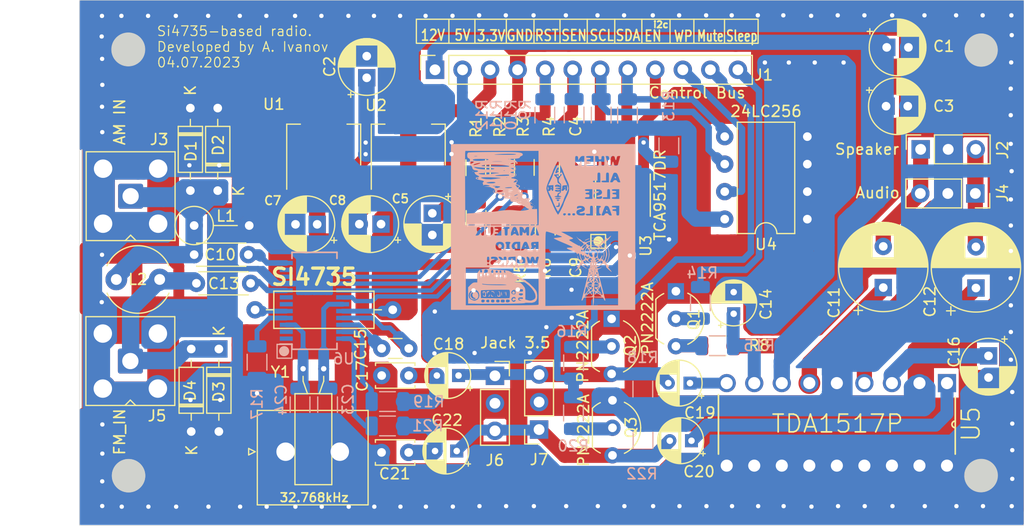
<source format=kicad_pcb>
(kicad_pcb (version 20221018) (generator pcbnew)
  (layers (0 "F.Cu" signal) (31 "B.Cu" signal) (34 "B.Paste" user) (35 "F.Paste" user) (36 "B.SilkS" user "B.Silkscreen") (37 "F.SilkS" user "F.Silkscreen") (38 "B.Mask" user) (39 "F.Mask" user) (44 "Edge.Cuts" user))
  (net 0 "")
  (net 1 "Net-(D1-A)")
  (net 2 "Net-(U6-AMI)")
  (net 3 "Net-(U5-OUT2)")
  (net 4 "GND")
  (net 5 "Net-(J2-Pin_1)")
  (net 6 "Net-(U5-OUT1)")
  (net 7 "Net-(J2-Pin_3)")
  (net 8 "Net-(D3-K)")
  (net 9 "Net-(U6-FMI)")
  (net 10 "Net-(U5-M{slash}SS)")
  (net 11 "Net-(U6-DBYP)")
  (net 12 "3.3V")
  (net 13 "Net-(U5-SVRR)")
  (net 14 "Net-(U5--INV2)")
  (net 15 "Net-(U5--INV1)")
  (net 16 "Net-(U6-RCLK)")
  (net 17 "Net-(U6-GPO3{slash}[DCLK])")
  (net 18 "Net-(Q1-B)")
  (net 19 "Net-(Q1-C)")
  (net 20 "+5V")
  (net 21 "Net-(C17-Pad2)")
  (net 22 "Net-(Q2-B)")
  (net 23 "Net-(Q3-B)")
  (net 24 "Right_Pre")
  (net 25 "Net-(U6-GPO1)")
  (net 26 "Left_Pre")
  (net 27 "Net-(U6-GPO2{slash}[~{INT}])")
  (net 28 "Net-(U6-ROUT{slash}[DOUT])")
  (net 29 "Net-(U6-LOUT{slash}[DFS])")
  (net 30 "Net-(C21-Pad2)")
  (net 35 "S_RST")
  (net 36 "S_SCLK(SCL)")
  (net 37 "S_SEN")
  (net 38 "S_SDIO(SDA)")
  (net 39 "A_SEN")
  (net 40 "A_SDA")
  (net 41 "A_RST")
  (net 42 "A_SCL")
  (net 43 "D28")
  (net 44 "Sleep")
  (net 45 "12V")
  (net 46 "Mute")
  (net 47 "5VA")
  (net 50 "Wp")
  (footprint "Capacitor_SMD:C_1206_3216Metric" (layer "F.Cu") (at 161.55 95.125 -90)
    (fp_text reference "C6")
    (fp_text value "10n" hide)
  )
  (footprint "Capacitor_THT:CP_Radial_D5.0mm_P2.00mm" (layer "F.Cu") (at 152.78 95.66 180)
    (fp_text reference "C8")
    (fp_text value "20uF" hide)
  )
  (footprint "Capacitor_THT:C_Disc_D3.0mm_W1.6mm_P2.50mm" (layer "F.Cu") (at 155.34 107.14 180)
    (fp_text reference "C15")
    (fp_text value "100nF" hide)
  )
  (footprint "Capacitor_THT:C_Disc_D4.3mm_W1.9mm_P5.00mm" (layer "F.Cu") (at 135.54 98.48)
    (fp_text reference "C10")
    (fp_text value "470nF" hide)
  )
  (footprint "Capacitor_THT:C_Disc_D4.3mm_W1.9mm_P5.00mm" (layer "F.Cu") (at 135.75 101.125)
    (fp_text reference "C13")
    (fp_text value "33nF" hide)
  )
  (footprint "Capacitor_THT:CP_Radial_D5.0mm_P2.00mm" (layer "F.Cu") (at 146.89 95.68 180)
    (fp_text reference "C7")
    (fp_text value "20uF" hide)
  )
  (footprint "Capacitor_THT:CP_Radial_D4.0mm_P2.00mm" (layer "F.Cu") (at 159.93 109.64 180)
    (fp_text reference "C18")
    (fp_text value "2.2uF" hide)
  )
  (footprint "Capacitor_THT:CP_Radial_D4.0mm_P2.00mm" (layer "F.Cu") (at 159.7626 116.61 180)
    (fp_text reference "C22")
    (fp_text value "2.2uF" hide)
  )
  (footprint "Capacitor_THT:C_Disc_D3.4mm_W2.1mm_P2.50mm" (layer "F.Cu") (at 152.84 109.64)
    (fp_text reference "C17")
    (fp_text value "0.01uF" hide)
  )
  (footprint "Connector_Coaxial:SMA_Amphenol_901-143_Horizontal" (layer "F.Cu") (at 129.67998 93.08002 90)
    (fp_text reference "J3")
    (fp_text value "AM_IN")
    (fp_line (start 4.3 -4.5) (end -4.3 -4.5) (stroke (width 0.1)) (layer "Edge.Cuts"))
  )
  (footprint "Crystal:Crystal_C38-LF_D3.0mm_L8.0mm_Horizontal" (layer "F.Cu") (at 145.59 109.015)
    (fp_text reference "Y1")
    (fp_text value "32.768kHz")
  )
  (footprint "Capacitor_SMD:C_1206_3216Metric" (layer "F.Cu") (at 170.7473 95.5587 -90)
    (fp_text reference "C9")
    (fp_text value "100nF" hide)
  )
  (footprint "Resistor_SMD:R_1206_3216Metric" (layer "F.Cu") (at 168.3303 90.4261 90)
    (fp_text reference "R4")
    (fp_text value "3k" hide)
  )
  (footprint "Capacitor_THT:CP_Radial_D8.0mm_P3.80mm" (layer "F.Cu") (at 199.11 101.52 90)
    (fp_text reference "C11")
    (fp_text value "1000uF" hide)
  )
  (footprint "Resistor_THT:R_Axial_DIN0309_L9.0mm_D3.2mm_P12.70mm_Horizontal" (layer "F.Cu") (at 141.16 103.57)
    (fp_text reference "R7" hide)
    (fp_text value "4.7k" hide)
  )
  (footprint "Capacitor_THT:CP_Radial_D4.0mm_P2.00mm" (layer "F.Cu") (at 181.27875 110.34 180)
    (fp_text reference "C19")
    (fp_text value "0.2uF" hide)
  )
  (footprint "Diode_THT:D_DO-35_SOD27_P7.62mm_Horizontal" (layer "F.Cu") (at 137.715 92.565 90)
    (fp_text reference "D2")
    (fp_text value "BAW75" hide)
  )
  (footprint "Connector_PinSocket_2.54mm:PinSocket_1x12_P2.54mm_Vertical" (layer "F.Cu") (at 157.76 81.41 90)
    (fp_text reference "J1")
    (fp_text value "Control Bus")
  )
  (footprint "Package_TO_SOT_THT:TO-92_Inline_Wide" (layer "F.Cu") (at 174.05 104.4075 -90)
    (fp_text reference "Q2")
    (fp_text value "PN2222A")
  )
  (footprint "Capacitor_THT:C_Disc_D3.4mm_W2.1mm_P2.50mm" (layer "F.Cu") (at 152.83 116.74)
    (fp_text reference "C21")
    (fp_text value "0.01uF" hide)
  )
  (footprint "Capacitor_THT:CP_Radial_D5.0mm_P2.00mm" (layer "F.Cu") (at 151.46 82.15 90)
    (fp_text reference "C2")
    (fp_text value "20uF" hide)
  )
  (footprint "Capacitor_THT:CP_Radial_D5.0mm_P2.00mm" (layer "F.Cu") (at 199.37 84.77)
    (fp_text reference "C3")
    (fp_text value "20uF" hide)
  )
  (footprint "Inductor_THT:L_Axial_L7.0mm_D3.3mm_P5.08mm_Vertical_Fastron_MICC" (layer "F.Cu") (at 135.54 95.79)
    (fp_text reference "L1")
    (fp_text value "L" hide)
  )
  (footprint "Resistor_SMD:R_1206_3216Metric" (layer "F.Cu") (at 165.9935 90.4261 -90)
    (fp_text reference "R3")
    (fp_text value "2k" hide)
  )
  (footprint "TCA9517DR:SOIC127P599X175-8N" (layer "F.Cu") (at 175.0943 92.9853 90)
    (fp_text reference "U3")
    (fp_text value "TCA9517DR")
  )
  (footprint "Package_TO_SOT_THT:TO-92_Inline_Wide" (layer "F.Cu") (at 174.13 111.9275 -90)
    (fp_text reference "Q3")
    (fp_text value "PN2222A")
  )
  (footprint "Diode_THT:D_DO-35_SOD27_P7.62mm_Horizontal" (layer "F.Cu") (at 135.26998 114.81002 90)
    (fp_text reference "D4")
    (fp_text value "BAW75" hide)
  )
  (footprint "Capacitor_SMD:C_1206_3216Metric" (layer "F.Cu") (at 170.7473 90.4497 90)
    (fp_text reference "C4")
    (fp_text value "100nF" hide)
  )
  (footprint "Connector_JST:JST_NV_B02P-NV_1x02_P5.00mm_Vertical" (layer "F.Cu") (at 143.9766 116.6734)
    (fp_text reference "J8" hide)
    (fp_text value "Conn_01x02_Female" hide)
  )
  (footprint "Capacitor_THT:CP_Radial_D5.0mm_P2.00mm" (layer "F.Cu") (at 199.43 79.34)
    (fp_text reference "C1")
    (fp_text value "20uF" hide)
  )
  (footprint "Connector_PinSocket_2.54mm:PinSocket_1x03_P2.54mm_Vertical" (layer "F.Cu") (at 163.29 109.665)
    (fp_text reference "J6")
    (fp_text value "Conn_01x03_Male")
  )
  (footprint "Capacitor_THT:CP_Radial_D5.0mm_P2.00mm" (layer "F.Cu") (at 157.51 94.66 -90)
    (fp_text reference "C5")
    (fp_text value "20uF" hide)
  )
  (footprint "Package_TO_SOT_SMD:SOT-223-3_TabPin2" (layer "F.Cu") (at 155.29 88.34 90)
    (fp_text reference "U2")
    (fp_text value "AMS1117-3.3" hide)
  )
  (footprint "Connector_PinSocket_2.54mm:PinSocket_1x03_P2.54mm_Vertical" (layer "F.Cu") (at 202.56 88.754698 90)
    (fp_text reference "J2")
    (fp_text value "Speaker")
  )
  (footprint "Capacitor_THT:CP_Radial_D5.0mm_P2.00mm" (layer "F.Cu") (at 208.82 107.824888 -90)
    (fp_text reference "C16")
    (fp_text value "100uF" hide)
  )
  (footprint "Diode_THT:D_DO-35_SOD27_P7.62mm_Horizontal" (layer "F.Cu") (at 135.19 84.945 -90)
    (fp_text reference "D1")
    (fp_text value "BAW75" hide)
  )
  (footprint "Inductor_THT:L_Radial_D6.0mm_P4.00mm" (layer "F.Cu") (at 132.36 100.77 180)
    (fp_text reference "L2")
    (fp_text value "L")
  )
  (footprint "TDA1517P:DIP254P762X470-18" (layer "F.Cu") (at 184.66875 117.96 -90)
    (fp_text reference "U5")
    (fp_text value "TDA1517P")
  )
  (footprint "Capacitor_THT:CP_Radial_D8.0mm_P3.80mm" (layer "F.Cu") (at 207.66 101.56 90)
    (fp_text reference "C12")
    (fp_text value "1000uF" hide)
  )
  (footprint "Resistor_SMD:R_1206_3216Metric" (layer "F.Cu") (at 183.86 106.8975 180)
    (fp_text reference "R8")
    (fp_text value "1k" hide)
  )
  (footprint "Connector_PinSocket_2.54mm:PinSocket_1x03_P2.54mm_Vertical" (layer "F.Cu") (at 167.36 114.63 180)
    (fp_text reference "J7")
    (fp_text value "Jack 3.5")
  )
  (footprint "Resistor_SMD:R_1206_3216Metric" (layer "F.Cu") (at 163.7583 90.4261 -90)
    (fp_text reference "R2")
    (fp_text value "2k" hide)
  )
  (footprint "Resistor_SMD:R_1206_3216Metric" (layer "F.Cu") (at 167.93 95.9275 -90)
    (fp_text reference "R6")
    (fp_text value "2k" hide)
  )
  (footprint "Connector_PinSocket_2.54mm:PinSocket_1x03_P2.54mm_Vertical" (layer "F.Cu") (at 207.605 92.829698 -90)
    (fp_text reference "J4")
    (fp_text value "Audio")
  )
  (footprint "Capacitor_THT:CP_Radial_D4.0mm_P2.00mm" (layer "F.Cu") (at 185.31 103.9375 90)
    (fp_text reference "C14")
    (fp_text value "0.2uF" hide)
  )
  (footprint "Package_DIP:DIP-8_W7.62mm" (layer "F.Cu") (at 192.105 95.2 180)
    (fp_text reference "U4")
    (fp_text value "24LC256")
  )
  (footprint "Connector_Coaxial:SMA_Amphenol_901-143_Horizontal" (layer "F.Cu") (at 129.655 108.305 90)
    (fp_text reference "J5")
    (fp_text value "FM_IN")
    (fp_line (start 4.3 -4.5) (end -4.3 -4.5) (stroke (width 0.1)) (layer "Edge.Cuts"))
  )
  (footprint "Package_TO_SOT_SMD:SOT-223-3_TabPin2" (layer "F.Cu") (at 147.49 88.34 90)
    (fp_text reference "U1")
    (fp_text value "AMS1117-5.0" hide)
  )
  (footprint "Package_TO_SOT_THT:TO-92_Inline_Wide" (layer "F.Cu") (at 179.98 101.8575 -90)
    (fp_text reference "Q1")
    (fp_text value "PN2222A")
  )
  (footprint "Capacitor_THT:CP_Radial_D4.0mm_P2.00mm" (layer "F.Cu") (at 181.41875 115.66 180)
    (fp_text reference "C20")
    (fp_text value "0.2uF" hide)
  )
  (footprint "Resistor_SMD:R_1206_3216Metric" (layer "F.Cu") (at 161.5231 90.4475 90)
    (fp_text reference "R1")
    (fp_text value "3k" hide)
  )
  (footprint "Diode_THT:D_DO-35_SOD27_P7.62mm_Horizontal" (layer "F.Cu") (at 137.81998 107.19002 -90)
    (fp_text reference "D3")
    (fp_text value "BAW75" hide)
  )
  (footprint "Resistor_SMD:R_1206_3216Metric" (layer "F.Cu") (at 165.6 95.95 -90)
    (fp_text reference "R5")
    (fp_text value "2k" hide)
  )
  (footprint "Capacitor_SMD:C_1206_3216Metric" (layer "B.Cu") (at 147.85 112.325 -90)
    (fp_text reference "C23")
    (fp_text value "22pF" hide)
  )
  (footprint "Capacitor_SMD:C_1206_3216Metric" (layer "B.Cu") (at 145.31 112.325 -90)
    (fp_text reference "C24")
    (fp_text value "22pF" hide)
  )
  (footprint "Resistor_SMD:R_1206_3216Metric" (layer "B.Cu") (at 153.3775 112.045 180)
    (fp_text reference "R19")
    (fp_text value "0.2k" hide)
  )
  (footprint "Resistor_SMD:R_1206_3216Metric" (layer "B.Cu") (at 153.3775 114.295 180)
    (fp_text reference "R21")
    (fp_text value "0.2k" hide)
  )
  (footprint "Package_SO:SSOP-24_3.9x8.7mm_P0.635mm" (layer "B.Cu") (at 146.64 102.74)
    (fp_text reference "U6")
    (fp_text value "Si4735-D60-GU" hide)
  )
  (footprint "Resistor_SMD:R_1206_3216Metric" (layer "B.Cu") (at 173.09 85.59 90)
    (fp_text reference "R10")
    (fp_text value "10k" hide)
  )
  (footprint "Resistor_SMD:R_1206_3216Metric" (layer "B.Cu") (at 141.34 108.4075 -90)
    (fp_text reference "R17")
    (fp_text value "4.7k" hide)
  )
  (footprint "Resistor_SMD:R_1206_3216Metric" (layer "B.Cu") (at 183.795 106.8875)
    (fp_text reference "R15")
    (fp_text value "1k" hide)
  )
  (footprint "Resistor_SMD:R_1206_3216Metric" (layer "B.Cu") (at 176.95 115.5975 90)
    (fp_text reference "R22")
    (fp_text value "100k" hide)
  )
  (footprint "Resistor_SMD:R_1206_3216Metric" (layer "B.Cu") (at 179.33 88.4325 -90)
    (fp_text reference "R13")
    (fp_text value "10k" hide)
  )
  (footprint "Resistor_SMD:R_1206_3216Metric" (layer "B.Cu") (at 176.93 110.89 -90)
    (fp_text reference "R18")
    (fp_text value "100k" hide)
  )
  (footprint "Resistor_SMD:R_1206_3216Metric" (layer "B.Cu") (at 167.89 85.59 90)
    (fp_text reference "R12")
    (fp_text value "2k" hide)
  )
  (footprint "Resistor_SMD:R_1206_3216Metric" (layer "B.Cu") (at 170.53 113.105 -90)
    (fp_text reference "R20")
    (fp_text value "4.7k" hide)
  )
  (footprint "Resistor_SMD:R_1206_3216Metric" (layer "B.Cu") (at 170.59 85.5775 90)
    (fp_text reference "R11")
    (fp_text value "2k" hide)
  )
  (footprint "Resistor_SMD:R_1206_3216Metric" (layer "B.Cu") (at 182.24 102.93 -90)
    (fp_text reference "R14")
    (fp_text value "4.7k" hide)
  )
  (footprint "Resistor_SMD:R_1206_3216Metric" (layer "B.Cu") (at 175.515 85.6025 90)
    (fp_text reference "R9")
    (fp_text value "10k" hide)
  )
  (footprint "Logo:Logo" (layer "B.Cu") (at 167.73 95.92 180)
    (fp_text reference "G***" hide)
    (fp_text value "LOGO" hide)
  )
  (footprint "Resistor_SMD:R_1206_3216Metric" (layer "B.Cu") (at 170.54 108.465 90)
    (fp_text reference "R16")
    (fp_text value "4.7k" hide)
  )
  (gr_circle (center 143.84 107.39) (end 143.433029 107.39) (stroke (width 0.12)) (fill solid) (layer "B.SilkS"))
  (gr_rect (start 143.19 106.765) (end 144.54 108.04) (stroke (width 0.12)) (fill none) (layer "B.SilkS"))
  (gr_line (start 159.04 78.94) (end 159.04 76.765) (stroke (width 0.12)) (layer "F.SilkS"))
  (gr_line (start 166.89 78.965) (end 166.89 76.765) (stroke (width 0.12)) (layer "F.SilkS"))
  (gr_line (start 179.44 78.965) (end 179.44 76.765) (stroke (width 0.12)) (layer "F.SilkS"))
  (gr_line (start 184.465 78.94) (end 184.465 76.74) (stroke (width 0.12)) (layer "F.SilkS"))
  (gr_rect (start 156.04 76.74) (end 187.565 78.965) (stroke (width 0.12)) (fill none) (layer "F.SilkS"))
  (gr_line (start 181.64 78.94) (end 181.64 76.74) (stroke (width 0.12)) (layer "F.SilkS"))
  (gr_line (start 176.84 78.94) (end 176.84 76.74) (stroke (width 0.12)) (layer "F.SilkS"))
  (gr_line (start 164.34 78.94) (end 164.34 76.74) (stroke (width 0.12)) (layer "F.SilkS"))
  (gr_line (start 171.8025 78.94) (end 171.8025 76.74) (stroke (width 0.12)) (layer "F.SilkS"))
  (gr_circle (center 172.84 97.24) (end 173.246971 97.24) (stroke (width 0.12)) (fill solid) (layer "F.SilkS"))
  (gr_line (start 161.44 78.94) (end 161.44 76.74) (stroke (width 0.12)) (layer "F.SilkS"))
  (gr_rect (start 172.14 96.615) (end 173.49 97.89) (stroke (width 0.12)) (fill none) (layer "F.SilkS"))
  (gr_line (start 174.34 78.94) (end 174.34 76.74) (stroke (width 0.12)) (layer "F.SilkS"))
  (gr_line (start 169.29 78.965) (end 169.29 76.765) (stroke (width 0.12)) (layer "F.SilkS"))
  (gr_circle (center 129.463566 79.53) (end 131.002684 79.53) (stroke (width 0.05)) (fill none) (layer "Edge.Cuts"))
  (gr_circle (center 129.463566 79.53) (end 130.973698 79.53) (stroke (width 0.05)) (fill solid) (layer "Edge.Cuts"))
  (gr_circle (center 208.14 79.59) (end 209.650132 79.59) (stroke (width 0.05)) (fill none) (layer "Edge.Cuts"))
  (gr_circle (center 208.14 79.59) (end 209.631643 79.59) (stroke (width 0.05)) (fill solid) (layer "Edge.Cuts"))
  (gr_circle (center 129.49 118.89) (end 131.000132 118.89) (stroke (width 0.05)) (fill solid) (layer "Edge.Cuts"))
  (gr_circle (center 208.115 118.89) (end 209.625132 118.89) (stroke (width 0.05)) (fill none) (layer "Edge.Cuts"))
  (gr_circle (center 129.49 118.89) (end 131.010691 118.89) (stroke (width 0.05)) (fill none) (layer "Edge.Cuts"))
  (gr_circle (center 208.15 118.87) (end 209.660132 118.87) (stroke (width 0.05)) (fill solid) (layer "Edge.Cuts"))
  (gr_rect (start 124.965 74.99) (end 212.09 123.465) (stroke (width 0.05)) (fill none) (layer "Edge.Cuts"))
  (gr_text "Si4735-based radio. \nDeveloped by A. Ivanov\n04.07.2023" (at 132.04 79.29) (layer "F.SilkS") (effects (font (size 0.9 0.9) (thickness 0.1)) (justify left)))
  (gr_text "RST" (at 168.065 78.24) (layer "F.SilkS") (effects (font (size 1 0.8))))
  (gr_text "SDA" (at 175.565 78.24) (layer "F.SilkS") (effects (font (size 1 0.8))))
  (gr_text "EN" (at 177.865 78.29) (layer "F.SilkS") (effects (font (size 1 0.8))))
  (gr_text "5V" (at 160.29 78.215) (layer "F.SilkS") (effects (font (size 1 0.8))))
  (gr_text "Sleep" (at 186.065 78.29) (layer "F.SilkS") (effects (font (size 1 0.7))))
  (gr_text "SI4735" (at 146.615 100.54) (layer "F.SilkS") (effects (font (size 1.5 1.5) (thickness 0.3))))
  (gr_text "AM IN" (at 128.665 86.215 90) (layer "F.SilkS") (effects (font (size 1 1))))
  (gr_text "GND" (at 165.59 78.24) (layer "F.SilkS") (effects (font (size 1 0.8))))
  (gr_text "i2c" (at 178.59 77.24) (layer "F.SilkS") (effects (font (size 0.6 0.6))))
  (gr_text "SCL" (at 173.14 78.24) (layer "F.SilkS") (effects (font (size 1 0.8))))
  (gr_text "12V" (at 157.565 78.215) (layer "F.SilkS") (effects (font (size 1 0.8))))
  (gr_text "WP" (at 180.665 78.315) (layer "F.SilkS") (effects (font (size 1 0.8))))
  (gr_text "SEN" (at 170.59 78.24) (layer "F.SilkS") (effects (font (size 1 0.8))))
  (gr_text "3.3V" (at 162.94 78.265) (layer "F.SilkS") (effects (font (size 1 0.8))))
  (gr_text "Mute" (at 183.165 78.29) (layer "F.SilkS") (effects (font (size 1 0.7))))
  (segment (start 135.54 95.24) (end 135.54 98.48) (width 1.6) (layer "B.Cu") (net 1))
  (segment (start 135.54 95.065) (end 137.74 92.865) (width 1) (layer "B.Cu") (net 1))
  (segment (start 130.01 92.75) (end 129.67998 93.08002) (width 1) (layer "B.Cu") (net 1))
  (segment (start 132.715 93.59) (end 134.24 93.59) (width 1) (layer "B.Cu") (net 1))
  (segment (start 135.815 92.565) (end 136.14 92.24) (width 1) (layer "B.Cu") (net 1))
  (segment (start 135.54 95.79) (end 135.54 95.065) (width 1) (layer "B.Cu") (net 1))
  (segment (start 135.19 92.565) (end 135.815 92.565) (width 1) (layer "B.Cu") (net 1))
  (segment (start 138.29 91.915) (end 134.54 91.915) (width 0.8) (layer "B.Cu") (net 1))
  (segment (start 134.235 92.24) (end 133.725 92.75) (width 1) (layer "B.Cu") (net 1))
  (segment (start 129.93002 93.08002) (end 130.44 93.59) (width 1) (layer "B.Cu") (net 1))
  (segment (start 138.11998 93.56002) (end 136.49498 93.56002) (width 0.8) (layer "B.Cu") (net 1))
  (segment (start 129.615 93.115) (end 129.645 93.115) (width 1.4) (layer "B.Cu") (net 1))
  (segment (start 136.61998 93.56002) (end 136.49498 93.56002) (width 1) (layer "B.Cu") (net 1))
  (segment (start 137.73 92.74) (end 137.74 92.75) (width 1) (layer "B.Cu") (net 1))
  (segment (start 137.715 93.15504) (end 137.715 92.565) (width 0.8) (layer "B.Cu") (net 1))
  (segment (start 134.29 92.165) (end 133.725 92.73) (width 1) (layer "B.Cu") (net 1))
  (segment (start 135.04 93.59) (end 135.54 93.09) (width 1) (layer "B.Cu") (net 1))
  (segment (start 130.4 98.48) (end 135.54 98.48) (width 1.6) (layer "B.Cu") (net 1))
  (segment (start 138.11998 93.22998) (end 137.74 92.85) (width 1) (layer "B.Cu") (net 1))
  (segment (start 134.75 92.98) (end 134.99 92.74) (width 0.4) (layer "B.Cu") (net 1))
  (segment (start 138.11998 93.56002) (end 138.29 93.39) (width 0.8) (layer "B.Cu") (net 1))
  (segment (start 134.24 93.59) (end 134.24 93.94) (width 1) (layer "B.Cu") (net 1))
  (segment (start 135.19 92.74) (end 135.54 93.09) (width 1.6) (layer "B.Cu") (net 1))
  (segment (start 130.44 93.59) (end 132.715 93.59) (width 1) (layer "B.Cu") (net 1))
  (segment (start 136.1275 93.9275) (end 135.54 94.515) (width 1) (layer "B.Cu") (net 1))
  (segment (start 134.99 92.74) (end 135.19 92.74) (width 0.4) (layer "B.Cu") (net 1))
  (segment (start 137.74 92.865) (end 137.74 92.75) (width 1) (layer "B.Cu") (net 1))
  (segment (start 137.74 92.85) (end 137.74 92.75) (width 1) (layer "B.Cu") (net 1))
  (segment (start 129.79 92.97) (end 129.67998 93.08002) (width 0.4) (layer "B.Cu") (net 1))
  (segment (start 135.54 93.09) (end 135.54 95.24) (width 1.6) (layer "B.Cu") (net 1))
  (segment (start 136.49498 93.56002) (end 136.1275 93.9275) (width 0.8) (layer "B.Cu") (net 1))
  (segment (start 133.725 92.73) (end 133.725 92.75) (width 1) (layer "B.Cu") (net 1))
  (segment (start 134.24 93.59) (end 135.04 93.59) (width 1) (layer "B.Cu") (net 1))
  (segment (start 136.14 92.24) (end 135.99 92.24) (width 1) (layer "B.Cu") (net 1))
  (segment (start 135.19 92.74) (end 137.73 92.74) (width 1) (layer "B.Cu") (net 1))
  (segment (start 135.99 92.24) (end 137.94 92.24) (width 1) (layer "B.Cu") (net 1))
  (segment (start 138.11998 93.56002) (end 138.11998 93.22998) (width 0.8) (layer "B.Cu") (net 1))
  (segment (start 129.645 93.115) (end 129.67998 93.08002) (width 1.4) (layer "B.Cu") (net 1))
  (segment (start 137.94 92.24) (end 136.61998 93.56002) (width 1) (layer "B.Cu") (net 1))
  (segment (start 134.24 93.59) (end 134.26998 93.56002) (width 1) (layer "B.Cu") (net 1))
  (segment (start 133.725 92.75) (end 130.01 92.75) (width 1) (layer "B.Cu") (net 1))
  (segment (start 135.99 92.24) (end 134.235 92.24) (width 1) (layer "B.Cu") (net 1))
  (segment (start 134.24 93.94) (end 135.54 95.24) (width 1) (layer "B.Cu") (net 1))
  (segment (start 138.11998 93.56002) (end 137.715 93.15504) (width 0.8) (layer "B.Cu") (net 1))
  (segment (start 138.29 93.39) (end 138.29 91.915) (width 0.8) (layer "B.Cu") (net 1))
  (segment (start 128.36 100.52) (end 130.4 98.48) (width 1.6) (layer "B.Cu") (net 1))
  (segment (start 134.54 91.915) (end 134.29 92.165) (width 0.8) (layer "B.Cu") (net 1))
  (segment (start 135.19 92.74) (end 133.735 92.74) (width 1) (layer "B.Cu") (net 1))
  (segment (start 128.36 100.77) (end 128.36 100.52) (width 1.6) (layer "B.Cu") (net 1))
  (segment (start 129.67998 93.08002) (end 129.93002 93.08002) (width 1) (layer "B.Cu") (net 1))
  (segment (start 134.26998 93.56002) (end 136.61998 93.56002) (width 1) (layer "B.Cu") (net 1))
  (segment (start 133.735 92.74) (end 133.725 92.75) (width 1) (layer "B.Cu") (net 1))
  (segment (start 140.54 98.48) (end 141.51 98.48) (width 1) (layer "B.Cu") (net 2))
  (segment (start 142.2775 99.2475) (end 141.655 98.625) (width 0.52) (layer "B.Cu") (net 2))
  (segment (start 141.51 98.48) (end 141.655 98.625) (width 1) (layer "B.Cu") (net 2))
  (segment (start 144.04 99.2475) (end 142.2775 99.2475) (width 0.52) (layer "B.Cu") (net 2))
  (segment (start 199.11 101.65) (end 192.28875 108.47125) (width 1.4) (layer "F.Cu") (net 3))
  (segment (start 192.29875 110.33) (end 192.28875 110.34) (width 2) (layer "F.Cu") (net 3))
  (segment (start 192.28875 108.47125) (end 192.28875 110.34) (width 1.4) (layer "F.Cu") (net 3))
  (segment (start 199.11 101.52) (end 199.11 101.65) (width 1.4) (layer "F.Cu") (net 3))
  (segment (start 192.29875 109.16125) (end 192.29875 110.33) (width 1.4) (layer "F.Cu") (net 3))
  (segment (start 175.7375 113.535) (end 179.225 113.535) (width 1.4) (layer "F.Cu") (net 4))
  (segment (start 175.66 100.445) (end 175.66 100.69) (width 1) (layer "F.Cu") (net 4))
  (segment (start 177.35 94.31) (end 181.4 94.31) (width 1) (layer "F.Cu") (net 4))
  (segment (start 205.85 85.1) (end 205.85 77.16) (width 1) (layer "F.Cu") (net 4))
  (segment (start 182.85 99.32) (end 182.24 99.93) (width 1) (layer "F.Cu") (net 4))
  (segment (start 130.97 116.45) (end 130.97 115.478148) (width 0.6) (layer "F.Cu") (net 4))
  (segment (start 139.84 83.24) (end 140.415 83.24) (width 1.2) (layer "F.Cu") (net 4))
  (segment (start 136.39498 111.21502) (end 136.04498 111.21502) (width 0.7) (layer "F.Cu") (net 4))
  (segment (start 166.29 112.14) (end 167.31 112.14) (width 1.4) (layer "F.Cu") (net 4))
  (segment (start 207.242435 114.002435) (end 207.242435 115.317435) (width 1) (layer "F.Cu") (net 4))
  (segment (start 197.405 93.175) (end 198.08 92.5) (width 1) (layer "F.Cu") (net 4))
  (segment (start 133.815 105.415) (end 133.64 105.59) (width 1) (layer "F.Cu") (net 4))
  (segment (start 202.085 101.325) (end 202.085 100.095) (width 1) (layer "F.Cu") (net 4))
  (segment (start 148.990002 103.090002) (end 148.990002 101.799998) (width 1.4) (layer "F.Cu") (net 4))
  (segment (start 156.35 78.4) (end 153.95 78.4) (width 1.4) (layer "F.Cu") (net 4))
  (segment (start 160.225 101.775) (end 161.315 101.775) (width 1) (layer "F.Cu") (net 4))
  (segment (start 184.794375 116.824375) (end 184.794375 114.194375) (width 1.4) (layer "F.Cu") (net 4))
  (segment (start 137.84 96.74) (end 137.64 96.94) (width 1) (layer "F.Cu") (net 4))
  (segment (start 209.07 121.31) (end 207.705524 121.31) (width 1) (layer "F.Cu") (net 4))
  (segment (start 185.41 97.12) (end 185.41 99.78) (width 1) (layer "F.Cu") (net 4))
  (segment (start 185.15875 114.33125) (end 185.79 113.7) (width 1.4) (layer "F.Cu") (net 4))
  (segment (start 205.1 87.26) (end 204.59 86.75) (width 1) (layer "F.Cu") (net 4))
  (segment (start 190.2 114.17) (end 190.67 113.7) (width 1.4) (layer "F.Cu") (net 4))
  (segment (start 136.98498 112.36502) (end 137.81998 113.20002) (width 1) (layer "F.Cu") (net 4))
  (segment (start 143.29 86.315) (end 141.215 86.315) (width 0.4) (layer "F.Cu") (net 4))
  (segment (start 144.090001 101.05205) (end 144.090001 102.089999) (width 1.2) (layer "F.Cu") (net 4))
  (segment (start 141.64 85.44) (end 140.99 86.09) (width 0.4) (layer "F.Cu") (net 4))
  (segment (start 195.82 100.46) (end 194.72 100.46) (width 1) (layer "F.Cu") (net 4))
  (segment (start 141.01998 91.54002) (end 141.03998 91.54002) (width 0.4) (layer "F.Cu") (net 4))
  (segment (start 195.2 82.95) (end 195.95 82.2) (width 1) (layer "F.Cu") (net 4))
  (segment (start 142.865 95.665) (end 143.49 96.29) (width 1.1) (layer "F.Cu") (net 4))
  (segment (start 194.37 81.27) (end 194.07 80.97) (width 1.4) (layer "F.Cu") (net 4))
  (segment (start 191.7 101.03) (end 190.95 101.03) (width 1) (layer "F.Cu") (net 4))
  (segment (start 143.89 106.37504) (end 139.49502 110.77002) (width 3) (layer "F.Cu") (net 4))
  (segment (start 128.025032 120.935032) (end 130.334485 120.935032) (width 1) (layer "F.Cu") (net 4))
  (segment (start 179.755 118.975) (end 178.425 118.975) (width 1) (layer "F.Cu") (net 4))
  (segment (start 142.99 115.41) (end 141.6 115.41) (width 1) (layer "F.Cu") (net 4))
  (segment (start 130.97 116.45) (end 128.00002 116.45) (width 1) (layer "F.Cu") (net 4))
  (segment (start 192.48 94.2) (end 192.105 93.825) (width 1) (layer "F.Cu") (net 4))
  (segment (start 181.09 93.4) (end 180.83 93.66) (width 0.5) (layer "F.Cu") (net 4))
  (segment (start 134.88998 115.63998) (end 135.7 116.45) (width 1) (layer "F.Cu") (net 4))
  (segment (start 132.21998 98.23502) (end 132.21998 97.71002) (width 0.4) (layer "F.Cu") (net 4))
  (segment (start 161.43 112.87) (end 162.16 112.14) (width 1) (layer "F.Cu") (net 4))
  (segment (start 139.475 95.14) (end 139.97 95.14) (width 0.5) (layer "F.Cu") (net 4))
  (segment (start 131.31 116.45) (end 131.31 114.898962) (width 0.6) (layer "F.Cu") (net 4))
  (segment (start 150.883 112.463) (end 150.883 113.647) (width 1) (layer "F.Cu") (net 4))
  (segment (start 144.85 76.43) (end 142.2 76.43) (width 1.4) (layer "F.Cu") (net 4))
  (segment (start 204.59 86.75) (end 206.29 86.75) (width 1) (layer "F.Cu") (net 4))
  (segment (start 127.13998 90.54002) (end 127.13998 90.96002) (width 0.8) (layer "F.Cu") (net 4))
  (segment (start 151.88 111.47) (end 153.28 112.87) (width 1) (layer "F.Cu") (net 4))
  (segment (start 141.4525 86.5525) (end 141.2775 86.3775) (width 0.4) (layer "F.Cu") (net 4))
  (segment (start 151.475 78.4) (end 148.26 78.4) (width 1.4) (layer "F.Cu") (net 4))
  (segment (start 200.154375 114.194375) (end 202.44875 116.48875) (width 3) (layer "F.Cu") (net 4))
  (segment (start 142.54 83.24) (end 142.54 84.19) (width 0.4) (layer "F.Cu") (net 4))
  (segment (start 176.14 114.3) (end 174.93125 113.09125) (width 1) (layer "F.Cu") (net 4))
  (segment (start 210.190207 78.741419) (end 208.408788 76.96) (width 1) (layer "F.Cu") (net 4))
  (segment (start 126.77998 109.28002) (end 126.37 109.69) (width 0.8) (layer "F.Cu") (net 4))
  (segment (start 210.180499 118.236535) (end 210.018057 118.074093) (width 1) (layer "F.Cu") (net 4))
  (segment (start 195.54 98.83) (end 195.97 98.4) (width 1) (layer "F.Cu") (net 4))
  (segment (start 127.1 78.43) (end 127.1 80.050909) (width 1) (layer "F.Cu") (net 4))
  (segment (start 131.79 83.99) (end 127.59 83.99) (width 1) (layer "F.Cu") (net 4))
  (segment (start 126.84002 115.29) (end 126.68 115.45002) (width 1) (layer "F.Cu") (net 4))
  (segment (start 143.29 86.315) (end 143.29 89.59) (width 1.2) (layer "F.Cu") (net 4))
  (segment (start 206.271683 121.31) (end 205.196351 121.31) (width 3) (layer "F.Cu") (net 4))
  (segment (start 144.090001 98.389999) (end 144.89 97.59) (width 0.6) (layer "F.Cu") (net 4))
  (segment (start 204.59 86.75) (end 203.57 86.75) (width 1) (layer "F.Cu") (net 4))
  (segment (start 127.04 98.49) (end 127.04 98.74) (width 0.4) (layer "F.Cu") (net 4))
  (segment (start 210.42 99.19) (end 210.42 87.01) (width 1) (layer "F.Cu") (net 4))
  (segment (start 137.465 95.49) (end 137.465 96.315) (width 0.4) (layer "F.Cu") (net 4))
  (segment (start 127.80482 83.895889) (end 127.80482 83.12982) (width 0.6) (layer "F.Cu") (net 4))
  (segment (start 201.87 112.34) (end 202.44875 112.91875) (width 1) (layer "F.Cu") (net 4))
  (segment (start 128.69502 97.19502) (end 128.42002 97.47002) (width 0.4) (layer "F.Cu") (net 4))
  (segment (start 175.9475 103.9775) (end 174.48 103.9775) (width 1.4) (layer "F.Cu") (net 4))
  (segment (start 194.82875 110.34) (end 194.82875 108.61125) (width 1.4) (layer "F.Cu") (net 4))
  (segment (start 129.751161 112.954032) (end 129.303992 112.954032) (width 0.6) (layer "F.Cu") (net 4))
  (segment (start 137.64 105.165) (end 137.64 96.94) (width 1) (layer "F.Cu") (net 4))
  (segment (start 181.71 95.08) (end 180.1 95.08) (width 1) (layer "F.Cu") (net 4))
  (segment (start 160.17 114.43) (end 160.53 114.79) (width 1) (layer "F.Cu") (net 4))
  (segment (start 184.66875 117.96) (end 184.24875 117.96) (width 1.2) (layer "F.Cu") (net 4))
  (segment (start 184.42 100.06) (end 184.42 99.37) (width 1) (layer "F.Cu") (net 4))
  (segment (start 146.81922 82.61078) (end 145.96922 82.61078) (width 1.2) (layer "F.Cu") (net 4))
  (segment (start 159.6 102.79) (end 158.21 102.79) (width 1) (layer "F.Cu") (net 4))
  (segment (start 143.430489 106.030489) (end 143.69 106.29) (width 1.1) (layer "F.Cu") (net 4))
  (segment (start 136.58 88.10004) (end 136.58 87.78) (width 0.4) (layer "F.Cu") (net 4))
  (segment (start 129.499491 98.340509) (end 127.040469 98.340509) (width 0.4) (layer "F.Cu") (net 4))
  (segment (start 168.3303 90.2997) (end 168.25 90.38) (width 1) (layer "F.Cu") (net 4))
  (segment (start 139.97 95.14) (end 139.775 95.335) (width 0.5) (layer "F.Cu") (net 4))
  (segment (start 201.76 86.05) (end 201.27 86.54) (width 1.4) (layer "F.Cu") (net 4))
  (segment (start 178.49 87.06) (end 178.49 94.37) (width 1) (layer "F.Cu") (net 4))
  (segment (start 142.265 85.24) (end 143.09 85.24) (width 0.4) (layer "F.Cu") (net 4))
  (segment (start 133.24496 117.115) (end 133.663126 116.696834) (width 1.2) (layer "F.Cu") (net 4))
  (segment (start 207.2 111.66) (end 208.46 111.66) (width 1.4) (layer "F.Cu") (net 4))
  (segment (start 208.844177 84.235823) (end 209.435292 83.644708) (width 1) (layer "F.Cu") (net 4))
  (segment (start 128.092703 96.797337) (end 128.62002 96.27002) (width 0.4) (layer "F.Cu") (net 4))
  (segment (start 177.35 101.4) (end 176.89 101.86) (width 1) (layer "F.Cu") (net 4))
  (segment (start 185.15875 116.46) (end 185.15875 115.47125) (width 1.4) (layer "F.Cu") (net 4))
  (segment (start 182.19 76.96) (end 132.745 76.96) (width 1) (layer "F.Cu") (net 4))
  (segment (start 133.94 81.99) (end 138.89 81.99) (width 1.2) (layer "F.Cu") (net 4))
  (segment (start 132.21998 90.54002) (end 130.61998 88.94002) (width 1.2) (layer "F.Cu") (net 4))
  (segment (start 141.49 85.24) (end 141.49 84.89) (width 1.2) (layer "F.Cu") (net 4))
  (segment (start 185.49 79.05) (end 195.08 79.05) (width 1) (layer "F.Cu") (net 4))
  (segment (start 177.72 113.7) (end 176.6 112.58) (width 1.4) (layer "F.Cu") (net 4))
  (segment (start 141.49 83.24) (end 141.49 85.015) (width 0.4) (layer "F.Cu") (net 4))
  (segment (start 196.58 97.79) (end 196.58 96.52) (width 1) (layer "F.Cu") (net 4))
  (segment (start 202.96 95.78) (end 202.285 96.455) (width 1) (layer "F.Cu") (net 4))
  (segment (start 178.83 118.51) (end 169.46 118.51) (width 1) (layer "F.Cu") (net 4))
  (segment (start 179.93 113.7) (end 175.9025 113.7) (width 1.4) (layer "F.Cu") (net 4))
  (segment (start 128.77002 96.12002) (end 129.27002 95.62002) (width 0.4) (layer "F.Cu") (net 4))
  (segment (start 179.00625 118.11375) (end 178.98 118.14) (width 1) (layer "F.Cu") (net 4))
  (segment (start 126.570469 98.810509) (end 130.169491 98.810509) (width 0.4) (layer "F.Cu") (net 4))
  (segment (start 130.052354 81.84) (end 127.870814 81.84) (width 1) (layer "F.Cu") (net 4))
  (segment (start 137.465 96.44) (end 137.465 95.49) (width 0.4) (layer "F.Cu") (net 4))
  (segment (start 145.19 91.49) (end 145.19 91.89) (width 0.4) (layer "F.Cu") (net 4))
  (segment (start 126.77 121.78004) (end 126.77 122.32) (width 1) (layer "F.Cu") (net 4))
  (segment (start 186.79 99.93) (end 189.61 97.11) (width 1) (layer "F.Cu") (net 4))
  (segment (start 142.54 86.12) (end 142.16998 86.49002) (width 0.4) (layer "F.Cu") (net 4))
  (segment (start 200.8 96.83) (end 201.91 96.83) (width 1) (layer "F.Cu") (net 4))
  (segment (start 127.355838 115.635262) (end 127.355838 115.30583) (width 0.6) (layer "F.Cu") (net 4))
  (segment (start 141.4675 92.2925) (end 141.4675 91.98754) (width 0.4) (layer "F.Cu") (net 4))
  (segment (start 144.49 93.49) (end 144.49 92.19) (width 0.3) (layer "F.Cu") (net 4))
  (segment (start 193.665 81.745) (end 193.69 81.72) (width 1) (layer "F.Cu") (net 4))
  (segment (start 210.96 76.96) (end 182.19 76.96) (width 1) (layer "F.Cu") (net 4))
  (segment (start 130.81198 112.14002) (end 130.51998 112.14002) (width 1.2) (layer "F.Cu") (net 4))
  (segment (start 131.13998 95.62002) (end 131.13998 96.28002) (width 0.4) (layer "F.Cu") (net 4))
  (segment (start 131.175 97.4325) (end 131.175 97.975) (width 0.5) (layer "F.Cu") (net 4))
  (segment (start 132.200089 113.12002) (end 131.799509 112.71944) (width 0.8) (layer "F.Cu") (net 4))
  (segment (start 184.66875 117.96) (end 196.195 117.96) (width 1) (layer "F.Cu") (net 4))
  (segment (start 137.39 105.415) (end 137.64 105.165) (width 1) (layer "F.Cu") (net 4))
  (segment (start 209.46 86.05) (end 209.46 85.41) (width 1) (layer "F.Cu") (net 4))
  (segment (start 206.77 107.439776) (end 204.540224 107.439776) (width 1) (layer "F.Cu") (net 4))
  (segment (start 183.23375 118.11375) (end 183.23375 119.22) (width 1.2) (layer "F.Cu") (net 4))
  (segment (start 129.79 97.315) (end 129.79 97.14) (width 0.4) (layer "F.Cu") (net 4))
  (segment (start 132.22 116.45) (end 135.7 116.45) (width 1) (layer "F.Cu") (net 4))
  (segment (start 132.745 76.96) (end 127.12 76.96) (width 1) (layer "F.Cu") (net 4))
  (segment (start 180.1 95.08) (end 177.78 95.08) (width 1) (layer "F.Cu") (net 4))
  (segment (start 134.946123 119.6) (end 132.29708 116.950957) (width 3) (layer "F.Cu") (net 4))
  (segment (start 127.04 119.13) (end 126.84002 119.32998) (width 1) (layer "F.Cu") (net 4))
  (segment (start 179.25 96.12) (end 178.41 96.12) (width 1) (layer "F.Cu") (net 4))
  (segment (start 191.68 86.75) (end 191.025 86.095) (width 1) (layer "F.Cu") (net 4))
  (segment (start 131.59 121.19) (end 129.39 121.19) (width 1) (layer "F.Cu") (net 4))
  (segment (start 135.10998 113.20002) (end 136.493126 114.583166) (width 1) (layer "F.Cu") (net 4))
  (segment (start 138.3 105.415) (end 138.49 105.225) (width 1) (layer "F.Cu") (net 4))
  (segment (start 141.49 84.89) (end 139.84 83.24) (width 1.2) (layer "F.Cu") (net 4))
  (segment (start 180.69 99.69) (end 180.45 99.93) (width 1) (layer "F.Cu") (net 4))
  (segment (start 183.2575 114.3) (end 176.14 114.3) (width 1) (layer "F.Cu") (net 4))
  (segment (start 190.27 79.05) (end 189.62 78.4) (width 1.4) (layer "F.Cu") (net 4))
  (segment (start 159.49 107.83) (end 159.77 107.55) (width 1) (layer "F.Cu") (net 4))
  (segment (start 211.23002 79.08002) (end 210.87 78.72) (width 1) (layer "F.Cu") (net 4))
  (segment (start 195.17 101.11) (end 195.82 100.46) (width 1) (layer "F.Cu") (net 4))
  (segment (start 170.1 79.05) (end 155.78 79.05) (width 1) (layer "F.Cu") (net 4))
  (segment (start 141.54 108.04) (end 145.290001 104.289999) (width 3) (layer "F.Cu") (net 4))
  (segment (start 139.815 85.565) (end 139.815 86.165) (width 0.8) (layer "F.Cu") (net 4))
  (segment (start 195.95 80.97) (end 188.42 80.97) (width 1) (layer "F.Cu") (net 4))
  (segment (start 196.75 116.46) (end 194.685 116.46) (width 1.5) (layer "F.Cu") (net 4))
  (segment (start 187.95 116.46) (end 186.61875 116.46) (width 1.5) (layer "F.Cu") (net 4))
  (segment (start 207.15 86.69) (end 206.8 86.69) (width 1) (layer "F.Cu") (net 4))
  (segment (start 192.105 89.015) (end 192.105 87.58) (width 1.4) (layer "F.Cu") (net 4))
  (segment (start 164.8 116.23) (end 161.97 116.23) (width 1) (layer "F.Cu") (net 4))
  (segment (start 153.69 111.34) (end 152.84 110.49) (width 1) (layer "F.Cu") (net 4))
  (segment (start 166.3735 107.8665) (end 168.7935 107.8665) (width 1) (layer "F.Cu") (net 4))
  (segment (start 194.685 116.46) (end 193.55 116.46) (width 1.5) (layer "F.Cu") (net 4))
  (segment (start 151.7 116.46) (end 151.7 109.05) (width 1) (layer "F.Cu") (net 4))
  (segment (start 176.9993 93.9593) (end 177.35 94.31) (width 1) (layer "F.Cu") (net 4))
  (segment (start 207.83 105.16) (end 207.63 105.16) (width 1) (layer "F.Cu") (net 4))
  (segment (start 137.81 116.45) (end 139.18 116.45) (width 1) (layer "F.Cu") (net 4))
  (segment (start 153.7 114.97) (end 153.7 117.9) (width 1) (layer "F.Cu") (net 4))
  (segment (start 151.88 108.87) (end 151.88 111.47) (width 1) (layer "F.Cu") (net 4))
  (segment (start 197.09 87.14) (end 197.09 84.41) (width 1) (layer "F.Cu") (net 4))
  (segment (start 141.79 96.74) (end 139.675 96.74) (width 1) (layer "F.Cu") (net 4))
  (segment (start 187.84 104.9) (end 192.79 104.9) (width 1) (layer "F.Cu") (net 4))
  (segment (start 166.76 107.48) (end 167.25 107.48) (width 1) (layer "F.Cu") (net 4))
  (segment (start 133.565 97.325) (end 133.64 97.25) (width 0.5) (layer "F.Cu") (net 4))
  (segment (start 146.8 116.45) (end 144.63 116.45) (width 1) (layer "F.Cu") (net 4))
  (segment (start 126.37 118.54002) (end 126.37 117.24) (width 1.2) (layer "F.Cu") (net 4))
  (segment (start 134.125 99.525) (end 132.6625 98.0625) (width 1) (layer "F.Cu") (net 4))
  (segment (start 137.03246 87.2525) (end 136.70498 86.92502) (width 0.4) (layer "F.Cu") (net 4))
  (segment (start 185.41 99.78) (end 185.56 99.93) (width 1) (layer "F.Cu") (net 4))
  (segment (start 198.79 87.58) (end 198.79 88.66) (width 1) (layer "F.Cu") (net 4))
  (segment (start 150.67 107.65) (end 144.25 107.65) (width 1) (layer "F.Cu") (net 4))
  (segment (start 140.01998 91.54002) (end 140.0025 91.52254) (width 0.4) (layer "F.Cu") (net 4))
  (segment (start 210.170499 80.016979) (end 210.170499 78.020499) (width 1) (layer "F.Cu") (net 4))
  (segment (start 203.52 108.46) (end 204.55 108.46) (width 1) (layer "F.Cu") (net 4))
  (segment (start 148.41 100.64) (end 148.990002 101.220002) (width 1.4) (layer "F.Cu") (net 4))
  (segment (start 195.95 82.2) (end 196.565 81.585) (width 1) (layer "F.Cu") (net 4))
  (segment (start 131.63248 98.18248) (end 131.63248 98.49752) (width 0.4) (layer "F.Cu") (net 4))
  (segment (start 201.76 77.38) (end 196.05 77.38) (width 1.4) (layer "F.Cu") (net 4))
  (segment (start 141.6 115.41) (end 141.6 116.01) (width 1) (layer "F.Cu") (net 4))
  (segment (start 209.004485 81.625032) (end 210.170499 80.459018) (width 1) (layer "F.Cu") (net 4))
  (segment (start 136.96748 88.48752) (end 136.74248 88.26252) (width 0.4) (layer "F.Cu") (net 4))
  (segment (start 132.21998 90.34002) (end 127.13998 90.34002) (width 0.3) (layer "F.Cu") (net 4))
  (segment (start 131.68598 114.583166) (end 132.129126 114.14002) (width 1) (layer "F.Cu") (net 4))
  (segment (start 132.21998 110.24002) (end 133.21998 109.24002) (width 1.2) (layer "F.Cu") (net 4))
  (segment (start 145.058001 98.790001) (end 148.000005 98.790001) (width 1.4) (layer "F.Cu") (net 4))
  (segment (start 207.2 111.66) (end 207.2 113.96) (width 1.4) (layer "F.Cu") (net 4))
  (segment (start 209.46 86.05) (end 210.085292 85.424708) (width 1) (layer "F.Cu") (net 4))
  (segment (start 140.01998 91.54002) (end 139.59248 91.11252) (width 1.2) (layer "F.Cu") (net 4))
  (segment (start 127.439456 120.349456) (end 128.025032 120.935032) (width 1) (layer "F.Cu") (net 4))
  (segment (start 208.84 111.93) (end 208.82 111.91) (width 1.4) (layer "F.Cu") (net 4))
  (segment (start 158.107 103.943) (end 157.83 104.22) (width 1) (layer "F.Cu") (net 4))
  (segment (start 164.91 107.99) (end 157.14 107.99) (width 1) (layer "F.Cu") (net 4))
  (segment (start 132.331185 80.535) (end 131.859196 81.006989) (width 0.6) (layer "F.Cu") (net 4))
  (segment (start 132.21998 97.721976) (end 133.289002 98.790998) (width 0.5) (layer "F.Cu") (net 4))
  (segment (start 127.13998 110.80002) (end 130.91498 114.57502) (width 1) (layer "F.Cu") (net 4))
  (segment (start 203.57 86.75) (end 204.31 87.49) (width 1) (layer "F.Cu") (net 4))
  (segment (start 167.97 118.51) (end 165.19 115.73) (width 1) (layer "F.Cu") (net 4))
  (segment (start 137.215 86.465) (end 137.215 85.015) (width 1.2) (layer "F.Cu") (net 4))
  (segment (start 175.9475 104.8825) (end 173.4975 104.8825) (width 1) (layer "F.Cu") (net 4))
  (segment (start 192.105 95.2) (end 192.105 98.855) (width 1) (layer "F.Cu") (net 4))
  (segment (start 196.43 85.57) (end 195.95 86.05) (width 1) (layer "F.Cu") (net 4))
  (segment (start 131.08996 103.66504) (end 131.915 102.84) (width 1) (layer "F.Cu") (net 4))
  (segment (start 133.663126 112.586874) (end 133.663126 109.356874) (width 1) (layer "F.Cu") (net 4))
  (segment (start 153.34 118.24) (end 152.1 118.24) (width 1) (layer "F.Cu") (net 4))
  (segment (start 144.29 91.49) (end 143.29 90.49) (width 0.4) (layer "F.Cu") (net 4))
  (segment (start 183.42 98.47) (end 183.42 97.52) (width 1) (layer "F.Cu") (net 4))
  (segment (start 181.88 96.12) (end 181.35 96.12) (width 1) (layer "F.Cu") (net 4))
  (segment (start 137.876272 113.20002) (end 136.493126 114.583166) (width 1) (layer "F.Cu") (net 4))
  (segment (start 129.303992 112.954032) (end 129.303992 112.536008) (width 0.6) (layer "F.Cu") (net 4))
  (segment (start 197.85 81.08) (end 202.62 81.08) (width 1.4) (layer "F.Cu") (net 4))
  (segment (start 203.94 86.05) (end 203.94 77.63) (width 1) (layer "F.Cu") (net 4))
  (segment (start 134.82998 111.05002) (end 135.12998 110.75002) (width 0.7) (layer "F.Cu") (net 4))
  (segment (start 165.19 108.27) (end 165.19 102.58) (width 1) (layer "F.Cu") (net 4))
  (segment (start 142.21998 112.98002) (end 141.60498 112.36502) (width 1) (layer "F.Cu") (net 4))
  (segment (start 200.87 87.490698) (end 201.220698 87.14) (width 1) (layer "F.Cu") (net 4))
  (segment (start 139.49502 110.77002) (end 138.26998 110.77002) (width 1) (layer "F.Cu") (net 4))
  (segment (start 204.035 101.325) (end 204.655 101.325) (width 1) (layer "F.Cu") (net 4))
  (segment (start 137.14498 87.21502) (end 140.81502 87.21502) (width 0.4) (layer "F.Cu") (net 4))
  (segment (start 141.49 85.015) (end 142.1775 85.7025) (width 0.4) (layer "F.Cu") (net 4))
  (segment (start 137.765 96.44) (end 138.44 95.765) (width 0.4) (layer "F.Cu") (net 4))
  (segment (start 208.745 121.765) (end 209.775 120.735) (width 1.4) (layer "F.Cu") (net 4))
  (segment (start 135.98998 113.20002) (end 137.74998 113.20002) (width 1) (layer "F.Cu") (net 4))
  (segment (start 128.983578 81.303994) (end 128.764758 81.522814) (width 0.6) (layer "F.Cu") (net 4))
  (segment (start 132.21998 110.82002) (end 132.21998 110.80002) (width 2) (layer "F.Cu") (net 4))
  (segment (start 130.391251 116.950957) (end 130.19708 116.950957) (width 1) (layer "F.Cu") (net 4))
  (segment (start 137.81998 113.47002) (end 137.81998 114.81002) (width 1) (layer "F.Cu") (net 4))
  (segment (start 132.69 83.24) (end 133.415 82.515) (width 1.2) (layer "F.Cu") (net 4))
  (segment (start 141.93498 112.69502) (end 141.93498 115.28502) (width 1) (layer "F.Cu") (net 4))
  (segment (start 162.13 116.45) (end 161.34 116.45) (width 1) (layer "F.Cu") (net 4))
  (segment (start 144.49 110.62) (end 149.66 110.62) (width 1) (layer "F.Cu") (net 4))
  (segment (start 141.49 85.81004) (end 142.16998 86.49002) (width 0.4) (layer "F.Cu") (net 4))
  (segment (start 187.95 79.69) (end 188.51 80.25) (width 1.4) (layer "F.Cu") (net 4))
  (segment (start 177.0586 96.12) (end 176.9993 96.1793) (width 1) (layer "F.Cu") (net 4))
  (segment (start 193.460656 120.385656) (end 193.460656 119.035656) (width 1) (layer "F.Cu") (net 4))
  (segment (start 144.89 99.55) (end 148.760004 99.55) (width 1.4) (layer "F.Cu") (net 4))
  (segment (start 132.045556 82.517763) (end 132.045556 83.754444) (width 1.2) (layer "F.Cu") (net 4))
  (segment (start 177.105 99) (end 175.66 100.445) (width 1) (layer "F.Cu") (net 4))
  (segment (start 179.83 117.29) (end 182.64275 117.29) (width 1) (layer "F.Cu") (net 4))
  (segment (start 204.245 101.325) (end 204.035 101.325) (width 1) (layer "F.Cu") (net 4))
  (segment (start 144.19 94.89) (end 142.69 93.39) (width 1.2) (layer "F.Cu") (net 4))
  (segment (start 195.08 79.05) (end 190.27 79.05) (width 1.4) (layer "F.Cu") (net 4))
  (segment (start 179.83 97.77) (end 179.83 100.48) (width 1) (layer "F.Cu") (net 4))
  (segment (start 169.66 104.075) (end 171.5 104.075) (width 0.8) (layer "F.Cu") (net 4))
  (segment (start 183.47875 116.46) (end 186.61875 116.46) (width 1.5) (layer "F.Cu") (net 4))
  (segment (start 145.19 107.09) (end 146.917501 105.362499) (width 2) (layer "F.Cu") (net 4))
  (segment (start 165.43 108.475) (end 165.99 107.915) (width 1) (layer "F.Cu") (net 4))
  (segment (start 165.19 116.64) (end 163.76 116.64) (width 1) (layer "F.Cu") (net 4))
  (segment (start 130.936991 114.022884) (end 129.978741 113.064634) (width 0.6) (layer "F.Cu") (net 4))
  (segment (start 180.25 86.47) (end 179.09 87.63) (width 1) (layer "F.Cu") (net 4))
  (segment (start 202.44875 110.34) (end 202.44875 112.91875) (width 2) (layer "F.Cu") (net 4))
  (segment (start 206.996519 117.198896) (end 206.935826 117.198896) (width 1) (layer "F.Cu") (net 4))
  (segment (start 165.65 117.45) (end 165.825 117.275) (width 1) (layer "F.Cu") (net 4))
  (segment (start 193.77 102.51) (end 195.17 101.11) (width 1) (layer "F.Cu") (net 4))
  (segment (start 141.01998 91.54002) (end 141.01998 86.11998) (width 0.4) (layer "F.Cu") (net 4))
  (segment (start 201.44 86.37) (end 201.44 78.04) (width 1) (layer "F.Cu") (net 4))
  (segment (start 207.255112 106.324888) (end 205.655112 106.324888) (width 1) (layer "F.Cu") (net 4))
  (segment (start 126.800938 102.84) (end 126.600958 102.64002) (width 1) (layer "F.Cu") (net 4))
  (segment (start 132.965 98.143212) (end 132.754106 98.354106) (width 0.4) (layer "F.Cu") (net 4))
  (segment (start 142.99 112.05) (end 142.99 111.49) (width 1) (layer "F.Cu") (net 4))
  (segment (start 170.1 79.05) (end 154.21 79.05) (width 1) (layer "F.Cu") (net 4))
  (segment (start 152.84 112.42) (end 153.29 112.87) (width 1) (layer "F.Cu") (net 4))
  (segment (start 190.49 101.3) (end 189.32 102.47) (width 1) (layer "F.Cu") (net 4))
  (segment (start 152.84 110.49) (end 152.84 109.64) (width 1) (layer "F.Cu") (net 4))
  (segment (start 206.725262 120.329738) (end 207.274597 120.879072) (width 1) (layer "F.Cu") (net 4))
  (segment (start 177.89 98.61) (end 174.6325 101.8675) (width 1.4) (layer "F.Cu") (net 4))
  (segment (start 144.14 83.24) (end 143.29 84.09) (width 1.2) (layer "F.Cu") (net 4))
  (segment (start 170.603 103.293) (end 170.603 104.075) (width 0.8) (layer "F.Cu") (net 4))
  (segment (start 192.27 104.01) (end 192.27 103.06) (width 1) (layer "F.Cu") (net 4))
  (segment (start 149.39 79.82) (end 149.39 78.41) (width 1.4) (layer "F.Cu") (net 4))
  (segment (start 209.62 105.46) (end 209.62 106.04) (width 1) (layer "F.Cu") (net 4))
  (segment (start 127.13998 117.17004) (end 126.64499 117.66503) (width 1.2) (layer "F.Cu") (net 4))
  (segment (start 161.28 115.54) (end 160.53 114.79) (width 1) (layer "F.Cu") (net 4))
  (segment (start 130.995 96.845) (end 133.31 96.845) (width 0.5) (layer "F.Cu") (net 4))
  (segment (start 139.775 96.115) (end 143.315 96.115) (width 0.4) (layer "F.Cu") (net 4))
  (segment (start 208.844177 84.694177) (end 206.869177 84.694177) (width 1) (layer "F.Cu") (net 4))
  (segment (start 201.6675 113.7) (end 201.6675 114.2625) (width 1.4) (layer "F.Cu") (net 4))
  (segment (start 126.64499 117.66503) (end 127.06998 118.09002) (width 1.2) (layer "F.Cu") (net 4))
  (segment (start 204.61 76.96) (end 204.41 77.16) (width 1) (layer "F.Cu") (net 4))
  (segment (start 127.13998 90.54002) (end 128.12998 89.55002) (width 1.2) (layer "F.Cu") (net 4))
  (segment (start 127.83382 98.081626) (end 126.511586 98.081626) (width 0.8) (layer "F.Cu") (net 4))
  (segment (start 137.765 95.515) (end 137.765 95.14) (width 0.4) (layer "F.Cu") (net 4))
  (segment (start 127.13998 107.72002) (end 127.13998 105.72002) (width 0.8) (layer "F.Cu") (net 4))
  (segment (start 132.045556 82.517763) (end 131.825556 82.297763) (width 1.2) (layer "F.Cu") (net 4))
  (segment (start 150.78 94.52863) (end 150.78 95.66) (width 1.4) (layer "F.Cu") (net 4))
  (segment (start 138.833126 114.583166) (end 138.833126 114.283166) (width 1) (layer "F.Cu") (net 4))
  (segment (start 182.13 97.12) (end 181.55 97.12) (width 1) (layer "F.Cu") (net 4))
  (segment (start 140.0025 91.52254) (end 140.0025 91.2275) (width 0.4) (layer "F.Cu") (net 4))
  (segment (start 144.065001 105.39) (end 147.280001 102.175) (width 2) (layer "F.Cu") (net 4))
  (segment (start 142.94 96.425) (end 143.89 97.375) (width 1) (layer "F.Cu") (net 4))
  (segment (start 177.35 96.53) (end 177.35 99) (width 1) (layer "F.Cu") (net 4))
  (segment (start 143.6 109.73) (end 144.49 110.62) (width 1) (layer "F.Cu") (net 4))
  (segment (start 204.31 96.85) (end 202.32 96.85) (width 1) (layer "F.Cu") (net 4))
  (segment (start 173.6775 104.7025) (end 175.9475 104.7025) (width 1) (layer "F.Cu") (net 4))
  (segment (start 184.42 99.37) (end 183.84 98.79) (width 1) (layer "F.Cu") (net 4))
  (segment (start 188.110656 117.669344) (end 189.32 116.46) (width 1) (layer "F.Cu") (net 4))
  (segment (start 133.663126 112.586874) (end 133.12998 113.12002) (width 1) (layer "F.Cu") (net 4))
  (segment (start 147.5 78.41) (end 147.195 78.715) (width 0.3) (layer "F.Cu") (net 4))
  (segment (start 201.76 82.21) (end 195.06 82.21) (width 1.4) (layer "F.Cu") (net 4))
  (segment (start 126.37 109.45004) (end 126.37 108.51004) (width 0.8) (layer "F.Cu") (net 4))
  (segment (start 137.765 95.14) (end 138.79 95.14) (width 0.4) (layer "F.Cu") (net 4))
  (segment (start 186.1 85.99) (end 186.1 84.95) (width 1) (layer "F.Cu") (net 4))
  (segment (start 139.59248 91.11252) (end 139.59248 91.70756) (width 0.4) (layer "F.Cu") (net 4))
  (segment (start 189.69 99.93) (end 188.985 100.635) (width 1) (layer "F.Cu") (net 4))
  (segment (start 190 83.04) (end 189.69 82.73) (width 1) (layer "F.Cu") (net 4))
  (segment (start 148.990002 99.290002) (end 148.490001 98.790001) (width 1.4) (layer "F.Cu") (net 4))
  (segment (start 147.195 80.475) (end 147.195 81.865) (width 1.4) (layer "F.Cu") (net 4))
  (segment (start 187.41 82.87) (end 187.41 98.18) (width 1) (layer "F.Cu") (net 4))
  (segment (start 132.041606 99.066606) (end 132.341606 99.066606) (width 0.4) (layer "F.Cu") (net 4))
  (segment (start 203.83 86.05) (end 203.83 81.27) (width 1) (layer "F.Cu") (net 4))
  (segment (start 145.19 91.49) (end 144.39 91.49) (width 1.2) (layer "F.Cu") (net 4))
  (segment (start 211.27 122.11) (end 211.38 122) (width 1.4) (layer "F.Cu") (net 4))
  (segment (start 130.995 96.845) (end 130.4075 97.4325) (width 1.2) (layer "F.Cu") (net 4))
  (segment (start 199.59 99.49) (end 201.48 99.49) (width 1) (layer "F.Cu") (net 4))
  (segment (start 210.085292 82.669708) (end 210.085292 81.960292) (width 1) (layer "F.Cu") (net 4))
  (segment (start 126.88 78.79) (end 126.94 78.85) (width 1.4) (layer "F.Cu") (net 4))
  (segment (start 177.6175 111.9275) (end 177.6175 103.5575) (width 1.4) (layer "F.Cu") (net 4))
  (segment (start 128.42002 97.47002) (end 128.42002 96.90998) (width 0.4) (layer "F.Cu") (net 4))
  (segment (start 147.830004 100.64) (end 148.990002 101.799998) (width 1.4) (layer "F.Cu") (net 4))
  (segment (start 205.295 121.765) (end 207.745 121.765) (width 1.4) (layer "F.Cu") (net 4))
  (segment (start 203.57 86.75) (end 201.06 86.75) (width 1) (layer "F.Cu") (net 4))
  (segment (start 126.68 77.64) (end 126.68 78.802866) (width 1) (layer "F.Cu") (net 4))
  (segment (start 134.54498 112.01502) (end 134.45998 112.10002) (width 0.7) (layer "F.Cu") (net 4))
  (segment (start 194.37 112.54) (end 194.82875 112.08125) (width 1.4) (layer "F.Cu") (net 4))
  (segment (start 154.5 83.02) (end 155.7 83.02) (width 1.4) (layer "F.Cu") (net 4))
  (segment (start 127.479236 117.996783) (end 127.426039 118.04998) (width 1) (layer "F.Cu") (net 4))
  (segment (start 134.24 82.44) (end 132.69 83.99) (width 1.2) (layer "F.Cu") (net 4))
  (segment (start 154.21 79.05) (end 153.56 78.4) (width 1) (layer "F.Cu") (net 4))
  (segment (start 177.94 100.68) (end 178.375 101.115) (width 1) (layer "F.Cu") (net 4))
  (segment (start 201.385 97.785) (end 202.685 97.785) (width 1) (layer "F.Cu") (net 4))
  (segment (start 195.49 98.83) (end 194.88 98.22) (width 1) (layer "F.Cu") (net 4))
  (segment (start 144.52 107.65) (end 144.125 108.045) (width 1) (layer "F.Cu") (net 4))
  (segment (start 177.6175 103.5575) (end 177.6175 102.8425) (width 1.4) (layer "F.Cu") (net 4))
  (segment (start 207.255112 109.824888) (end 207.25 109.83) (width 1.4) (layer "F.Cu") (net 4))
  (segment (start 181.55 97.12) (end 180.69 97.12) (width 1) (layer "F.Cu") (net 4))
  (segment (start 128.765 116.09) (end 129.545321 116.870321) (width 1) (layer "F.Cu") (net 4))
  (segment (start 134.45998 113.20002) (end 134.45998 112.10002) (width 0.7) (layer "F.Cu") (net 4))
  (segment (start 136.88 115.41) (end 136.74 115.41) (width 1) (layer "F.Cu") (net 4))
  (segment (start 196.79 113.7) (end 198.19 115.1) (width 1.4) (layer "F.Cu") (net 4))
  (segment (start 205.065 98.695) (end 205.065 98.345) (width 1) (layer "F.Cu") (net 4))
  (segment (start 204.98 95.78) (end 205.065 95.865) (width 1) (layer "F.Cu") (net 4))
  (segment (start 127.12 76.96) (end 126.49 77.59) (width 1) (layer "F.Cu") (net 4))
  (segment (start 140.99 82.74) (end 133.64 82.74) (width 1.2) (layer "F.Cu") (net 4))
  (segment (start 132.21998 95.62002) (end 132.21998 92.36002) (width 0.8) (layer "F.Cu") (net 4))
  (segment (start 134.45998 111.42002) (end 134.82998 111.05002) (width 0.7) (layer "F.Cu") (net 4))
  (segment (start 192.67 85.75) (end 193.67 86.75) (width 1) (layer "F.Cu") (net 4))
  (segment (start 210.01 99.6) (end 210.42 99.19) (width 1) (layer "F.Cu") (net 4))
  (segment (start 140.99 84.39) (end 139.815 85.565) (width 0.8) (layer "F.Cu") (net 4))
  (segment (start 197.09 83.04) (end 197.09 81.06) (width 1) (layer "F.Cu") (net 4))
  (segment (start 138.49 105.225) (end 138.49 96.74) (width 1) (layer "F.Cu") (net 4))
  (segment (start 139 115.41) (end 138.85 115.41) (width 1) (layer "F.Cu") (net 4))
  (segment (start 129.82998 112.83002) (end 129.96998 112.69002) (width 0.6) (layer "F.Cu") (net 4))
  (segment (start 142.59 96.465) (end 143.1275 95.9275) (width 0.4) (layer "F.Cu") (net 4))
  (segment (start 141.49 85.24) (end 140.89 85.24) (width 0.8) (layer "F.Cu") (net 4))
  (segment (start 137.48 86.88) (end 137.14498 87.21502) (width 0.4) (layer "F.Cu") (net 4))
  (segment (start 143.09 85.24) (end 143.29 85.44) (width 0.4) (layer "F.Cu") (net 4))
  (segment (start 177.94 97.92) (end 177.94 99.62) (width 1) (layer "F.Cu") (net 4))
  (segment (start 175.66 100.69) (end 174.6325 101.7175) (width 1) (layer "F.Cu") (net 4))
  (segment (start 153.88 114.79) (end 153.7 114.97) (width 1) (layer "F.Cu") (net 4))
  (segment (start 199.63 119.05) (end 199.13 119.05) (width 1) (layer "F.Cu") (net 4))
  (segment (start 130.06494 115.48998) (end 127.13998 112.56502) (width 1) (layer "F.Cu") (net 4))
  (segment (start 161.28 116.39) (end 161.28 115.54) (width 1) (layer "F.Cu") (net 4))
  (segment (start 185.494344 120.385656) (end 188.110656 120.385656) (width 3) (layer "F.Cu") (net 4))
  (segment (start 188.855 77.635) (end 190.27 79.05) (width 1) (layer "F.Cu") (net 4))
  (segment (start 161.55 117.45) (end 161.28 117.72) (width 1) (layer "F.Cu") (net 4))
  (segment (start 204.79 105.16) (end 207.63 105.16) (width 1) (layer "F.Cu") (net 4))
  (segment (start 141.49 84.465) (end 142.265 85.24) (width 0.4) (layer "F.Cu") (net 4))
  (segment (start 209.71 120.67) (end 210.180499 120.199501) (width 1) (layer "F.Cu") (net 4))
  (segment (start 139.49998 113.47002) (end 137.81998 113.47002) (width 1) (layer "F.Cu") (net 4))
  (segment (start 188.9 105.45) (end 187.84 105.45) (width 1) (layer "F.Cu") (net 4))
  (segment (start 143.69 106.79) (end 147.29 106.79) (width 1.2) (layer "F.Cu") (net 4))
  (segment (start 206.725262 120.329738) (end 207.345524 120.95) (width 1) (layer "F.Cu") (net 4))
  (segment (start 161.45 96.7) (end 161.45 97.61) (width 1.4) (layer "F.Cu") (net 4))
  (segment (start 195.9 115.61) (end 196.75 116.46) (width 1.4) (layer "F.Cu") (net 4))
  (segment (start 201.6675 113.7) (end 202.44875 112.91875) (width 1.4) (layer "F.Cu") (net 4))
  (segment (start 200.8 98.37) (end 200.8 98.81) (width 1) (layer "F.Cu") (net 4))
  (segment (start 201.87 107.18) (end 201.87 112.34) (width 1) (layer "F.Cu") (net 4))
  (segment (start 198.08 94.2) (end 192.48 94.2) (width 1) (layer "F.Cu") (net 4))
  (segment (start 201.06 86.75) (end 201.06 77.66) (width 1) (layer "F.Cu") (net 4))
  (segment (start 141.2775 86.3775) (end 140.99 86.09) (width 0.4) (layer "F.Cu") (net 4))
  (segment (start 141.6 116.01) (end 142.04 116.45) (width 1) (layer "F.Cu") (net 4))
  (segment (start 130.334485 120.935032) (end 131.493148 119.776369) (width 1) (layer "F.Cu") (net 4))
  (segment (start 135.89498 90.56502) (end 136.74498 89.71502) (width 1.2) (layer "F.Cu") (net 4))
  (segment (start 167.24 112.87) (end 176.31 112.87) (width 1) (layer "F.Cu") (net 4))
  (segment (start 209.95 116.83) (end 209.465147 117.314853) (width 1) (layer "F.Cu") (net 4))
  (segment (start 129.44 97.665) (end 129.79 97.315) (width 0.4) (layer "F.Cu") (net 4))
  (segment (start 141.01998 86.11998) (end 140.99 86.09) (width 0.4) (layer "F.Cu") (net 4))
  (segment (start 172.6 105.78) (end 173.6775 104.7025) (width 1) (layer "F.Cu") (net 4))
  (segment (start 136.88 116.45) (end 137.81 116.45) (width 1) (layer "F.Cu") (net 4))
  (segment (start 143.29 91.34) (end 143.14 91.49) (width 1.2) (layer "F.Cu") (net 4))
  (segment (start 128.614123 77.494968) (end 127.419702 78.689389) (width 1) (layer "F.Cu") (net 4))
  (segment (start 135.09498 109.66502) (end 134.45998 110.30002) (width 0.7) (layer "F.Cu") (net 4))
  (segment (start 175.58 111.34) (end 153.69 111.34) (width 1) (layer "F.Cu") (net 4))
  (segment (start 202.085 100.095) (end 200.8 98.81) (width 1) (layer "F.Cu") (net 4))
  (segment (start 204.02875 115.83125) (end 203.4 116.46) (width 1.4) (layer "F.Cu") (net 4))
  (segment (start 125.665 113.084949) (end 125.665 122.11) (width 1.4) (layer "F.Cu") (net 4))
  (segment (start 188.9 105.45) (end 188.9 102.95) (width 1) (layer "F.Cu") (net 4))
  (segment (start 205.97 99.6) (end 204.245 101.325) (width 1) (layer "F.Cu") (net 4))
  (segment (start 137.74998 113.20002) (end 136.87998 113.20002) (width 1) (layer "F.Cu") (net 4))
  (segment (start 202.085 98.485) (end 201.385 97.785) (width 1) (layer "F.Cu") (net 4))
  (segment (start 132.21998 92.08502) (end 133.76498 90.54002) (width 1.2) (layer "F.Cu") (net 4))
  (segment (start 127.071744 114.158256) (end 127.071744 114.562756) (width 0.6) (layer "F.Cu") (net 4))
  (segment (start 142.99 115.41) (end 142.99 114.68) (width 1) (layer "F.Cu") (net 4))
  (segment (start 168.02 112.09) (end 173.9675 112.09) (width 1.4) (layer "F.Cu") (net 4))
  (segment (start 133 97.325) (end 133.565 97.325) (width 0.5) (layer "F.Cu") (net 4))
  (segment (start 188.915 99.065) (end 189.69 98.29) (width 1) (layer "F.Cu") (net 4))
  (segment (start 168.917 104.633) (end 168.917 103.943) (width 1) (layer "F.Cu") (net 4))
  (segment (start 128.680762 84.709802) (end 128.200604 85.18996) (width 0.6) (layer "F.Cu") (net 4))
  (segment (start 193.55 113.7) (end 198.32 113.7) (width 1.4) (layer "F.Cu") (net 4))
  (segment (start 135.98998 117.15002) (end 135.88998 117.25002) (width 1) (layer "F.Cu") (net 4))
  (segment (start 127.472734 80.021924) (end 127.472734 82.257266) (width 1) (layer "F.Cu") (net 4))
  (segment (start 174.48 103.9775) (end 174.05 104.4075) (width 1.4) (layer "F.Cu") (net 4))
  (segment (start 171.5 104.075) (end 171.5 107.786) (width 1) (layer "F.Cu") (net 4))
  (segment (start 202.72 86.05) (end 201.65 86.05) (width 1) (layer "F.Cu") (net 4))
  (segment (start 144.89 97.59) (end 144.89 97.99) (width 0.6) (layer "F.Cu") (net 4))
  (segment (start 200.935 86.875) (end 199.485 86.875) (width 1) (layer "F.Cu") (net 4))
  (segment (start 129.55002 97.20998) (end 131.13998 95.62002) (width 0.5) (layer "F.Cu") (net 4))
  (segment (start 202.655 94.975) (end 204.575 94.975) (width 1) (layer "F.Cu") (net 4))
  (segment (start 138.315 94.34) (end 137.74 94.34) (width 0.4) (layer "F.Cu") (net 4))
  (segment (start 208.82 122.11) (end 211.27 122.11) (width 1.4) (layer "F.Cu") (net 4))
  (segment (start 126.555 76.475) (end 211.345 76.475) (width 1.4) (layer "F.Cu") (net 4))
  (segment (start 199.59 113.7) (end 198.19 115.1) (width 1.4) (layer "F.Cu") (net 4))
  (segment (start 206.61 86.05) (end 205.85 86.05) (width 1) (layer "F.Cu") (net 4))
  (segment (start 207.6 86.05) (end 206.61 86.05) (width 1) (layer "F.Cu") (net 4))
  (segment (start 187.41 79.15) (end 187.41 82.87) (width 1) (layer "F.Cu") (net 4))
  (segment (start 130.723999 116.424039) (end 130.936991 116.211047) (width 0.6) (layer "F.Cu") (net 4))
  (segment (start 127.04 98.49) (end 127.115 98.49) (width 0.4) (layer "F.Cu") (net 4))
  (segment (start 140.39 105.415) (end 141.64 105.415) (width 1) (layer "F.Cu") (net 4))
  (segment (start 176.89 101.86) (end 178.82 99.93) (width 1) (layer "F.Cu") (net 4))
  (segment (start 157 105.9) (end 157 104.03) (width 1) (layer "F.Cu") (net 4))
  (segment (start 169.76 102.45) (end 170.79 102.45) (width 1) (layer "F.Cu") (net 4))
  (segment (start 198.08 87.58) (end 197.05 87.58) (width 1) (layer "F.Cu") (net 4))
  (segment (start 145.19 91.49) (end 143.29 89.59) (width 1.2) (layer "F.Cu") (net 4))
  (segment (start 176.5275 102.2225) (end 176.89 101.86) (width 1) (layer "F.Cu") (net 4))
  (segment (start 131.3 84.5) (end 131.471402 84.328598) (width 1) (layer "F.Cu") (net 4))
  (segment (start 183.25 113.7) (end 182.44 113.7) (width 1.4) (layer "F.Cu") (net 4))
  (segment (start 196.645 119.22) (end 196.645 117.595) (width 1) (layer "F.Cu") (net 4))
  (segment (start 127.13998 90.54002) (end 127.13998 91.32002) (width 0.8) (layer "F.Cu") (net 4))
  (segment (start 180.67 96.12) (end 180.67 97.1) (width 1) (layer "F.Cu") (net 4))
  (segment (start 210.018057 117.867763) (end 209.465147 117.314853) (width 1) (layer "F.Cu") (net 4))
  (segment (start 205.97 99.6) (end 205.39 99.02) (width 1) (layer "F.Cu") (net 4))
  (segment (start 139.675 96.74) (end 137.84 96.74) (width 1) (layer "F.Cu") (net 4))
  (segment (start 204.29 96.83) (end 204.31 96.85) (width 1) (layer "F.Cu") (net 4))
  (segment (start 147.280001 102.175) (end 147.280001 103.739999) (width 1.4) (layer "F.Cu") (net 4))
  (segment (start 203.4 116.46) (end 199.47 116.46) (width 1.5) (layer "F.Cu") (net 4))
  (segment (start 208.15 116.224675) (end 207.540286 116.834389) (width 1) (layer "F.Cu") (net 4))
  (segment (start 168.917 103.943) (end 168.917 103.397) (width 1) (layer "F.Cu") (net 4))
  (segment (start 141.2775 87.6775) (end 141.4525 87.8525) (width 0.4) (layer "F.Cu") (net 4))
  (segment (start 146.359999 98.790001) (end 145.058001 98.790001) (width 1.4) (layer "F.Cu") (net 4))
  (segment (start 130.265 102.84) (end 126.800938 102.84) (width 1) (layer "F.Cu") (net 4))
  (segment (start 162.95 117.45) (end 165.65 117.45) (width 1) (layer "F.Cu") (net 4))
  (segment (start 132.41652 119.89152) (end 132.307574 120.000466) (width 3) (layer "F.Cu") (net 4))
  (segment (start 151.444344 120.385656) (end 185.494344 120.385656) (width 3) (layer "F.Cu") (net 4))
  (segment (start 196.565 81.585) (end 195.08 80.1) (width 1) (layer "F.Cu") (net 4))
  (segment (start 129.03252 96.38252) (end 128.77002 96.12002) (width 0.4) (layer "F.Cu") (net 4))
  (segment (start 207.2 113.96) (end 206.77 113.53) (width 1.4) (layer "F.Cu") (net 4))
  (segment (start 131.972647 118.532353) (end 131.972647 120.137499) (width 1) (layer "F.Cu") (net 4))
  (segment (start 126.88 77.56) (end 126.88 77.7) (width 1.4) (layer "F.Cu") (net 4))
  (segment (start 132.69 84.94) (end 134.39 83.24) (width 1.2) (layer "F.Cu") (net 4))
  (segment (start 132.41652 118.976226) (end 131.972647 118.532353) (width 1) (layer "F.Cu") (net 4))
  (segment (start 137.64 104.075) (end 132.79498 104.075) (width 2) (layer "F.Cu") (net 4))
  (segment (start 133.415 80.475) (end 133.355 80.535) (width 1.4) (layer "F.Cu") (net 4))
  (segment (start 205.39 99.02) (end 205.065 98.695) (width 1) (layer "F.Cu") (net 4))
  (segment (start 187.95 79.69) (end 187.95 98.72) (width 1) (layer "F.Cu") (net 4))
  (segment (start 152.47 116.74) (end 151.7 117.51) (width 1) (layer "F.Cu") (net 4))
  (segment (start 144.49 92.19) (end 145.19 91.49) (width 0.3) (layer "F.Cu") (net 4))
  (segment (start 141.06998 111.83002) (end 141.06998 113.20002) (width 1) (layer "F.Cu") (net 4))
  (segment (start 132.29708 116.950957) (end 132.616986 117.270863) (width 3) (layer "F.Cu") (net 4))
  (segment (start 202.72 78.34) (end 201.635 77.255) (width 1) (layer "F.Cu") (net 4))
  (segment (start 148.26 81.17) (end 148.26 80.95) (width 1.4) (layer "F.Cu") (net 4))
  (segment (start 136.34498 111.51502) (end 136.04498 111.21502) (width 0.7) (layer "F.Cu") (net 4))
  (segment (start 139.18 116.45) (end 140.33 116.45) (width 1) (layer "F.Cu") (net 4))
  (segment (start 208.82 109.824888) (end 207.255112 109.824888) (width 1.4) (layer "F.Cu") (net 4))
  (segment (start 126.43998 108.42002) (end 127.13998 107.72002) (width 0.8) (layer "F.Cu") (net 4))
  (segment (start 127.81998 96.707786) (end 127.707257 96.820509) (width 0.8) (layer "F.Cu") (net 4))
  (segment (start 127.419702 79.968892) (end 127.472734 80.021924) (width 1) (layer "F.Cu") (net 4))
  (segment (start 147.362501 105.362499) (end 148.990002 106.99) (width 1) (layer "F.Cu") (net 4))
  (segment (start 131.67998 113.972547) (end 131.67998 115.741943) (width 1.2) (layer "F.Cu") (net 4))
  (segment (start 128.668384 81.522814) (end 128.425599 81.765599) (width 0.6) (layer "F.Cu") (net 4))
  (segment (start 198.08 87.58) (end 198.08 88.13) (width 1) (layer "F.Cu") (net 4))
  (segment (start 197.05 96.05) (end 196.58 96.52) (width 1) (layer "F.Cu") (net 4))
  (segment (start 137.3775 89.2025) (end 136.2675 88.0925) (width 0.4) (layer "F.Cu") (net 4))
  (segment (start 126.37 101.09002) (end 126.37 99.87) (width 1.2) (layer "F.Cu") (net 4))
  (segment (start 203.41 119.05) (end 204.155 119.05) (width 1.5) (layer "F.Cu") (net 4))
  (segment (start 165.38 81.41) (end 165.38 79.79) (width 1.4) (layer "F.Cu") (net 4))
  (segment (start 170.79 106.29) (end 169.66 107.42) (width 1) (layer "F.Cu") (net 4))
  (segment (start 151.7 117.84) (end 152.1 118.24) (width 1) (layer "F.Cu") (net 4))
  (segment (start 144.02 83.11) (end 144.51922 82.61078) (width 1.2) (layer "F.Cu") (net 4))
  (segment (start 185.41 97.12) (end 183.81 97.12) (width 1) (layer "F.Cu") (net 4))
  (segment (start 207.25 109.83) (end 207.25 112.7875) (width 1.4) (layer "F.Cu") (net 4))
  (segment (start 181.55 97.9) (end 181.55 98.83) (width 1) (layer "F.Cu") (net 4))
  (segment (start 135.886312 121.31) (end 133.465 121.31) (width 3) (layer "F.Cu") (net 4))
  (segment (start 200.985 100.025) (end 200.77 99.81) (width 1) (layer "F.Cu") (net 4))
  (segment (start 176.7475 105.6975) (end 176.7475 102.3425) (width 1.4) (layer "F.Cu") (net 4))
  (segment (start 145.19 107.09) (end 144.39 107.09) (width 1.2) (layer "F.Cu") (net 4))
  (segment (start 128.451553 116.730977) (end 127.355838 115.635262) (width 0.6) (layer "F.Cu") (net 4))
  (segment (start 198.04 86.54) (end 197.09 85.59) (width 1.4) (layer "F.Cu") (net 4))
  (segment (start 135.49498 112.10502) (end 138.13498 112.10502) (width 1) (layer "F.Cu") (net 4))
  (segment (start 144.090001 97.689999) (end 144.790001 97.689999) (width 0.6) (layer "F.Cu") (net 4))
  (segment (start 153.34 118.24) (end 154.04 118.24) (width 1) (layer "F.Cu") (net 4))
  (segment (start 186.61875 119.26125) (end 185.494344 120.385656) (width 1) (layer "F.Cu") (net 4))
  (segment (start 148.990002 104.450002) (end 148.990002 103.090002) (width 1.4) (layer "F.Cu") (net 4))
  (segment (start 183.23375 118.11375) (end 182.11625 118.11375) (width 1) (layer "F.Cu") (net 4))
  (segment (start 193.765 99.335) (end 192.965 100.135) (width 1) (layer "F.Cu") (net 4))
  (segment (start 132.539002 97.939002) (end 132.6625 98.0625) (width 0.5) (layer "F.Cu") (net 4))
  (segment (start 142.265 85.565) (end 141.49 86.34) (width 0.4) (layer "F.Cu") (net 4))
  (segment (start 132.539002 95.62002) (end 127.13998 95.62002) (width 0.8) (layer "F.Cu") (net 4))
  (segment (start 206.77 107.439776) (end 205.655112 106.324888) (width 1) (layer "F.Cu") (net 4))
  (segment (start 170.715 107.715) (end 171.887 106.543) (width 1) (layer "F.Cu") (net 4))
  (segment (start 183.47875 116.46) (end 183.23375 116.705) (width 1.2) (layer "F.Cu") (net 4))
  (segment (start 141.705 87.78) (end 142.16998 88.24498) (width 0.4) (layer "F.Cu") (net 4))
  (segment (start 209 99.38) (end 209.1 99.28) (width 1) (layer "F.Cu") (net 4))
  (segment (start 128.00002 116.45) (end 127.25002 115.7) (width 1) (layer "F.Cu") (net 4))
  (segment (start 138.14 83.24) (end 138.14 83.44) (width 1.2) (layer "F.Cu") (net 4))
  (segment (start 154.52 111.97) (end 154.69 112.14) (width 1) (layer "F.Cu") (net 4))
  (segment (start 128.424401 81.765599) (end 127.41 82.78) (width 0.6) (layer "F.Cu") (net 4))
  (segment (start 140.13998 110.77002) (end 140.13998 110.90002) (width 1) (layer "F.Cu") (net 4))
  (segment (start 127.731748 96.845) (end 127.707257 96.820509) (width 0.4) (layer "F.Cu") (net 4))
  (segment (start 136.6825 87.6775) (end 136.58 87.78) (width 0.4) (layer "F.Cu") (net 4))
  (segment (start 187.84 102.93) (end 187.8575 102.9125) (width 1) (layer "F.Cu") (net 4))
  (segment (start 150.31 115.36) (end 151.18 114.49) (width 1) (layer "F.Cu") (net 4))
  (segment (start 131.68598 114.983166) (end 132.88598 116.183166) (width 1.2) (layer "F.Cu") (net 4))
  (segment (start 182.13 99.82) (end 182.24 99.93) (width 1) (layer "F.Cu") (net 4))
  (segment (start 150.34 114.19) (end 149.66 114.87) (width 1) (layer "F.Cu") (net 4))
  (segment (start 197.33 90.12) (end 198.79 88.66) (width 1) (layer "F.Cu") (net 4))
  (segment (start 136.84498 112.01502) (end 136.34498 111.51502) (width 0.7) (layer "F.Cu") (net 4))
  (segment (start 143.6 111.18) (end 149.01 111.18) (width 1) (layer "F.Cu") (net 4))
  (segment (start 152.84 109.64) (end 152.84 112.42) (width 1) (layer "F.Cu") (net 4))
  (segment (start 134.766272 115.30002) (end 133.663126 114.196874) (width 1) (layer "F.Cu") (net 4))
  (segment (start 155.78 79.05) (end 155.75 79.08) (width 1) (layer "F.Cu") (net 4))
  (segment (start 205.1 90.05) (end 205.1 87.26) (width 1) (layer "F.Cu") (net 4))
  (segment (start 144.090001 97.489999) (end 144.090001 97.689999) (width 0.6) (layer "F.Cu") (net 4))
  (segment (start 179.755 118.975) (end 167.525 118.975) (width 1) (layer "F.Cu") (net 4))
  (segment (start 177.94 98.2675) (end 177.94 97.92) (width 1) (layer "F.Cu") (net 4))
  (segment (start 195.255 78.295) (end 194.44 77.48) (width 1.4) (layer "F.Cu") (net 4))
  (segment (start 135.49498 111.21502) (end 134.99498 111.21502) (width 0.7) (layer "F.Cu") (net 4))
  (segment (start 135.29 83.94) (end 135.29 83.24) (width 1.2) (layer "F.Cu") (net 4))
  (segment (start 183.42 99.21) (end 183.42 97.51) (width 1) (layer "F.Cu") (net 4))
  (segment (start 204.195 99.215) (end 205.065 98.345) (width 1.4) (layer "F.Cu") (net 4))
  (segment (start 141.49 83.24) (end 141.49 84.465) (width 0.4) (layer "F.Cu") (net 4))
  (segment (start 129.303992 112.954032) (end 128.347262 112.954032) (width 0.6) (layer "F.Cu") (net 4))
  (segment (start 137.76996 90.64) (end 137.29248 90.16252) (width 1.2) (layer "F.Cu") (net 4))
  (segment (start 192.795 114.955) (end 193.55 115.71) (width 1.4) (layer "F.Cu") (net 4))
  (segment (start 147.07 83.11) (end 144.02 83.11) (width 1.4) (layer "F.Cu") (net 4))
  (segment (start 152.4275 79.3525) (end 151.475 78.4) (width 1) (layer "F.Cu") (net 4))
  (segment (start 131.234471 117.906725) (end 132.303972 118.976226) (width 1) (layer "F.Cu") (net 4))
  (segment (start 179.42 85.62) (end 179.42 86.13) (width 1) (layer "F.Cu") (net 4))
  (segment (start 128.815 97.665) (end 128.54 97.94) (width 0.4) (layer "F.Cu") (net 4))
  (segment (start 210.3 109.59) (end 209.95 109.94) (width 1) (layer "F.Cu") (net 4))
  (segment (start 205.46 104.49) (end 207.68 104.49) (width 1) (layer "F.Cu") (net 4))
  (segment (start 207.68 104.49) (end 208.52 103.65) (width 1) (layer "F.Cu") (net 4))
  (segment (start 132.21998 95.62002) (end 132.21998 96.24498) (width 0.4) (layer "F.Cu") (net 4))
  (segment (start 127.426039 118.04998) (end 127.426039 119.736039) (width 1) (layer "F.Cu") (net 4))
  (segment (start 193.460656 119.035656) (end 193.753094 119.035656) (width 1) (layer "F.Cu") (net 4))
  (segment (start 126.570469 98.810509) (end 126.50998 98.75002) (width 1.2) (layer "F.Cu") (net 4))
  (segment (start 149.01 107.936) (end 149.01 111.18) (width 1) (layer "F.Cu") (net 4))
  (segment (start 169.02 118.51) (end 166.96 116.45) (width 1) (layer "F.Cu") (net 4))
  (segment (start 204.55 108.46) (end 205.71 108.46) (width 1) (layer "F.Cu") (net 4))
  (segment (start 196.195 118.12) (end 195.095 119.22) (width 1) (layer "F.Cu") (net 4))
  (segment (start 150.883 107.863) (end 150.883 112.463) (width 1) (layer "F.Cu") (net 4))
  (segment (start 136.74 83.24) (end 137.09 83.24) (width 1.2) (layer "F.Cu") (net 4))
  (segment (start 127.00998 92.05002) (end 127.00998 98.00002) (width 0.8) (layer "F.Cu") (net 4))
  (segment (start 130.245794 116.36498) (end 130.245794 116.202354) (width 0.6) (layer "F.Cu") (net 4))
  (segment (start 192.42 89.33) (end 192.105 89.015) (width 1) (layer "F.Cu") (net 4))
  (segment (start 137.215 86.465) (end 141.165 86.465) (width 0.4) (layer "F.Cu") (net 4))
  (segment (start 206.271683 121.31) (end 209.07 121.31) (width 1) (layer "F.Cu") (net 4))
  (segment (start 196.565 81.585) (end 197.09 81.06) (width 1) (layer "F.Cu") (net 4))
  (segment (start 180.67 94.31) (end 180.425 94.065) (width 1) (layer "F.Cu") (net 4))
  (segment (start 138.833126 114.283166) (end 137.74998 113.20002) (width 1) (layer "F.Cu") (net 4))
  (segment (start 172.37 103.27) (end 173.19 102.45) (width 1) (layer "F.Cu") (net 4))
  (segment (start 138.74 86.54) (end 137.215 85.015) (width 1.2) (layer "F.Cu") (net 4))
  (segment (start 195.97 92.68) (end 195.95 92.66) (width 1) (layer "F.Cu") (net 4))
  (segment (start 126.84002 121.71002) (end 126.77 121.78004) (width 1) (layer "F.Cu") (net 4))
  (segment (start 186.79 99.93) (end 187.57 99.93) (width 1) (layer "F.Cu") (net 4))
  (segment (start 171.887 105.413) (end 173.19 104.11) (width 1) (layer "F.Cu") (net 4))
  (segment (start 128.54 97.94) (end 128.54 97.35004) (width 0.4) (layer "F.Cu") (net 4))
  (segment (start 133 97.325) (end 133.315 97.01) (width 0.5) (layer "F.Cu") (net 4))
  (segment (start 210.96 76.96) (end 208.15 76.96) (width 1) (layer "F.Cu") (net 4))
  (segment (start 141.01998 93.73502) (end 138.6775 96.0775) (width 0.4) (layer "F.Cu") (net 4))
  (segment (start 198.79 89.33) (end 198.79 94.31) (width 1) (layer "F.Cu") (net 4))
  (segment (start 206.29 86.75) (end 208.9 86.75) (width 1) (layer "F.Cu") (net 4))
  (segment (start 165.78 112.65) (end 166.29 112.14) (width 1) (layer "F.Cu") (net 4))
  (segment (start 152.83 116.74) (end 152.47 116.74) (width 1) (layer "F.Cu") (net 4))
  (segment (start 164.513 113.203) (end 164.84 113.53) (width 1) (layer "F.Cu") (net 4))
  (segment (start 182.2 84.95) (end 182.2 97.05) (width 2) (layer "F.Cu") (net 4))
  (segment (start 164.97 101.44) (end 160.56 101.44) (width 1) (layer "F.Cu") (net 4))
  (segment (start 168.87 102.45) (end 169.76 102.45) (width 1) (layer "F.Cu") (net 4))
  (segment (start 132.392763 85.010556) (end 132.392763 84.910556) (width 1.2) (layer "F.Cu") (net 4))
  (segment (start 144.89 96.69) (end 144.89 97.59) (width 0.6) (layer "F.Cu") (net 4))
  (segment (start 193.55 116.46) (end 191.89875 116.46) (width 1.5) (layer "F.Cu") (net 4))
  (segment (start 179.9 96.12) (end 179.25 96.12) (width 1) (layer "F.Cu") (net 4))
  (segment (start 197.05 87.58) (end 192.105 87.58) (width 1) (layer "F.Cu") (net 4))
  (segment (start 191.49 82.2) (end 195.05 82.2) (width 1) (layer "F.Cu") (net 4))
  (segment (start 141.64 107.94) (end 141.54 108.04) (width 1) (layer "F.Cu") (net 4))
  (segment (start 140.13998 110.77002) (end 139.49502 110.77002) (width 1) (layer "F.Cu") (net 4))
  (segment (start 127.529106 98.904106) (end 128.092703 98.340509) (width 0.4) (layer "F.Cu") (net 4))
  (segment (start 203.01 106.04) (end 203.07 106.04) (width 1) (layer "F.Cu") (net 4))
  (segment (start 128.6 86.3) (end 129.2 85.7) (width 1.2) (layer "F.Cu") (net 4))
  (segment (start 183.42 99.93) (end 185.56 99.93) (width 1) (layer "F.Cu") (net 4))
  (segment (start 137.64 102.825) (end 137.64 104.075) (width 1) (layer "F.Cu") (net 4))
  (segment (start 136.74248 88.26252) (end 136.58 88.10004) (width 0.4) (layer "F.Cu") (net 4))
  (segment (start 157.14 107.99) (end 156.99 107.84) (width 1) (layer "F.Cu") (net 4))
  (segment (start 153.97 80.18) (end 153.255 80.18) (width 1) (layer "F.Cu") (net 4))
  (segment (start 208.744708 83.644708) (end 208.468377 83.921039) (width 1) (layer "F.Cu") (net 4))
  (segment (start 184.66875 117.96) (end 183.99875 117.29) (width 1.2) (layer "F.Cu") (net 4))
  (segment (start 153.88 114.79) (end 154.24 114.43) (width 1) (layer "F.Cu") (net 4))
  (segment (start 125.665 97.884949) (end 125.665 103.525051) (width 1.4) (layer "F.Cu") (net 4))
  (segment (start 142.54 83.24) (end 142.64 83.24) (width 1.2) (layer "F.Cu") (net 4))
  (segment (start 210.169177 79.721288) (end 210.190207 79.591886) (width 1) (layer "F.Cu") (net 4))
  (segment (start 130.936991 116.211046) (end 130.936991 114.022884) (width 0.6) (layer "F.Cu") (net 4))
  (segment (start 148.77 83.11) (end 148.77 78.91) (width 1.4) (layer "F.Cu") (net 4))
  (segment (start 165.665 111.515) (end 166.29 112.14) (width 1) (layer "F.Cu") (net 4))
  (segment (start 141.49 83.74) (end 142.54 84.79) (width 0.4) (layer "F.Cu") (net 4))
  (segment (start 180.25 85.9) (end 179.695 85.345) (width 1) (layer "F.Cu") (net 4))
  (segment (start 185.15875 115.47125) (end 185.15875 114.33125) (width 1.4) (layer "F.Cu") (net 4))
  (segment (start 142.51998 115.97002) (end 131.730177 115.97002) (width 1) (layer "F.Cu") (net 4))
  (segment (start 210.190207 79.591886) (end 210.190207 78.741419) (width 1) (layer "F.Cu") (net 4))
  (segment (start 127.185 118.985) (end 127.04 119.13) (width 1) (layer "F.Cu") (net 4))
  (segment (start 151.18 118.07) (end 151.43 118.32) (width 1) (layer "F.Cu") (net 4))
  (segment (start 127.99 84.49) (end 126.82 84.49) (width 1.2) (layer "F.Cu") (net 4))
  (segment (start 126.68 78.802866) (end 127.223567 79.346433) (width 1) (layer "F.Cu") (net 4))
  (segment (start 130.91498 115.48998) (end 130.06494 115.48998) (width 1) (layer "F.Cu") (net 4))
  (segment (start 204.39 106.04) (end 203.01 106.04) (width 1) (layer "F.Cu") (net 4))
  (segment (start 130.831788 81.303994) (end 131.494065 80.641717) (width 1) (layer "F.Cu") (net 4))
  (segment (start 131.6575 97.4325) (end 132.01998 97.79498) (width 0.5) (layer "F.Cu") (net 4))
  (segment (start 209.789268 120.590732) (end 209.789268 120.10183) (width 1) (layer "F.Cu") (net 4))
  (segment (start 205.065 98.345) (end 205.065 95.865) (width 1.4) (layer "F.Cu") (net 4))
  (segment (start 128.425599 81.765599) (end 128.424401 81.765599) (width 0.6) (layer "F.Cu") (net 4))
  (segment (start 209.62 106.04) (end 204.39 106.04) (width 1) (layer "F.Cu") (net 4))
  (segment (start 130.51998 112.14002) (end 131.815 110.845) (width 1.2) (layer "F.Cu") (net 4))
  (segment (start 143.29 93.39) (end 143.29 89.59) (width 1.2) (layer "F.Cu") (net 4))
  (segment (start 171.887 106.543) (end 171.887 106.293) (width 1) (layer "F.Cu") (net 4))
  (segment (start 148.26 78.4) (end 148.26 81.17) (width 1.4) (layer "F.Cu") (net 4))
  (segment (start 129.895 96.405) (end 129.895 96.51) (width 0.5) (layer "F.Cu") (net 4))
  (segment (start 157.27 101.44) (end 157.19 101.52) (width 1.4) (layer "F.Cu") (net 4))
  (segment (start 198.715 94.385) (end 198.275 94.825) (width 1) (layer "F.Cu") (net 4))
  (segment (start 187.0525 105.4175) (end 187.02 105.45) (width 1) (layer "F.Cu") (net 4))
  (segment (start 127.071744 114.562756) (end 127.276261 114.767273) (width 0.6) (layer "F.Cu") (net 4))
  (segment (start 127.13998 90.34002) (end 127.13998 95.42002) (width 0.3) (layer "F.Cu") (net 4))
  (segment (start 128.94 97.665) (end 128.94 97.44) (width 0.4) (layer "F.Cu") (net 4))
  (segment (start 194.07 80.97) (end 189.23 80.97) (width 1) (layer "F.Cu") (net 4))
  (segment (start 132.439444 81.450556) (end 133.355 80.535) (width 1) (layer "F.Cu") (net 4))
  (segment (start 151.18 107.52) (end 151.18 108.16) (width 1) (layer "F.Cu") (net 4))
  (segment (start 136.98498 112.36502) (end 136.04498 112.36502) (width 1) (layer "F.Cu") (net 4))
  (segment (start 144.090001 97.689999) (end 144.090001 96.689999) (width 0.6) (layer "F.Cu") (net 4))
  (segment (start 142.51998 117.51002) (end 133.63998 117.51002) (width 1) (layer "F.Cu") (net 4))
  (segment (start 125.665 88.275091) (end 125.87998 88.490071) (width 1.4) (layer "F.Cu") (net 4))
  (segment (start 169.56 105.34) (end 169.56 105.118) (width 0.8) (layer "F.Cu") (net 4))
  (segment (start 181.35 96.12) (end 181.35 97.7) (width 1) (layer "F.Cu") (net 4))
  (segment (start 179.42 86.13) (end 178.49 87.06) (width 1) (layer "F.Cu") (net 4))
  (segment (start 139.165 94.24) (end 133.215 94.24) (width 1) (layer "F.Cu") (net 4))
  (segment (start 126.37 106.54) (end 126.37 106.66004) (width 1.2) (layer "F.Cu") (net 4))
  (segment (start 143.69 105.39) (end 143.37 105.71) (width 1.1) (layer "F.Cu") (net 4))
  (segment (start 139.59248 91.11252) (end 138.74248 90.26252) (width 1.2) (layer "F.Cu") (net 4))
  (segment (start 138.79 95.4) (end 138.79 96.44) (width 0.5) (layer "F.Cu") (net 4))
  (segment (start 137.21 83.12) (end 137.09 83.24) (width 1.4) (layer "F.Cu") (net 4))
  (segment (start 205.1 87.26) (end 205.985302 87.26) (width 1) (layer "F.Cu") (net 4))
  (segment (start 175.9475 110.9725) (end 175.58 111.34) (width 1) (layer "F.Cu") (net 4))
  (segment (start 190.95 101.03) (end 189.93 101.03) (width 1) (layer "F.Cu") (net 4))
  (segment (start 139.215 94.19) (end 139.215 92.08504) (width 0.4) (layer "F.Cu") (net 4))
  (segment (start 162.19 113.13) (end 164.44 113.13) (width 1) (layer "F.Cu") (net 4))
  (segment (start 172.37 107.17) (end 172.37 106.01) (width 1) (layer "F.Cu") (net 4))
  (segment (start 144.09 105.79) (end 143.69 105.39) (width 1.2) (layer "F.Cu") (net 4))
  (segment (start 160.207 103.397) (end 159.6 102.79) (width 1) (layer "F.Cu") (net 4))
  (segment (start 145.53 78.4) (end 144.94 78.4) (width 1.4) (layer "F.Cu") (net 4))
  (segment (start 132.233509 114.892975) (end 132.233509 113.676294) (width 1.2) (layer "F.Cu") (net 4))
  (segment (start 132.539002 98.790998) (end 133.289002 98.790998) (width 0.4) (layer "F.Cu") (net 4))
  (segment (start 133.355 80.535) (end 132.555 80.535) (width 1) (layer "F.Cu") (net 4))
  (segment (start 132.299491 105.640509) (end 132.21998 105.72002) (width 0.8) (layer "F.Cu") (net 4))
  (segment (start 127.1 80.050909) (end 128.413587 81.364496) (width 1) (layer "F.Cu") (net 4))
  (segment (start 203.83 81.27) (end 203.83 77.75) (width 1) (layer "F.Cu") (net 4))
  (segment (start 200.87 87.86) (end 200.87 92.23) (width 1) (layer "F.Cu") (net 4))
  (segment (start 158.255 104.22) (end 160.025 102.45) (width 1) (layer "F.Cu") (net 4))
  (segment (start 126.570469 98.810509) (end 131 98.810509) (width 1) (layer "F.Cu") (net 4))
  (segment (start 153.58 112.14) (end 152.84 111.4) (width 1) (layer "F.Cu") (net 4))
  (segment (start 160.9 102.45) (end 160.225 101.775) (width 1) (layer "F.Cu") (net 4))
  (segment (start 191.025 99.935) (end 189.93 101.03) (width 1) (layer "F.Cu") (net 4))
  (segment (start 127.707257 96.820509) (end 127.13998 97.387786) (width 1.2) (layer "F.Cu") (net 4))
  (segment (start 134.39 83.24) (end 135.29 83.24) (width 1.2) (layer "F.Cu") (net 4))
  (segment (start 141.4525 87.2525) (end 141.4525 86.5525) (width 0.4) (layer "F.Cu") (net 4))
  (segment (start 132.58598 112.14002) (end 130.81198 112.14002) (width 1.2) (layer "F.Cu") (net 4))
  (segment (start 132.616986 119.691054) (end 132.41652 119.89152) (width 3) (layer "F.Cu") (net 4))
  (segment (start 134.18998 115.48998) (end 133.66498 116.01498) (width 1) (layer "F.Cu") (net 4))
  (segment (start 191.025 99.935) (end 191.025 94.735) (width 1) (layer "F.Cu") (net 4))
  (segment (start 144.89 100.64) (end 148.41 100.64) (width 1.4) (layer "F.Cu") (net 4))
  (segment (start 194.665 101.585) (end 194.13 101.05) (width 1) (layer "F.Cu") (net 4))
  (segment (start 139.08 86.3) (end 139.815 85.565) (width 3) (layer "F.Cu") (net 4))
  (segment (start 180.425 94.065) (end 181.09 93.4) (width 1) (layer "F.Cu") (net 4))
  (segment (start 139.86998 110.09002) (end 136.21998 110.09002) (width 0.7) (layer "F.Cu") (net 4))
  (segment (start 128.6 86.3) (end 128.6 86.17996) (width 0.6) (layer "F.Cu") (net 4))
  (segment (start 133.81998 90.54002) (end 134.46998 90.54002) (width 1.2) (layer "F.Cu") (net 4))
  (segment (start 195.9 113.7) (end 195.9 115.61) (width 1.4) (layer "F.Cu") (net 4))
  (segment (start 130.169491 98.810509) (end 130.465 98.515) (width 0.4) (layer "F.Cu") (net 4))
  (segment (start 206.096039 83.921039) (end 206.096039 82.433961) (width 1) (layer "F.Cu") (net 4))
  (segment (start 139.40004 105.415) (end 138.89 104.90496) (width 1) (layer "F.Cu") (net 4))
  (segment (start 128.425599 81.765599) (end 128.349075 81.842123) (width 0.6) (layer "F.Cu") (net 4))
  (segment (start 157.92 105.34) (end 157.45 104.87) (width 1) (layer "F.Cu") (net 4))
  (segment (start 129.26 85.64) (end 129.2 85.7) (width 1.2) (layer "F.Cu") (net 4))
  (segment (start 133.21998 106.72002) (end 133.21998 109.24002) (width 1.2) (layer "F.Cu") (net 4))
  (segment (start 130.19708 116.950957) (end 130.110512 116.864389) (width 1) (layer "F.Cu") (net 4))
  (segment (start 179.9 97.7) (end 179.83 97.77) (width 1) (layer "F.Cu") (net 4))
  (segment (start 206.109456 78.410544) (end 207.56 76.96) (width 1) (layer "F.Cu") (net 4))
  (segment (start 143.6 114.86) (end 144.1 115.36) (width 1) (layer "F.Cu") (net 4))
  (segment (start 210.085292 80.237443) (end 210.111539 80.075939) (width 1) (layer "F.Cu") (net 4))
  (segment (start 202.44875 110.34) (end 202.44875 109.53125) (width 1) (layer "F.Cu") (net 4))
  (segment (start 128.764758 81.522814) (end 128.668384 81.522814) (width 0.6) (layer "F.Cu") (net 4))
  (segment (start 195.06 82.21) (end 195.05 82.2) (width 1.4) (layer "F.Cu") (net 4))
  (segment (start 126.25002 115.28) (end 127.42002 116.45) (width 1) (layer "F.Cu") (net 4))
  (segment (start 131.5 115.51) (end 131.5 115.73) (width 0.6) (layer "F.Cu") (net 4))
  (segment (start 147.29 106.79) (end 148.39 106.79) (width 1.2) (layer "F.Cu") (net 4))
  (segment (start 129.499491 98.340509) (end 129.699491 98.340509) (width 0.4) (layer "F.Cu") (net 4))
  (segment (start 132.6 78.7) (end 132.24 78.34) (width 1) (layer "F.Cu") (net 4))
  (segment (start 132.400504 98.6525) (end 132.539002 98.790998) (width 0.4) (layer "F.Cu") (net 4))
  (segment (start 196.76 83.01) (end 195.95 82.2) (width 1.4) (layer "F.Cu") (net 4))
  (segment (start 153.56 78.4) (end 151.475 78.4) (width 1.4) (layer "F.Cu") (net 4))
  (segment (start 200.625 119.05) (end 199.63 119.05) (width 1) (layer "F.Cu") (net 4))
  (segment (start 196.99 87.14) (end 196.99 80.96) (width 1) (layer "F.Cu") (net 4))
  (segment (start 171.887 106.293) (end 171.887 105.413) (width 1) (layer "F.Cu") (net 4))
  (segment (start 128.62002 96.27002) (end 128.77002 96.12002) (width 0.4) (layer "F.Cu") (net 4))
  (segment (start 128.092703 98.340509) (end 127.13998 97.387786) (width 1.2) (layer "F.Cu") (net 4))
  (segment (start 180.1 95.08) (end 180.1 94.94) (width 1) (layer "F.Cu") (net 4))
  (segment (start 132.21998 90.54002) (end 134.005 88.755) (width 1.2) (layer "F.Cu") (net 4))
  (segment (start 184.42 98.79) (end 184.42 100.06) (width 1) (layer "F.Cu") (net 4))
  (segment (start 127.366606 99.066606) (end 129.691606 99.066606) (width 0.4) (layer "F.Cu") (net 4))
  (segment (start 168.34 107.48) (end 168.917 107.48) (width 1) (layer "F.Cu") (net 4))
  (segment (start 129.27002 95.78002) (end 129.895 96.405) (width 0.5) (layer "F.Cu") (net 4))
  (segment (start 201.385 97.785) (end 200.8 98.37) (width 1) (layer "F.Cu") (net 4))
  (segment (start 161.28 117.72) (end 161.28 116.39) (width 1) (layer "F.Cu") (net 4))
  (segment (start 180.45 99.93) (end 182.24 99.93) (width 1) (layer "F.Cu") (net 4))
  (segment (start 192.79 104.9) (end 194.97 102.72) (width 1) (layer "F.Cu") (net 4))
  (segment (start 180.69 97.12) (end 179.83 97.12) (width 1) (layer "F.Cu") (net 4))
  (segment (start 137.77 86.59) (end 137.48 86.88) (width 0.4) (layer "F.Cu") (net 4))
  (segment (start 209.704968 77.554968) (end 207.281051 77.554968) (width 1) (layer "F.Cu") (net 4))
  (segment (start 141.06998 111.85002) (end 140.116834 112.803166) (width 1) (layer "F.Cu") (net 4))
  (segment (start 127.276261 115.838215) (end 128.169023 116.730977) (width 0.6) (layer "F.Cu") (net 4))
  (segment (start 148.990002 101.799998) (end 144.899998 101.799998) (width 1.4) (layer "F.Cu") (net 4))
  (segment (start 130.831788 81.303994) (end 128.983578 81.303994) (width 0.6) (layer "F.Cu") (net 4))
  (segment (start 209.765 77.615) (end 209.704968 77.554968) (width 1) (layer "F.Cu") (net 4))
  (segment (start 198.08 93.47) (end 198.08 94.2) (width 1) (layer "F.Cu") (net 4))
  (segment (start 164.87 112.46) (end 164.87 113.56) (width 1) (layer "F.Cu") (net 4))
  (segment (start 133.315 96.64) (end 133.315 96.45) (width 0.4) (layer "F.Cu") (net 4))
  (segment (start 139.715 109.865) (end 141.54 108.04) (width 3) (layer "F.Cu") (net 4))
  (segment (start 153.79 109.32) (end 153.79 112.01) (width 1) (layer "F.Cu") (net 4))
  (segment (start 167.25 107.48) (end 168.34 107.48) (width 1) (layer "F.Cu") (net 4))
  (segment (start 134.45998 110.30002) (end 135.57998 110.30002) (width 0.7) (layer "F.Cu") (net 4))
  (segment (start 205.1 88.28) (end 205.1 88.754698) (width 1) (layer "F.Cu") (net 4))
  (segment (start 141.6 115.41) (end 140.85 115.41) (width 1) (layer "F.Cu") (net 4))
  (segment (start 145.19 96.39) (end 144.89 96.69) (width 0.8) (layer "F.Cu") (net 4))
  (segment (start 191.025 94.735) (end 191.025 86.095) (width 1) (layer "F.Cu") (net 4))
  (segment (start 205.985302 87.26) (end 205.97 87.275302) (width 1) (layer "F.Cu") (net 4))
  (segment (start 131.388394 99.066606) (end 131.132297 98.810509) (width 0.4) (layer "F.Cu") (net 4))
  (segment (start 190.975 82.715) (end 191.49 82.2) (width 1) (layer "F.Cu") (net 4))
  (segment (start 136.54 85.69) (end 137.215 85.015) (width 1.2) (layer "F.Cu") (net 4))
  (segment (start 210.3 106.04) (end 210.3 107.24) (width 1) (layer "F.Cu") (net 4))
  (segment (start 208.42 77.65) (end 208.56 77.51) (width 1) (layer "F.Cu") (net 4))
  (segment (start 208.844177 84.694177) (end 208.844177 84.235823) (width 1) (layer "F.Cu") (net 4))
  (segment (start 186.61875 116.46) (end 186.61875 119.26125) (width 1) (layer "F.Cu") (net 4))
  (segment (start 144.89 100.64) (end 144.89 101.79) (width 1.5) (layer "F.Cu") (net 4))
  (segment (start 168.917 103.943) (end 158.107 103.943) (width 1) (layer "F.Cu") (net 4))
  (segment (start 127.276261 114.030713) (end 128.202402 113.104572) (width 0.6) (layer "F.Cu") (net 4))
  (segment (start 174.6325 101.8675) (end 174.6325 102.1575) (width 1.4) (layer "F.Cu") (net 4))
  (segment (start 134.45998 112.29802) (end 134.45998 114.33002) (width 1) (layer "F.Cu") (net 4))
  (segment (start 133.355 80.535) (end 133.83 81.01) (width 1.2) (layer "F.Cu") (net 4))
  (segment (start 210.085292 83.644708) (end 210.085292 82.669708) (width 1) (layer "F.Cu") (net 4))
  (segment (start 181.09 87.79) (end 181.09 91.3646) (width 1) (layer "F.Cu") (net 4))
  (segment (start 149.46 113.31) (end 150.34 114.19) (width 1.4) (layer "F.Cu") (net 4))
  (segment (start 184.3175 101.8575) (end 185.23 101.8575) (width 1.2) (layer "F.Cu") (net 4))
  (segment (start 130.087318 113.173211) (end 129.97034 113.173211) (width 0.6) (layer "F.Cu") (net 4))
  (segment (start 206.77 113.53) (end 207.242435 114.002435) (width 1) (layer "F.Cu") (net 4))
  (segment (start 207.2 111.66) (end 207.2 109.46) (width 1) (layer "F.Cu") (net 4))
  (segment (start 168.3303 88.9636) (end 168.3303 89.3703) (width 1) (layer "F.Cu") (net 4))
  (segment (start 130.21 115.69) (end 130.97 116.45) (width 1) (layer "F.Cu") (net 4))
  (segment (start 198.17 99.49) (end 197.405 98.725) (width 1) (layer "F.Cu") (net 4))
  (segment (start 210.3 122.31) (end 210.35 122.26) (width 1) (layer "F.Cu") (net 4))
  (segment (start 135.29 83.24) (end 137.09 83.24) (width 1.2) (layer "F.Cu") (net 4))
  (segment (start 205.04 98.37) (end 205.065 98.345) (width 1) (layer "F.Cu") (net 4))
  (segment (start 181.58 93.46) (end 181.58 86.14) (width 1) (layer "F.Cu") (net 4))
  (segment (start 144.090001 99.600001) (end 144.090001 98.990001) (width 1.2) (layer "F.Cu") (net 4))
  (segment (start 139 116.27) (end 139.18 116.45) (width 1) (layer "F.Cu") (net 4))
  (segment (start 157.74 97.67) (end 157.51 97.44) (width 1.4) (layer "F.Cu") (net 4))
  (segment (start 127.165 121.765) (end 205.295 121.765) (width 1) (layer "F.Cu") (net 4))
  (segment (start 166.29 111.715) (end 165.43 110.855) (width 1) (layer "F.Cu") (net 4))
  (segment (start 141.49 86.59) (end 141.415 86.59) (width 0.4) (layer "F.Cu") (net 4))
  (segment (start 131.63248 97.90748) (end 132.09 98.365) (width 0.4) (layer "F.Cu") (net 4))
  (segment (start 202.44875 109.53125) (end 203.52 108.46) (width 1) (layer "F.Cu") (net 4))
  (segment (start 143.49 101.04) (end 143.89 101.44) (width 1) (layer "F.Cu") (net 4))
  (segment (start 168.2 105.34) (end 169.56 105.34) (width 1) (layer "F.Cu") (net 4))
  (segment (start 132.303972 118.976226) (end 132.41652 118.976226) (width 1) (layer "F.Cu") (net 4))
  (segment (start 179.225 113.535) (end 178.23 112.54) (width 1.4) (layer "F.Cu") (net 4))
  (segment (start 126.88 76.57) (end 126.88 78.79) (width 1.4) (layer "F.Cu") (net 4))
  (segment (start 173.19 102.45) (end 174.05 102.45) (width 1) (layer "F.Cu") (net 4))
  (segment (start 147.28 76.43) (end 144.85 76.43) (width 1.4) (layer "F.Cu") (net 4))
  (segment (start 202.44875 112.91875) (end 202.44875 116.48875) (width 2) (layer "F.Cu") (net 4))
  (segment (start 206.935826 117.198896) (end 206.106592 118.02813) (width 1) (layer "F.Cu") (net 4))
  (segment (start 149.77 76.43) (end 147.28 76.43) (width 1.4) (layer "F.Cu") (net 4))
  (segment (start 127.13998 108.42002) (end 127.03998 108.42002) (width 0.8) (layer "F.Cu") (net 4))
  (segment (start 181.58 86.14) (end 182.475 87.035) (width 1) (layer "F.Cu") (net 4))
  (segment (start 203.205 101.325) (end 204.035 101.325) (width 1) (layer "F.Cu") (net 4))
  (segment (start 205.1 88.39) (end 205.1 88.754698) (width 1) (layer "F.Cu") (net 4))
  (segment (start 188.110656 120.385656) (end 188.110656 117.669344) (width 1) (layer "F.Cu") (net 4))
  (segment (start 207.242435 116.95298) (end 206.996519 117.198896) (width 1) (layer "F.Cu") (net 4))
  (segment (start 129.915556 85.285556) (end 129.194487 85.285556) (width 0.6) (layer "F.Cu") (net 4))
  (segment (start 177.89 98.3175) (end 177.94 98.2675) (width 1) (layer "F.Cu") (net 4))
  (segment (start 131.471402 81.943608) (end 131.323897 81.796103) (width 0.6) (layer "F.Cu") (net 4))
  (segment (start 161.34 116.45) (end 161.28 116.39) (width 1) (layer "F.Cu") (net 4))
  (segment (start 126.185 117.425) (end 126.37 117.24) (width 0.8) (layer "F.Cu") (net 4))
  (segment (start 141.49 83.24) (end 141.49 85.81004) (width 0.4) (layer "F.Cu") (net 4))
  (segment (start 150.330004 106.99) (end 148.990002 105.649998) (width 1.4) (layer "F.Cu") (net 4))
  (segment (start 201.35875 119.05) (end 201.35875 118.59875) (width 1) (layer "F.Cu") (net 4))
  (segment (start 140.49248 88.26252) (end 141.0775 87.6775) (width 0.4) (layer "F.Cu") (net 4))
  (segment (start 134.61002 115.48998) (end 134.18998 115.48998) (width 1) (layer "F.Cu") (net 4))
  (segment (start 207.242435 115.706315) (end 206.01875 116.93) (width 1) (layer "F.Cu") (net 4))
  (segment (start 142.865 95.665) (end 143.89 96.69) (width 3) (layer "F.Cu") (net 4))
  (segment (start 176.9993 95.4553) (end 182.2953 95.4553) (width 1) (layer "F.Cu") (net 4))
  (segment (start 161.28 115.54) (end 160.86 115.12) (width 1) (layer "F.Cu") (net 4))
  (segment (start 182.475 87.035) (end 182.475 96.575) (width 1) (layer "F.Cu") (net 4))
  (segment (start 206.57 107.639776) (end 206.77 107.439776) (width 1) (layer "F.Cu") (net 4))
  (segment (start 137.765 94.64) (end 138.065 94.34) (width 0.4) (layer "F.Cu") (net 4))
  (segment (start 128.15817 84.675149) (end 128.768577 85.285556) (width 1.2) (layer "F.Cu") (net 4))
  (segment (start 135.44498 109.31502) (end 135.09498 109.66502) (width 0.7) (layer "F.Cu") (net 4))
  (segment (start 188.79 103.06) (end 187.84 104.01) (width 1) (layer "F.Cu") (net 4))
  (segment (start 205.94125 112.91875) (end 207.2 111.66) (width 1) (layer "F.Cu") (net 4))
  (segment (start 150.47 112.05) (end 150.883 112.463) (width 1.4) (layer "F.Cu") (net 4))
  (segment (start 201.6475 117.29) (end 202.44875 116.48875) (width 1) (layer "F.Cu") (net 4))
  (segment (start 127.13998 105.72002) (end 132.21998 105.72002) (width 2) (layer "F.Cu") (net 4))
  (segment (start 204.92875 116.46) (end 203.4 116.46) (width 1.5) (layer "F.Cu") (net 4))
  (segment (start 186.1 84.18) (end 187.41 82.87) (width 1) (layer "F.Cu") (net 4))
  (segment (start 192.46 93.47) (end 192.105 93.825) (width 1) (layer "F.Cu") (net 4))
  (segment (start 151.81 118.53) (end 169 118.53) (width 1) (layer "F.Cu") (net 4))
  (segment (start 143.389511 105.089511) (end 143.69 105.39) (width 1) (layer "F.Cu") (net 4))
  (segment (start 176.9325 102.1575) (end 177.6175 102.8425) (width 1.4) (layer "F.Cu") (net 4))
  (segment (start 202.44875 106.60125) (end 202.44875 110.34) (width 1) (layer "F.Cu") (net 4))
  (segment (start 176.7475 102.3425) (end 176.9325 102.1575) (width 1.4) (layer "F.Cu") (net 4))
  (segment (start 186.79 83.67) (end 186.79 83.49) (width 1) (layer "F.Cu") (net 4))
  (segment (start 143.426844 117.593156) (end 145.46 119.626312) (width 3) (layer "F.Cu") (net 4))
  (segment (start 127.13998 95.42002) (end 132.21998 95.42002) (width 0.3) (layer "F.Cu") (net 4))
  (segment (start 172.39 107.59) (end 172.1135 107.8665) (width 1) (layer "F.Cu") (net 4))
  (segment (start 147.195 80.475) (end 133.415 80.475) (width 1.4) (layer "F.Cu") (net 4))
  (segment (start 162.13 116.63) (end 162.95 117.45) (width 1) (layer "F.Cu") (net 4))
  (segment (start 188.14 113.7) (end 186.96 113.7) (width 1.4) (layer "F.Cu") (net 4))
  (segment (start 202.44875 110.34) (end 202.44875 108.75125) (width 1) (layer "F.Cu") (net 4))
  (segment (start 141.715 85.24) (end 142.1775 85.7025) (width 0.4) (layer "F.Cu") (net 4))
  (segment (start 183.47875 114.52125) (end 184.3 113.7) (width 1.4) (layer "F.Cu") (net 4))
  (segment (start 132.21998 110.24002) (end 132.21998 110.80002) (width 2) (layer "F.Cu") (net 4))
  (segment (start 142.54 84.44) (end 142.54 84.79) (width 0.4) (layer "F.Cu") (net 4))
  (segment (start 127.13998 112.56502) (end 127.13998 113.12002) (width 1.2) (layer "F.Cu") (net 4))
  (segment (start 206.57 76.96) (end 205.19 76.96) (width 1) (layer "F.Cu") (net 4))
  (segment (start 125.855 112.894949) (end 125.665 113.084949) (width 1.4) (layer "F.Cu") (net 4))
  (segment (start 142.99 112.72) (end 149.26 112.72) (width 1.4) (layer "F.Cu") (net 4))
  (segment (start 208.78 99.6) (end 209.24 99.14) (width 1) (layer "F.Cu") (net 4))
  (segment (start 208.82 111.3) (end 210.87 111.3) (width 1) (layer "F.Cu") (net 4))
  (segment (start 194.13 101.05) (end 193.915 101.265) (width 1) (layer "F.Cu") (net 4))
  (segment (start 127.02998 107.32002) (end 126.37 106.66004) (width 0.8) (layer "F.Cu") (net 4))
  (segment (start 132.539002 98.790998) (end 132.539002 98.86921) (width 0.4) (layer "F.Cu") (net 4))
  (segment (start 194.82875 110.34) (end 194.82875 110.92875) (width 1.4) (layer "F.Cu") (net 4))
  (segment (start 144.89 97.990002) (end 144.090001 98.790001) (width 0.6) (layer "F.Cu") (net 4))
  (segment (start 169 105.9) (end 169.56 105.34) (width 1) (layer "F.Cu") (net 4))
  (segment (start 130.265 102.84) (end 130.265 98.315) (width 1) (layer "F.Cu") (net 4))
  (segment (start 127.04 120.68) (end 127.04 119.13) (width 1) (layer "F.Cu") (net 4))
  (segment (start 130.326455 77.494101) (end 128.285899 77.494101) (width 1) (layer "F.Cu") (net 4))
  (segment (start 127.41 119.76) (end 126.68 120.49) (width 1) (layer "F.Cu") (net 4))
  (segment (start 138.89 83.34) (end 138.89 81.99) (width 1.2) (layer "F.Cu") (net 4))
  (segment (start 130.995 98.685) (end 130.635 98.685) (width 0.4) (layer "F.Cu") (net 4))
  (segment (start 172.37 107.74) (end 172.37 107.17) (width 1) (layer "F.Cu") (net 4))
  (segment (start 144.03 116.45) (end 142.99 115.41) (width 1) (layer "F.Cu") (net 4))
  (segment (start 130.936991 114.022884) (end 130.087318 113.173211) (width 0.6) (layer "F.Cu") (net 4))
  (segment (start 128.413587 81.364496) (end 128.593086 81.364496) (width 1) (layer "F.Cu") (net 4))
  (segment (start 207.85125 112.91875) (end 208.84 111.93) (width 1.4) (layer "F.Cu") (net 4))
  (segment (start 152.99 92.34) (end 152.04 93.29) (width 1.5) (layer "F.Cu") (net 4))
  (segment (start 133.01998 112.14002) (end 132.58598 112.14002) (width 1.2) (layer "F.Cu") (net 4))
  (segment (start 168.917 103.397) (end 170.822 103.397) (width 0.8) (layer "F.Cu") (net 4))
  (segment (start 162.13 116.45) (end 162.13 116.63) (width 1) (layer "F.Cu") (net 4))
  (segment (start 127.333418 113.967876) (end 127.333418 114.307072) (width 0.6) (layer "F.Cu") (net 4))
  (segment (start 138.79 96.44) (end 138.49 96.74) (width 0.5) (layer "F.Cu") (net 4))
  (segment (start 203.27 100.14) (end 204.195 99.215) (width 1.4) (layer "F.Cu") (net 4))
  (segment (start 194.97 102.72) (end 193.98 102.72) (width 1) (layer "F.Cu") (net 4))
  (segment (start 180.425 94.065) (end 180.425 88.455) (width 1) (layer "F.Cu") (net 4))
  (segment (start 134.82998 111.05002) (end 134.97998 111.20002) (width 0.7) (layer "F.Cu") (net 4))
  (segment (start 193.753094 119.035656) (end 194.82875 117.96) (width 1) (layer "F.Cu") (net 4))
  (segment (start 148.26 80.95) (end 149.39 79.82) (width 1.4) (layer "F.Cu") (net 4))
  (segment (start 203.83 81.27) (end 202.81 81.27) (width 1.4) (layer "F.Cu") (net 4))
  (segment (start 126.37 99.87) (end 126.37 99.010978) (width 0.4) (layer "F.Cu") (net 4))
  (segment (start 205.295 121.765) (end 211.575 121.765) (width 1) (layer "F.Cu") (net 4))
  (segment (start 133.215 98.315) (end 132.965 98.565) (width 0.4) (layer "F.Cu") (net 4))
  (segment (start 174.05 104.4075) (end 174.3275 104.4075) (width 1.4) (layer "F.Cu") (net 4))
  (segment (start 175.5 101.775) (end 175.9475 102.2225) (width 1) (layer "F.Cu") (net 4))
  (segment (start 138.04 84.39) (end 137.615 83.965) (width 1.2) (layer "F.Cu") (net 4))
  (segment (start 144.090001 98.790001) (end 144.090001 97.689999) (width 0.6) (layer "F.Cu") (net 4))
  (segment (start 203.79 98.81) (end 204.195 99.215) (width 1) (layer "F.Cu") (net 4))
  (segment (start 142.51998 116.56002) (end 132.316661 116.56002) (width 1) (layer "F.Cu") (net 4))
  (segment (start 209.1 99.28) (end 208.78 99.6) (width 1) (layer "F.Cu") (net 4))
  (segment (start 128.86 121.17) (end 128.36 120.67) (width 0.6) (layer "F.Cu") (net 4))
  (segment (start 142.265 85.24) (end 142.265 85.565) (width 0.4) (layer "F.Cu") (net 4))
  (segment (start 198.08 88.13) (end 198.08 90.62) (width 1) (layer "F.Cu") (net 4))
  (segment (start 136.810656 120.385656) (end 140.394344 120.385656) (width 3) (layer "F.Cu") (net 4))
  (segment (start 144.89 96.69) (end 144.89 97.990002) (width 0.6) (layer "F.Cu") (net 4))
  (segment (start 158.243 104.633) (end 168.917 104.633) (width 1) (layer "F.Cu") (net 4))
  (segment (start 145.058001 98.790001) (end 144.090001 98.790001) (width 0.6) (layer "F.Cu") (net 4))
  (segment (start 143.69 103.09) (end 143.69 106.29) (width 1.1) (layer "F.Cu") (net 4))
  (segment (start 195.97 98.4) (end 195.97 92.68) (width 1) (layer "F.Cu") (net 4))
  (segment (start 136.70498 86.92502) (end 136.26998 86.49002) (width 0.4) (layer "F.Cu") (net 4))
  (segment (start 190.2 115.38) (end 190.2 114.17) (width 1.4) (layer "F.Cu") (net 4))
  (segment (start 131.67998 115.741943) (end 131.67998 114.27002) (width 0.8) (layer "F.Cu") (net 4))
  (segment (start 129.5275 97.5775) (end 129.5275 96.8775) (width 0.4) (layer "F.Cu") (net 4))
  (segment (start 197.56 77.18) (end 197.09 77.65) (width 1.4) (layer "F.Cu") (net 4))
  (segment (start 141.18 119.6) (end 140.394344 120.385656) (width 3) (layer "F.Cu") (net 4))
  (segment (start 141.49 83.24) (end 142.54 84.29) (width 0.4) (layer "F.Cu") (net 4))
  (segment (start 201.44 78.04) (end 200.965 77.565) (width 1.4) (layer "F.Cu") (net 4))
  (segment (start 207.421695 116.95298) (end 207.242435 116.95298) (width 1) (layer "F.Cu") (net 4))
  (segment (start 131.799509 112.71944) (end 131.799509 113.11944) (width 1.2) (layer "F.Cu") (net 4))
  (segment (start 205.16 86.05) (end 205.16 76.99) (width 1) (layer "F.Cu") (net 4))
  (segment (start 190.535656 120.385656) (end 190.535656 117.823094) (width 1) (layer "F.Cu") (net 4))
  (segment (start 137.09 83.24) (end 138.14 83.24) (width 1.2) (layer "F.Cu") (net 4))
  (segment (start 206.77 107.439776) (end 205.570224 107.439776) (width 1) (layer "F.Cu") (net 4))
  (segment (start 126.68 122.32) (end 127.21 122.32) (width 1) (layer "F.Cu") (net 4))
  (segment (start 198.04 81.27) (end 197.56 80.79) (width 1.4) (layer "F.Cu") (net 4))
  (segment (start 183.42 98.47) (end 183.42 98.41) (width 2) (layer "F.Cu") (net 4))
  (segment (start 127.366606 99.066606) (end 127.529106 98.904106) (width 0.4) (layer "F.Cu") (net 4))
  (segment (start 194.8 81.72) (end 196.43 81.72) (width 1) (layer "F.Cu") (net 4))
  (segment (start 197.88 99.81) (end 197.72 99.97) (width 1) (layer "F.Cu") (net 4))
  (segment (start 141.015 96.79) (end 137.815 96.79) (width 0.4) (layer "F.Cu") (net 4))
  (segment (start 130.960609 114.437231) (end 131.210609 114.187231) (width 0.7) (layer "F.Cu") (net 4))
  (segment (start 133.315 91.515) (end 132.945 91.515) (width 0.4) (layer "F.Cu") (net 4))
  (segment (start 205.1 88.754698) (end 205.1 90.05) (width 1.4) (layer "F.Cu") (net 4))
  (segment (start 202.72 86.05) (end 201.76 86.05) (width 1) (layer "F.Cu") (net 4))
  (segment (start 206.096039 85.536039) (end 206.096039 83.921039) (width 1) (layer "F.Cu") (net 4))
  (segment (start 127.355838 115.30583) (end 131.243867 115.30583) (width 1) (layer "F.Cu") (net 4))
  (segment (start 209.62 100) (end 209.62 102.55) (width 1) (layer "F.Cu") (net 4))
  (segment (start 133.269491 98.810509) (end 133.289002 98.790998) (width 1) (layer "F.Cu") (net 4))
  (segment (start 192.33 112.54) (end 193.75 112.54) (width 1.4) (layer "F.Cu") (net 4))
  (segment (start 141.01998 93.71002) (end 139.69498 93.71002) (width 0.5) (layer "F.Cu") (net 4))
  (segment (start 198.32 113.7) (end 198.669314 113.7) (width 3) (layer "F.Cu") (net 4))
  (segment (start 145.46 119.626312) (end 146.219344 120.385656) (width 3) (layer "F.Cu") (net 4))
  (segment (start 127.25002 115.7) (end 126.84002 115.29) (width 0.8) (layer "F.Cu") (net 4))
  (segment (start 196.105 101.585) (end 193.68 104.01) (width 1) (layer "F.Cu") (net 4))
  (segment (start 189.69 82.73) (end 189.69 82.01) (width 1) (layer "F.Cu") (net 4))
  (segment (start 169.66 107.42) (end 169.66 107.745) (width 1) (layer "F.Cu") (net 4))
  (segment (start 135.1375 79.3525) (end 133.42 77.635) (width 1) (layer "F.Cu") (net 4))
  (segment (start 169 105.9) (end 157 105.9) (width 1) (layer "F.Cu") (net 4))
  (segment (start 191.74875 114.77875) (end 190.67 113.7) (width 1.4) (layer "F.Cu") (net 4))
  (segment (start 139.59248 91.11252) (end 136.96748 88.48752) (width 0.4) (layer "F.Cu") (net 4))
  (segment (start 205.97 98.22) (end 205.97 99.6) (width 1) (layer "F.Cu") (net 4))
  (segment (start 192.105 98.855) (end 191.47 99.49) (width 1) (layer "F.Cu") (net 4))
  (segment (start 193.11 103.17) (end 194.52 103.17) (width 1) (layer "F.Cu") (net 4))
  (segment (start 132.29708 116.950957) (end 132.197657 116.851534) (width 1) (layer "F.Cu") (net 4))
  (segment (start 210.35 122.26) (end 210.35 120.16) (width 1) (layer "F.Cu") (net 4))
  (segment (start 137.765 95.14) (end 139.475 95.14) (width 0.5) (layer "F.Cu") (net 4))
  (segment (start 132.616986 117.270863) (end 132.616986 119.691054) (width 3) (layer "F.Cu") (net 4))
  (segment (start 163.31 112.14) (end 154.69 112.14) (width 1) (layer "F.Cu") (net 4))
  (segment (start 139.93 115.41) (end 139 115.41) (width 1) (layer "F.Cu") (net 4))
  (segment (start 128.092703 98.340509) (end 128.092703 97.797337) (width 0.4) (layer "F.Cu") (net 4))
  (segment (start 197.09 84.41) (end 197.09 83.04) (width 1) (layer "F.Cu") (net 4))
  (segment (start 138.79 95.14) (end 138.79 95.4) (width 0.5) (layer "F.Cu") (net 4))
  (segment (start 141.03998 91.54002) (end 141.4525 91.1275) (width 0.4) (layer "F.Cu") (net 4))
  (segment (start 209.465147 117.314853) (end 208.984683 116.834389) (width 1) (layer "F.Cu") (net 4))
  (segment (start 126.37 97.638556) (end 126.37 88.46002) (width 1.2) (layer "F.Cu") (net 4))
  (segment (start 132.21998 110.80002) (end 133.739491 109.280509) (width 1.2) (layer "F.Cu") (net 4))
  (segment (start 131.243867 115.30583) (end 131.67998 115.741943) (width 1) (layer "F.Cu") (net 4))
  (segment (start 187.95 99.55) (end 187.57 99.93) (width 1) (layer "F.Cu") (net 4))
  (segment (start 141.49 85.24) (end 141.715 85.24) (width 0.4) (layer "F.Cu") (net 4))
  (segment (start 185.15875 116.46) (end 184.794375 116.824375) (width 1.5) (layer "F.Cu") (net 4))
  (segment (start 195.05 82.2) (end 195.95 82.2) (width 1) (layer "F.Cu") (net 4))
  (segment (start 193.915 101.265) (end 195.21 99.97) (width 1) (layer "F.Cu") (net 4))
  (segment (start 128.88 121.19) (end 131.59 121.19) (width 1) (layer "F.Cu") (net 4))
  (segment (start 136.493126 114.583166) (end 138.833126 114.583166) (width 1) (layer "F.Cu") (net 4))
  (segment (start 210.42 77.5) (end 210.96 76.96) (width 1) (layer "F.Cu") (net 4))
  (segment (start 151.81 118.53) (end 152.1 118.24) (width 1) (layer "F.Cu") (net 4))
  (segment (start 176.42 105.37) (end 173.01 105.37) (width 1) (layer "F.Cu") (net 4))
  (segment (start 132.19 102.84) (end 132.21998 102.86998) (width 1) (layer "F.Cu") (net 4))
  (segment (start 131.94 85.64) (end 129.26 85.64) (width 1.2) (layer "F.Cu") (net 4))
  (segment (start 140.85 115.41) (end 140.85 116.12) (width 1) (layer "F.Cu") (net 4))
  (segment (start 128.6 86.17996) (end 127.61 85.18996) (width 0.6) (layer "F.Cu") (net 4))
  (segment (start 129.03198 115.82302) (end 128.765 116.09) (width 1) (layer "F.Cu") (net 4))
  (segment (start 164.87 116.16) (end 165.35 116.64) (width 1) (layer "F.Cu") (net 4))
  (segment (start 191.89875 112.97125) (end 191.89875 114.05875) (width 1.4) (layer "F.Cu") (net 4))
  (segment (start 142.49 110.89) (end 142.49 109.865) (width 3) (layer "F.Cu") (net 4))
  (segment (start 175.9475 104.7025) (end 175.9475 103.9775) (width 1.4) (layer "F.Cu") (net 4))
  (segment (start 137.765 95.84) (end 137.765 95.515) (width 0.4) (layer "F.Cu") (net 4))
  (segment (start 203.065 117.96) (end 204.155 119.05) (width 1) (layer "F.Cu") (net 4))
  (segment (start 133.315 96.85) (end 133.315 96.45) (width 0.5) (layer "F.Cu") (net 4))
  (segment (start 190.535656 119.713094) (end 192.28875 117.96) (width 1) (layer "F.Cu") (net 4))
  (segment (start 148.39 106.79) (end 148.39 104.849998) (width 1.4) (layer "F.Cu") (net 4))
  (segment (start 179.9 83.49) (end 179.42 83.97) (width 1) (layer "F.Cu") (net 4))
  (segment (start 133.19 105.415) (end 133.815 105.415) (width 1) (layer "F.Cu") (net 4))
  (segment (start 158.21 102.79) (end 157.01 103.99) (width 1) (layer "F.Cu") (net 4))
  (segment (start 200.83 115.1) (end 196.045 115.1) (width 3) (layer "F.Cu") (net 4))
  (segment (start 181.55 97.12) (end 181.55 97.9) (width 1) (layer "F.Cu") (net 4))
  (segment (start 211.38 122) (end 211.38 81.19) (width 1.4) (layer "F.Cu") (net 4))
  (segment (start 202.07 112.54) (end 202.44875 112.91875) (width 1.4) (layer "F.Cu") (net 4))
  (segment (start 202.32 96.85) (end 201.385 97.785) (width 1) (layer "F.Cu") (net 4))
  (segment (start 188.110656 120.385656) (end 190.535656 120.385656) (width 3) (layer "F.Cu") (net 4))
  (segment (start 126.570469 98.622743) (end 127.101586 98.091626) (width 0.8) (layer "F.Cu") (net 4))
  (segment (start 191.025 82.765) (end 190.975 82.715) (width 1) (layer "F.Cu") (net 4))
  (segment (start 141.01998 93.71002) (end 141.01998 91.54002) (width 3) (layer "F.Cu") (net 4))
  (segment (start 142.99 112.05) (end 150.47 112.05) (width 1.4) (layer "F.Cu") (net 4))
  (segment (start 196.21 77.22) (end 196.21 77.16) (width 1.4) (layer "F.Cu") (net 4))
  (segment (start 175.9475 106.0275) (end 175.9475 104.8825) (width 1.4) (layer "F.Cu") (net 4))
  (segment (start 178.5625 101.8575) (end 178.9225 101.8575) (width 1.2) (layer "F.Cu") (net 4))
  (segment (start 126.49198 111.88402) (end 129.03198 111.88402) (width 1) (layer "F.Cu") (net 4))
  (segment (start 127.59 83.99) (end 126.65502 83.05502) (width 1) (layer "F.Cu") (net 4))
  (segment (start 183.02 97.12) (end 182.13 97.12) (width 1) (layer "F.Cu") (net 4))
  (segment (start 128.36 120.67) (end 128.88 121.19) (width 1) (layer "F.Cu") (net 4))
  (segment (start 200.96 83.01) (end 197.45 83.01) (width 1.4) (layer "F.Cu") (net 4))
  (segment (start 206.106592 118.02813) (end 206.106592 119.711067) (width 1) (layer "F.Cu") (net 4))
  (segment (start 181.58 85.9) (end 181.58 86.14) (width 1) (layer "F.Cu") (net 4))
  (segment (start 137.04 86.59) (end 136.70498 86.92502) (width 0.4) (layer "F.Cu") (net 4))
  (segment (start 140.99 84.39) (end 140.04 84.39) (width 1.2) (layer "F.Cu") (net 4))
  (segment (start 172.37 107.17) (end 172.37 103.27) (width 1) (layer "F.Cu") (net 4))
  (segment (start 205.1 92.794698) (end 205.065 92.829698) (width 1.4) (layer "F.Cu") (net 4))
  (segment (start 201.07 86.74) (end 198.99 86.74) (width 1) (layer "F.Cu") (net 4))
  (segment (start 127.01 76.44) (end 126.965 76.485) (width 1.4) (layer "F.Cu") (net 4))
  (segment (start 127.397114 114.27002) (end 126.643547 113.516453) (width 1) (layer "F.Cu") (net 4))
  (segment (start 209.775 120.735) (end 210.35 120.16) (width 1.4) (layer "F.Cu") (net 4))
  (segment (start 129.27002 97.32002) (end 128.795 96.845) (width 0.4) (layer "F.Cu") (net 4))
  (segment (start 144.899998 101.799998) (end 144.89 101.79) (width 1.4) (layer "F.Cu") (net 4))
  (segment (start 201.76 77.38) (end 201.635 77.255) (width 1) (layer "F.Cu") (net 4))
  (segment (start 179.83 117.29) (end 178.98 118.14) (width 1) (layer "F.Cu") (net 4))
  (segment (start 187.57 99.93) (end 188.05 99.93) (width 1) (layer "F.Cu") (net 4))
  (segment (start 179.98 101.8575) (end 179.3175 101.8575) (width 1.4) (layer "F.Cu") (net 4))
  (segment (start 142.99 114.26) (end 150.27 114.26) (width 1.4) (layer "F.Cu") (net 4))
  (segment (start 135.815 86.415) (end 136.54 85.69) (width 1.2) (layer "F.Cu") (net 4))
  (segment (start 188.915 99.065) (end 188.915 80.655) (width 1) (layer "F.Cu") (net 4))
  (segment (start 168.19 106.71) (end 169 105.9) (width 1) (layer "F.Cu") (net 4))
  (segment (start 208.42 86.05) (end 207.6 86.05) (width 1) (layer "F.Cu") (net 4))
  (segment (start 151.7 109.05) (end 151.88 108.87) (width 1) (layer "F.Cu") (net 4))
  (segment (start 130.91498 114.57502) (end 127.555 114.57502) (width 1) (layer "F.Cu") (net 4))
  (segment (start 189.0225 101.9375) (end 187.8875 101.9375) (width 1) (layer "F.Cu") (net 4))
  (segment (start 148.26 81.17) (end 148.26 81.92) (width 1.4) (layer "F.Cu") (net 4))
  (segment (start 137.765 95.09) (end 137.94 94.915) (width 0.4) (layer "F.Cu") (net 4))
  (segment (start 126.37 117.24) (end 126.37 116.21004) (width 1.2) (layer "F.Cu") (net 4))
  (segment (start 202.285 96.455) (end 201.91 96.83) (width 1) (layer "F.Cu") (net 4))
  (segment (start 132.392763 84.910556) (end 132.392763 82.86497) (width 1.2) (layer "F.Cu") (net 4))
  (segment (start 179.93 113.7) (end 179.39 113.7) (width 1.4) (layer "F.Cu") (net 4))
  (segment (start 174.05 103.99) (end 175.8825 102.1575) (width 1.4) (layer "F.Cu") (net 4))
  (segment (start 201.34 76.96) (end 200.36 76.96) (width 1) (layer "F.Cu") (net 4))
  (segment (start 137.765 95.515) (end 138.44 95.515) (width 0.4) (layer "F.Cu") (net 4))
  (segment (start 131.388394 99.066606) (end 131.8025 98.6525) (width 0.4) (layer "F.Cu") (net 4))
  (segment (start 170.603 104.075) (end 170.603 105.672) (width 0.8) (layer "F.Cu") (net 4))
  (segment (start 126.185 119.625) (end 126.185 117.425) (width 0.8) (layer "F.Cu") (net 4))
  (segment (start 141.2775 87.6775) (end 141.0775 87.6775) (width 0.4) (layer "F.Cu") (net 4))
  (segment (start 127.13998 108.42002) (end 126.43998 108.42002) (width 0.8) (layer "F.Cu") (net 4))
  (segment (start 201.06 86.75) (end 200.23 87.58) (width 1) (layer "F.Cu") (net 4))
  (segment (start 166.87 118.32) (end 165.825 117.275) (width 1) (layer "F.Cu") (net 4))
  (segment (start 126.84002 83.83998) (end 126.65502 83.65498) (width 0.8) (layer "F.Cu") (net 4))
  (segment (start 130.858618 113.151185) (end 131.67998 113.972547) (width 1.2) (layer "F.Cu") (net 4))
  (segment (start 210.111539 80.075939) (end 210.170499 80.016979) (width 1) (layer "F.Cu") (net 4))
  (segment (start 198.79 87.58) (end 198.08 87.58) (width 1) (layer "F.Cu") (net 4))
  (segment (start 205.71 106.379776) (end 205.655112 106.324888) (width 1) (layer "F.Cu") (net 4))
  (segment (start 131 98.810509) (end 131 98.15) (width 0.5) (layer "F.Cu") (net 4))
  (segment (start 126.37 88.541484) (end 126.37 97.638556) (width 1.2) (layer "F.Cu") (net 4))
  (segment (start 169.46 118.51) (end 169.02 118.51) (width 1) (layer "F.Cu") (net 4))
  (segment (start 129.965 97.14) (end 129.5275 97.5775) (width 0.4) (layer "F.Cu") (net 4))
  (segment (start 126.37 103.721484) (end 126.37 106.54) (width 1.2) (layer "F.Cu") (net 4))
  (segment (start 142.24 96.29) (end 142.375 96.425) (width 1) (layer "F.Cu") (net 4))
  (segment (start 136.810656 120.385656) (end 135.886312 121.31) (width 3) (layer "F.Cu") (net 4))
  (segment (start 143.065 96.79) (end 143.389511 97.114511) (width 1) (layer "F.Cu") (net 4))
  (segment (start 198.04 86.54) (end 197.58 86.08) (width 1.4) (layer "F.Cu") (net 4))
  (segment (start 209.765 77.615) (end 209.555 77.405) (width 1) (layer "F.Cu") (net 4))
  (segment (start 126.84002 117.96002) (end 126.84002 119.32998) (width 1) (layer "F.Cu") (net 4))
  (segment (start 128.092703 98.340509) (end 127.83382 98.081626) (width 0.8) (layer "F.Cu") (net 4))
  (segment (start 126.643547 114.216453) (end 126.37 114.49) (width 1.2) (layer "F.Cu") (net 4))
  (segment (start 200.8 98.81) (end 203.79 98.81) (width 1) (layer "F.Cu") (net 4))
  (segment (start 189.69 101.27) (end 189.69 99.03) (width 1) (layer "F.Cu") (net 4))
  (segment (start 126.84002 117.69998) (end 127.34 117.2) (width 1) (layer "F.Cu") (net 4))
  (segment (start 205.16 86.05) (end 204.41 86.05) (width 1) (layer "F.Cu") (net 4))
  (segment (start 153.26 118.32) (end 153.34 118.24) (width 1) (layer "F.Cu") (net 4))
  (segment (start 128.139491 98.340509) (end 128.092703 98.340509) (width 1.2) (layer "F.Cu") (net 4))
  (segment (start 209.62 103.64) (end 209.62 104.06) (width 1) (layer "F.Cu") (net 4))
  (segment (start 204.41 86.05) (end 203.94 86.05) (width 1) (layer "F.Cu") (net 4))
  (segment (start 192.965 100.135) (end 192.07 101.03) (width 1) (layer "F.Cu") (net 4))
  (segment (start 141.415 86.59) (end 137.77 86.59) (width 0.4) (layer "F.Cu") (net 4))
  (segment (start 133.839002 99.340998) (end 133.839002 99.239002) (width 0.5) (layer "F.Cu") (net 4))
  (segment (start 206.730224 107.439776) (end 205.71 108.46) (width 1) (layer "F.Cu") (net 4))
  (segment (start 203.83 86.05) (end 202.72 86.05) (width 1) (layer "F.Cu") (net 4))
  (segment (start 191.47 99.49) (end 189.69 101.27) (width 1) (layer "F.Cu") (net 4))
  (segment (start 159.255 107.595) (end 157.705 107.595) (width 1) (layer "F.Cu") (net 4))
  (segment (start 211.23002 79.49002) (end 211.23002 79.08002) (width 1) (layer "F.Cu") (net 4))
  (segment (start 211.38 76.51) (end 211.38 81.19) (width 1.4) (layer "F.Cu") (net 4))
  (segment (start 126.37 116.21004) (end 126.37 87.09) (width 1.2) (layer "F.Cu") (net 4))
  (segment (start 187.8875 101.9375) (end 186.6975 101.9375) (width 1) (layer "F.Cu") (net 4))
  (segment (start 209.186252 77.737464) (end 209.019042 77.737464) (width 1) (layer "F.Cu") (net 4))
  (segment (start 132.539002 95.62002) (end 132.21998 95.62002) (width 1.4) (layer "F.Cu") (net 4))
  (segment (start 193.55 115.71) (end 193.55 113.7) (width 1.4) (layer "F.Cu") (net 4))
  (segment (start 140.116834 114.583166) (end 142.363126 114.583166) (width 1) (layer "F.Cu") (net 4))
  (segment (start 177.94 99.62) (end 177.94 100.68) (width 1) (layer "F.Cu") (net 4))
  (segment (start 185.56 99.93) (end 186.1 99.93) (width 1) (layer "F.Cu") (net 4))
  (segment (start 174.05 102.45) (end 174.05 104.4075) (width 1.4) (layer "F.Cu") (net 4))
  (segment (start 145.19 91.49) (end 145.19 96.39) (width 0.8) (layer "F.Cu") (net 4))
  (segment (start 175.9475 106.0275) (end 175.9475 110.9725) (width 1.4) (layer "F.Cu") (net 4))
  (segment (start 147.07 81.99) (end 147.44 81.99) (width 1.2) (layer "F.Cu") (net 4))
  (segment (start 177.1346 95.32) (end 176.9993 95.4553) (width 1) (layer "F.Cu") (net 4))
  (segment (start 167.36 112.09) (end 168.02 112.09) (width 1.4) (layer "F.Cu") (net 4))
  (segment (start 183.84 98.79) (end 183.42 99.21) (width 1) (layer "F.Cu") (net 4))
  (segment (start 164.87 116.16) (end 164.8 116.23) (width 1) (layer "F.Cu") (net 4))
  (segment (start 149.41 82.58) (end 148.87 83.12) (width 1.4) (layer "F.Cu") (net 4))
  (segment (start 131.08996 104.59) (end 137.125 104.59) (width 2) (layer "F.Cu") (net 4))
  (segment (start 162.16 112.14) (end 163.31 112.14) (width 1) (layer "F.Cu") (net 4))
  (segment (start 134.39 83.24) (end 134.39 82.44) (width 1.2) (layer "F.Cu") (net 4))
  (segment (start 206.096039 79.756202) (end 206.109456 79.59) (width 1) (layer "F.Cu") (net 4))
  (segment (start 127.1 78.43) (end 128.035032 77.494968) (width 1) (layer "F.Cu") (net 4))
  (segment (start 136.88 115.41) (end 133.73 115.41) (width 1) (layer "F.Cu") (net 4))
  (segment (start 145.320001 103.319999) (end 147.362501 105.362499) (width 1) (layer "F.Cu") (net 4))
  (segment (start 128.910937 116.730977) (end 128.451553 116.730977) (width 0.6) (layer "F.Cu") (net 4))
  (segment (start 167.97 102.45) (end 168.87 102.45) (width 1) (layer "F.Cu") (net 4))
  (segment (start 133.355 81.545) (end 133.86 81.04) (width 1.2) (layer "F.Cu") (net 4))
  (segment (start 179.15 101.27) (end 178.5625 101.8575) (width 1) (layer "F.Cu") (net 4))
  (segment (start 136.96748 88.48752) (end 141.43752 88.48752) (width 0.4) (layer "F.Cu") (net 4))
  (segment (start 132.6625 98.0625) (end 132.6625 98.164496) (width 1) (layer "F.Cu") (net 4))
  (segment (start 182.85 96.95) (end 182.85 99.32) (width 1) (layer "F.Cu") (net 4))
  (segment (start 161.55 117.45) (end 162.95 117.45) (width 1) (layer "F.Cu") (net 4))
  (segment (start 209.24 99.14) (end 209.24 87.19) (width 1) (layer "F.Cu") (net 4))
  (segment (start 201.27 86.54) (end 198.04 86.54) (width 1.4) (layer "F.Cu") (net 4))
  (segment (start 178.9225 101.8575) (end 179.98 101.8575) (width 1.2) (layer "F.Cu") (net 4))
  (segment (start 133.415 82.515) (end 133.94 81.99) (width 1.2) (layer "F.Cu") (net 4))
  (segment (start 192.435 99.545) (end 190.95 101.03) (width 1) (layer "F.Cu") (net 4))
  (segment (start 127.472734 82.257266) (end 127.41 82.32) (width 1) (layer "F.Cu") (net 4))
  (segment (start 179.9 96.12) (end 179.9 97.7) (width 1) (layer "F.Cu") (net 4))
  (segment (start 201.76 82.21) (end 201.76 77.38) (width 1) (layer "F.Cu") (net 4))
  (segment (start 140.04 84.39) (end 138.04 84.39) (width 1.2) (layer "F.Cu") (net 4))
  (segment (start 129.83798 112.69002) (end 129.49398 112.34602) (width 0.6) (layer "F.Cu") (net 4))
  (segment (start 151.02 106.48) (end 149.82 105.28) (width 1.4) (layer "F.Cu") (net 4))
  (segment (start 148.760004 99.55) (end 148.990002 99.779998) (width 1.4) (layer "F.Cu") (net 4))
  (segment (start 188.9 102.95) (end 188.42 102.47) (width 1) (layer "F.Cu") (net 4))
  (segment (start 209.32 122.31) (end 210.3 122.31) (width 1) (layer "F.Cu") (net 4))
  (segment (start 206.61 86.05) (end 206.096039 85.536039) (width 1) (layer "F.Cu") (net 4))
  (segment (start 131.39 96.45) (end 130.4075 97.4325) (width 0.5) (layer "F.Cu") (net 4))
  (segment (start 200.8 98.81) (end 200.12 99.49) (width 1) (layer "F.Cu") (net 4))
  (segment (start 157 107.875) (end 157.115 107.99) (width 1) (layer "F.Cu") (net 4))
  (segment (start 141.06998 113.20002) (end 141.06998 114.72002) (width 1) (layer "F.Cu") (net 4))
  (segment (start 169.66 104.075) (end 169.66 102.55) (width 1) (layer "F.Cu") (net 4))
  (segment (start 193.665 86.005) (end 194.41 86.75) (width 1) (layer "F.Cu") (net 4))
  (segment (start 208.744708 83.644708) (end 207.306786 83.644708) (width 1) (layer "F.Cu") (net 4))
  (segment (start 200.985 101.985) (end 200.985 100.025) (width 1) (layer "F.Cu") (net 4))
  (segment (start 137.14498 87.21502) (end 140.41498 87.21502) (width 0.4) (layer "F.Cu") (net 4))
  (segment (start 127.13998 110.80002) (end 127.52996 111.19) (width 2) (layer "F.Cu") (net 4))
  (segment (start 202.67 100.74) (end 203.27 100.14) (width 1.4) (layer "F.Cu") (net 4))
  (segment (start 207.242435 115.317435) (end 207.054935 115.317435) (width 1) (layer "F.Cu") (net 4))
  (segment (start 166.96 116.45) (end 165.38 116.45) (width 1) (layer "F.Cu") (net 4))
  (segment (start 184.794375 114.194375) (end 184.3 113.7) (width 1.4) (layer "F.Cu") (net 4))
  (segment (start 149.66 108.586) (end 149.66 110.62) (width 1) (layer "F.Cu") (net 4))
  (segment (start 138.833126 114.583166) (end 140.116834 114.583166) (width 1) (layer "F.Cu") (net 4))
  (segment (start 203.04 76.96) (end 201.34 76.96) (width 1) (layer "F.Cu") (net 4))
  (segment (start 179.39 93.47) (end 179.39 90.95) (width 1) (layer "F.Cu") (net 4))
  (segment (start 149.39 79.82) (end 149.39 82.49) (width 1.4) (layer "F.Cu") (net 4))
  (segment (start 151.18 115.86) (end 144.6 115.86) (width 1) (layer "F.Cu") (net 4))
  (segment (start 204.31 99.1) (end 204.195 99.215) (width 1) (layer "F.Cu") (net 4))
  (segment (start 172.0261 93.015) (end 171.0248 93.015) (width 0.7) (layer "F.Cu") (net 4))
  (segment (start 185.23 101.8575) (end 185.31 101.9375) (width 1.2) (layer "F.Cu") (net 4))
  (segment (start 206.98 99.6) (end 206.76 99.38) (width 1) (layer "F.Cu") (net 4))
  (segment (start 161.5231 88.985) (end 161.5231 88.2312) (width 1) (layer "F.Cu") (net 4))
  (segment (start 174.05 102.45) (end 160.9 102.45) (width 1) (layer "F.Cu") (net 4))
  (segment (start 186.61875 114.04125) (end 186.96 113.7) (width 1.4) (layer "F.Cu") (net 4))
  (segment (start 131.29 76.43) (end 128.83 76.43) (width 1.4) (layer "F.Cu") (net 4))
  (segment (start 192.965 93.725) (end 193.22 93.47) (width 1) (layer "F.Cu") (net 4))
  (segment (start 164.97 101.44) (end 158.97 101.44) (width 1.4) (layer "F.Cu") (net 4))
  (segment (start 140.89 85.24) (end 140.04 84.39) (width 0.8) (layer "F.Cu") (net 4))
  (segment (start 190.80125 115.6625) (end 191.74875 116.61) (width 1.4) (layer "F.Cu") (net 4))
  (segment (start 181.09 91.3646) (end 176.9993 95.4553) (width 1) (layer "F.Cu") (net 4))
  (segment (start 192.53 90.62) (end 192.105 91.045) (width 1) (layer "F.Cu") (net 4))
  (segment (start 133.31 96.845) (end 133.315 96.85) (width 0.5) (layer "F.Cu") (net 4))
  (segment (start 136.21998 110.09002) (end 135.44498 109.31502) (width 0.7) (layer "F.Cu") (net 4))
  (segment (start 141.18 116.45) (end 141.18 119.6) (width 3) (layer "F.Cu") (net 4))
  (segment (start 161.55 113.77) (end 161.55 117.45) (width 1) (layer "F.Cu") (net 4))
  (segment (start 131.08996 104.59) (end 131.08996 103.66504) (width 1) (layer "F.Cu") (net 4))
  (segment (start 178.5 118.62) (end 178.07 118.62) (width 1) (layer "F.Cu") (net 4))
  (segment (start 172.7761 93.765) (end 172.0261 93.015) (width 0.7) (layer "F.Cu") (net 4))
  (segment (start 139.41252 91.88752) (end 139.215 92.08504) (width 0.4) (layer "F.Cu") (net 4))
  (segment (start 129.5275 97.5775) (end 129.895 97.945) (width 0.4) (layer "F.Cu") (net 4))
  (segment (start 126.965 76.485) (end 126.88 76.57) (width 1.4) (layer "F.Cu") (net 4))
  (segment (start 176.7475 105.6975) (end 176.42 105.37) (width 1) (layer "F.Cu") (net 4))
  (segment (start 128.08598 112.83002) (end 126.72998 112.83002) (width 1) (layer "F.Cu") (net 4))
  (segment (start 184.785 115.845) (end 185.15875 115.47125) (width 1) (layer "F.Cu") (net 4))
  (segment (start 140.48998 115.30002) (end 133.602834 115.30002) (width 1) (layer "F.Cu") (net 4))
  (segment (start 205.26875 116.24) (end 204.98875 116.52) (width 1.4) (layer "F.Cu") (net 4))
  (segment (start 132.754106 98.354106) (end 132.041606 99.066606) (width 0.4) (layer "F.Cu") (net 4))
  (segment (start 174.13 111.9275) (end 175.9475 111.9275) (width 1.4) (layer "F.Cu") (net 4))
  (segment (start 190.975 82.715) (end 192.105 83.845) (width 1.4) (layer "F.Cu") (net 4))
  (segment (start 126.570469 98.810509) (end 133.519491 98.810509) (width 0.4) (layer "F.Cu") (net 4))
  (segment (start 202.44875 106.60125) (end 203.01 106.04) (width 1) (layer "F.Cu") (net 4))
  (segment (start 135.455 80.475) (end 134.575 81.355) (width 1.4) (layer "F.Cu") (net 4))
  (segment (start 137.74 94.34) (end 137.465 94.615) (width 0.4) (layer "F.Cu") (net 4))
  (segment (start 177.35 96.53) (end 176.9993 96.1793) (width 1) (layer "F.Cu") (net 4))
  (segment (start 171.0248 93.015) (end 170.8997 92.8899) (width 0.7) (layer "F.Cu") (net 4))
  (segment (start 132.21998 105.72002) (end 131.02998 104.53002) (width 0.8) (layer "F.Cu") (net 4))
  (segment (start 190.80125 114.77875) (end 190.80125 115.6625) (width 1.4) (layer "F.Cu") (net 4))
  (segment (start 187.84 104.9) (end 187.84 102.93) (width 1) (layer "F.Cu") (net 4))
  (segment (start 178.9225 101.8575) (end 179.0025 101.9375) (width 0.5) (layer "F.Cu") (net 4))
  (segment (start 128.22498 87.21502) (end 127.13998 88.30002) (width 3) (layer "F.Cu") (net 4))
  (segment (start 128.420687 113.104572) (end 129.29898 112.226279) (width 0.6) (layer "F.Cu") (net 4))
  (segment (start 127.13998 90.54002) (end 127.13998 89.51002) (width 0.8) (layer "F.Cu") (net 4))
  (segment (start 170.822 103.397) (end 171.5 104.075) (width 0.8) (layer "F.Cu") (net 4))
  (segment (start 126.37 97.44) (end 126.37 103.721484) (width 1.2) (layer "F.Cu") (net 4))
  (segment (start 198.45875 119.05) (end 183.0525 119.05) (width 1) (layer "F.Cu") (net 4))
  (segment (start 127.268556 86.3) (end 139.08 86.3) (width 3) (layer "F.Cu") (net 4))
  (segment (start 127.587494 113.7138) (end 127.587494 113.760633) (width 0.6) (layer "F.Cu") (net 4))
  (segment (start 159.6 102.79) (end 159.6 102.4) (width 1) (layer "F.Cu") (net 4))
  (segment (start 127.276261 114.767273) (end 127.276261 115.226253) (width 0.6) (layer "F.Cu") (net 4))
  (segment (start 165.38 79.79) (end 166.12 79.05) (width 1.4) (layer "F.Cu") (net 4))
  (segment (start 195.16 97.94) (end 194.88 98.22) (width 1) (layer "F.Cu") (net 4))
  (segment (start 200.87 92.23) (end 199.61 93.49) (width 1) (layer "F.Cu") (net 4))
  (segment (start 132.79498 104.075) (end 132.21998 103.5) (width 2) (layer "F.Cu") (net 4))
  (segment (start 196.99 87.14) (end 192.465 87.14) (width 1) (layer "F.Cu") (net 4))
  (segment (start 133.21998 106.72002) (end 133.21998 105.44498) (width 1) (layer "F.Cu") (net 4))
  (segment (start 130.110512 116.864389) (end 128.61163 116.864389) (width 1) (layer "F.Cu") (net 4))
  (segment (start 137.64 104.075) (end 137.64 104.755) (width 1) (layer "F.Cu") (net 4))
  (segment (start 139.59248 91.11252) (end 138.99748 91.11252) (width 0.4) (layer "F.Cu") (net 4))
  (segment (start 128.616131 84.709802) (end 128.680762 84.709802) (width 0.6) (layer "F.Cu") (net 4))
  (segment (start 143.29 93.39) (end 145.19 91.49) (width 1.2) (layer "F.Cu") (net 4))
  (segment (start 172.37 103.32) (end 171.5 102.45) (width 1) (layer "F.Cu") (net 4))
  (segment (start 196.10875 119.22) (end 195.095 119.22) (width 1) (layer "F.Cu") (net 4))
  (segment (start 188.42 102.47) (end 187.8875 101.9375) (width 1) (layer "F.Cu") (net 4))
  (segment (start 154.65 112.87) (end 160.68 112.87) (width 1) (layer "F.Cu") (net 4))
  (segment (start 206.331786 82.669708) (end 206.096039 82.433961) (width 1) (layer "F.Cu") (net 4))
  (segment (start 127.02998 108.43002) (end 126.45002 108.43002) (width 0.8) (layer "F.Cu") (net 4))
  (segment (start 147.280001 98.790001) (end 146.359999 98.790001) (width 1.4) (layer "F.Cu") (net 4))
  (segment (start 133.28998 116.38998) (end 132.801018 116.38998) (width 0.6) (layer "F.Cu") (net 4))
  (segment (start 205.97 98.92) (end 206.44 99.39) (width 1) (layer "F.Cu") (net 4))
  (segment (start 204.61 76.96) (end 203.04 76.96) (width 1) (layer "F.Cu") (net 4))
  (segment (start 128.768577 85.285556) (end 130.987763 85.285556) (width 1.2) (layer "F.Cu") (net 4))
  (segment (start 161.5231 88.2312) (end 165.3811 84.3732) (width 1) (layer "F.Cu") (net 4))
  (segment (start 126.65502 83.65498) (end 126.65502 83.05502) (width 0.8) (layer "F.Cu") (net 4))
  (segment (start 198.08 91.73) (end 198.08 92.5) (width 1) (layer "F.Cu") (net 4))
  (segment (start 135.49498 111.21502) (end 135.49498 112.10502) (width 0.7) (layer "F.Cu") (net 4))
  (segment (start 191.74875 116.61) (end 191.74875 117.42) (width 1.5) (layer "F.Cu") (net 4))
  (segment (start 202.44875 117.96) (end 201.35875 119.05) (width 1) (layer "F.Cu") (net 4))
  (segment (start 139.14498 90.96998) (end 137.3775 89.2025) (width 0.4) (layer "F.Cu") (net 4))
  (segment (start 179.81 84.36) (end 179.42 83.97) (width 1) (layer "F.Cu") (net 4))
  (segment (start 183.99875 117.29) (end 196.34 117.29) (width 1) (layer "F.Cu") (net 4))
  (segment (start 200.87 87.86) (end 200.87 87.490698) (width 1) (layer "F.Cu") (net 4))
  (segment (start 131.31 116.45) (end 132.22 116.45) (width 1) (layer "F.Cu") (net 4))
  (segment (start 165.665 108.385) (end 165.665 111.515) (width 1) (layer "F.Cu") (net 4))
  (segment (start 139.97 95.14) (end 140.62 95.79) (width 0.5) (layer "F.Cu") (net 4))
  (segment (start 202.44875 112.91875) (end 202.44875 106.60125) (width 1) (layer "F.Cu") (net 4))
  (segment (start 144.49 96.29) (end 143.49 96.29) (width 1.2) (layer "F.Cu") (net 4))
  (segment (start 165.825 117.275) (end 165.19 116.64) (width 1) (layer "F.Cu") (net 4))
  (segment (start 200.965 77.565) (end 197.365 77.565) (width 1.4) (layer "F.Cu") (net 4))
  (segment (start 130.91498 114.57502) (end 130.91498 115.48998) (width 1) (layer "F.Cu") (net 4))
  (segment (start 183.23375 118.975) (end 179.755 118.975) (width 1) (layer "F.Cu") (net 4))
  (segment (start 125.665 122.11) (end 129.2 122.11) (width 1.4) (layer "F.Cu") (net 4))
  (segment (start 182.98 85.9) (end 181.58 85.9) (width 1) (layer "F.Cu") (net 4))
  (segment (start 134.45998 113.20002) (end 135.10998 113.20002) (width 1) (layer "F.Cu") (net 4))
  (segment (start 147.495 115.36) (end 147.495 119.11) (width 3) (layer "F.Cu") (net 4))
  (segment (start 207.56 84.77) (end 206.94 85.39) (width 1) (layer "F.Cu") (net 4))
  (segment (start 193.54 87.58) (end 192.105 89.015) (width 1) (layer "F.Cu") (net 4))
  (segment (start 127.172703 97.420509) (end 127.13998 97.387786) (width 1.2) (layer "F.Cu") (net 4))
  (segment (start 131.234471 117.695529) (end 131.234471 117.906725) (width 1) (layer "F.Cu") (net 4))
  (segment (start 139.49502 105.50998) (end 139.49502 106.80998) (width 1) (layer "F.Cu") (net 4))
  (segment (start 132.195 110.845) (end 132.21998 110.82002) (width 2) (layer "F.Cu") (net 4))
  (segment (start 142.54 84.19) (end 141.49 85.24) (width 0.4) (layer "F.Cu") (net 4))
  (segment (start 137.39 105.415) (end 139.40004 105.415) (width 1) (layer "F.Cu") (net 4))
  (segment (start 129.03252 96.85752) (end 129.03252 96.38252) (width 0.4) (layer "F.Cu") (net 4))
  (segment (start 159.6 102.4) (end 160.225 101.775) (width 1) (layer "F.Cu") (net 4))
  (segment (start 127.65633 81.006989) (end 127.868628 80.794691) (width 1) (layer "F.Cu") (net 4))
  (segment (start 126.84002 115.29) (end 127.28002 114.85) (width 0.8) (layer "F.Cu") (net 4))
  (segment (start 169.66 107.745) (end 169.66 106.615) (width 1) (layer "F.Cu") (net 4))
  (segment (start 131 98.810509) (end 130.665 98.475509) (width 0.4) (layer "F.Cu") (net 4))
  (segment (start 153.255 80.18) (end 152.4275 79.3525) (width 1) (layer "F.Cu") (net 4))
  (segment (start 127.65633 81.006989) (end 127.65633 83.750001) (width 0.6) (layer "F.Cu") (net 4))
  (segment (start 142.69 93.39) (end 143.29 93.39) (width 1.2) (layer "F.Cu") (net 4))
  (segment (start 140.95998 111.72002) (end 136.54998 111.72002) (width 1) (layer "F.Cu") (net 4))
  (segment (start 130.4075 97.4325) (end 131.1575 97.4325) (width 0.5) (layer "F.Cu") (net 4))
  (segment (start 207.255112 109.824888) (end 207.255112 106.324888) (width 1) (layer "F.Cu") (net 4))
  (segment (start 148.26 78.4) (end 145.53 78.4) (width 1.4) (layer "F.Cu") (net 4))
  (segment (start 131.1575 97.4325) (end 131.63248 97.90748) (width 0.5) (layer "F.Cu") (net 4))
  (segment (start 132.21998 105.72002) (end 132.525 105.415) (width 1) (layer "F.Cu") (net 4))
  (segment (start 151.18 108.16) (end 150.883 107.863) (width 1) (layer "F.Cu") (net 4))
  (segment (start 174.13 111.9275) (end 174.93125 112.72875) (width 1.4) (layer "F.Cu") (net 4))
  (segment (start 131.979043 116.950957) (end 131.234471 117.695529) (width 1) (layer "F.Cu") (net 4))
  (segment (start 195.49 92.91) (end 195.24 92.66) (width 1) (layer "F.Cu") (net 4))
  (segment (start 194.67 79.69) (end 187.95 79.69) (width 1) (layer "F.Cu") (net 4))
  (segment (start 178.84 100.62) (end 178.855 100.635) (width 1) (layer "F.Cu") (net 4))
  (segment (start 133.64 82.74) (end 133.415 82.515) (width 1.2) (layer "F.Cu") (net 4))
  (segment (start 143.29 84.09) (end 143.29 85.44) (width 1.2) (layer "F.Cu") (net 4))
  (segment (start 206.16 85.41) (end 205.85 85.1) (width 1) (layer "F.Cu") (net 4))
  (segment (start 205.26875 112.91875) (end 205.26875 116.24) (width 1.4) (layer "F.Cu") (net 4))
  (segment (start 205.065 94.485) (end 205.065 92.829698) (width 1.4) (layer "F.Cu") (net 4))
  (segment (start 127.479236 117.996783) (end 127.479236 118.519564) (width 1) (layer "F.Cu") (net 4))
  (segment (start 133.39 98.69) (end 133.09 98.69) (width 0.4) (layer "F.Cu") (net 4))
  (segment (start 153.34 113.77) (end 153.34 114.79) (width 1) (layer "F.Cu") (net 4))
  (segment (start 127.13998 109.27002) (end 127.13998 108.42002) (width 1.2) (layer "F.Cu") (net 4))
  (segment (start 136.465 105.415) (end 137.39 105.415) (width 1) (layer "F.Cu") (net 4))
  (segment (start 131.5 115.73) (end 132.22 116.45) (width 0.6) (layer "F.Cu") (net 4))
  (segment (start 186.79 97.12) (end 186.79 83.67) (width 1) (layer "F.Cu") (net 4))
  (segment (start 168.917 107.48) (end 168.917 104.633) (width 1) (layer "F.Cu") (net 4))
  (segment (start 184.794375 114.194375) (end 200.154375 114.194375) (width 3) (layer "F.Cu") (net 4))
  (segment (start 165.38 116.45) (end 162.13 116.45) (width 1) (layer "F.Cu") (net 4))
  (segment (start 192.2925 101.8575) (end 194.55 99.6) (width 1) (layer "F.Cu") (net 4))
  (segment (start 203.66 93.97) (end 202.655 94.975) (width 1) (layer "F.Cu") (net 4))
  (segment (start 192.27 104.01) (end 193.11 103.17) (width 1) (layer "F.Cu") (net 4))
  (segment (start 153.79 83.02) (end 154.5 83.02) (width 1.4) (layer "F.Cu") (net 4))
  (segment (start 211.38 79.64) (end 211.23002 79.49002) (width 1.4) (layer "F.Cu") (net 4))
  (segment (start 136.83 76.43) (end 133.85 76.43) (width 1.4) (layer "F.Cu") (net 4))
  (segment (start 132.21998 90.54002) (end 127.13998 90.54002) (width 2) (layer "F.Cu") (net 4))
  (segment (start 131 98.810509) (end 133.269491 98.810509) (width 1) (layer "F.Cu") (net 4))
  (segment (start 139.475 95.14) (end 139.475 96.54) (width 0.5) (layer "F.Cu") (net 4))
  (segment (start 186.01 85.9) (end 186.1 85.99) (width 1) (layer "F.Cu") (net 4))
  (segment (start 126.68 77.64) (end 126.74 77.7) (width 1) (layer "F.Cu") (net 4))
  (segment (start 202.44875 112.91875) (end 205.94125 112.91875) (width 1) (layer "F.Cu") (net 4))
  (segment (start 194.55 99.49) (end 194.55 92.78) (width 1) (layer "F.Cu") (net 4))
  (segment (start 131.85 111.19) (end 132.195 110.845) (width 2) (layer "F.Cu") (net 4))
  (segment (start 152.13 76.43) (end 149.77 76.43) (width 1.4) (layer "F.Cu") (net 4))
  (segment (start 132.21998 103.5) (end 132.21998 105.72002) (width 1) (layer "F.Cu") (net 4))
  (segment (start 177.89 98.61) (end 174.05 102.45) (width 1.4) (layer "F.Cu") (net 4))
  (segment (start 134.005 88.755) (end 136.26998 86.49002) (width 1.2) (layer "F.Cu") (net 4))
  (segment (start 177.6175 111.9275) (end 177.857 112.167) (width 1.4) (layer "F.Cu") (net 4))
  (segment (start 132.020589 113.377251) (end 131.875609 113.522231) (width 1) (layer "F.Cu") (net 4))
  (segment (start 202.655 94.975) (end 201.85 95.78) (width 1) (layer "F.Cu") (net 4))
  (segment (start 193.765 99.335) (end 193.765 94.015) (width 1) (layer "F.Cu") (net 4))
  (segment (start 182.44 113.7) (end 179.93 113.7) (width 1.4) (layer "F.Cu") (net 4))
  (segment (start 203.01 106.04) (end 201.87 107.18) (width 1) (layer "F.Cu") (net 4))
  (segment (start 208.9 86.75) (end 209.29 87.14) (width 1) (layer "F.Cu") (net 4))
  (segment (start 190.535656 116.795656) (end 190.2 116.46) (width 1) (layer "F.Cu") (net 4))
  (segment (start 197.09 83.04) (end 195.89 83.04) (width 1) (layer "F.Cu") (net 4))
  (segment (start 133.215 94.24) (end 133.09498 94.36002) (width 1) (layer "F.Cu") (net 4))
  (segment (start 139.39498 109.41502) (end 138.50998 110.30002) (width 1.2) (layer "F.Cu") (net 4))
  (segment (start 141.01998 88.54498) (end 140.49 88.015) (width 0.4) (layer "F.Cu") (net 4))
  (segment (start 161.5231 90.0231) (end 161.5231 88.985) (width 1) (layer "F.Cu") (net 4))
  (segment (start 131.79 83.99) (end 132.69 83.99) (width 1.2) (layer "F.Cu") (net 4))
  (segment (start 182.33 94.46) (end 181.71 95.08) (width 1) (layer "F.Cu") (net 4))
  (segment (start 146.359999 98.790001) (end 146.359999 105.540001) (width 1.4) (layer "F.Cu") (net 4))
  (segment (start 162.45 112.87) (end 162.81 112.87) (width 1) (layer "F.Cu") (net 4))
  (segment (start 196.58 101.11) (end 195.17 101.11) (width 1) (layer "F.Cu") (net 4))
  (segment (start 203.29 112.18) (end 204.02875 112.91875) (width 1) (layer "F.Cu") (net 4))
  (segment (start 167.525 118.975) (end 166.87 118.32) (width 1) (layer "F.Cu") (net 4))
  (segment (start 145.19 91.49) (end 142.89 91.49) (width 1.2) (layer "F.Cu") (net 4))
  (segment (start 129.895 97.945) (end 129.499491 98.340509) (width 1.2) (layer "F.Cu") (net 4))
  (segment (start 168.917 103.397) (end 160.207 103.397) (width 1) (layer "F.Cu") (net 4))
  (segment (start 186.1 84.95) (end 186.1 84.36) (width 1) (layer "F.Cu") (net 4))
  (segment (start 208.82 111.91) (end 208.82 111.3) (width 1.4) (layer "F.Cu") (net 4))
  (segment (start 189.23 80.97) (end 188.51 80.25) (width 1) (layer "F.Cu") (net 4))
  (segment (start 126.37 112.29) (end 126.37 112.84002) (width 1.2) (layer "F.Cu") (net 4))
  (segment (start 210.42 87.01) (end 210.42 77.5) (width 1) (layer "F.Cu") (net 4))
  (segment (start 205.39 99.14) (end 203.205 101.325) (width 1) (layer "F.Cu") (net 4))
  (segment (start 128.285899 77.494101) (end 127.37 78.41) (width 1) (layer "F.Cu") (net 4))
  (segment (start 142.865 96.59) (end 143.389511 97.114511) (width 1) (layer "F.Cu") (net 4))
  (segment (start 207.345524 120.95) (end 207.655 120.95) (width 1) (layer "F.Cu") (net 4))
  (segment (start 143.389511 95.289511) (end 143.389511 97.489511) (width 1.2) (layer "F.Cu") (net 4))
  (segment (start 208.408788 76.96) (end 208.15 76.96) (width 1) (layer "F.Cu") (net 4))
  (segment (start 195.87 119.22) (end 195.095 119.22) (width 1.2) (layer "F.Cu") (net 4))
  (segment (start 187.84 104.01) (end 192.27 104.01) (width 1) (layer "F.Cu") (net 4))
  (segment (start 130.514444 85.285556) (end 129.915556 85.285556) (width 1.2) (layer "F.Cu") (net 4))
  (segment (start 196.195 117.96) (end 196.195 118.12) (width 1) (layer "F.Cu") (net 4))
  (segment (start 127.65633 83.750001) (end 128.616131 84.709802) (width 0.6) (layer "F.Cu") (net 4))
  (segment (start 131.08996 104.59) (end 127.549491 104.59) (width 3) (layer "F.Cu") (net 4))
  (segment (start 128.69502 96.34502) (end 128.69502 97.19502) (width 0.4) (layer "F.Cu") (net 4))
  (segment (start 152.83 117.51) (end 152.1 118.24) (width 1) (layer "F.Cu") (net 4))
  (segment (start 139 115.41) (end 139 116.27) (width 1) (layer "F.Cu") (net 4))
  (segment (start 131.13998 95.62002) (end 132.21998 95.62002) (width 2) (layer "F.Cu") (net 4))
  (segment (start 159.49 107.83) (end 159.255 107.595) (width 1) (layer "F.Cu") (net 4))
  (segment (start 204.41 77.16) (end 204.41 86.05) (width 1) (layer "F.Cu") (net 4))
  (segment (start 183.23375 116.705) (end 183.23375 118.11375) (width 1.2) (layer "F.Cu") (net 4))
  (segment (start 161.73 116.05) (end 162.13 116.45) (width 1) (layer "F.Cu") (net 4))
  (segment (start 126.890822 113.763728) (end 126.643547 113.516453) (width 0.8) (layer "F.Cu") (net 4))
  (segment (start 209.46 85.41) (end 210.169177 84.700823) (width 1) (layer "F.Cu") (net 4))
  (segment (start 128.485 96.845) (end 127.731748 96.845) (width 0.4) (layer "F.Cu") (net 4))
  (segment (start 188.110656 119.598094) (end 189.74875 117.96) (width 1) (layer "F.Cu") (net 4))
  (segment (start 196.99 80.96) (end 196.07 80.04) (width 1) (layer "F.Cu") (net 4))
  (segment (start 209.24 87.19) (end 209.29 87.14) (width 1) (layer "F.Cu") (net 4))
  (segment (start 147.280001 98.790001) (end 147.280001 102.175) (width 1.4) (layer "F.Cu") (net 4))
  (segment (start 192.105 93.825) (end 192.105 91.045) (width 1.4) (layer "F.Cu") (net 4))
  (segment (start 130.869491 98.810509) (end 130.995 98.685) (width 0.4) (layer "F.Cu") (net 4))
  (segment (start 205.1 90.05) (end 205.1 92.794698) (width 1.4) (layer "F.Cu") (net 4))
  (segment (start 209.731098 120.16) (end 208.941098 120.95) (width 1) (layer "F.Cu") (net 4))
  (segment (start 134.45998 113.20002) (end 132.11998 115.54002) (width 1) (layer "F.Cu") (net 4))
  (segment (start 138.89 104.90496) (end 138.89 96.665) (width 1) (layer "F.Cu") (net 4))
  (segment (start 196.34 117.29) (end 201.6475 117.29) (width 1) (layer "F.Cu") (net 4))
  (segment (start 198.08 92.5) (end 197.92 92.66) (width 1) (layer "F.Cu") (net 4))
  (segment (start 137.24 94.555) (end 137.325 94.64) (width 1) (layer "F.Cu") (net 4))
  (segment (start 201.06 77.66) (end 200.98 77.58) (width 1) (layer "F.Cu") (net 4))
  (segment (start 137.33246 87.4025) (end 137.14498 87.21502) (width 0.4) (layer "F.Cu") (net 4))
  (segment (start 209.62 104.06) (end 208.52 105.16) (width 1) (layer "F.Cu") (net 4))
  (segment (start 125.665 76.43) (end 125.665 88.275091) (width 1.4) (layer "F.Cu") (net 4))
  (segment (start 207.25 112.7875) (end 207.38125 112.91875) (width 1.4) (layer "F.Cu") (net 4))
  (segment (start 140.85 116.12) (end 141.18 116.45) (width 1) (layer "F.Cu") (net 4))
  (segment (start 208.56 77.51) (end 209.11 76.96) (width 1) (layer "F.Cu") (net 4))
  (segment (start 154.04 118.24) (end 160.76 118.24) (width 1) (layer "F.Cu") (net 4))
  (segment (start 142.51998 114.21002) (end 141.57998 114.21002) (width 1) (layer "F.Cu") (net 4))
  (segment (start 137.14498 87.21502) (end 136.58 87.78) (width 1.2) (layer "F.Cu") (net 4))
  (segment (start 145.36922 82.01078) (end 144.14 83.24) (width 1.2) (layer "F.Cu") (net 4))
  (segment (start 201.22 102.22) (end 200.985 101.985) (width 1) (layer "F.Cu") (net 4))
  (segment (start 142.2 76.43) (end 139.75 76.43) (width 1.4) (layer "F.Cu") (net 4))
  (segment (start 129.27002 95.62002) (end 129.27002 96.44502) (width 0.4) (layer "F.Cu") (net 4))
  (segment (start 140.415 83.24) (end 142.54 83.24) (width 1.2) (layer "F.Cu") (net 4))
  (segment (start 126.570469 98.810509) (end 126.570469 98.622743) (width 0.8) (layer "F.Cu") (net 4))
  (segment (start 203.83 77.75) (end 203.04 76.96) (width 1) (layer "F.Cu") (net 4))
  (segment (start 144.89 100.64) (end 147.830004 100.64) (width 1.4) (layer "F.Cu") (net 4))
  (segment (start 184.785 119.22) (end 183.23375 119.22) (width 1.2) (layer "F.Cu") (net 4))
  (segment (start 209.95 109.94) (end 209.95 116.83) (width 1) (layer "F.Cu") (net 4))
  (segment (start 194.045 99.055) (end 193.765 99.335) (width 1) (layer "F.Cu") (net 4))
  (segment (start 132.392763 85.010556) (end 132.392763 83.880556) (width 1.2) (layer "F.Cu") (net 4))
  (segment (start 202.67 100.74) (end 202.685 100.725) (width 1) (layer "F.Cu") (net 4))
  (segment (start 178.855 100.635) (end 178.375 101.115) (width 1) (layer "F.Cu") (net 4))
  (segment (start 132.307574 120.472426) (end 131.59 121.19) (width 3) (layer "F.Cu") (net 4))
  (segment (start 143.14 82.74) (end 140.99 82.74) (width 1.2) (layer "F.Cu") (net 4))
  (segment (start 181.88 96.12) (end 181.88 97.84) (width 1) (layer "F.Cu") (net 4))
  (segment (start 142.99 114.68) (end 142.99 114.26) (width 1) (layer "F.Cu") (net 4))
  (segment (start 131.972647 118.532353) (end 130.391251 116.950957) (width 1) (layer "F.Cu") (net 4))
  (segment (start 127.276261 115.226253) (end 127.355838 115.30583) (width 0.6) (layer "F.Cu") (net 4))
  (segment (start 207.2 109.46) (end 206.2 108.46) (width 1) (layer "F.Cu") (net 4))
  (segment (start 132.51996 90.84) (end 132.21998 90.54002) (width 1) (layer "F.Cu") (net 4))
  (segment (start 206.109456 80.443931) (end 207.290557 81.625032) (width 1) (layer "F.Cu") (net 4))
  (segment (start 167.31 112.14) (end 167.36 112.09) (width 1.4) (layer "F.Cu") (net 4))
  (segment (start 198.78 87.58) (end 192.105 87.58) (width 1) (layer "F.Cu") (net 4))
  (segment (start 142.99 112.72) (end 142.99 112.05) (width 1) (layer "F.Cu") (net 4))
  (segment (start 132.21998 105.72002) (end 132.21998 110.24002) (width 2) (layer "F.Cu") (net 4))
  (segment (start 175.9475 103.9775) (end 175.9475 102.2225) (width 1.4) (layer "F.Cu") (net 4))
  (segment (start 141.60498 112.36502) (end 136.98498 112.36502) (width 1) (layer "F.Cu") (net 4))
  (segment (start 151.18 116.45) (end 151.18 118.07) (width 1) (layer "F.Cu") (net 4))
  (segment (start 127.13998 110.80002) (end 127.13998 109.27002) (width 1.2) (layer "F.Cu") (net 4))
  (segment (start 135.33996 110.96) (end 139.95 110.96) (width 0.7) (layer "F.Cu") (net 4))
  (segment (start 133.76498 90.54002) (end 134.46998 90.54002) (width 1.2) (layer "F.Cu") (net 4))
  (segment (start 136.74 115.41) (end 135.7 116.45) (width 1) (layer "F.Cu") (net 4))
  (segment (start 189.69 97.11) (end 189.69 82.73) (width 1) (layer "F.Cu") (net 4))
  (segment (start 193.765 94.015) (end 193.22 93.47) (width 1) (layer "F.Cu") (net 4))
  (segment (start 210.291098 119.6) (end 210.35 119.6) (width 1) (layer "F.Cu") (net 4))
  (segment (start 192.67 84.41) (end 192.67 85.75) (width 1) (layer "F.Cu") (net 4))
  (segment (start 208.15 76.96) (end 207.56 76.96) (width 1) (layer "F.Cu") (net 4))
  (segment (start 203.81 99.6) (end 205.97 99.6) (width 1) (layer "F.Cu") (net 4))
  (segment (start 132.69 82.21) (end 127.98 82.21) (width 1) (layer "F.Cu") (net 4))
  (segment (start 137.315 86.165) (end 134.39 83.24) (width 3) (layer "F.Cu") (net 4))
  (segment (start 198.08 91.64) (end 198.08 91.73) (width 1) (layer "F.Cu") (net 4))
  (segment (start 140.415 94.845) (end 141.4675 93.7925) (width 0.4) (layer "F.Cu") (net 4))
  (segment (start 126.68 76.97) (end 126.68 77.64) (width 1) (layer "F.Cu") (net 4))
  (segment (start 207.242435 115.317435) (end 207.242435 116.95298) (width 1) (layer "F.Cu") (net 4))
  (segment (start 187.84 104.01) (end 188.9 102.95) (width 1) (layer "F.Cu") (net 4))
  (segment (start 143.89 97.375) (end 143.89 101.44) (width 1) (layer "F.Cu") (net 4))
  (segment (start 202.44875 116.48875) (end 202.44875 117.96) (width 2) (layer "F.Cu") (net 4))
  (segment (start 130.4075 97.4325) (end 131.15748 98.18248) (width 0.5) (layer "F.Cu") (net 4))
  (segment (start 186.61875 115.11875) (end 185.94625 115.11875) (width 1.4) (layer "F.Cu") (net 4))
  (segment (start 143.389511 97.114511) (end 143.389511 105.089511) (width 1) (layer "F.Cu") (net 4))
  (segment (start 196.045 115.1) (end 194.685 116.46) (width 3) (layer "F.Cu") (net 4))
  (segment (start 176.9993 99.1057) (end 176.9993 95.4553) (width 1) (layer "F.Cu") (net 4))
  (segment (start 135.49498 112.10502) (end 135.49498 112.96502) (width 0.7) (layer "F.Cu") (net 4))
  (segment (start 128.83 76.43) (end 125.665 76.43) (width 1.4) (layer "F.Cu") (net 4))
  (segment (start 175.9475 102.2225) (end 175.9475 101.6125) (width 1) (layer "F.Cu") (net 4))
  (segment (start 206.01875 116.93) (end 205.54875 116.46) (width 1.5) (layer "F.Cu") (net 4))
  (segment (start 133.315 97.01) (end 133.315 96.85) (width 0.5) (layer "F.Cu") (net 4))
  (segment (start 201.48 99.49) (end 202.085 100.095) (width 1) (layer "F.Cu") (net 4))
  (segment (start 140.1775 87.6775) (end 136.6825 87.6775) (width 0.4) (layer "F.Cu") (net 4))
  (segment (start 129.96998 112.69002) (end 130.51998 112.14002) (width 0.6) (layer "F.Cu") (net 4))
  (segment (start 204.31 96.85) (end 204.31 97.86) (width 1) (layer "F.Cu") (net 4))
  (segment (start 207.421695 116.95298) (end 206.04173 116.95298) (width 1) (layer "F.Cu") (net 4))
  (segment (start 198.17 99.49) (end 194.55 99.49) (width 1) (layer "F.Cu") (net 4))
  (segment (start 206.98 99.6) (end 210.01 99.6) (width 1) (layer "F.Cu") (net 4))
  (segment (start 152.83 116.74) (end 151.98 116.74) (width 1) (layer "F.Cu") (net 4))
  (segment (start 171.5 102.45) (end 171.5 104.075) (width 1) (layer "F.Cu") (net 4))
  (segment (start 170.79 102.45) (end 171.5 102.45) (width 1) (layer "F.Cu") (net 4))
  (segment (start 199.13 119.05) (end 199.13 116.8) (width 1) (layer "F.Cu") (net 4))
  (segment (start 201.220698 87.14) (end 199.92 87.14) (width 1) (layer "F.Cu") (net 4))
  (segment (start 191.025 86.095) (end 191.025 85.495) (width 1) (layer "F.Cu") (net 4))
  (segment (start 192.99 88.13) (end 192.105 89.015) (width 1) (layer "F.Cu") (net 4))
  (segment (start 197.36875 117.96) (end 196.10875 119.22) (width 1) (layer "F.Cu") (net 4))
  (segment (start 179.83 97.12) (end 179.83 97.77) (width 1) (layer "F.Cu") (net 4))
  (segment (start 140.72504 108.04) (end 139.49502 106.80998) (width 1) (layer "F.Cu") (net 4))
  (segment (start 127.13998 116.979206) (end 127.13998 115.86002) (width 1.2) (layer "F.Cu") (net 4))
  (segment (start 142.51998 115.30002) (end 140.48998 115.30002) (width 1) (layer "F.Cu") (net 4))
  (segment (start 153.95 78.4) (end 153.56 78.4) (width 1.4) (layer "F.Cu") (net 4))
  (segment (start 135.57998 110.30002) (end 137.79998 110.30002) (width 0.7) (layer "F.Cu") (net 4))
  (segment (start 206.57 113.33) (end 206.57 107.639776) (width 1) (layer "F.Cu") (net 4))
  (segment (start 139.04 96.515) (end 137.84 96.515) (width 0.4) (layer "F.Cu") (net 4))
  (segment (start 194.55 99.6) (end 194.55 99.49) (width 1) (layer "F.Cu") (net 4))
  (segment (start 140.165 88.015) (end 136.345 88.015) (width 0.4) (layer "F.Cu") (net 4))
  (segment (start 168.917 107.48) (end 169.3035 107.8665) (width 1) (layer "F.Cu") (net 4))
  (segment (start 200.87 86.94) (end 200.87 87.86) (width 1) (layer "F.Cu") (net 4))
  (segment (start 129.691606 99.066606) (end 130.691606 99.066606) (width 0.4) (layer "F.Cu") (net 4))
  (segment (start 131.815 110.845) (end 132.195 110.845) (width 1.2) (layer "F.Cu") (net 4))
  (segment (start 127.419702 78.689389) (end 127.419702 79.968892) (width 1) (layer "F.Cu") (net 4))
  (segment (start 182.095 95.32) (end 179.665 92.89) (width 1) (layer "F.Cu") (net 4))
  (segment (start 149.17 119.735) (end 148.519344 120.385656) (width 3) (layer "F.Cu") (net 4))
  (segment (start 127.23499 117.67503) (end 127.23499 116.213115) (width 1.2) (layer "F.Cu") (net 4))
  (segment (start 183.23375 118.975) (end 183.23375 119.22) (width 1.2) (layer "F.Cu") (net 4))
  (segment (start 145.53 78.4) (end 132.88 78.4) (width 1) (layer "F.Cu") (net 4))
  (segment (start 133.64 97.25) (end 133.64 99.141996) (width 1) (layer "F.Cu") (net 4))
  (segment (start 179.83 100.48) (end 179.675 100.635) (width 1) (layer "F.Cu") (net 4))
  (segment (start 188.51 80.25) (end 189.98 81.72) (width 1.4) (layer "F.Cu") (net 4))
  (segment (start 182.2 97.05) (end 182.13 97.12) (width 2) (layer "F.Cu") (net 4))
  (segment (start 150.27 114.26) (end 150.34 114.19) (width 1.4) (layer "F.Cu") (net 4))
  (segment (start 131.29 76.43) (end 131.29 76.84) (width 1) (layer "F.Cu") (net 4))
  (segment (start 132.539002 97.615998) (end 132.539002 98.790998) (width 0.4) (layer "F.Cu") (net 4))
  (segment (start 133.21998 109.24002) (end 133.21998 115.553728) (width 1) (layer "F.Cu") (net 4))
  (segment (start 164.84 113.53) (end 164.84 115.78) (width 1) (layer "F.Cu") (net 4))
  (segment (start 203.41 119.05) (end 203.24 119.22) (width 1.2) (layer "F.Cu") (net 4))
  (segment (start 198.08 87.58) (end 193.54 87.58) (width 1) (layer "F.Cu") (net 4))
  (segment (start 134.125 100.55) (end 134.125 99.525) (width 1) (layer "F.Cu") (net 4))
  (segment (start 161.88 90.38) (end 168.25 90.38) (width 1) (layer "F.Cu") (net 4))
  (segment (start 128.925 88.755) (end 134.005 88.755) (width 3) (layer "F.Cu") (net 4))
  (segment (start 208.745 121.765) (end 208.745 122.035) (width 1.4) (layer "F.Cu") (net 4))
  (segment (start 149.66 110.62) (end 149.66 111.15) (width 1) (layer "F.Cu") (net 4))
  (segment (start 158.107 102.303) (end 158.107 103.943) (width 1.4) (layer "F.Cu") (net 4))
  (segment (start 193.460656 119.035656) (end 193.460656 116.549344) (width 1) (layer "F.Cu") (net 4))
  (segment (start 208.265112 109.824888) (end 207.2 110.89) (width 1.4) (layer "F.Cu") (net 4))
  (segment (start 206.77 107.439776) (end 206.730224 107.439776) (width 1) (layer "F.Cu") (net 4))
  (segment (start 204.295 96.455) (end 204.31 96.44) (width 1) (layer "F.Cu") (net 4))
  (segment (start 187.8575 102.9125) (end 187.4525 102.5075) (width 1) (layer "F.Cu") (net 4))
  (segment (start 153.79 112.01) (end 154.65 112.87) (width 1) (layer "F.Cu") (net 4))
  (segment (start 132.307574 120.000466) (end 132.307574 120.472426) (width 3) (layer "F.Cu") (net 4))
  (segment (start 141.49 85.24) (end 141.49 83.24) (width 0.4) (layer "F.Cu") (net 4))
  (segment (start 201.85 95.78) (end 204.56 95.78) (width 1) (layer "F.Cu") (net 4))
  (segment (start 130.691606 99.066606) (end 132.041606 99.066606) (width 0.4) (layer "F.Cu") (net 4))
  (segment (start 178.84 97.12) (end 178.84 100.62) (width 1) (layer "F.Cu") (net 4))
  (segment (start 140.13998 110.90002) (end 141.93498 112.69502) (width 1) (layer "F.Cu") (net 4))
  (segment (start 196.07 80.04) (end 197.09 81.06) (width 1) (layer "F.Cu") (net 4))
  (segment (start 208.984683 116.834389) (end 207.540286 116.834389) (width 1) (layer "F.Cu") (net 4))
  (segment (start 165.78 116.21) (end 165.78 112.65) (width 1) (layer "F.Cu") (net 4))
  (segment (start 182.13 98.09) (end 182.13 99.82) (width 1) (layer "F.Cu") (net 4))
  (segment (start 206.869177 84.694177) (end 206.096039 83.921039) (width 1) (layer "F.Cu") (net 4))
  (segment (start 188.19 80.74) (end 188.42 80.97) (width 1) (layer "F.Cu") (net 4))
  (segment (start 167.97 107.11) (end 168.34 107.48) (width 1) (layer "F.Cu") (net 4))
  (segment (start 132.21998 92.36002) (end 134.51498 90.06502) (width 0.8) (layer "F.Cu") (net 4))
  (segment (start 169 118.53) (end 169.02 118.51) (width 1) (layer "F.Cu") (net 4))
  (segment (start 126.84002 119.32998) (end 126.84002 121.71002) (width 1) (layer "F.Cu") (net 4))
  (segment (start 134.29 86.04) (end 137.09 83.24) (width 1.2) (layer "F.Cu") (net 4))
  (segment (start 206.01875 118.46) (end 206.01875 116.93) (width 1.5) (layer "F.Cu") (net 4))
  (segment (start 133.64 105.59) (end 133.64 109.181018) (width 1) (layer "F.Cu") (net 4))
  (segment (start 147.44 81.99) (end 146.81922 82.61078) (width 1.2) (layer "F.Cu") (net 4))
  (segment (start 126.37 109.69) (end 126.37 111.18204) (width 1.2) (layer "F.Cu") (net 4))
  (segment (start 133.839002 99.239002) (end 133 98.4) (width 0.5) (layer "F.Cu") (net 4))
  (segment (start 143.81998 94.74002) (end 142.16998 93.09002) (width 1.2) (layer "F.Cu") (net 4))
  (segment (start 150.64 95.52) (end 150.78 95.66) (width 1.4) (layer "F.Cu") (net 4))
  (segment (start 175.8825 102.1575) (end 176.9325 102.1575) (width 1.4) (layer "F.Cu") (net 4))
  (segment (start 134.45998 112.10002) (end 134.45998 111.42002) (width 0.7) (layer "F.Cu") (net 4))
  (segment (start 207.281051 77.554968) (end 206.109456 78.726563) (width 1) (layer "F.Cu") (net 4))
  (segment (start 209.71 120.67) (end 209.775 120.735) (width 1.4) (layer "F.Cu") (net 4))
  (segment (start 197.09 83.04) (end 192.74 83.04) (width 1) (layer "F.Cu") (net 4))
  (segment (start 140.99 86.09) (end 138.14 83.24) (width 1.2) (layer "F.Cu") (net 4))
  (segment (start 196.8 86.05) (end 195.95 86.05) (width 1) (layer "F.Cu") (net 4))
  (segment (start 192.105 91.045) (end 192.105 89.015) (width 1.4) (layer "F.Cu") (net 4))
  (segment (start 135.64 90.315) (end 135.04498 90.91002) (width 0.8) (layer "F.Cu") (net 4))
  (segment (start 144.89 99.55) (end 144.89 100.64) (width 1.5) (layer "F.Cu") (net 4))
  (segment (start 156.35 78.4) (end 155.75 78.4) (width 1.4) (layer "F.Cu") (net 4))
  (segment (start 198.79 89.33) (end 192.42 89.33) (width 1) (layer "F.Cu") (net 4))
  (segment (start 197.56 80.79) (end 197.85 81.08) (width 1.4) (layer "F.Cu") (net 4))
  (segment (start 176.59 99.515) (end 176.9993 99.1057) (width 1) (layer "F.Cu") (net 4))
  (segment (start 145.19 91.49) (end 144.29 91.49) (width 0.4) (layer "F.Cu") (net 4))
  (segment (start 193.460656 116.549344) (end 193.55 116.46) (width 1) (layer "F.Cu") (net 4))
  (segment (start 210.35 120.16) (end 209.731098 120.16) (width 1) (layer "F.Cu") (net 4))
  (segment (start 157 105.94) (end 157 107.875) (width 1) (layer "F.Cu") (net 4))
  (segment (start 179.09 87.63) (end 179.09 90.65) (width 1) (layer "F.Cu") (net 4))
  (segment (start 201.35875 119.05) (end 200.625 119.05) (width 1) (layer "F.Cu") (net 4))
  (segment (start 128.08598 112.83002) (end 129.82998 112.83002) (width 0.6) (layer "F.Cu") (net 4))
  (segment (start 151.02 106.99) (end 151.02 106.48) (width 1.4) (layer "F.Cu") (net 4))
  (segment (start 178.23 112.54) (end 192.33 112.54) (width 1.4) (layer "F.Cu") (net 4))
  (segment (start 140.63998 87.21502) (end 140.1775 87.6775) (width 0.4) (layer "F.Cu") (net 4))
  (segment (start 171.5 105.906) (end 171.887 106.293) (width 1) (layer "F.Cu") (net 4))
  (segment (start 128.795 96.845) (end 128.77 96.845) (width 0.4) (layer "F.Cu") (net 4))
  (segment (start 151.98 111.57) (end 151.98 116.74) (width 1) (layer "F.Cu") (net 4))
  (segment (start 134.46998 90.54002) (end 134.94498 90.06502) (width 1.2) (layer "F.Cu") (net 4))
  (segment (start 201.06 86.75) (end 194.6 86.75) (width 1) (layer "F.Cu") (net 4))
  (segment (start 202.44875 112.91875) (end 204.02875 112.91875) (width 1.4) (layer "F.Cu") (net 4))
  (segment (start 141.64 105.415) (end 141.64 107.94) (width 1) (layer "F.Cu") (net 4))
  (segment (start 138.89 81.99) (end 147.07 81.99) (width 1.2) (layer "F.Cu") (net 4))
  (segment (start 143.389511 97.489511) (end 143.389511 97.114511) (width 1.2) (layer "F.Cu") (net 4))
  (segment (start 142.49 109.865) (end 139.715 109.865) (width 3) (layer "F.Cu") (net 4))
  (segment (start 186.6975 105.1275) (end 186.6975 102.9125) (width 1) (layer "F.Cu") (net 4))
  (segment (start 200.8 98.37) (end 205.04 98.37) (width 1) (layer "F.Cu") (net 4))
  (segment (start 187.0525 102.9125) (end 187.0525 105.4175) (width 1) (layer "F.Cu") (net 4))
  (segment (start 209.64 98.74) (end 209.1 99.28) (width 1) (layer "F.Cu") (net 4))
  (segment (start 165.35 116.64) (end 165.78 116.21) (width 1) (layer "F.Cu") (net 4))
  (segment (start 204.09 105.86) (end 204.79 105.16) (width 1) (layer "F.Cu") (net 4))
  (segment (start 143.69 106.29) (end 143.69 109.82) (width 1) (layer "F.Cu") (net 4))
  (segment (start 129.895 96.405) (end 130.665 97.175) (width 0.5) (layer "F.Cu") (net 4))
  (segment (start 203.29 106.84) (end 203.29 112.18) (width 1) (layer "F.Cu") (net 4))
  (segment (start 195.15 78.4) (end 195.255 78.295) (width 1.4) (layer "F.Cu") (net 4))
  (segment (start 204.09 106.04) (end 203.29 106.84) (width 1) (layer "F.Cu") (net 4))
  (segment (start 204.31 97.86) (end 204.31 99.1) (width 1) (layer "F.Cu") (net 4))
  (segment (start 158.19 104.63) (end 157.83 104.27) (width 1) (layer "F.Cu") (net 4))
  (segment (start 167.97 106.27) (end 167.205 107.035) (width 1) (layer "F.Cu") (net 4))
  (segment (start 149.34 104.8) (end 149.34 98.797968) (width 1.4) (layer "F.Cu") (net 4))
  (segment (start 140.365 92.18504) (end 139.96998 91.79002) (width 0.4) (layer "F.Cu") (net 4))
  (segment (start 205.16 76.99) (end 205.19 76.96) (width 1) (layer "F.Cu") (net 4))
  (segment (start 137.325 94.64) (end 137.765 94.64) (width 1) (layer "F.Cu") (net 4))
  (segment (start 137.625 102.84) (end 137.64 102.825) (width 0.5) (layer "F.Cu") (net 4))
  (segment (start 129.39 85.77) (end 129.26 85.64) (width 1.2) (layer "F.Cu") (net 4))
  (segment (start 139.93 115.41) (end 139.93 116.05) (width 1) (layer "F.Cu") (net 4))
  (segment (start 194.6 86.75) (end 194.6 81.92) (width 1) (layer "F.Cu") (net 4))
  (segment (start 208.52 103.65) (end 209.62 102.55) (width 1) (layer "F.Cu") (net 4))
  (segment (start 210.169177 84.700823) (end 210.169177 84.694177) (width 1) (layer "F.Cu") (net 4))
  (segment (start 127.13998 105.72002) (end 128.100958 105.72002) (width 0.8) (layer "F.Cu") (net 4))
  (segment (start 187.8575 102.9125) (end 192.2675 102.9125) (width 1) (layer "F.Cu") (net 4))
  (segment (start 204.245 107.735) (end 202.44875 109.53125) (width 1) (layer "F.Cu") (net 4))
  (segment (start 195.21 99.97) (end 194.4 99.97) (width 1) (layer "F.Cu") (net 4))
  (segment (start 180.83 93.66) (end 180.725 93.765) (width 0.7) (layer "F.Cu") (net 4))
  (segment (start 200.8 96.83) (end 200.8 98.37) (width 1) (layer "F.Cu") (net 4))
  (segment (start 209.07 121.31) (end 209.789268 120.590732) (width 1) (layer "F.Cu") (net 4))
  (segment (start 133.815 105.415) (end 135.965 105.415) (width 1) (layer "F.Cu") (net 4))
  (segment (start 131.3275 98.8025) (end 131.3275 99.005712) (width 0.4) (layer "F.Cu") (net 4))
  (segment (start 126.68 121.04) (end 127.04 120.68) (width 1) (layer "F.Cu") (net 4))
  (segment (start 136.58 87.78) (end 141.705 87.78) (width 0.4) (layer "F.Cu") (net 4))
  (segment (start 162.81 112.87) (end 167.24 112.87) (width 1) (layer "F.Cu") (net 4))
  (segment (start 183.25 116.68275) (end 183.25 113.7) (width 1.4) (layer "F.Cu") (net 4))
  (segment (start 153.34 112.93) (end 153.28 112.87) (width 1) (layer "F.Cu") (net 4))
  (segment (start 139.59248 91.70756) (end 139.41252 91.88752) (width 0.4) (layer "F.Cu") (net 4))
  (segment (start 132.61998 94.79002) (end 132.21998 94.39002) (width 1.2) (layer "F.Cu") (net 4))
  (segment (start 194.41 86.75) (end 193.67 86.75) (width 1) (layer "F.Cu") (net 4))
  (segment (start 143.1275 95.9275) (end 143.49 96.29) (width 1.2) (layer "F.Cu") (net 4))
  (segment (start 127.54002 115.69) (end 130.21 115.69) (width 1) (layer "F.Cu") (net 4))
  (segment (start 210.01 99.6) (end 210.3 99.89) (width 1) (layer "F.Cu") (net 4))
  (segment (start 193.55 113.7) (end 201.6675 113.7) (width 1.4) (layer "F.Cu") (net 4))
  (segment (start 127.81998 91.64002) (end 127.81998 96.707786) (width 0.8) (layer "F.Cu") (net 4))
  (segment (start 128.42002 96.90998) (end 128.485 96.845) (width 0.4) (layer "F.Cu") (net 4))
  (segment (start 208.52 105.16) (end 209.32 105.16) (width 1) (layer "F.Cu") (net 4))
  (segment (start 139.19 86.09) (end 138.74 86.54) (width 1.2) (layer "F.Cu") (net 4))
  (segment (start 191.74875 117.42) (end 192.28875 117.96) (width 1.5) (layer "F.Cu") (net 4))
  (segment (start 129.49398 112.34602) (end 129.03198 111.88402) (width 0.6) (layer "F.Cu") (net 4))
  (segment (start 131.3275 99.005712) (end 131.388394 99.066606) (width 0.4) (layer "F.Cu") (net 4))
  (segment (start 169.3035 107.8665) (end 172.2435 107.8665) (width 1) (layer "F.Cu") (net 4))
  (segment (start 181.58 86.14) (end 179.86 87.86) (width 1) (layer "F.Cu") (net 4))
  (segment (start 126.65502 116.695) (end 126.65502 116.37498) (width 0.8) (layer "F.Cu") (net 4))
  (segment (start 198.79 88.66) (end 192.46 88.66) (width 1) (layer "F.Cu") (net 4))
  (segment (start 131.859196 80.033158) (end 130.052354 81.84) (width 1) (layer "F.Cu") (net 4))
  (segment (start 170.7473 90.6573) (end 170.7473 91.9247) (width 1) (layer "F.Cu") (net 4))
  (segment (start 132.195 113.637785) (end 132.233509 113.676294) (width 0.8) (layer "F.Cu") (net 4))
  (segment (start 195.95 82.2) (end 195.95 85.2) (width 1) (layer "F.Cu") (net 4))
  (segment (start 141.06998 111.83002) (end 141.06998 111.85002) (width 1) (layer "F.Cu") (net 4))
  (segment (start 141.01998 91.54002) (end 140.01998 91.54002) (width 1.2) (layer "F.Cu") (net 4))
  (segment (start 209.07 121.31) (end 209.71 120.67) (width 1) (layer "F.Cu") (net 4))
  (segment (start 160.56 101.44) (end 157.27 101.44) (width 1.4) (layer "F.Cu") (net 4))
  (segment (start 206.77 113.53) (end 206.01875 114.28125) (width 1.4) (layer "F.Cu") (net 4))
  (segment (start 141.0025 87.4025) (end 137.33246 87.4025) (width 0.4) (layer "F.Cu") (net 4))
  (segment (start 153.77 115.12) (end 153.34 115.55) (width 1) (layer "F.Cu") (net 4))
  (segment (start 189.69 82.01) (end 189.98 81.72) (width 1) (layer "F.Cu") (net 4))
  (segment (start 152.99 91.49) (end 152.99 92.31863) (width 1.4) (layer "F.Cu") (net 4))
  (segment (start 132.93496 94.90504) (end 133.64 94.90504) (width 0.4) (layer "F.Cu") (net 4))
  (segment (start 147.195 78.715) (end 147.195 80.475) (width 1.4) (layer "F.Cu") (net 4))
  (segment (start 127.80482 83.12982) (end 134.27982 83.12982) (width 1) (layer "F.Cu") (net 4))
  (segment (start 130.4075 97.4325) (end 129.895 97.945) (width 1.2) (layer "F.Cu") (net 4))
  (segment (start 158.243 104.633) (end 157.83 104.22) (width 1) (layer "F.Cu") (net 4))
  (segment (start 140.41498 87.21502) (end 141.165 86.465) (width 0.4) (layer "F.Cu") (net 4))
  (segment (start 196.58 93.29) (end 195.95 92.66) (width 1) (layer "F.Cu") (net 4))
  (segment (start 189.69 99.03) (end 189.69 98.29) (width 1) (layer "F.Cu") (net 4))
  (segment (start 128.092703 98.340509) (end 128.092703 96.797337) (width 0.4) (layer "F.Cu") (net 4))
  (segment (start 149.66 113.12) (end 149.66 114.87) (width 1) (layer "F.Cu") (net 4))
  (segment (start 126.74 122.29) (end 126.77 122.32) (width 1) (layer "F.Cu") (net 4))
  (segment (start 145.19 91.49) (end 143.14 91.49) (width 1.2) (layer "F.Cu") (net 4))
  (segment (start 143.29 90.39) (end 143.29 91.34) (width 1.2) (layer "F.Cu") (net 4))
  (segment (start 178.41 96.69) (end 178.84 97.12) (width 1) (layer "F.Cu") (net 4))
  (segment (start 142.64 83.24) (end 143.14 82.74) (width 1.2) (layer "F.Cu") (net 4))
  (segment (start 186.6975 102.9125) (end 187.0525 102.9125) (width 1) (layer "F.Cu") (net 4))
  (segment (start 133.64 98.69) (end 133.64 96.04) (width 0.4) (layer "F.Cu") (net 4))
  (segment (start 141.79 96.74) (end 137.24 96.74) (width 1) (layer "F.Cu") (net 4))
  (segment (start 163.31 112.14) (end 165.19 112.14) (width 1.4) (layer "F.Cu") (net 4))
  (segment (start 204.98875 116.52) (end 204.92875 116.46) (width 1.5) (layer "F.Cu") (net 4))
  (segment (start 136.74248 88.26252) (end 140.49248 88.26252) (width 0.4) (layer "F.Cu") (net 4))
  (segment (start 170.47 90.38) (end 170.7473 90.6573) (width 1) (layer "F.Cu") (net 4))
  (segment (start 141.4525 87.2525) (end 137.03246 87.2525) (width 0.4) (layer "F.Cu") (net 4))
  (segment (start 186.79 83.49) (end 187.41 82.87) (width 1) (layer "F.Cu") (net 4))
  (segment (start 144.090001 101.05205) (end 144.027051 101.115) (width 1) (layer "F.Cu") (net 4))
  (segment (start 129.895 96.51) (end 129.5275 96.8775) (width 0.5) (layer "F.Cu") (net 4))
  (segment (start 191.89875 116.46) (end 190.2 116.46) (width 1.5) (layer "F.Cu") (net 4))
  (segment (start 126.65502 84.23498) (end 126.65502 83.05502) (width 1.2) (layer "F.Cu") (net 4))
  (segment (start 127.13998 95.62002) (end 127.13998 96.07002) (width 1.2) (layer "F.Cu") (net 4))
  (segment (start 192.46 88.66) (end 192.105 89.015) (width 1) (layer "F.Cu") (net 4))
  (segment (start 174.93125 113.09125) (end 174.93125 112.72875) (width 1) (layer "F.Cu") (net 4))
  (segment (start 153.97 80.18) (end 148.58 80.18) (width 1.4) (layer "F.Cu") (net 4))
  (segment (start 132.041606 98.413394) (end 132.21998 98.23502) (width 0.4) (layer "F.Cu") (net 4))
  (segment (start 141.4675 93.7925) (end 142.16998 93.09002) (width 0.4) (layer "F.Cu") (net 4))
  (segment (start 141.2 86.88) (end 141.49 86.59) (width 0.4) (layer "F.Cu") (net 4))
  (segment (start 180.425 88.455) (end 182.98 85.9) (width 1) (layer "F.Cu") (net 4))
  (segment (start 140.81502 87.21502) (end 140.63998 87.21502) (width 0.4) (layer "F.Cu") (net 4))
  (segment (start 195.095 119.22) (end 184.785 119.22) (width 1.2) (layer "F.Cu") (net 4))
  (segment (start 201.06 86.75) (end 200.87 86.94) (width 1) (layer "F.Cu") (net 4))
  (segment (start 184.42 98.79) (end 183.84 98.79) (width 1) (layer "F.Cu") (net 4))
  (segment (start 138.26998 110.77002) (end 137.79998 110.30002) (width 1) (layer "F.Cu") (net 4))
  (segment (start 145.46 115.36) (end 145.46 119.626312) (width 3) (layer "F.Cu") (net 4))
  (segment (start 141.49 85.24) (end 142.265 85.24) (width 0.4) (layer "F.Cu") (net 4))
  (segment (start 148.990002 106.99) (end 148.990002 105.649998) (width 1.4) (layer "F.Cu") (net 4))
  (segment (start 195.24 92.66) (end 194.67 92.66) (width 1) (layer "F.Cu") (net 4))
  (segment (start 197.09 87.14) (end 197.09 85.59) (width 1.4) (layer "F.Cu") (net 4))
  (segment (start 131.63248 98.49752) (end 131.3275 98.8025) (width 0.4) (layer "F.Cu") (net 4))
  (segment (start 207.274597 120.879072) (end 207.739842 120.879072) (width 1) (layer "F.Cu") (net 4))
  (segment (start 178.49 94.37) (end 179.39 93.47) (width 1) (layer "F.Cu") (net 4))
  (segment (start 126.37 108.51004) (end 126.37 109.69) (width 1.2) (layer "F.Cu") (net 4))
  (segment (start 132.22 116.45) (end 132.875 116.45) (width 3) (layer "F.Cu") (net 4))
  (segment (start 195.95 86.05) (end 195.95 82.2) (width 1) (layer "F.Cu") (net 4))
  (segment (start 187.4525 102.5075) (end 178.6675 102.5075) (width 1) (layer "F.Cu") (net 4))
  (segment (start 192.74 83.04) (end 190 83.04) (width 1) (layer "F.Cu") (net 4))
  (segment (start 132.88 78.4) (end 132.865 78.415) (width 1) (layer "F.Cu") (net 4))
  (segment (start 128.61163 116.864389) (end 127.479236 117.996783) (width 1) (layer "F.Cu") (net 4))
  (segment (start 178.41 96.12) (end 177.0586 96.12) (width 1) (layer "F.Cu") (net 4))
  (segment (start 177.89 98.61) (end 177.89 98.3175) (width 1) (layer "F.Cu") (net 4))
  (segment (start 140.51002 88.36002) (end 140.165 88.015) (width 0.4) (layer "F.Cu") (net 4))
  (segment (start 195.49 98.83) (end 195.54 98.83) (width 1) (layer "F.Cu") (net 4))
  (segment (start 128.347262 112.954032) (end 127.587494 113.7138) (width 0.6) (layer "F.Cu") (net 4))
  (segment (start 127.13998 115.86002) (end 127.13998 117.17004) (width 1.2) (layer "F.Cu") (net 4))
  (segment (start 190.2 115.38) (end 190.80125 114.77875) (width 1.4) (layer "F.Cu") (net 4))
  (segment (start 137.74998 113.20002) (end 138.78998 113.20002) (width 1) (layer "F.Cu") (net 4))
  (segment (start 141.01998 91.54002) (end 141.01998 91.09002) (width 2) (layer "F.Cu") (net 4))
  (segment (start 180.69 97.12) (end 180.69 99.69) (width 1) (layer "F.Cu") (net 4))
  (segment (start 129.285032 77.494968) (end 130.047166 77.494968) (width 1) (layer "F.Cu") (net 4))
  (segment (start 210.180499 120.199501) (end 210.180499 118.236535) (width 1) (layer "F.Cu") (net 4))
  (segment (start 193.75 112.54) (end 202.07 112.54) (width 1.4) (layer "F.Cu") (net 4))
  (segment (start 134.125 99.93) (end 134.125 105.215) (width 1) (layer "F.Cu") (net 4))
  (segment (start 137.64 104.755) (end 138.3 105.415) (width 1) (layer "F.Cu") (net 4))
  (segment (start 141.215 86.315) (end 140.99 86.09) (width 0.4) (layer "F.Cu") (net 4))
  (segment (start 132.21998 94.39002) (end 132.21998 94.24002) (width 1.2) (layer "F.Cu") (net 4))
  (segment (start 195.95 80.16) (end 196.07 80.04) (width 1) (layer "F.Cu") (net 4))
  (segment (start 175.9475 111.9275) (end 176.7475 111.9275) (width 1.4) (layer "F.Cu") (net 4))
  (segment (start 206.98 99.6) (end 205.97 99.6) (width 1) (layer "F.Cu") (net 4))
  (segment (start 131.323897 81.796103) (end 131.308897 81.781103) (width 0.6) (layer "F.Cu") (net 4))
  (segment (start 132.21998 90.54002) (end 133.81998 90.54002) (width 1.2) (layer "F.Cu") (net 4))
  (segment (start 191.47 99.49) (end 191.47 95.18) (width 1) (layer "F.Cu") (net 4))
  (segment (start 204.02875 112.91875) (end 204.02875 115.83125) (width 1.4) (layer "F.Cu") (net 4))
  (segment (start 154.5 78.95) (end 153.95 78.4) (width 1.4) (layer "F.Cu") (net 4))
  (segment (start 198.04 81.27) (end 194.37 81.27) (width 1.4) (layer "F.Cu") (net 4))
  (segment (start 202.62 81.08) (end 202.81 81.27) (width 1.4) (layer "F.Cu") (net 4))
  (segment (start 132.19 102.84) (end 137.625 102.84) (width 0.5) (layer "F.Cu") (net 4))
  (segment (start 185.49 79.05) (end 187.31 79.05) (width 1.4) (layer "F.Cu") (net 4))
  (segment (start 132.6625 98.0625) (end 131.725 97.125) (width 1) (layer "F.Cu") (net 4))
  (segment (start 192.965 100.135) (end 192.965 99.545) (width 1) (layer "F.Cu") (net 4))
  (segment (start 204.56 95.78) (end 204.98 95.78) (width 1) (layer "F.Cu") (net 4))
  (segment (start 129.27002 95.62002) (end 132.21998 95.62002) (width 2) (layer "F.Cu") (net 4))
  (segment (start 190.535656 117.823094) (end 191.74875 116.61) (width 1) (layer "F.Cu") (net 4))
  (segment (start 127.80482 83.12982) (end 127.80482 82.663309) (width 0.6) (layer "F.Cu") (net 4))
  (segment (start 131.494065 78.661711) (end 130.731177 77.898823) (width 1) (layer "F.Cu") (net 4))
  (segment (start 203.94 86.05) (end 203.83 86.05) (width 1) (layer "F.Cu") (net 4))
  (segment (start 197.72 99.97) (end 196.805 99.055) (width 1) (layer "F.Cu") (net 4))
  (segment (start 132.21998 97.59498) (end 132.01998 97.79498) (width 0.4) (layer "F.Cu") (net 4))
  (segment (start 132.392763 82.86497) (end 132.045556 82.517763) (width 1.2) (layer "F.Cu") (net 4))
  (segment (start 149.39 78.41) (end 147.5 78.41) (width 0.3) (layer "F.Cu") (net 4))
  (segment (start 149.66 111.15) (end 149.66 113.12) (width 1) (layer "F.Cu") (net 4))
  (segment (start 161.833 113.487) (end 162.19 113.13) (width 1) (layer "F.Cu") (net 4))
  (segment (start 207.2 111.66) (end 206.68 112.18) (width 1) (layer "F.Cu") (net 4))
  (segment (start 210.3 99.89) (end 210.3 107.24) (width 1) (layer "F.Cu") (net 4))
  (segment (start 201.76 86.05) (end 201.44 86.37) (width 1) (layer "F.Cu") (net 4))
  (segment (start 209.11 76.96) (end 208.15 76.96) (width 1) (layer "F.Cu") (net 4))
  (segment (start 202.685 100.725) (end 202.685 97.785) (width 1) (layer "F.Cu") (net 4))
  (segment (start 211.345 76.475) (end 211.38 76.51) (width 1.4) (layer "F.Cu") (net 4))
  (segment (start 128.092703 98.340509) (end 127.040469 98.340509) (width 0.4) (layer "F.Cu") (net 4))
  (segment (start 154.69 112.14) (end 153.58 112.14) (width 1) (layer "F.Cu") (net 4))
  (segment (start 137.62 115.41) (end 137.62 115.71) (width 1) (layer "F.Cu") (net 4))
  (segment (start 197.405 98.725) (end 197.405 95.695) (width 1) (layer "F.Cu") (net 4))
  (segment (start 193.460656 120.385656) (end 205.50661 120.385656) (width 3) (layer "F.Cu") (net 4))
  (segment (start 197.405 95.695) (end 197.405 93.175) (width 1) (layer "F.Cu") (net 4))
  (segment (start 127.61 85.18996) (end 126.65502 84.23498) (width 1.2) (layer "F.Cu") (net 4))
  (segment (start 174.05 104.4075) (end 174.05 103.99) (width 1.4) (layer "F.Cu") (net 4))
  (segment (start 199.92 87.14) (end 197.09 87.14) (width 1) (layer "F.Cu") (net 4))
  (segment (start 144.090001 98.990001) (end 144.090001 98.790001) (width 1.2) (layer "F.Cu") (net 4))
  (segment (start 147.280001 106.780001) (end 147.29 106.79) (width 1.4) (layer "F.Cu") (net 4))
  (segment (start 196.195 117.96) (end 203.065 117.96) (width 1) (layer "F.Cu") (net 4))
  (segment (start 131.13998 95.62002) (end 131.13998 95.96502) (width 0.4) (layer "F.Cu") (net 4))
  (segment (start 178.41 96.12) (end 178.41 96.69) (width 1) (layer "F.Cu") (net 4))
  (segment (start 141.01998 91.79002) (end 141.01998 93.73502) (width 0.4) (layer "F.Cu") (net 4))
  (segment (start 132.21998 110.80002) (end 133.45998 110.80002) (width 1.2) (layer "F.Cu") (net 4))
  (segment (start 192.67 84.41) (end 192.105 83.845) (width 1) (layer "F.Cu") (net 4))
  (segment (start 148.990002 106.99) (end 151.02 106.99) (width 1) (layer "F.Cu") (net 4))
  (segment (start 132.41652 119.89152) (end 132.41652 118.976226) (width 1) (layer "F.Cu") (net 4))
  (segment (start 137.84 96.515) (end 137.765 96.44) (width 0.4) (layer "F.Cu") (net 4))
  (segment (start 144.51922 82.61078) (end 145.96922 82.61078) (width 1.2) (layer "F.Cu") (net 4))
  (segment (start 204.575 94.975) (end 205.065 94.485) (width 1) (layer "F.Cu") (net 4))
  (segment (start 134.88998 115.48998) (end 134.88998 115.63998) (width 1) (layer "F.Cu") (net 4))
  (segment (start 127.13998 108.42002) (end 127.13998 107.88998) (width 0.8) (layer "F.Cu") (net 4))
  (segment (start 151.7 117.23) (end 151.7 117.51) (width 1) (layer "F.Cu") (net 4))
  (segment (start 193.55 113.7) (end 193.55 112.74) (width 1.4) (layer "F.Cu") (net 4))
  (segment (start 165.19 116.64) (end 165.35 116.64) (width 1) (layer "F.Cu") (net 4))
  (segment (start 199.59 87.58) (end 198.79 87.58) (width 1) (layer "F.Cu") (net 4))
  (segment (start 197.09 84.41) (end 192.67 84.41) (width 1) (layer "F.Cu") (net 4))
  (segment (start 127.65633 81.006989) (end 127.420158 80.770817) (width 1) (layer "F.Cu") (net 4))
  (segment (start 130.514444 85.285556) (end 131.471402 84.328598) (width 0.6) (layer "F.Cu") (net 4))
  (segment (start 131.09 84.69) (end 131.79 83.99) (width 1.2) (layer "F.Cu") (net 4))
  (segment (start 128.100958 105.72002) (end 129.700469 104.120509) (width 0.8) (layer "F.Cu") (net 4))
  (segment (start 144.389511 96.390489) (end 144.49 96.29) (width 0.7) (layer "F.Cu") (net 4))
  (segment (start 177.78 95.08) (end 177.69 94.99) (width 1) (layer "F.Cu") (net 4))
  (segment (start 149.82 105.28) (end 148.990002 104.450002) (width 1.4) (layer "F.Cu") (net 4))
  (segment (start 166.51 107.54) (end 165.665 108.385) (width 1) (layer "F.Cu") (net 4))
  (segment (start 143.4 90.6) (end 143.29 90.49) (width 0.6) (layer "F.Cu") (net 4))
  (segment (start 128.030938 104.07) (end 126.600958 102.64002) (width 1.2) (layer "F.Cu") (net 4))
  (segment (start 191.89875 116.46) (end 191.74875 116.61) (width 1.5) (layer "F.Cu") (net 4))
  (segment (start 194.55 92.78) (end 194.67 92.66) (width 1) (layer "F.Cu") (net 4))
  (segment (start 198.08 92.5) (end 198.08 93.47) (width 1) (layer "F.Cu") (net 4))
  (segment (start 137.24 96.39) (end 137.24 105.1) (width 1) (layer "F.Cu") (net 4))
  (segment (start 132.616986 117.628601) (end 131.580194 116.591809) (width 3) (layer "F.Cu") (net 4))
  (segment (start 197.485 91.045) (end 198.08 91.64) (width 1) (layer "F.Cu") (net 4))
  (segment (start 149.66 114.87) (end 151.444344 116.654344) (width 3) (layer "F.Cu") (net 4))
  (segment (start 191.68 102.47) (end 189.32 102.47) (width 1) (layer "F.Cu") (net 4))
  (segment (start 141.60498 112.36502) (end 141.60498 114.18502) (width 1) (layer "F.Cu") (net 4))
  (segment (start 133.315 96.45) (end 131.39 96.45) (width 0.5) (layer "F.Cu") (net 4))
  (segment (start 144.49 94.89) (end 144.19 94.89) (width 1.2) (layer "F.Cu") (net 4))
  (segment (start 166.29 112.14) (end 166.29 111.715) (width 1) (layer "F.Cu") (net 4))
  (segment (start 181.88 97.84) (end 182.13 98.09) (width 1) (layer "F.Cu") (net 4))
  (segment (start 143.6 111.18) (end 143.6 114.86) (width 1) (layer "F.Cu") (net 4))
  (segment (start 132.21998 113.753728) (end 132.21998 110.80002) (width 1) (layer "F.Cu") (net 4))
  (segment (start 149.82 105.28) (end 149.34 104.8) (width 1.4) (layer "F.Cu") (net 4))
  (segment (start 132.195 110.845) (end 132.195 113.637785) (width 0.8) (layer "F.Cu") (net 4))
  (segment (start 128.86 121.75) (end 128.86 121.17) (width 0.6) (layer "F.Cu") (net 4))
  (segment (start 126.62 122.31) (end 127.165 121.765) (width 1) (layer "F.Cu") (net 4))
  (segment (start 161.55 96.6) (end 161.45 96.7) (width 1.4) (layer "F.Cu") (net 4))
  (segment (start 131.859196 81.006989) (end 132.302763 81.450556) (width 1.2) (layer "F.Cu") (net 4))
  (segment (start 140.39 105.415) (end 140.39 106.89) (width 1) (layer "F.Cu") (net 4))
  (segment (start 132.197657 116.851534) (end 128.633991 116.851534) (width 1) (layer "F.Cu") (net 4))
  (segment (start 195.49 98.83) (end 195.49 92.91) (width 1) (layer "F.Cu") (net 4))
  (segment (start 141.01998 91.09002) (end 137.14498 87.21502) (width 2) (layer "F.Cu") (net 4))
  (segment (start 178.375 101.115) (end 177.6325 101.8575) (width 1) (layer "F.Cu") (net 4))
  (segment (start 152.83 116.74) (end 152.83 117.51) (width 1) (layer "F.Cu") (net 4))
  (segment (start 164.87 113.56) (end 164.87 116.16) (width 1) (layer "F.Cu") (net 4))
  (segment (start 194.55 99.49) (end 193.01 101.03) (width 1) (layer "F.Cu") (net 4))
  (segment (start 182.475 96.575) (end 182.8 96.9) (width 1) (layer "F.Cu") (net 4))
  (segment (start 133.09 98.69) (end 132.965 98.565) (width 0.4) (layer "F.Cu") (net 4))
  (segment (start 131.94 86.54) (end 131.94 85.64) (width 1.2) (layer "F.Cu") (net 4))
  (segment (start 143.49 99.5) (end 143.49 101.04) (width 1) (layer "F.Cu") (net 4))
  (segment (start 137.465 96.315) (end 138.065 96.315) (width 0.4) (layer "F.Cu") (net 4))
  (segment (start 144.94 106.84) (end 145.19 107.09) (width 1) (layer "F.Cu") (net 4))
  (segment (start 187.31 79.05) (end 187.41 79.15) (width 1) (layer "F.Cu") (net 4))
  (segment (start 133.64 99.141996) (end 133.839002 99.340998) (width 1) (layer "F.Cu") (net 4))
  (segment (start 129.5275 96.8775) (end 129.27002 96.62002) (width 0.4) (layer "F.Cu") (net 4))
  (segment (start 191.58 86.05) (end 191.025 85.495) (width 1) (layer "F.Cu") (net 4))
  (segment (start 187.95 113.89) (end 188.14 113.7) (width 1.4) (layer "F.Cu") (net 4))
  (segment (start 141.0775 87.6775) (end 140.1775 87.6775) (width 0.4) (layer "F.Cu") (net 4))
  (segment (start 141.64 106.665) (end 140.39 105.415) (width 1) (layer "F.Cu") (net 4))
  (segment (start 187.0525 102.9125) (end 187.8575 102.9125) (width 1) (layer "F.Cu") (net 4))
  (segment (start 193.55 116.46) (end 193.55 115.71) (width 1.4) (layer "F.Cu") (net 4))
  (segment (start 203.07 106.04) (end 204.62 104.49) (width 1) (layer "F.Cu") (net 4))
  (segment (start 141.93498 112.69502) (end 140.95998 111.72002) (width 1) (layer "F.Cu") (net 4))
  (segment (start 208.56 86.41) (end 208.9 86.75) (width 1) (layer "F.Cu") (net 4))
  (segment (start 192.105 86.78) (end 192.105 95.2) (width 1.4) (layer "F.Cu") (net 4))
  (segment (start 141.4675 91.98754) (end 141.01998 91.54002) (width 0.4) (layer "F.Cu") (net 4))
  (segment (start 186.79 83.49) (end 179.9 83.49) (width 1) (layer "F.Cu") (net 4))
  (segment (start 193.665 86.005) (end 193.665 81.745) (width 1) (layer "F.Cu") (net 4))
  (segment (start 194.82875 110.92875) (end 194.82875 112.08125) (width 1.4) (layer "F.Cu") (net 4))
  (segment (start 127.13998 109.27002) (end 126.18998 109.27002) (width 0.8) (layer "F.Cu") (net 4))
  (segment (start 145.46 115.36) (end 147.495 115.36) (width 1) (layer "F.Cu") (net 4))
  (segment (start 153.28 112.87) (end 153.29 112.87) (width 1) (layer "F.Cu") (net 4))
  (segment (start 197.72 99.97) (end 196.58 98.83) (width 1) (layer "F.Cu") (net 4))
  (segment (start 130.426873 112.71944) (end 130.858618 113.151185) (width 1.2) (layer "F.Cu") (net 4))
  (segment (start 184.66875 117.65) (end 183.47875 116.46) (width 1.2) (layer "F.Cu") (net 4))
  (segment (start 198.45875 119.05) (end 197.36875 117.96) (width 1) (layer "F.Cu") (net 4))
  (segment (start 193.17 105.45) (end 188.9 105.45) (width 1) (layer "F.Cu") (net 4))
  (segment (start 128.035032 77.494968) (end 129.285032 77.494968) (width 1) (layer "F.Cu") (net 4))
  (segment (start 201.91 96.83) (end 204.29 96.83) (width 1) (layer "F.Cu") (net 4))
  (segment (start 127.165 121.765) (end 127.81 121.12) (width 1) (layer "F.Cu") (net 4))
  (segment (start 128.349075 81.842123) (end 128.349075 81.699734) (width 0.6) (layer "F.Cu") (net 4))
  (segment (start 205.570224 107.439776) (end 204.55 108.46) (width 1) (layer "F.Cu") (net 4))
  (segment (start 151.66 117.19) (end 151.7 117.23) (width 1) (layer "F.Cu") (net 4))
  (segment (start 137.14498 87.21502) (end 128.22498 87.21502) (width 3) (layer "F.Cu") (net 4))
  (segment (start 129.97034 113.173211) (end 129.751161 112.954032) (width 0.6) (layer "F.Cu") (net 4))
  (segment (start 136.39498 111.21502) (end 136.39498 112.68502) (width 0.7) (layer "F.Cu") (net 4))
  (segment (start 144.14 83.24) (end 144.14 83.23) (width 1.2) (layer "F.Cu") (net 4))
  (segment (start 131.859196 81.006989) (end 131.859196 79.026842) (width 1) (layer "F.Cu") (net 4))
  (segment (start 126.643547 114.216453) (end 126.643547 113.516453) (width 1.2) (layer "F.Cu") (net 4))
  (segment (start 202.72 86.05) (end 202.72 78.34) (width 1) (layer "F.Cu") (net 4))
  (segment (start 128.200604 85.18996) (end 127.61 85.18996) (width 0.6) (layer "F.Cu") (net 4))
  (segment (start 133.64 94.90504) (end 133.39 95.15504) (width 0.4) (layer "F.Cu") (net 4))
  (segment (start 170.7473 94.0837) (end 170.7473 91.9247) (width 1) (layer "F.Cu") (net 4))
  (segment (start 206.096039 83.921039) (end 208.468377 83.921039) (width 1) (layer "F.Cu") (net 4))
  (segment (start 151.02 106.99) (end 151.18 107.15) (width 1) (layer "F.Cu") (net 4))
  (segment (start 133.73 115.41) (end 133.65002 115.48998) (width 1) (layer "F.Cu") (net 4))
  (segment (start 139.815 86.165) (end 137.315 86.165) (width 3) (layer "F.Cu") (net 4))
  (segment (start 175.9475 101.6125) (end 177.94 99.62) (width 1) (layer "F.Cu") (net 4))
  (segment (start 159.77 107.55) (end 166.69 107.55) (width 1) (layer "F.Cu") (net 4))
  (segment (start 134.39 82.44) (end 133.94 81.99) (width 1.2) (layer "F.Cu") (net 4))
  (segment (start 165.3811 84.3732) (end 165.3811 81.4932) (width 1) (layer "F.Cu") (net 4))
  (segment (start 199.59 93.51) (end 198.715 94.385) (width 1) (layer "F.Cu") (net 4))
  (segment (start 147.195 80.475) (end 135.455 80.475) (width 1.4) (layer "F.Cu") (net 4))
  (segment (start 131.471402 84.328598) (end 131.471402 81.943608) (width 0.6) (layer "F.Cu") (net 4))
  (segment (start 149.34 98.797968) (end 149.332033 98.790001) (width 1.4) (layer "F.Cu") (net 4))
  (segment (start 132.21998 95.42002) (end 132.21998 94.39002) (width 0.3) (layer "F.Cu") (net 4))
  (segment (start 197.45 83.01) (end 196.76 83.01) (width 1.4) (layer "F.Cu") (net 4))
  (segment (start 144.89 96.69) (end 144.89 99.55) (width 1.5) (layer "F.Cu") (net 4))
  (segment (start 142.99 115.41) (end 142.99 117.156312) (width 3) (layer "F.Cu") (net 4))
  (segment (start 140.116834 113.263166) (end 142.49 110.89) (width 3) (layer "F.Cu") (net 4))
  (segment (start 141.49 86.59) (end 140.99 86.09) (width 1.2) (layer "F.Cu") (net 4))
  (segment (start 134.39 82.44) (end 134.24 82.44) (width 1.2) (layer "F.Cu") (net 4))
  (segment (start 207.242435 115.317435) (end 207.242435 115.706315) (width 1) (layer "F.Cu") (net 4))
  (segment (start 208.984683 112.074683) (end 208.84 111.93) (width 1) (layer "F.Cu") (net 4))
  (segment (start 133.64 94.90504) (end 133.09498 94.36002) (width 0.4) (layer "F.Cu") (net 4))
  (segment (start 173.9675 112.09) (end 174.13 111.9275) (width 1.4) (layer "F.Cu") (net 4))
  (segment (start 151.18 115.86) (end 151.18 116.45) (width 1) (layer "F.Cu") (net 4))
  (segment (start 187.95 116.46) (end 187.95 113.89) (width 1.4) (layer "F.Cu") (net 4))
  (segment (start 210.018057 118.074093) (end 210.018057 117.867763) (width 1) (layer "F.Cu") (net 4))
  (segment (start 210.42 87.01) (end 210.42 117.94) (width 1) (layer "F.Cu") (net 4))
  (segment (start 206.2 108.46) (end 207.25 109.51) (width 1) (layer "F.Cu") (net 4))
  (segment (start 197.9 95.2) (end 192.105 95.2) (width 1) (layer "F.Cu") (net 4))
  (segment (start 168.917 103.397) (end 167.97 102.45) (width 1) (layer "F.Cu") (net 4))
  (segment (start 127.52996 111.19) (end 131.85 111.19) (width 2) (layer "F.Cu") (net 4))
  (segment (start 201.76 86.05) (end 201.06 86.75) (width 1) (layer "F.Cu") (net 4))
  (segment (start 196.43 81.72) (end 196.565 81.585) (width 1) (layer "F.Cu") (net 4))
  (segment (start 147.495 115.36) (end 149.17 115.36) (width 1) (layer "F.Cu") (net 4))
  (segment (start 209.555 77.405) (end 209.11 76.96) (width 1) (layer "F.Cu") (net 4))
  (segment (start 131.394101 77.494101) (end 132.24 78.34) (width 1) (layer "F.Cu") (net 4))
  (segment (start 133 98.4) (end 133 97.325) (width 0.5) (layer "F.Cu") (net 4))
  (segment (start 200.98 77.58) (end 200.36 76.96) (width 1) (layer "F.Cu") (net 4))
  (segment (start 127.13998 95.62002) (end 127.13998 90.54002) (width 0.8) (layer "F.Cu") (net 4))
  (segment (start 137.24 105.1) (end 136.925 105.415) (width 1) (layer "F.Cu") (net 4))
  (segment (start 179.3175 101.8575) (end 178.6675 102.5075) (width 1.4) (layer "F.Cu") (net 4))
  (segment (start 129.27002 95.62002) (end 129.27002 95.78002) (width 0.5) (layer "F.Cu") (net 4))
  (segment (start 135.04498 90.16502) (end 134.94498 90.06502) (width 0.8) (layer "F.Cu") (net 4))
  (segment (start 201.635 77.255) (end 201.34 76.96) (width 1) (layer "F.Cu") (net 4))
  (segment (start 207.745 121.765) (end 208.745 121.765) (width 1.4) (layer "F.Cu") (net 4))
  (segment (start 127.13998 113.12002) (end 127.79598 113.12002) (width 1) (layer "F.Cu") (net 4))
  (segment (start 197.05 87.58) (end 197.05 96.05) (width 1) (layer "F.Cu") (net 4))
  (segment (start 132.43019 114.696294) (end 132.233509 114.892975) (width 1) (layer "F.Cu") (net 4))
  (segment (start 190.49 82.23) (end 190.49 101.3) (width 1) (layer "F.Cu") (net 4))
  (segment (start 197.23 100.46) (end 196.58 101.11) (width 1) (layer "F.Cu") (net 4))
  (segment (start 140.33 116.45) (end 141.18 116.45) (width 1) (layer "F.Cu") (net 4))
  (segment (start 132.6 79.78) (end 132.6 78.7) (width 1) (layer "F.Cu") (net 4))
  (segment (start 190.535656 120.385656) (end 190.535656 116.795656) (width 1) (layer "F.Cu") (net 4))
  (segment (start 130.265 98.315) (end 129.895 97.945) (width 1) (layer "F.Cu") (net 4))
  (segment (start 203.24 119.22) (end 197.16 119.22) (width 1.2) (layer "F.Cu") (net 4))
  (segment (start 126.37 99.87) (end 126.37 88.541484) (width 1.2) (layer "F.Cu") (net 4))
  (segment (start 139.77498 113.74502) (end 138.13498 112.10502) (width 1) (layer "F.Cu") (net 4))
  (segment (start 144.89 96.69) (end 144.89 98.190002) (width 0.6) (layer "F.Cu") (net 4))
  (segment (start 130.326455 77.494101) (end 131.394101 77.494101) (width 1) (layer "F.Cu") (net 4))
  (segment (start 189.32 102.47) (end 188.42 102.47) (width 1) (layer "F.Cu") (net 4))
  (segment (start 149.17 115.36) (end 149.17 119.735) (width 3) (layer "F.Cu") (net 4))
  (segment (start 210.085292 85.424708) (end 210.085292 83.644708) (width 1) (layer "F.Cu") (net 4))
  (segment (start 129.285032 77.494968) (end 128.614123 77.494968) (width 1) (layer "F.Cu") (net 4))
  (segment (start 160.68 112.87) (end 161.43 112.87) (width 1) (layer "F.Cu") (net 4))
  (segment (start 132.21998 102.86998) (end 132.21998 103.5) (width 1) (layer "F.Cu") (net 4))
  (segment (start 139.40004 105.415) (end 139.49502 105.50998) (width 1) (layer "F.Cu") (net 4))
  (segment (start 133.39 95.15504) (end 133.39 96.49) (width 0.4) (layer "F.Cu") (net 4))
  (segment (start 195.08 79.05) (end 196.07 80.04) (width 1) (layer "F.Cu") (net 4))
  (segment (start 167.97 102.45) (end 167.97 106.27) (width 1) (layer "F.Cu") (net 4))
  (segment (start 133.68 79.78) (end 134.23 79.78) (width 0.8) (layer "F.Cu") (net 4))
  (segment (start 132.539002 95.62002) (end 132.539002 96.864002) (width 0.5) (layer "F.Cu") (net 4))
  (segment (start 142.16998 86.49002) (end 142.16998 84.99498) (width 1) (layer "F.Cu") (net 4))
  (segment (start 200.72 117.96) (end 199.63 119.05) (width 1) (layer "F.Cu") (net 4))
  (segment (start 131.972647 120.137499) (end 132.307574 120.472426) (width 1) (layer "F.Cu") (net 4))
  (segment (start 141.2775 87.6775) (end 141.2775 89.5275) (width 0.4) (layer "F.Cu") (net 4))
  (segment (start 183.42 97.52) (end 182.85 96.95) (width 1) (layer "F.Cu") (net 4))
  (segment (start 132.08998 115.48998) (end 132.68002 115.48998) (width 0.7) (layer "F.Cu") (net 4))
  (segment (start 205.54875 116.46) (end 204.92875 116.46) (width 1.5) (layer "F.Cu") (net 4))
  (segment (start 150.34 108.65) (end 150.34 114.19) (width 1) (layer "F.Cu") (net 4))
  (segment (start 203.94 77.63) (end 204.61 76.96) (width 1) (layer "F.Cu") (net 4))
  (segment (start 151.43 118.32) (end 153.26 118.32) (width 1) (layer "F.Cu") (net 4))
  (segment (start 193.01 101.03) (end 191.7 101.03) (width 1) (layer "F.Cu") (net 4))
  (segment (start 180.67 97.1) (end 180.69 97.12) (width 1) (layer "F.Cu") (net 4))
  (segment (start 142.16998 84.99498) (end 140.415 83.24) (width 1) (layer "F.Cu") (net 4))
  (segment (start 161.315 101.775) (end 163.985 101.775) (width 1) (layer "F.Cu") (net 4))
  (segment (start 141.01998 92.43506) (end 141.4675 91.98754) (width 0.4) (layer "F.Cu") (net 4))
  (segment (start 205.19 76.96) (end 204.61 76.96) (width 1) (layer "F.Cu") (net 4))
  (segment (start 197.16 118.11) (end 196.34 117.29) (width 1) (layer "F.Cu") (net 4))
  (segment (start 198.08 91.73) (end 192.79 91.73) (width 1) (layer "F.Cu") (net 4))
  (segment (start 210.42 87.01) (end 209.46 86.05) (width 1) (layer "F.Cu") (net 4))
  (segment (start 142.99 115.5) (end 142.04 116.45) (width 1) (layer "F.Cu") (net 4))
  (segment (start 194.82875 112.08125) (end 194.82875 117.96) (width 1.4) (layer "F.Cu") (net 4))
  (segment (start 193.75 112.54) (end 194.37 112.54) (width 1.4) (layer "F.Cu") (net 4))
  (segment (start 153.69 111.34) (end 153.69 109.42) (width 1) (layer "F.Cu") (net 4))
  (segment (start 197.23 100.46) (end 195.82 100.46) (width 1) (layer "F.Cu") (net 4))
  (segment (start 192.105 90.12) (end 197.33 90.12) (width 1) (layer "F.Cu") (net 4))
  (segment (start 196.58 97.79) (end 195.31 97.79) (width 1) (layer "F.Cu") (net 4))
  (segment (start 131.175 98.635509) (end 131 98.810509) (width 0.5) (layer "F.Cu") (net 4))
  (segment (start 142.51998 114.21002) (end 132.88198 114.21002) (width 1) (layer "F.Cu") (net 4))
  (segment (start 153.34 113.77) (end 153.34 112.93) (width 1) (layer "F.Cu") (net 4))
  (segment (start 197.09 77.65) (end 197.09 77.84) (width 1.4) (layer "F.Cu") (net 4))
  (segment (start 145.59 98.258002) (end 145.058001 98.790001) (width 0.4) (layer "F.Cu") (net 4))
  (segment (start 137.62 115.41) (end 136.88 115.41) (width 1) (layer "F.Cu") (net 4))
  (segment (start 168.033 105.173) (end 167.866 105.34) (width 1) (layer "F.Cu") (net 4))
  (segment (start 191.025 85.495) (end 191.025 82.765) (width 1) (layer "F.Cu") (net 4))
  (segment (start 206.8 86.69) (end 205.1 88.39) (width 1) (layer "F.Cu") (net 4))
  (segment (start 198.08 90.62) (end 192.53 90.62) (width 1) (layer "F.Cu") (net 4))
  (segment (start 129.27002 96.44502) (end 129.965 97.14) (width 0.4) (layer "F.Cu") (net 4))
  (segment (start 139.775 95.335) (end 139.775 96.115) (width 0.5) (layer "F.Cu") (net 4))
  (segment (start 143.6 109.73) (end 143.6 111.18) (width 1) (layer "F.Cu") (net 4))
  (segment (start 151.88 111.47) (end 151.98 111.57) (width 1) (layer "F.Cu") (net 4))
  (segment (start 171.5 105.34) (end 171.5 105.906) (width 1) (layer "F.Cu") (net 4))
  (segment (start 132.400504 98.415544) (end 132.21998 98.23502) (width 0.4) (layer "F.Cu") (net 4))
  (segment (start 184.794375 116.824375) (end 184.66875 116.95) (width 1.5) (layer "F.Cu") (net 4))
  (segment (start 128.633991 116.851534) (end 127.439456 118.046069) (width 1) (layer "F.Cu") (net 4))
  (segment (start 132.29708 116.950957) (end 131.979043 116.950957) (width 1) (layer "F.Cu") (net 4))
  (segment (start 190.535656 120.385656) (end 193.460656 120.385656) (width 3) (layer "F.Cu") (net 4))
  (segment (start 139 115.41) (end 137.62 115.41) (width 1) (layer "F.Cu") (net 4))
  (segment (start 175.9475 102.2225) (end 176.5275 102.2225) (width 1) (layer "F.Cu") (net 4))
  (segment (start 142.54 84.79) (end 142.54 85.015) (width 0.4) (layer "F.Cu") (net 4))
  (segment (start 201.35875 118.59875) (end 200.72 117.96) (width 1) (layer "F.Cu") (net 4))
  (segment (start 141.4525 87.8525) (end 141.4525 87.2525) (width 0.4) (layer "F.Cu") (net 4))
  (segment (start 202.44875 108.75125) (end 204.64 106.56) (width 1) (layer "F.Cu") (net 4))
  (segment (start 151.18 114.49) (end 151.18 115.86) (width 1) (layer "F.Cu") (net 4))
  (segment (start 126.919491 98.340509) (end 126.50998 98.75002) (width 1) (layer "F.Cu") (net 4))
  (segment (start 136.04498 111.21502) (end 135.49498 111.21502) (width 0.7) (layer "F.Cu") (net 4))
  (segment (start 139.95 110.96) (end 140.15998 110.75002) (width 0.7) (layer "F.Cu") (net 4))
  (segment (start 191.89875 112.97125) (end 192.33 112.54) (width 1.4) (layer "F.Cu") (net 4))
  (segment (start 132.21998 90.54002) (end 132.21998 88.19002) (width 1.2) (layer "F.Cu") (net 4))
  (segment (start 165.43 110.855) (end 165.43 108.475) (width 1) (layer "F.Cu") (net 4))
  (segment (start 165.06 102.45) (end 167.97 102.45) (width 1) (layer "F.Cu") (net 4))
  (segment (start 142.16998 86.49002) (end 142.16998 88.24498) (width 1.2) (layer "F.Cu") (net 4))
  (segment (start 132.84 98.268212) (end 132.754106 98.354106) (width 0.4) (layer "F.Cu") (net 4))
  (segment (start 149.17 115.36) (end 150.31 115.36) (width 1) (layer "F.Cu") (net 4))
  (segment (start 144.090001 101.05205) (end 144.090001 99.600001) (width 1.2) (layer "F.Cu") (net 4))
  (segment (start 200.825 86.875) (end 199.485 86.875) (width 1) (layer "F.Cu") (net 4))
  (segment (start 127.426039 119.736039) (end 128.86 121.17) (width 1) (layer "F.Cu") (net 4))
  (segment (start 133.42 77.635) (end 188.855 77.635) (width 1) (layer "F.Cu") (net 4))
  (segment (start 141.18 119.6) (end 134.946123 119.6) (width 3) (layer "F.Cu") (net 4))
  (segment (start 210.085292 83.644708) (end 209.435292 83.644708) (width 1) (layer "F.Cu") (net 4))
  (segment (start 186.6975 101.9375) (end 185.9025 101.9375) (width 1) (layer "F.Cu") (net 4))
  (segment (start 142.99 113.31) (end 149.46 113.31) (width 1.4) (layer "F.Cu") (net 4))
  (segment (start 195.2 86.05) (end 195.2 82.95) (width 1) (layer "F.Cu") (net 4))
  (segment (start 165.38 79.85) (end 164.58 79.05) (width 1.4) (layer "F.Cu") (net 4))
  (segment (start 135.57998 110.30002) (end 138.50998 110.30002) (width 0.7) (layer "F.Cu") (net 4))
  (segment (start 143.89 101.44) (end 143.89 103.815) (width 3) (layer "F.Cu") (net 4))
  (segment (start 131.09 85.69) (end 131.09 84.69) (width 1.2) (layer "F.Cu") (net 4))
  (segment (start 184.785 119.22) (end 184.785 115.845) (width 1) (layer "F.Cu") (net 4))
  (segment (start 193.22 93.47) (end 192.46 93.47) (width 1) (layer "F.Cu") (net 4))
  (segment (start 127.13998 90.54002) (end 128.91998 90.54002) (width 1.2) (layer "F.Cu") (net 4))
  (segment (start 177.35 99) (end 177.105 99) (width 1) (layer "F.Cu") (net 4))
  (segment (start 166.12 79.05) (end 167.85 79.05) (width 1.4) (layer "F.Cu") (net 4))
  (segment (start 144.39 91.49) (end 143.29 90.39) (width 1.2) (layer "F.Cu") (net 4))
  (segment (start 197.58 86.08) (end 197.58 83.14) (width 1.4) (layer "F.Cu") (net 4))
  (segment (start 184.995 100.635) (end 179.675 100.635) (width 1) (layer "F.Cu") (net 4))
  (segment (start 129.978741 113.064634) (end 129.717436 113.064634) (width 0.6) (layer "F.Cu") (net 4))
  (segment (start 206.212419 121.243105) (end 206.271683 121.31) (width 3) (layer "F.Cu") (net 4))
  (segment (start 151.18 108.16) (end 151.18 114.49) (width 1) (layer "F.Cu") (net 4))
  (segment (start 140.116834 114.583166) (end 140.116834 112.803166) (width 1) (layer "F.Cu") (net 4))
  (segment (start 131 98.810509) (end 130.704491 98.515) (width 0.5) (layer "F.Cu") (net 4))
  (segment (start 207.63 105.16) (end 208.52 105.16) (width 1) (layer "F.Cu") (net 4))
  (segment (start 197.16 119.22) (end 197.16 118.11) (width 1) (layer "F.Cu") (net 4))
  (segment (start 194.6 86.75) (end 194.41 86.75) (width 1) (layer "F.Cu") (net 4))
  (segment (start 185.15875 120.050062) (end 185.494344 120.385656) (width 1) (layer "F.Cu") (net 4))
  (segment (start 179.83 97.12) (end 179.64 97.12) (width 1) (layer "F.Cu") (net 4))
  (segment (start 143.29 85.44) (end 141.64 85.44) (width 0.4) (layer "F.Cu") (net 4))
  (segment (start 201.6675 114.2625) (end 200.83 115.1) (width 1.4) (layer "F.Cu") (net 4))
  (segment (start 132.68002 115.48998) (end 133.65002 115.48998) (width 0.7) (layer "F.Cu") (net 4))
  (segment (start 153.69 109.42) (end 153.79 109.32) (width 1) (layer "F.Cu") (net 4))
  (segment (start 198.18875 113.7) (end 198.32 113.7) (width 1) (layer "F.Cu") (net 4))
  (segment (start 143.69 105.39) (end 143.69 106.29) (width 1.2) (layer "F.Cu") (net 4))
  (segment (start 208.78 99.6) (end 206.98 99.6) (width 1) (layer "F.Cu") (net 4))
  (segment (start 192.105 95.2) (end 192.105 93.825) (width 1.4) (layer "F.Cu") (net 4))
  (segment (start 141.60498 114.18502) (end 140.48998 115.30002) (width 1) (layer "F.Cu") (net 4))
  (segment (start 132.69 82.21) (end 133.86 81.04) (width 1.2) (layer "F.Cu") (net 4))
  (segment (start 204.56 95.78) (end 202.96 95.78) (width 1) (layer "F.Cu") (net 4))
  (segment (start 131.132297 98.810509) (end 130.869491 98.810509) (width 0.4) (layer "F.Cu") (net 4))
  (segment (start 142.99 113.31) (end 142.99 112.72) (width 1) (layer "F.Cu") (net 4))
  (segment (start 206.05 76.96) (end 206.57 76.96) (width 1) (layer "F.Cu") (net 4))
  (segment (start 133.63998 117.51002) (end 133.24496 117.115) (width 1) (layer "F.Cu") (net 4))
  (segment (start 195.2 86.05) (end 191.58 86.05) (width 1) (layer "F.Cu") (net 4))
  (segment (start 130.169491 98.810509) (end 130.254491 98.810509) (width 0.4) (layer "F.Cu") (net 4))
  (segment (start 196.805 99.055) (end 194.045 99.055) (width 1) (layer "F.Cu") (net 4))
  (segment (start 130.731177 77.898823) (end 130.326455 77.494101) (width 1) (layer "F.Cu") (net 4))
  (segment (start 147.695 81.355) (end 148.26 81.92) (width 1.4) (layer "F.Cu") (net 4))
  (segment (start 155.75 79.08) (end 155.75 78.4) (width 1.4) (layer "F.Cu") (net 4))
  (segment (start 200.23 87.58) (end 200.23 92.87) (width 1) (layer "F.Cu") (net 4))
  (segment (start 127.02998 108.43002) (end 127.02998 107.32002) (width 0.8) (layer "F.Cu") (net 4))
  (segment (start 136.16502 88.84498) (end 136.06998 88.94002) (width 0.4) (layer "F.Cu") (net 4))
  (segment (start 126.84002 85.715728) (end 126.84002 85.98798) (width 0.6) (layer "F.Cu") (net 4))
  (segment (start 133.64 109.181018) (end 133.739491 109.280509) (width 1) (layer "F.Cu") (net 4))
  (segment (start 133.315 96.45) (end 133.04996 96.45) (width 0.5) (layer "F.Cu") (net 4))
  (segment (start 127.41 80.48) (end 127.41 84.5) (width 1.2) (layer "F.Cu") (net 4))
  (segment (start 137.64 96.94) (end 137.64 96.565) (width 1) (layer "F.Cu") (net 4))
  (segment (start 131.67998 115.741943) (end 131.67998 117.79002) (width 0.6) (layer "F.Cu") (net 4))
  (segment (start 126.965 76.485) (end 126.565 76.485) (width 1.4) (layer "F.Cu") (net 4))
  (segment (start 141.4525 88.5025) (end 141.4525 87.8525) (width 0.4) (layer "F.Cu") (net 4))
  (segment (start 139.93 116.05) (end 140.33 116.45) (width 1) (layer "F.Cu") (net 4))
  (segment (start 172.37 106.01) (end 172.6 105.78) (width 1) (layer "F.Cu") (net 4))
  (segment (start 185.31 101.9375) (end 185.9025 101.9375) (width 0.5) (layer "F.Cu") (net 4))
  (segment (start 132.6 79.78) (end 133.355 80.535) (width 1.2) (layer "F.Cu") (net 4))
  (segment (start 149.332033 98.790001) (end 148.000005 98.790001) (width 1.4) (layer "F.Cu") (net 4))
  (segment (start 143.389511 101.75254) (end 143.389511 97.489511) (width 1.2) (layer "F.Cu") (net 4))
  (segment (start 206.569708 81.960292) (end 206.096039 82.433961) (width 1) (layer "F.Cu") (net 4))
  (segment (start 205.85 77.16) (end 206.05 76.96) (width 1) (layer "F.Cu") (net 4))
  (segment (start 176.31 112.87) (end 176.6 112.58) (width 1) (layer "F.Cu") (net 4))
  (segment (start 126.68 120.49) (end 126.68 121.04) (width 1) (layer "F.Cu") (net 4))
  (segment (start 201.76 86.05) (end 201.07 86.74) (width 1) (layer "F.Cu") (net 4))
  (segment (start 190.67 113.7) (end 189.25 113.7) (width 1.4) (layer "F.Cu") (net 4))
  (segment (start 139.75 76.43) (end 136.83 76.43) (width 1.4) (layer "F.Cu") (net 4))
  (segment (start 169.56 105.34) (end 171.5 105.34) (width 1) (layer "F.Cu") (net 4))
  (segment (start 140.116834 114.086874) (end 140.116834 113.263166) (width 3) (layer "F.Cu") (net 4))
  (segment (start 187.02 105.45) (end 186.6975 105.1275) (width 1) (layer "F.Cu") (net 4))
  (segment (start 131.15748 98.18248) (end 131.63248 98.18248) (width 0.5) (layer "F.Cu") (net 4))
  (segment (start 126.37 99.010978) (end 126.890978 98.49) (width 0.4) (layer "F.Cu") (net 4))
  (segment (start 140.81498 112.10502) (end 141.34498 112.10502) (width 1) (layer "F.Cu") (net 4))
  (segment (start 183.42 99.93) (end 183.42 98.47) (width 1) (layer "F.Cu") (net 4))
  (segment (start 208.82 111.3) (end 208.82 109.824888) (width 1.4) (layer "F.Cu") (net 4))
  (segment (start 127.79598 113.12002) (end 129.03198 111.88402) (width 1) (layer "F.Cu") (net 4))
  (segment (start 133.12998 113.12002) (end 132.200089 113.12002) (width 0.8) (layer "F.Cu") (net 4))
  (segment (start 142.1775 85.7025) (end 142.54 86.065) (width 0.4) (layer "F.Cu") (net 4))
  (segment (start 144.89 98.190002) (end 144.090001 98.990001) (width 0.6) (layer "F.Cu") (net 4))
  (segment (start 186.61875 115.11875) (end 186.61875 114.04125) (width 1.4) (layer "F.Cu") (net 4))
  (segment (start 127.72798 113.12002) (end 126.49198 111.88402) (width 1) (layer "F.Cu") (net 4))
  (segment (start 151.7 116.46) (end 151.7 117.23) (width 1) (layer "F.Cu") (net 4))
  (segment (start 161.45 97.61) (end 157.8 97.61) (width 1.4) (layer "F.Cu") (net 4))
  (segment (start 179.25 96.12) (end 179.25 96.73) (width 1) (layer "F.Cu") (net 4))
  (segment (start 168.033 105.173) (end 168.2 105.34) (width 1) (layer "F.Cu") (net 4))
  (segment (start 174.6325 102.1575) (end 175.8825 102.1575) (width 1.4) (layer "F.Cu") (net 4))
  (segment (start 126.45002 108.43002) (end 126.37 108.51004) (width 0.8) (layer "F.Cu") (net 4))
  (segment (start 179.86 87.86) (end 179.86 89.94) (width 1) (layer "F.Cu") (net 4))
  (segment (start 197.09 87.14) (end 196.99 87.14) (width 1) (layer "F.Cu") (net 4))
  (segment (start 135.7 116.45) (end 136.88 116.45) (width 1) (layer "F.Cu") (net 4))
  (segment (start 154.5 83.02) (end 154.5 78.95) (width 1.4) (layer "F.Cu") (net 4))
  (segment (start 208.93 104.06) (end 207.83 105.16) (width 1) (layer "F.Cu") (net 4))
  (segment (start 132.045556 83.754444) (end 130.514444 85.285556) (width 1.2) (layer "F.Cu") (net 4))
  (segment (start 199.59 99.49) (end 198.17 99.49) (width 1) (layer "F.Cu") (net 4))
  (segment (start 210.170499 78.020499) (end 209.555 77.405) (width 1) (layer "F.Cu") (net 4))
  (segment (start 208.745 122.035) (end 208.82 122.11) (width 1.4) (layer "F.Cu") (net 4))
  (segment (start 142.16998 92.56002) (end 141.01998 93.71002) (width 3) (layer "F.Cu") (net 4))
  (segment (start 189.32 116.46) (end 189.32 113.77) (width 1.4) (layer "F.Cu") (net 4))
  (segment (start 201.44 86.37) (end 200.935 86.875) (width 1) (layer "F.Cu") (net 4))
  (segment (start 138.14 83.44) (end 137.615 83.965) (width 1.2) (layer "F.Cu") (net 4))
  (segment (start 142.19 92.58004) (end 142.16998 92.56002) (width 3) (layer "F.Cu") (net 4))
  (segment (start 187.41 98.18) (end 187.95 98.72) (width 1) (layer "F.Cu") (net 4))
  (segment (start 148.902 107.828) (end 148.724 107.65) (width 1) (layer "F.Cu") (net 4))
  (segment (start 190.2 116.46) (end 190.2 115.38) (width 1.4) (layer "F.Cu") (net 4))
  (segment (start 197.365 77.565) (end 197.09 77.84) (width 1.4) (layer "F.Cu") (net 4))
  (segment (start 210.3 107.24) (end 210.3 118.06) (width 1) (layer "F.Cu") (net 4))
  (segment (start 144.090001 98.790001) (end 144.090001 98.389999) (width 0.6) (layer "F.Cu") (net 4))
  (segment (start 189.32 116.46) (end 187.95 116.46) (width 1.5) (layer "F.Cu") (net 4))
  (segment (start 161.833 113.487) (end 161.73 113.59) (width 1) (layer "F.Cu") (net 4))
  (segment (start 211.38 81.19) (end 211.38 79.64) (width 1.4) (layer "F.Cu") (net 4))
  (segment (start 193.11 103.17) (end 193.77 102.51) (width 1) (layer "F.Cu") (net 4))
  (segment (start 138.78998 113.20002) (end 137.876272 113.20002) (width 1) (layer "F.Cu") (net 4))
  (segment (start 184.42 97.77) (end 184.12 97.77) (width 1) (layer "F.Cu") (net 4))
  (segment (start 196.105 101.585) (end 194.665 101.585) (width 1) (layer "F.Cu") (net 4))
  (segment (start 128.092703 97.797337) (end 128.42002 97.47002) (width 0.4) (layer "F.Cu") (net 4))
  (segment (start 131.323897 81.796103) (end 130.831788 81.303994) (width 0.6) (layer "F.Cu") (net 4))
  (segment (start 168.7935 107.8665) (end 169.3035 107.8665) (width 1) (layer "F.Cu") (net 4))
  (segment (start 127.188536 104.54002) (end 126.779025 104.130509) (width 0.8) (layer "F.Cu") (net 4))
  (segment (start 191.89875 114.05875) (end 192.795 114.955) (width 1.4) (layer "F.Cu") (net 4))
  (segment (start 153.56 78.4) (end 153.56 82.79) (width 1.4) (layer "F.Cu") (net 4))
  (segment (start 185.94625 115.11875) (end 185.15875 114.33125) (width 1.4) (layer "F.Cu") (net 4))
  (segment (start 132.69 83.99) (end 132.69 83.34) (width 1.2) (layer "F.Cu") (net 4))
  (segment (start 155.75 82.97) (end 155.75 79.08) (width 1.4) (layer "F.Cu") (net 4))
  (segment (start 195.31 97.79) (end 195.16 97.94) (width 1) (layer "F.Cu") (net 4))
  (segment (start 127.587494 113.7138) (end 127.333418 113.967876) (width 0.6) (layer "F.Cu") (net 4))
  (segment (start 195.95 79.14) (end 195.95 77.48) (width 1.4) (layer "F.Cu") (net 4))
  (segment (start 187.84 105.45) (end 187.84 104.9) (width 1) (layer "F.Cu") (net 4))
  (segment (start 134.97998 111.20002) (end 134.97998 113.20002) (width 0.7) (layer "F.Cu") (net 4))
  (segment (start 197.72 99.97) (end 195.21 99.97) (width 1) (layer "F.Cu") (net 4))
  (segment (start 136.54998 111.72002) (end 136.34498 111.51502) (width 1) (layer "F.Cu") (net 4))
  (segment (start 209.46 86.05) (end 208.42 86.05) (width 1) (layer "F.Cu") (net 4))
  (segment (start 147.495 119.11) (end 146.219344 120.385656) (width 3) (layer "F.Cu") (net 4))
  (segment (start 208.82 109.824888) (end 208.265112 109.824888) (width 1.4) (layer "F.Cu") (net 4))
  (segment (start 150.883 113.647) (end 149.66 114.87) (width 1) (layer "F.Cu") (net 4))
  (segment (start 166.585 101.775) (end 175.5 101.775) (width 1) (layer "F.Cu") (net 4))
  (segment (start 141.93498 115.28502) (end 141.91998 115.30002) (width 1) (layer "F.Cu") (net 4))
  (segment (start 130.635 98.685) (end 130.465 98.515) (width 0.4) (layer "F.Cu") (net 4))
  (segment (start 127.276261 115.226253) (end 127.276261 115.838215) (width 0.6) (layer "F.Cu") (net 4))
  (segment (start 167.205 107.035) (end 166.76 107.48) (width 1) (layer "F.Cu") (net 4))
  (segment (start 207.38125 112.91875) (end 206.77 113.53) (width 1.4) (layer "F.Cu") (net 4))
  (segment (start 201.44 78.04) (end 200.98 77.58) (width 1) (layer "F.Cu") (net 4))
  (segment (start 195.87 119.22) (end 195.87 119.00125) (width 1) (layer "F.Cu") (net 4))
  (segment (start 198.32 113.7) (end 199.66 113.7) (width 1.4) (layer "F.Cu") (net 4))
  (segment (start 143.89 103.815) (end 143.89 106.37504) (width 3) (layer "F.Cu") (net 4))
  (segment (start 137.125 104.59) (end 137.64 104.075) (width 2) (layer "F.Cu") (net 4))
  (segment (start 131.915 102.84) (end 130.265 102.84) (width 1) (layer "F.Cu") (net 4))
  (segment (start 131.494065 80.641717) (end 131.494065 78.661711) (width 1) (layer "F.Cu") (net 4))
  (segment (start 168.917 102.497) (end 168.87 102.45) (width 1) (layer "F.Cu") (net 4))
  (segment (start 180.1 94.94) (end 181.58 93.46) (width 1) (layer "F.Cu") (net 4))
  (segment (start 135.57998 110.30002) (end 134.759002 110.30002) (width 1.2) (layer "F.Cu") (net 4))
  (segment (start 188.51 80.25) (end 194.93 80.25) (width 1) (layer "F.Cu") (net 4))
  (segment (start 183.47875 114.52125) (end 183.2575 114.3) (width 1) (layer "F.Cu") (net 4))
  (segment (start 171.5 102.45) (end 171.5 105.34) (width 1) (layer "F.Cu") (net 4))
  (segment (start 183.0525 119.05) (end 182.11625 118.11375) (width 1) (layer "F.Cu") (net 4))
  (segment (start 127.41 84.5) (end 131.3 84.5) (width 1) (layer "F.Cu") (net 4))
  (segment (start 189.62 78.4) (end 195.15 78.4) (width 1.4) (layer "F.Cu") (net 4))
  (segment (start 131 98.15) (end 131.175 97.975) (width 0.5) (layer "F.Cu") (net 4))
  (segment (start 128.91998 90.54002) (end 128.91998 89.02002) (width 1.2) (layer "F.Cu") (net 4))
  (segment (start 137.24 96.74) (end 137.24 96.39) (width 1) (layer "F.Cu") (net 4))
  (segment (start 177.6325 101.8575) (end 178.5625 101.8575) (width 1.2) (layer "F.Cu") (net 4))
  (segment (start 132.88598 114.583166) (end 131.68598 114.583166) (width 1.2) (layer "F.Cu") (net 4))
  (segment (start 135.12998 110.75002) (end 135.33996 110.96) (width 0.7) (layer "F.Cu") (net 4))
  (segment (start 198.99 86.74) (end 198.93 86.8) (width 1) (layer "F.Cu") (net 4))
  (segment (start 148.990002 101.799998) (end 148.990002 101.220002) (width 1.4) (layer "F.Cu") (net 4))
  (segment (start 129.27002 97.20998) (end 128.815 97.665) (width 0.4) (layer "F.Cu") (net 4))
  (segment (start 147.195 81.865) (end 147.07 81.99) (width 1.4) (layer "F.Cu") (net 4))
  (segment (start 180.67 96.12) (end 179.9 96.12) (width 1) (layer "F.Cu") (net 4))
  (segment (start 206.106592 119.711067) (end 206.725262 120.329738) (width 1) (layer "F.Cu") (net 4))
  (segment (start 156.89 76.43) (end 154.54 76.43) (width 1.4) (layer "F.Cu") (net 4))
  (segment (start 133.64 92.59) (end 133.64 97.25) (width 1) (layer "F.Cu") (net 4))
  (segment (start 132.09 98.365) (end 132.21998 98.23502) (width 0.4) (layer "F.Cu") (net 4))
  (segment (start 208.984683 116.834389) (end 208.984683 112.074683) (width 1) (layer "F.Cu") (net 4))
  (segment (start 169.66 102.55) (end 169.76 102.45) (width 1) (layer "F.Cu") (net 4))
  (segment (start 196.58 97.79) (end 196.58 93.29) (width 1) (layer "F.Cu") (net 4))
  (segment (start 186.1 84.36) (end 179.81 84.36) (width 1) (layer "F.Cu") (net 4))
  (segment (start 140.81502 87.21502) (end 141.0025 87.4025) (width 0.4) (layer "F.Cu") (net 4))
  (segment (start 209.46 85.41) (end 206.16 85.41) (width 1) (layer "F.Cu") (net 4))
  (segment (start 132.21998 95.62002) (end 132.93496 94.90504) (width 0.4) (layer "F.Cu") (net 4))
  (segment (start 135.88998 117.25002) (end 133.37998 117.25002) (width 1) (layer "F.Cu") (net 4))
  (segment (start 204.31 87.49) (end 205.1 88.28) (width 1) (layer "F.Cu") (net 4))
  (segment (start 133.519491 98.810509) (end 133.64 98.69) (width 0.4) (layer "F.Cu") (net 4))
  (segment (start 181.55 98.83) (end 180.45 99.93) (width 1) (layer "F.Cu") (net 4))
  (segment (start 164.513 113.203) (end 164.87 113.56) (width 1) (layer "F.Cu") (net 4))
  (segment (start 195.95 80.16) (end 195.95 79.14) (width 1.4) (layer "F.Cu") (net 4))
  (segment (start 143.6 108.3) (end 143.6 109.73) (width 1) (layer "F.Cu") (net 4))
  (segment (start 170.603 103.293) (end 170.603 104.067) (width 0.8) (layer "F.Cu") (net 4))
  (segment (start 148.937 107.863) (end 149.66 108.586) (width 1) (layer "F.Cu") (net 4))
  (segment (start 192.07 101.03) (end 191.7 101.03) (width 1) (layer "F.Cu") (net 4))
  (segment (start 146.917501 105.362499) (end 147.362501 105.362499) (width 2) (layer "F.Cu") (net 4))
  (segment (start 157.83 104.22) (end 158.255 104.22) (width 1) (layer "F.Cu") (net 4))
  (segment (start 160.53 114.79) (end 161.55 113.77) (width 1) (layer "F.Cu") (net 4))
  (segment (start 127.13998 91.32002) (end 126.41998 92.04002) (width 0.8) (layer "F.Cu") (net 4))
  (segment (start 168.917 107.48) (end 168.917 102.497) (width 1) (layer "F.Cu") (net 4))
  (segment (start 210.085292 81.960292) (end 206.569708 81.960292) (width 1) (layer "F.Cu") (net 4))
  (segment (start 176.6 112.58) (end 175.9475 111.9275) (width 1.4) (layer "F.Cu") (net 4))
  (segment (start 164.44 113.13) (end 164.513 113.203) (width 1) (layer "F.Cu") (net 4))
  (segment (start 200.83 115.1) (end 199.47 116.46) (width 1.4) (layer "F.Cu") (net 4))
  (segment (start 193.69 81.72) (end 194.8 81.72) (width 1) (layer "F.Cu") (net 4))
  (segment (start 136.87998 113.20002) (end 135.26998 114.81002) (width 1) (layer "F.Cu") (net 4))
  (segment (start 127.03998 108.42002) (end 126.18998 109.27002) (width 0.8) (layer "F.Cu") (net 4))
  (segment (start 137.48 86.88) (end 141.2 86.88) (width 0.4) (layer "F.Cu") (net 4))
  (segment (start 186.61875 116.46) (end 185.15875 116.46) (width 1.5) (layer "F.Cu") (net 4))
  (segment (start 203.04 85.73) (end 202.72 86.05) (width 1) (layer "F.Cu") (net 4))
  (segment (start 129.27002 96.62002) (end 129.03252 96.85752) (width 0.4) (layer "F.Cu") (net 4))
  (segment (start 132.7 82.2) (end 133.355 81.545) (width 1.2) (layer "F.Cu") (net 4))
  (segment (start 139.215 91.49) (end 139.59248 91.11252) (width 0.4) (layer "F.Cu") (net 4))
  (segment (start 131.825556 82.297763) (end 131.308897 81.781103) (width 1.2) (layer "F.Cu") (net 4))
  (segment (start 132.041606 99.066606) (end 132.041606 98.413394) (width 0.4) (layer "F.Cu") (net 4))
  (segment (start 179.665 92.89) (end 179.665 90.675) (width 1) (layer "F.Cu") (net 4))
  (segment (start 144.1 115.36) (end 145.46 115.36) (width 1) (layer "F.Cu") (net 4))
  (segment (start 196.645 117.595) (end 196.34 117.29) (width 1) (layer "F.Cu") (net 4))
  (segment (start 137.765 94.64) (end 138.215 94.64) (width 0.4) (layer "F.Cu") (net 4))
  (segment (start 192.965 99.545) (end 192.965 93.725) (width 1) (layer "F.Cu") (net 4))
  (segment (start 183.42 97.51) (end 183.81 97.12) (width 1) (layer "F.Cu") (net 4))
  (segment (start 189.62 78.4) (end 156.35 78.4) (width 1.4) (layer "F.Cu") (net 4))
  (segment (start 191.68 102.47) (end 192.2925 101.8575) (width 1) (layer "F.Cu") (net 4))
  (segment (start 133.83 81.01) (end 133.86 81.04) (width 1.2) (layer "F.Cu") (net 4))
  (segment (start 199.92 87.14) (end 199.75 87.14) (width 1) (layer "F.Cu") (net 4))
  (segment (start 195.95 77.48) (end 194.44 77.48) (width 1.4) (layer "F.Cu") (net 4))
  (segment (start 137.79 95.865) (end 140.545 95.865) (width 0.4) (layer "F.Cu") (net 4))
  (segment (start 125.87998 88.490071) (end 125.87998 97.669969) (width 1.4) (layer "F.Cu") (net 4))
  (segment (start 205.71 108.46) (end 205.71 106.379776) (width 1) (layer "F.Cu") (net 4))
  (segment (start 210.169177 84.694177) (end 208.844177 84.694177) (width 1) (layer "F.Cu") (net 4))
  (segment (start 141.64 107.94) (end 141.64 106.665) (width 1) (layer "F.Cu") (net 4))
  (segment (start 194.4 99.97) (end 193.765 99.335) (width 1) (layer "F.Cu") (net 4))
  (segment (start 144.090001 104.989999) (end 143.69 105.39) (width 1.2) (layer "F.Cu") (net 4))
  (segment (start 129.499491 98.340509) (end 128.139491 98.340509) (width 1.2) (layer "F.Cu") (net 4))
  (segment (start 161.73 113.59) (end 161.73 116.05) (width 1) (layer "F.Cu") (net 4))
  (segment (start 140.85 115.41) (end 139.93 115.41) (width 1) (layer "F.Cu") (net 4))
  (segment (start 127.42004 121.13) (end 126.84002 121.71002) (width 1) (layer "F.Cu") (net 4))
  (segment (start 200.23 87.58) (end 199.59 87.58) (width 1) (layer "F.Cu") (net 4))
  (segment (start 142.54 83.24) (end 142.54 84.44) (width 0.4) (layer "F.Cu") (net 4))
  (segment (start 210.87 111.3) (end 211.01 111.16) (width 1) (layer "F.Cu") (net 4))
  (segment (start 141.415 86.59) (end 137.04 86.59) (width 0.4) (layer "F.Cu") (net 4))
  (segment (start 208.93 104.06) (end 208.52 103.65) (width 1) (layer "F.Cu") (net 4))
  (segment (start 132.21998 90.54002) (end 132.21998 92.24002) (width 2) (layer "F.Cu") (net 4))
  (segment (start 129.03252 96.85752) (end 128.69502 97.19502) (width 0.4) (layer "F.Cu") (net 4))
  (segment (start 127.61 86.26) (end 126.82 85.47) (width 0.8) (layer "F.Cu") (net 4))
  (segment (start 142.29 105.415) (end 143.89 103.815) (width 1) (layer "F.Cu") (net 4))
  (segment (start 141.01998 91.79002) (end 141.01998 91.54002) (width 1.2) (layer "F.Cu") (net 4))
  (segment (start 137.765 94.64) (end 137.765 95.14) (width 1) (layer "F.Cu") (net 4))
  (segment (start 167.24 112.87) (end 168.02 112.09) (width 1) (layer "F.Cu") (net 4))
  (segment (start 127.870814 81.84) (end 127.41 81.379186) (width 1) (layer "F.Cu") (net 4))
  (segment (start 141.34498 112.10502) (end 142.21998 112.98002) (width 1) (layer "F.Cu") (net 4))
  (segment (start 133.66498 116.01498) (end 132.61498 116.01498) (width 0.6) (layer "F.Cu") (net 4))
  (segment (start 140.39 106.89) (end 141.54 108.04) (width 1) (layer "F.Cu") (net 4))
  (segment (start 130.245794 116.202354) (end 130.97 115.478148) (width 0.6) (layer "F.Cu") (net 4))
  (segment (start 127.555 114.57502) (end 126.84002 115.29) (width 1) (layer "F.Cu") (net 4))
  (segment (start 210.170499 78.721711) (end 209.186252 77.737464) (width 1) (layer "F.Cu") (net 4))
  (segment (start 140.49 88.015) (end 140.165 88.015) (width 0.4) (layer "F.Cu") (net 4))
  (segment (start 192.465 87.14) (end 192.105 86.78) (width 1) (layer "F.Cu") (net 4))
  (segment (start 184.66875 117.96) (end 184.66875 117.65) (width 1.2) (layer "F.Cu") (net 4))
  (segment (start 126.68 116.71998) (end 126.65502 116.695) (width 0.8) (layer "F.Cu") (net 4))
  (segment (start 177.857 112.167) (end 202.823 112.167) (width 1.4) (layer "F.Cu") (net 4))
  (segment (start 185.15875 116.46) (end 185.15875 120.050062) (width 1) (layer "F.Cu") (net 4))
  (segment (start 129.895 97.945) (end 130.465 98.515) (width 0.4) (layer "F.Cu") (net 4))
  (segment (start 209 99.38) (end 209.62 100) (width 1) (layer "F.Cu") (net 4))
  (segment (start 174.3275 104.4075) (end 175.9475 106.0275) (width 1.4) (layer "F.Cu") (net 4))
  (segment (start 172.1135 107.8665) (end 168.7935 107.8665) (width 1) (layer "F.Cu") (net 4))
  (segment (start 189.69 99.03) (end 189.69 99.93) (width 1) (layer "F.Cu") (net 4))
  (segment (start 138.78998 113.20002) (end 141.06998 113.20002) (width 1) (layer "F.Cu") (net 4))
  (segment (start 141.165 86.465) (end 141.19 86.465) (width 0.4) (layer "F.Cu") (net 4))
  (segment (start 132.400504 98.6525) (end 132.400504 98.415544) (width 0.4) (layer "F.Cu") (net 4))
  (segment (start 137.765 95.14) (end 137.765 95.09) (width 0.4) (layer "F.Cu") (net 4))
  (segment (start 206.01875 114.28125) (end 206.01875 118.46) (width 1.4) (layer "F.Cu") (net 4))
  (segment (start 132.61498 116.01498) (end 132.08998 115.48998) (width 0.6) (layer "F.Cu") (net 4))
  (segment (start 126.65502 83.05502) (end 126.65502 78.7) (width 0.8) (layer "F.Cu") (net 4))
  (segment (start 131.915 102.84) (end 137 102.84) (width 1) (layer "F.Cu") (net 4))
  (segment (start 184.3175 101.8575) (end 192.2925 101.8575) (width 1) (layer "F.Cu") (net 4))
  (segment (start 194.72 100.46) (end 194.13 101.05) (width 1) (layer "F.Cu") (net 4))
  (segment (start 169.56 105.118) (end 170.603 104.075) (width 0.8) (layer "F.Cu") (net 4))
  (segment (start 210.35 120.16) (end 210.35 118.81) (width 1) (layer "F.Cu") (net 4))
  (segment (start 206.096039 82.433961) (end 206.096039 79.756202) (width 1) (layer "F.Cu") (net 4))
  (segment (start 152.84 111.4) (end 152.84 109.64) (width 1) (layer "F.Cu") (net 4))
  (segment (start 194.82875 108.61125) (end 201.22 102.22) (width 1.4) (layer "F.Cu") (net 4))
  (segment (start 132.875 116.45) (end 136.810656 120.385656) (width 3) (layer "F.Cu") (net 4))
  (segment (start 177.94 97.12) (end 177.94 97.92) (width 1) (layer "F.Cu") (net 4))
  (segment (start 197.23 100.46) (end 197.23 101.39) (width 1) (layer "F.Cu") (net 4))
  (segment (start 126.73 121.63004) (end 126.88 121.78004) (width 1.4) (layer "F.Cu") (net 4))
  (segment (start 132.525 105.415) (end 133.19 105.415) (width 1) (layer "F.Cu") (net 4))
  (segment (start 193.55 112.74) (end 193.75 112.54) (width 1.4) (layer "F.Cu") (net 4))
  (segment (start 137.24 96.39) (end 137.24 94.555) (width 1) (layer "F.Cu") (net 4))
  (segment (start 132.6 79.78) (end 133.68 79.78) (width 0.8) (layer "F.Cu") (net 4))
  (segment (start 141.19 86.465) (end 141.2775 86.3775) (width 0.4) (layer "F.Cu") (net 4))
  (segment (start 195.95 92.66) (end 195.24 92.66) (width 1) (layer "F.Cu") (net 4))
  (segment (start 207.054935 115.317435) (end 206.01875 114.28125) (width 1) (layer "F.Cu") (net 4))
  (segment (start 138.14 83.24) (end 139.84 83.24) (width 1.2) (layer "F.Cu") (net 4))
  (segment (start 132.69 86.54) (end 135.29 83.94) (width 1.2) (layer "F.Cu") (net 4))
  (segment (start 193.55 113.7) (end 190.67 113.7) (width 1.4) (layer "F.Cu") (net 4))
  (segment (start 200.36 76.96) (end 182.19 76.96) (width 1) (layer "F.Cu") (net 4))
  (segment (start 139.31996 90.84) (end 132.51996 90.84) (width 1) (layer "F.Cu") (net 4))
  (segment (start 127.41 81.379186) (end 127.41 80.48) (width 1.2) (layer "F.Cu") (net 4))
  (segment (start 142.54 85.015) (end 142.54 86.065) (width 0.4) (layer "F.Cu") (net 4))
  (segment (start 132.21998 90.54002) (end 132.21998 88.54002) (width 1.2) (layer "F.Cu") (net 4))
  (segment (start 181.4 94.31) (end 180.67 94.31) (width 1) (layer "F.Cu") (net 4))
  (segment (start 129.27002 95.62002) (end 129.27002 97.20998) (width 0.4) (layer "F.Cu") (net 4))
  (segment (start 141.49 86.59) (end 141.49 86.34) (width 0.4) (layer "F.Cu") (net 4))
  (segment (start 194.88 98.22) (end 194.045 99.055) (width 1) (layer "F.Cu") (net 4))
  (segment (start 207.306786 83.644708) (end 206.331786 82.669708) (width 1) (layer "F.Cu") (net 4))
  (segment (start 136.04498 111.21502) (end 136.04498 112.36502) (width 0.7) (layer "F.Cu") (net 4))
  (segment (start 163.76 116.64) (end 162.95 117.45) (width 1) (layer "F.Cu") (net 4))
  (segment (start 139.96998 93.96002) (end 139.96998 91.79002) (width 0.4) (layer "F.Cu") (net 4))
  (segment (start 138.89 87.34) (end 141.475 89.925) (width 3) (layer "F.Cu") (net 4))
  (segment (start 128.91998 90.54002) (end 132.21998 87.24002) (width 1.2) (layer "F.Cu") (net 4))
  (segment (start 206.04173 116.95298) (end 206.01875 116.93) (width 1) (layer "F.Cu") (net 4))
  (segment (start 207.655 120.95) (end 211.38 120.95) (width 1) (layer "F.Cu") (net 4))
  (segment (start 148.000005 98.790001) (end 148.990002 99.779998) (width 1.4) (layer "F.Cu") (net 4))
  (segment (start 148.26 81.92) (end 147.07 83.11) (width 1.4) (layer "F.Cu") (net 4))
  (segment (start 148.990002 104.450002) (end 147.990004 104.450002) (width 1.4) (layer "F.Cu") (net 4))
  (segment (start 140.116834 112.803166) (end 140.81498 112.10502) (width 1) (layer "F.Cu") (net 4))
  (segment (start 132.21998 95.62002) (end 132.21998 92.08502) (width 1.2) (layer "F.Cu") (net 4))
  (segment (start 202.085 101.325) (end 203.205 101.325) (width 1) (layer "F.Cu") (net 4))
  (segment (start 185.07 97.12) (end 184.42 97.77) (width 1) (layer "F.Cu") (net 4))
  (segment (start 141.06998 114.72002) (end 140.48998 115.30002) (width 1) (layer "F.Cu") (net 4))
  (segment (start 190.2 116.46) (end 189.32 116.46) (width 1.5) (layer "F.Cu") (net 4))
  (segment (start 148.990002 103.090002) (end 144.910002 103.090002) (width 1.4) (layer "F.Cu") (net 4))
  (segment (start 133.66498 116.01498) (end 133.28998 116.38998) (width 1) (layer "F.Cu") (net 4))
  (segment (start 136.345 88.015) (end 136.2675 88.0925) (width 0.4) (layer "F.Cu") (net 4))
  (segment (start 160.025 102.45) (end 165.06 102.45) (width 1) (layer "F.Cu") (net 4))
  (segment (start 131.175 97.4325) (end 131.6575 97.4325) (width 0.5) (layer "F.Cu") (net 4))
  (segment (start 152.4275 79.3525) (end 135.1375 79.3525) (width 1) (layer "F.Cu") (net 4))
  (segment (start 142.99 114.68) (end 142.99 115.5) (width 1) (layer "F.Cu") (net 4))
  (segment (start 141.49 84.89) (end 140.99 84.39) (width 1.2) (layer "F.Cu") (net 4))
  (segment (start 207.540286 116.834389) (end 207.421695 116.95298) (width 1) (layer "F.Cu") (net 4))
  (segment (start 136.58 87.78) (end 136.2675 88.0925) (width 1.2) (layer "F.Cu") (net 4))
  (segment (start 188.35 101.27) (end 179.15 101.27) (width 1) (layer "F.Cu") (net 4))
  (segment (start 148.39 104.849998) (end 147.990004 104.450002) (width 1.4) (layer "F.Cu") (net 4))
  (segment (start 155.75 78.4) (end 153.97 80.18) (width 1.4) (layer "F.Cu") (net 4))
  (segment (start 141.49 83.24) (end 141.49 83.74) (width 0.4) (layer "F.Cu") (net 4))
  (segment (start 207.25 109.51) (end 207.25 109.83) (width 1) (layer "F.Cu") (net 4))
  (segment (start 127.13998 97.387786) (end 127.13998 95.62002) (width 1.2) (layer "F.Cu") (net 4))
  (segment (start 199.47 116.46) (end 196.75 116.46) (width 1.5) (layer "F.Cu") (net 4))
  (segment (start 151.02 106.99) (end 150.330004 106.99) (width 1.4) (layer "F.Cu") (net 4))
  (segment (start 169.66 106.615) (end 169.66 104.075) (width 1) (layer "F.Cu") (net 4))
  (segment (start 137.765 96.44) (end 137.765 95.84) (width 0.4) (layer "F.Cu") (net 4))
  (segment (start 134.45998 112.29802) (end 134.45998 113.20002) (width 1) (layer "F.Cu") (net 4))
  (segment (start 202.44875 117.96) (end 200.72 117.96) (width 1) (layer "F.Cu") (net 4))
  (segment (start 126.37 114.49) (end 126.37 114.51004) (width 1.2) (layer "F.Cu") (net 4))
  (segment (start 157.19 101.52) (end 157.19 107.73) (width 1.4) (layer "F.Cu") (net 4))
  (segment (start 173.19 104.11) (end 173.19 102.45) (width 1) (layer "F.Cu") (net 4))
  (segment (start 140.394344 120.385656) (end 146.219344 120.385656) (width 3) (layer "F.Cu") (net 4))
  (segment (start 189.32 113.77) (end 189.25 113.7) (width 1.4) (layer "F.Cu") (net 4))
  (segment (start 170.79 102.45) (end 170.79 106.29) (width 1) (layer "F.Cu") (net 4))
  (segment (start 139.74498 88.84498) (end 136.16502 88.84498) (width 0.4) (layer "F.Cu") (net 4))
  (segment (start 153.79 109.32) (end 153.34 108.87) (width 1) (layer "F.Cu") (net 4))
  (segment (start 126.511586 98.081626) (end 127.172703 97.420509) (width 0.8) (layer "F.Cu") (net 4))
  (segment (start 157.51 97.44) (end 157.51 96.66) (width 1.4) (layer "F.Cu") (net 4))
  (segment (start 135.12998 110.75002) (end 135.57998 110.30002) (width 0.7) (layer "F.Cu") (net 4))
  (segment (start 137.215 85.015) (end 138.89 83.34) (width 1.2) (layer "F.Cu") (net 4))
  (segment (start 187.8575 102.9125) (end 191.2375 102.9125) (width 1) (layer "F.Cu") (net 4))
  (segment (start 127.115 98.49) (end 127.529106 98.904106) (width 0.4) (layer "F.Cu") (net 4))
  (segment (start 126.565 76.485) (end 126.555 76.475) (width 1.4) (layer "F.Cu") (net 4))
  (segment (start 143.69 109.82) (end 144.49 110.62) (width 1) (layer "F.Cu") (net 4))
  (segment (start 141.01998 91.54002) (end 141.01998 90.91002) (width 0.4) (layer "F.Cu") (net 4))
  (segment (start 143.69 105.39) (end 144.065001 105.39) (width 2) (layer "F.Cu") (net 4))
  (segment (start 203.27 100.14) (end 203.81 99.6) (width 1) (layer "F.Cu") (net 4))
  (segment (start 167.97 102.45) (end 167.97 107.11) (width 1) (layer "F.Cu") (net 4))
  (segment (start 209.95 109.83) (end 209.95 109.94) (width 1.4) (layer "F.Cu") (net 4))
  (segment (start 192.105 91.045) (end 197.485 91.045) (width 1) (layer "F.Cu") (net 4))
  (segment (start 195.08 80.1) (end 194.67 79.69) (width 1) (layer "F.Cu") (net 4))
  (segment (start 201.220698 87.14) (end 209.29 87.14) (width 1) (layer "F.Cu") (net 4))
  (segment (start 151.88 111.47) (end 152.83 112.42) (width 1) (layer "F.Cu") (net 4))
  (segment (start 144.6 115.86) (end 144.1 115.36) (width 1) (layer "F.Cu") (net 4))
  (segment (start 194.11 84.41) (end 192.74 83.04) (width 1) (layer "F.Cu") (net 4))
  (segment (start 133.64 92.59) (end 133.64 90.665) (width 1) (layer "F.Cu") (net 4))
  (segment (start 201.76 86.05) (end 201.76 82.21) (width 1) (layer "F.Cu") (net 4))
  (segment (start 125.665 103.525051) (end 125.855 103.715051) (width 1.4) (layer "F.Cu") (net 4))
  (segment (start 180.25 85.9) (end 180.25 86.47) (width 1) (layer "F.Cu") (net 4))
  (segment (start 127.08198 111.89402) (end 126.37 111.18204) (width 1) (layer "F.Cu") (net 4))
  (segment (start 205.97 98.22) (end 205.97 98.92) (width 1) (layer "F.Cu") (net 4))
  (segment (start 128.815 97.665) (end 128.94 97.665) (width 0.4) (layer "F.Cu") (net 4))
  (segment (start 142.54 84.29) (end 142.54 84.44) (width 0.4) (layer "F.Cu") (net 4))
  (segment (start 139.215 94.29) (end 139.215 91.49) (width 0.4) (layer "F.Cu") (net 4))
  (segment (start 169.46 118.51) (end 167.97 118.51) (width 1) (layer "F.Cu") (net 4))
  (segment (start 141.49 83.24) (end 141.49 83.965) (width 0.4) (layer "F.Cu") (net 4))
  (segment (start 128.54 97.94) (end 128.139491 98.340509) (width 0.4) (layer "F.Cu") (net 4))
  (segment (start 201.65 86.05) (end 200.825 86.875) (width 1) (layer "F.Cu") (net 4))
  (segment (start 130.19708 116.950957) (end 132.29708 116.950957) (width 1.2) (layer "F.Cu") (net 4))
  (segment (start 184.42 100.06) (end 184.995 100.635) (width 1) (layer "F.Cu") (net 4))
  (segment (start 133.04996 96.45) (end 132.21998 95.62002) (width 0.5) (layer "F.Cu") (net 4))
  (segment (start 206.77 113.53) (end 206.57 113.33) (width 1) (layer "F.Cu") (net 4))
  (segment (start 179.675 100.635) (end 178.855 100.635) (width 1) (layer "F.Cu") (net 4))
  (segment (start 173.01 105.37) (end 172.6 105.78) (width 1) (layer "F.Cu") (net 4))
  (segment (start 129.79 97.315) (end 129.965 97.14) (width 0.4) (layer "F.Cu") (net 4))
  (segment (start 182.2 84.95) (end 180.09 84.95) (width 1) (layer "F.Cu") (net 4))
  (segment (start 186.79 97.12) (end 185.41 97.12) (width 1) (layer "F.Cu") (net 4))
  (segment (start 141.0025 87.4025) (end 141.2775 87.6775) (width 0.4) (layer "F.Cu") (net 4))
  (segment (start 148.519344 120.385656) (end 151.444344 120.385656) (width 3) (layer "F.Cu") (net 4))
  (segment (start 141.01998 93.71002) (end 141.01998 91.79002) (width 0.4) (layer "F.Cu") (net 4))
  (segment (start 127.13998 108.42002) (end 127.13998 105.071464) (width 1.2) (layer "F.Cu") (net 4))
  (segment (start 137.64 100.715) (end 137.64 102.825) (width 1) (layer "F.Cu") (net 4))
  (segment (start 144.89 101.79) (end 144.89 103.07) (width 1.5) (layer "F.Cu") (net 4))
  (segment (start 132.08998 115.48998) (end 130.91498 115.48998) (width 1) (layer "F.Cu") (net 4))
  (segment (start 137.81998 113.20002) (end 137.81998 113.47002) (width 1) (layer "F.Cu") (net 4))
  (segment (start 132.6625 98.164496) (end 133.839002 99.340998) (width 1) (layer "F.Cu") (net 4))
  (segment (start 135.64 90.315) (end 135.79248 90.16252) (width 1) (layer "F.Cu") (net 4))
  (segment (start 126.84002 115.29) (end 126.84002 117.69998) (width 1) (layer "F.Cu") (net 4))
  (segment (start 199.61 93.49) (end 198.715 94.385) (width 1) (layer "F.Cu") (net 4))
  (segment (start 186.61875 116.46) (end 186.61875 115.11875) (width 1.4) (layer "F.Cu") (net 4))
  (segment (start 127.13998 88.30002) (end 127.13998 88.43998) (width 3) (layer "F.Cu") (net 4))
  (segment (start 129.27002 96.62002) (end 129.27002 97.20998) (width 0.4) (layer "F.Cu") (net 4))
  (segment (start 169.76 102.45) (end 170.603 103.293) (width 1) (layer "F.Cu") (net 4))
  (segment (start 170.1 79.05) (end 185.49 79.05) (width 1.4) (layer "F.Cu") (net 4))
  (segment (start 157.83 104.27) (end 157.83 104.22) (width 1) (layer "F.Cu") (net 4))
  (segment (start 198.669314 113.7) (end 206.212419 121.243105) (width 3) (layer "F.Cu") (net 4))
  (segment (start 184.66875 116.95) (end 184.66875 117.96) (width 1.5) (layer "F.Cu") (net 4))
  (segment (start 206.76 99.38) (end 209 99.38) (width 1) (layer "F.Cu") (net 4))
  (segment (start 144.14 83.23) (end 144.02 83.11) (width 1.2) (layer "F.Cu") (net 4))
  (segment (start 198.79 94.31) (end 198.275 94.825) (width 1) (layer "F.Cu") (net 4))
  (segment (start 196.645 119.22) (end 195.87 119.22) (width 1.2) (layer "F.Cu") (net 4))
  (segment (start 130.704491 98.515) (end 130.465 98.515) (width 0.5) (layer "F.Cu") (net 4))
  (segment (start 137.465 94.615) (end 137.465 95.49) (width 0.4) (layer "F.Cu") (net 4))
  (segment (start 195.95 80.97) (end 195.95 80.16) (width 1) (layer "F.Cu") (net 4))
  (segment (start 178.82 99.93) (end 180.45 99.93) (width 1) (layer "F.Cu") (net 4))
  (segment (start 170.603 104.067) (end 170.377 104.293) (width 0.8) (layer "F.Cu") (net 4))
  (segment (start 189.98 81.72) (end 193.69 81.72) (width 1) (layer "F.Cu") (net 4))
  (segment (start 179.28 118.06) (end 178.83 118.51) (width 1) (layer "F.Cu") (net 4))
  (segment (start 129.39 121.19) (end 129.111139 120.911139) (width 1) (layer "F.Cu") (net 4))
  (segment (start 129.27002 97.20998) (end 129.55002 97.20998) (width 0.5) (layer "F.Cu") (net 4))
  (segment (start 160.86 115.12) (end 153.77 115.12) (width 1) (layer "F.Cu") (net 4))
  (segment (start 204.31 93.97) (end 203.66 93.97) (width 1) (layer "F.Cu") (net 4))
  (segment (start 160.68 112.87) (end 162.45 112.87) (width 1) (layer "F.Cu") (net 4))
  (segment (start 192.965 99.545) (end 192.435 99.545) (width 1) (layer "F.Cu") (net 4))
  (segment (start 142.04 116.45) (end 144.63 116.45) (width 1) (layer "F.Cu") (net 4))
  (segment (start 192.94 115.1) (end 192.795 114.955) (width 1.4) (layer "F.Cu") (net 4))
  (segment (start 188.915 80.655) (end 188.51 80.25) (width 1) (layer "F.Cu") (net 4))
  (segment (start 165.19 116.64) (end 165.19 112.14) (width 1) (layer "F.Cu") (net 4))
  (segment (start 139.475 96.54) (end 139.675 96.74) (width 0.5) (layer "F.Cu") (net 4))
  (segment (start 134.45998 113.20002) (end 135.98998 113.20002) (width 1) (layer "F.Cu") (net 4))
  (segment (start 150.883 107.863) (end 148.937 107.863) (width 1) (layer "F.Cu") (net 4))
  (segment (start 141.49 86.34) (end 141.49 84.39) (width 0.4) (layer "F.Cu") (net 4))
  (segment (start 200.12 99.49) (end 199.59 99.49) (width 1) (layer "F.Cu") (net 4))
  (segment (start 130.97 116.45) (end 131.31 116.45) (width 1) (layer "F.Cu") (net 4))
  (segment (start 195.95 78.99) (end 195.255 78.295) (width 1.4) (layer "F.Cu") (net 4))
  (segment (start 133.64 96.04) (end 133.64 94.90504) (width 0.4) (layer "F.Cu") (net 4))
  (segment (start 202.085 101.325) (end 202.67 100.74) (width 1.4) (layer "F.Cu") (net 4))
  (segment (start 207.56 76.96) (end 206.57 76.96) (width 1) (layer "F.Cu") (net 4))
  (segment (start 139.69498 93.71002) (end 139.215 94.19) (width 0.5) (layer "F.Cu") (net 4))
  (segment (start 177.35 99) (end 177.35 101.4) (width 1) (layer "F.Cu") (net 4))
  (segment (start 132.21998 94.24002) (end 132.21998 93.48502) (width 1.2) (layer "F.Cu") (net 4))
  (segment (start 182.13 97.12) (end 182.13 98.09) (width 1) (layer "F.Cu") (net 4))
  (segment (start 196.58 98.83) (end 196.58 97.79) (width 1) (layer "F.Cu") (net 4))
  (segment (start 130.188557 116.730977) (end 128.910937 116.730977) (width 0.8) (layer "F.Cu") (net 4))
  (segment (start 141.91998 115.30002) (end 134.766272 115.30002) (width 1) (layer "F.Cu") (net 4))
  (segment (start 133.64 96.04) (end 133.64 92.59) (width 1) (layer "F.Cu") (net 4))
  (segment (start 133.65002 115.48998) (end 134.61002 115.48998) (width 0.7) (layer "F.Cu") (net 4))
  (segment (start 175.66 100.69) (end 174.91 101.44) (width 1.4) (layer "F.Cu") (net 4))
  (segment (start 186.1 84.36) (end 186.1 84.18) (width 1) (layer "F.Cu") (net 4))
  (segment (start 210.085292 81.960292) (end 210.085292 80.237443) (width 1) (layer "F.Cu") (net 4))
  (segment (start 207.255112 106.324888) (end 207.54 106.04) (width 1) (layer "F.Cu") (net 4))
  (segment (start 183.42 99.93) (end 183.42 99.21) (width 1) (layer "F.Cu") (net 4))
  (segment (start 165.19 108.27) (end 164.91 107.99) (width 1) (layer "F.Cu") (net 4))
  (segment (start 134.125 105.215) (end 134.325 105.415) (width 1) (layer "F.Cu") (net 4))
  (segment (start 187.95 98.72) (end 187.95 99.55) (width 1) (layer "F.Cu") (net 4))
  (segment (start 202.685 97.785) (end 204.235 97.785) (width 1) (layer "F.Cu") (net 4))
  (segment (start 148.990002 99.779998) (end 148.990002 99.290002) (width 1.4) (layer "F.Cu") (net 4))
  (segment (start 129.79 97.14) (end 129.27002 96.62002) (width 0.4) (layer "F.Cu") (net 4))
  (segment (start 134.23 79.78) (end 148.18 79.78) (width 0.8) (layer "F.Cu") (net 4))
  (segment (start 191.74875 114.77875) (end 190.80125 114.77875) (width 1.4) (layer "F.Cu") (net 4))
  (segment (start 132.24 78.34) (end 133.68 79.78) (width 1) (layer "F.Cu") (net 4))
  (segment (start 133.663126 109.356874) (end 133.739491 109.280509) (width 1) (layer "F.Cu") (net 4))
  (segment (start 143.315 96.115) (end 143.49 96.29) (width 0.4) (layer "F.Cu") (net 4))
  (segment (start 136.365 86.415) (end 135.815 86.415) (width 1.2) (layer "F.Cu") (net 4))
  (segment (start 189.61 97.11) (end 189.69 97.11) (width 1) (layer "F.Cu") (net 4))
  (segment (start 142.54 86.065) (end 142.54 86.12) (width 0.4) (layer "F.Cu") (net 4))
  (segment (start 133.663126 114.196874) (end 133.663126 112.586874) (width 1) (layer "F.Cu") (net 4))
  (segment (start 130.515 97.325) (end 133 97.325) (width 0.5) (layer "F.Cu") (net 4))
  (segment (start 150.883 107.863) (end 150.67 107.65) (width 1) (layer "F.Cu") (net 4))
  (segment (start 163.5225 111.9275) (end 163.31 112.14) (width 1.4) (layer "F.Cu") (net 4))
  (segment (start 186.1 99.93) (end 186.79 99.93) (width 1) (layer "F.Cu") (net 4))
  (segment (start 142.21998 112.98002) (end 141.93498 112.69502) (width 1) (layer "F.Cu") (net 4))
  (segment (start 198.08 88.13) (end 192.99 88.13) (width 1) (layer "F.Cu") (net 4))
  (segment (start 138.79 95.4) (end 140.23 95.4) (width 0.5) (layer "F.Cu") (net 4))
  (segment (start 128.092703 98.340509) (end 127.38075 97.628556) (width 0.8) (layer "F.Cu") (net 4))
  (segment (start 206.109456 79.59) (end 206.109456 78.410544) (width 1) (layer "F.Cu") (net 4))
  (segment (start 205.85 86.05) (end 205.16 86.05) (width 1) (layer "F.Cu") (net 4))
  (segment (start 197.23 101.39) (end 193.17 105.45) (width 1) (layer "F.Cu") (net 4))
  (segment (start 127.98 82.21) (end 127.87 82.32) (width 1) (layer "F.Cu") (net 4))
  (segment (start 209.789268 120.10183) (end 210.291098 119.6) (width 1) (layer "F.Cu") (net 4))
  (segment (start 140.116834 114.086874) (end 139.77498 113.74502) (width 1) (layer "F.Cu") (net 4))
  (segment (start 202.823 112.167) (end 202.97 112.02) (width 1.4) (layer "F.Cu") (net 4))
  (segment (start 126.37 97.44) (end 126.11996 97.69004) (width 0.6) (layer "F.Cu") (net 4))
  (segment (start 208.15 113.2175) (end 207.85125 112.91875) (width 1.4) (layer "F.Cu") (net 4))
  (segment (start 153.56 82.79) (end 153.79 83.02) (width 1.4) (layer "F.Cu") (net 4))
  (segment (start 141.015 96.79) (end 143.065 96.79) (width 1) (layer "F.Cu") (net 4))
  (segment (start 140.95998 111.72002) (end 141.06998 111.83002) (width 1) (layer "F.Cu") (net 4))
  (segment (start 197.16 119.22) (end 196.645 119.22) (width 1.2) (layer "F.Cu") (net 4))
  (segment (start 141.57998 114.21002) (end 140.48998 115.30002) (width 1) (layer "F.Cu") (net 4))
  (segment (start 195.9 113.7) (end 196.79 113.7) (width 1.4) (layer "F.Cu") (net 4))
  (segment (start 188.05 99.93) (end 188.915 99.065) (width 1) (layer "F.Cu") (net 4))
  (segment (start 203.04 76.96) (end 203.04 85.73) (width 1) (layer "F.Cu") (net 4))
  (segment (start 127.04 98.74) (end 127.366606 99.066606) (width 0.4) (layer "F.Cu") (net 4))
  (segment (start 188.985 100.635) (end 184.995 100.635) (width 1) (layer "F.Cu") (net 4))
  (segment (start 140.116834 114.583166) (end 140.116834 114.086874) (width 1) (layer "F.Cu") (net 4))
  (segment (start 129.973294 116.946239) (end 127.661175 116.946239) (width 0.8) (layer "F.Cu") (net 4))
  (segment (start 130.665 98.475509) (end 130.665 97.175) (width 0.4) (layer "F.Cu") (net 4))
  (segment (start 148.69 107.09) (end 145.19 107.09) (width 1.2) (layer "F.Cu") (net 4))
  (segment (start 151.43 118.32) (end 166.87 118.32) (width 1) (layer "F.Cu") (net 4))
  (segment (start 179.25 96.73) (end 179.64 97.12) (width 1) (layer "F.Cu") (net 4))
  (segment (start 210.3 107.24) (end 210.3 109.59) (width 1) (layer "F.Cu") (net 4))
  (segment (start 192.105 87.58) (end 197.53 87.58) (width 1) (layer "F.Cu") (net 4))
  (segment (start 186.96 113.7) (end 185.79 113.7) (width 1.4) (layer "F.Cu") (net 4))
  (segment (start 204.98875 117.96) (end 204.98875 116.52) (width 1.5) (layer "F.Cu") (net 4))
  (segment (start 148.990002 105.649998) (end 148.990002 104.450002) (width 1.4) (layer "F.Cu") (net 4))
  (segment (start 129.03198 111.88402) (end 132.32998 111.88402) (width 1) (layer "F.Cu") (net 4))
  (segment (start 131.29 76.84) (end 132.865 78.415) (width 1) (layer "F.Cu") (net 4))
  (segment (start 200.83 115.1) (end 198.19 115.1) (width 1.4) (layer "F.Cu") (net 4))
  (segment (start 157.8 97.61) (end 157.74 97.67) (width 1.4) (layer "F.Cu") (net 4))
  (segment (start 179.09 90.65) (end 179.39 90.95) (width 1) (layer "F.Cu") (net 4))
  (segment (start 129.96998 112.69002) (end 129.83798 112.69002) (width 0.6) (layer "F.Cu") (net 4))
  (segment (start 139.77498 113.74502) (end 139.49998 113.47002) (width 1) (layer "F.Cu") (net 4))
  (segment (start 152.83 112.42) (end 152.83 116.74) (width 1) (layer "F.Cu") (net 4))
  (segment (start 186.6975 102.9125) (end 186.6975 101.9375) (width 1) (layer "F.Cu") (net 4))
  (segment (start 169.64 107.765) (end 169.66 107.745) (width 1) (layer "F.Cu") (net 4))
  (segment (start 135.79248 90.16252) (end 137.29248 90.16252) (width 1) (layer "F.Cu") (net 4))
  (segment (start 131.63248 97.44752) (end 131.63248 98.18248) (width 0.4) (layer "F.Cu") (net 4))
  (segment (start 164.18 112.87) (end 162.81 112.87) (width 1) (layer "F.Cu") (net 4))
  (segment (start 127.420158 80.770817) (end 127.420158 78.882362) (width 1) (layer "F.Cu") (net 4))
  (segment (start 195.95 79.14) (end 195.95 78.99) (width 1.4) (layer "F.Cu") (net 4))
  (segment (start 132.616986 119.691054) (end 132.616986 117.628601) (width 3) (layer "F.Cu") (net 4))
  (segment (start 138.13498 112.10502) (end 140.81498 112.10502) (width 1) (layer "F.Cu") (net 4))
  (segment (start 134.45998 110.30002) (end 134.45998 112.29802) (width 1) (layer "F.Cu") (net 4))
  (segment (start 126.18 122.31) (end 209.32 122.31) (width 1) (layer "F.Cu") (net 4))
  (segment (start 208.82 109.824888) (end 209.944888 109.824888) (width 1.4) (layer "F.Cu") (net 4))
  (segment (start 200.985 100.025) (end 200.985 98.995) (width 1) (layer "F.Cu") (net 4))
  (segment (start 148.937 107.863) (end 148.902 107.828) (width 1) (layer "F.Cu") (net 4))
  (segment (start 131.67998 114.27002) (end 130.341224 112.931264) (width 0.8) (layer "F.Cu") (net 4))
  (segment (start 166.69 107.55) (end 167.205 107.035) (width 1) (layer "F.Cu") (net 4))
  (segment (start 140.37998 117.25002) (end 141.18 116.45) (width 3) (layer "F.Cu") (net 4))
  (segment (start 207.290557 81.625032) (end 209.004485 81.625032) (width 1) (layer "F.Cu") (net 4))
  (segment (start 193.68 104.01) (end 187.84 104.01) (width 1) (layer "F.Cu") (net 4))
  (segment (start 137.79998 110.30002) (end 138.20998 110.30002) (width 0.7) (layer "F.Cu") (net 4))
  (segment (start 178.84 97.12) (end 177.94 97.12) (width 1) (layer "F.Cu") (net 4))
  (segment (start 199.13 119.05) (end 198.45875 119.05) (width 1) (layer "F.Cu") (net 4))
  (segment (start 198.08 94.2) (end 198.08 95.02) (width 1) (layer "F.Cu") (net 4))
  (segment (start 146.8 116.45) (end 145.19 116.45) (width 1) (layer "F.Cu") (net 4))
  (segment (start 207.705524 121.31) (end 206.725262 120.329738) (width 1) (layer "F.Cu") (net 4))
  (segment (start 174.93125 112.72875) (end 175.7375 113.535) (width 1.4) (layer "F.Cu") (net 4))
  (segment (start 196.58 98.83) (end 195.49 98.83) (width 1) (layer "F.Cu") (net 4))
  (segment (start 161.97 116.23) (end 161.28 115.54) (width 1) (layer "F.Cu") (net 4))
  (segment (start 137.74498 112.01502) (end 134.54498 112.01502) (width 0.7) (layer "F.Cu") (net 4))
  (segment (start 187.57 99.93) (end 189.69 99.93) (width 1) (layer "F.Cu") (net 4))
  (segment (start 142.99 114.26) (end 142.99 113.31) (width 1) (layer "F.Cu") (net 4))
  (segment (start 131.825556 84.447763) (end 131.825556 82.297763) (width 1.2) (layer "F.Cu") (net 4))
  (segment (start 126.95 77.49) (end 126.88 77.56) (width 1.4) (layer "F.Cu") (net 4))
  (segment (start 144.25 107.65) (end 143.6 108.3) (width 1) (layer "F.Cu") (net 4))
  (segment (start 126.570469 98.810509) (end 130.869491 98.810509) (width 0.4) (layer "F.Cu") (net 4))
  (segment (start 130.936991 116.211047) (end 130.936991 114.022884) (width 0.6) (layer "F.Cu") (net 4))
  (segment (start 143.89 96.69) (end 143.89 101.44) (width 3) (layer "F.Cu") (net 4))
  (segment (start 142.19 94.99) (end 142.19 92.58004) (width 3) (layer "F.Cu") (net 4))
  (segment (start 136.2675 88.0925) (end 133.81998 90.54002) (width 1.2) (layer "F.Cu") (net 4))
  (segment (start 192.74 85.08) (end 193.665 86.005) (width 1) (layer "F.Cu") (net 4))
  (segment (start 204.540224 107.439776) (end 204.245 107.735) (width 1) (layer "F.Cu") (net 4))
  (segment (start 210.87 78.72) (end 210.675 78.525) (width 1) (layer "F.Cu") (net 4))
  (segment (start 208.46 111.66) (end 208.82 111.3) (width 1.4) (layer "F.Cu") (net 4))
  (segment (start 199.75 87.14) (end 199.485 86.875) (width 1) (layer "F.Cu") (net 4))
  (segment (start 139.41252 91.88752) (end 139.41252 93.63752) (width 0.4) (layer "F.Cu") (net 4))
  (segment (start 130.4075 97.4325) (end 131.175 97.4325) (width 0.5) (layer "F.Cu") (net 4))
  (segment (start 129.27002 95.62002) (end 129.27002 96.62002) (width 0.4) (layer "F.Cu") (net 4))
  (segment (start 146.219344 120.385656) (end 148.519344 120.385656) (width 3) (layer "F.Cu") (net 4))
  (segment (start 151.18 116.45) (end 146.8 116.45) (width 1) (layer "F.Cu") (net 4))
  (segment (start 172.2435 107.8665) (end 172.37 107.74) (width 1) (layer "F.Cu") (net 4))
  (segment (start 129.303992 112.536008) (end 129.49398 112.34602) (width 0.6) (layer "F.Cu") (net 4))
  (segment (start 132.965 98.565) (end 132.754106 98.354106) (width 0.4) (layer "F.Cu") (net 4))
  (segment (start 129.2 85.7) (end 127.99 84.49) (width 1.2) (layer "F.Cu") (net 4))
  (segment (start 139.815 86.165) (end 138.04 84.39) (width 1.2) (layer "F.Cu") (net 4))
  (segment (start 127.13998 90.54002) (end 127.13998 88.43998) (width 1.2) (layer "F.Cu") (net 4))
  (segment (start 198.08 95.02) (end 197.405 95.695) (width 1) (layer "F.Cu") (net 4))
  (segment (start 128.62002 96.27002) (end 128.69502 96.34502) (width 0.4) (layer "F.Cu") (net 4))
  (segment (start 127.420158 78.882362) (end 127.578658 78.723862) (width 1) (layer "F.Cu") (net 4))
  (segment (start 195.95 86.05) (end 195.95 80.97) (width 1) (layer "F.Cu") (net 4))
  (segment (start 151.444344 116.654344) (end 151.444344 120.385656) (width 3) (layer "F.Cu") (net 4))
  (segment (start 133.355 81.545) (end 133.355 81.286548) (width 0.6) (layer "F.Cu") (net 4))
  (segment (start 204.79 105.16) (end 205.46 104.49) (width 1) (layer "F.Cu") (net 4))
  (segment (start 130.81198 112.14002) (end 130.118004 112.14002) (width 0.6) (layer "F.Cu") (net 4))
  (segment (start 138.14 90.64) (end 137.76996 90.64) (width 1.2) (layer "F.Cu") (net 4))
  (segment (start 165.19 115.73) (end 165.19 112.14) (width 1) (layer "F.Cu") (net 4))
  (segment (start 129.03198 111.88402) (end 128.08598 112.83002) (width 1) (layer "F.Cu") (net 4))
  (segment (start 181.35 96.12) (end 180.67 96.12) (width 1) (layer "F.Cu") (net 4))
  (segment (start 209.29 87.14) (end 209.64 87.49) (width 1) (layer "F.Cu") (net 4))
  (segment (start 197.53 87.58) (end 198.08 88.13) (width 1) (layer "F.Cu") (net 4))
  (segment (start 171.5 102.45) (end 173.19 102.45) (width 1) (layer "F.Cu") (net 4))
  (segment (start 133.85 76.43) (end 131.29 76.43) (width 1.4) (layer "F.Cu") (net 4))
  (segment (start 148.490001 98.790001) (end 147.280001 98.790001) (width 1.4) (layer "F.Cu") (net 4))
  (segment (start 144.790001 97.689999) (end 144.89 97.59) (width 0.6) (layer "F.Cu") (net 4))
  (segment (start 189.25 113.7) (end 188.14 113.7) (width 1.4) (layer "F.Cu") (net 4))
  (segment (start 191.47 95.18) (end 191.025 94.735) (width 1) (layer "F.Cu") (net 4))
  (segment (start 132.21998 95.62002) (end 130.995 96.845) (width 1.2) (layer "F.Cu") (net 4))
  (segment (start 145.96922 82.61078) (end 145.36922 82.01078) (width 1.2) (layer "F.Cu") (net 4))
  (segment (start 152.99 91.49) (end 152.99 92.34) (width 1.5) (layer "F.Cu") (net 4))
  (segment (start 192.74 83.04) (end 192.74 85.08) (width 1) (layer "F.Cu") (net 4))
  (segment (start 189.98 81.72) (end 190.975 82.715) (width 1.4) (layer "F.Cu") (net 4))
  (segment (start 152.99 92.31863) (end 150.78 94.52863) (width 1.4) (layer "F.Cu") (net 4))
  (segment (start 189.69 101.27) (end 188.35 101.27) (width 1) (layer "F.Cu") (net 4))
  (segment (start 127.13998 90.96002) (end 127.81998 91.64002) (width 0.8) (layer "F.Cu") (net 4))
  (segment (start 207.54 106.04) (end 209.62 106.04) (width 1) (layer "F.Cu") (net 4))
  (segment (start 161.55 113.77) (end 162.45 112.87) (width 1) (layer "F.Cu") (net 4))
  (segment (start 175.9475 102.2225) (end 175.8825 102.1575) (width 1.4) (layer "F.Cu") (net 4))
  (segment (start 179.39 113.7) (end 179.225 113.535) (width 1.4) (layer "F.Cu") (net 4))
  (segment (start 182.18 94.31) (end 182.33 94.46) (width 1) (layer "F.Cu") (net 4))
  (segment (start 126.640469 103.169531) (end 126.60998 103.20002) (width 1.2) (layer "F.Cu") (net 4))
  (segment (start 175.9475 110.9725) (end 175.9475 111.9275) (width 1.4) (layer "F.Cu") (net 4))
  (segment (start 127.040469 98.340509) (end 126.570469 98.810509) (width 0.4) (layer "F.Cu") (net 4))
  (segment (start 165.19 112.14) (end 164.87 112.46) (width 1) (layer "F.Cu") (net 4))
  (segment (start 198.08 93.47) (end 193.22 93.47) (width 1) (layer "F.Cu") (net 4))
  (segment (start 127.81 121.12) (end 126.83004 121.12) (width 1) (layer "F.Cu") (net 4))
  (segment (start 141.49 83.965) (end 142.54 85.015) (width 0.4) (layer "F.Cu") (net 4))
  (segment (start 194.67 92.66) (end 192.105 92.66) (width 1) (layer "F.Cu") (net 4))
  (segment (start 131.239491 95.520509) (end 131.13998 95.62002) (width 1.2) (layer "F.Cu") (net 4))
  (segment (start 173.4975 104.8825) (end 172.6 105.78) (width 1) (layer "F.Cu") (net 4))
  (segment (start 161.88 90.38) (end 161.5231 90.0231) (width 1) (layer "F.Cu") (net 4))
  (segment (start 191.2375 102.9125) (end 191.68 102.47) (width 1) (layer "F.Cu") (net 4))
  (segment (start 134.51498 90.06502) (end 134.94498 90.06502) (width 0.8) (layer "F.Cu") (net 4))
  (segment (start 179.695 85.345) (end 179.42 85.62) (width 1) (layer "F.Cu") (net 4))
  (segment (start 206.109456 78.726563) (end 206.109456 80.443931) (width 1) (layer "F.Cu") (net 4))
  (segment (start 205.97 87.275302) (end 205.97 98.22) (width 1) (layer "F.Cu") (net 4))
  (segment (start 141.49 83.24) (end 140.99 82.74) (width 1.2) (layer "F.Cu") (net 4))
  (segment (start 202.085 101.325) (end 202.085 98.485) (width 1) (layer "F.Cu") (net 4))
  (segment (start 204.02875 112.91875) (end 205.26875 112.91875) (width 1.4) (layer "F.Cu") (net 4))
  (segment (start 129.03198 111.88402) (end 129.03198 115.82302) (width 1) (layer "F.Cu") (net 4))
  (segment (start 160.76 118.24) (end 161.28 117.72) (width 1) (layer "F.Cu") (net 4))
  (segment (start 132.21998 93.48502) (end 132.21998 90.54002) (width 1.2) (layer "F.Cu") (net 4))
  (segment (start 134.99498 111.21502) (end 134.82998 111.05002) (width 0.7) (layer "F.Cu") (net 4))
  (segment (start 128.94 97.44) (end 128.69502 97.19502) (width 0.4) (layer "F.Cu") (net 4))
  (segment (start 141.18 116.45) (end 142.04 116.45) (width 1) (layer "F.Cu") (net 4))
  (segment (start 148.77 78.91) (end 148.26 78.4) (width 1.4) (layer "F.Cu") (net 4))
  (segment (start 204.655 101.325) (end 206.54 99.44) (width 1) (layer "F.Cu") (net 4))
  (segment (start 128.54 97.35004) (end 128.69502 97.19502) (width 0.4) (layer "F.Cu") (net 4))
  (segment (start 137.765 95.84) (end 137.79 95.865) (width 0.4) (layer "F.Cu") (net 4))
  (segment (start 209.435292 83.644708) (end 208.744708 83.644708) (width 1) (layer "F.Cu") (net 4))
  (segment (start 133.37998 117.25002) (end 133.24496 117.115) (width 1) (layer "F.Cu") (net 4))
  (segment (start 204.39 106.04) (end 204.09 106.04) (width 1) (layer "F.Cu") (net 4))
  (segment (start 130.858618 113.151185) (end 130.626072 112.918639) (width 0.8) (layer "F.Cu") (net 4))
  (segment (start 192.79 91.73) (end 192.105 91.045) (width 1) (layer "F.Cu") (net 4))
  (segment (start 188.985 100.635) (end 188.35 101.27) (width 1) (layer "F.Cu") (net 4))
  (segment (start 186.1 84.36) (end 186.79 83.67) (width 1) (layer "F.Cu") (net 4))
  (segment (start 183.81 97.12) (end 183.02 97.12) (width 1) (layer "F.Cu") (net 4))
  (segment (start 133.42 77.635) (end 132.745 76.96) (width 1) (layer "F.Cu") (net 4))
  (segment (start 204.31 96.44) (end 204.31 96.85) (width 1) (layer "F.Cu") (net 4))
  (segment (start 194.6 81.92) (end 194.8 81.72) (width 1) (layer "F.Cu") (net 4))
  (segment (start 142.49 109.865) (end 133.155 109.865) (width 3) (layer "F.Cu") (net 4))
  (segment (start 160.56 101.44) (end 160.225 101.775) (width 1) (layer "F.Cu") (net 4))
  (segment (start 126.37 111.18204) (end 126.37 112.29) (width 1.2) (layer "F.Cu") (net 4))
  (segment (start 194.93 80.25) (end 195.08 80.1) (width 1) (layer "F.Cu") (net 4))
  (segment (start 153.29 112.87) (end 154.65 112.87) (width 1) (layer "F.Cu") (net 4))
  (segment (start 205.71 108.46) (end 206.2 108.46) (width 1) (layer "F.Cu") (net 4))
  (segment (start 184.12 97.77) (end 183.42 98.47) (width 1) (layer "F.Cu") (net 4))
  (segment (start 175.9025 113.7) (end 175.7375 113.535) (width 1.4) (layer "F.Cu") (net 4))
  (segment (start 200.8 102.61) (end 202.085 101.325) (width 1.4) (layer "F.Cu") (net 4))
  (segment (start 166.76 107.48) (end 166.3735 107.8665) (width 1) (layer "F.Cu") (net 4))
  (segment (start 176.9993 95.4553) (end 176.9993 93.9593) (width 1) (layer "F.Cu") (net 4))
  (segment (start 131.8025 98.6525) (end 132.400504 98.6525) (width 0.4) (layer "F.Cu") (net 4))
  (segment (start 178.98 118.14) (end 178.5 118.62) (width 1) (layer "F.Cu") (net 4))
  (segment (start 137.815 96.79) (end 142.265 96.79) (width 0.4) (layer "F.Cu") (net 4))
  (segment (start 199.485 86.875) (end 198.78 87.58) (width 1) (layer "F.Cu") (net 4))
  (segment (start 126.84002 117.69998) (end 126.84002 117.96002) (width 1) (layer "F.Cu") (net 4))
  (segment (start 165.19 112.14) (end 166.29 112.14) (width 1.4) (layer "F.Cu") (net 4))
  (segment (start 195.95 86.05) (end 195.2 86.05) (width 1) (layer "F.Cu") (net 4))
  (segment (start 143.29 85.44) (end 143.29 86.315) (width 1.2) (layer "F.Cu") (net 4))
  (segment (start 144.090001 96.689999) (end 144.49 96.29) (width 0.6) (layer "F.Cu") (net 4))
  (segment (start 195.87 119.00125) (end 194.82875 117.96) (width 1) (layer "F.Cu") (net 4))
  (segment (start 131.859196 79.026842) (end 131.859196 80.033158) (width 1) (layer "F.Cu") (net 4))
  (segment (start 133.64 90.665) (end 133.76498 90.54002) (width 1) (layer "F.Cu") (net 4))
  (segment (start 143.14 82.74) (end 143.89 81.99) (width 1.2) (layer "F.Cu") (net 4))
  (segment (start 209.32 105.16) (end 209.62 105.46) (width 1) (layer "F.Cu") (net 4))
  (segment (start 201.85 95.78) (end 200.8 96.83) (width 1) (layer "F.Cu") (net 4))
  (segment (start 185.41 97.12) (end 185.07 97.12) (width 1) (layer "F.Cu") (net 4))
  (segment (start 127.276261 114.767273) (end 127.276261 114.030713) (width 0.6) (layer "F.Cu") (net 4))
  (segment (start 182.24 99.93) (end 183.42 99.93) (width 1) (layer "F.Cu") (net 4))
  (segment (start 184.42 97.77) (end 184.42 98.79) (width 1) (layer "F.Cu") (net 4))
  (segment (start 126.37 106.66004) (end 126.37 108.51004) (width 1.2) (layer "F.Cu") (net 4))
  (segment (start 167.866 105.34) (end 157.92 105.34) (width 1) (layer "F.Cu") (net 4))
  (segment (start 132.539002 96.864002) (end 133 97.325) (width 0.5) (layer "F.Cu") (net 4))
  (segment (start 132.01998 97.79498) (end 131.63248 98.18248) (width 0.4) (layer "F.Cu") (net 4))
  (segment (start 132.88598 114.583166) (end 136.493126 114.583166) (width 1) (layer "F.Cu") (net 4))
  (segment (start 130.118004 112.14002) (end 129.303992 112.954032) (width 0.6) (layer "F.Cu") (net 4))
  (segment (start 186.79 99.93) (end 186.79 97.12) (width 1) (layer "F.Cu") (net 4))
  (segment (start 142.16998 93.09002) (end 142.16998 94.24002) (width 1.2) (layer "F.Cu") (net 4))
  (segment (start 153.34 108.87) (end 151.88 108.87) (width 1) (layer "F.Cu") (net 4))
  (segment (start 144.49 93.49) (end 144.59 93.39) (width 0.3) (layer "F.Cu") (net 4))
  (segment (start 192.2675 102.9125) (end 193.915 101.265) (width 1) (layer "F.Cu") (net 4))
  (segment (start 137.29248 90.16252) (end 136.06998 88.94002) (width 1.2) (layer "F.Cu") (net 4))
  (segment (start 144.49 94.89) (end 144.49 92.19) (width 0.3) (layer "F.Cu") (net 4))
  (segment (start 139.40004 105.415) (end 140.39 105.415) (width 1) (layer "F.Cu") (net 4))
  (segment (start 177.94 97.12) (end 177.35 96.53) (width 1) (layer "F.Cu") (net 4))
  (segment (start 141.64 105.415) (end 142.29 105.415) (width 1) (layer "F.Cu") (net 4))
  (segment (start 151.18 107.15) (end 151.18 107.52) (width 1) (layer "F.Cu") (net 4))
  (segment (start 196.105 101.585) (end 197.23 100.46) (width 1) (layer "F.Cu") (net 4))
  (segment (start 127.439456 118.046069) (end 127.439456 120.349456) (width 1) (layer "F.Cu") (net 4))
  (segment (start 144.49 93.49) (end 144.49 96.29) (width 2) (layer "F.Cu") (net 4))
  (segment (start 177.6175 111.9275) (end 178.23 112.54) (width 1.4) (layer "F.Cu") (net 4))
  (segment (start 179.98 101.8575) (end 184.3175 101.8575) (width 1.2) (layer "F.Cu") (net 4))
  (segment (start 198.79 88.66) (end 198.79 89.33) (width 1) (layer "F.Cu") (net 4))
  (segment (start 165.38 81.41) (end 165.38 79.85) (width 1.4) (layer "F.Cu") (net 4))
  (segment (start 205.85 86.05) (end 205.85 85.1) (width 1) (layer "F.Cu") (net 4))
  (segment (start 133.289002 98.790998) (end 133.39 98.69) (width 0.4) (layer "F.Cu") (net 4))
  (segment (start 191.74875 116.61) (end 191.74875 114.77875) (width 1.4) (layer "F.Cu") (net 4))
  (segment (start 165.19 112.14) (end 165.19 108.27) (width 1) (layer "F.Cu") (net 4))
  (segment (start 197.72 99.97) (end 197.23 100.46) (width 1) (layer "F.Cu") (net 4))
  (segment (start 198.08 90.62) (end 198.08 91.64) (width 1) (layer "F.Cu") (net 4))
  (segment (start 132.21998 105.72002) (end 133.21998 106.72002) (width 1.2) (layer "F.Cu") (net 4))
  (segment (start 127.00998 98.00002) (end 127.101586 98.091626) (width 0.8) (layer "F.Cu") (net 4))
  (segment (start 193.98 102.72) (end 193.77 102.51) (width 1) (layer "F.Cu") (net 4))
  (segment (start 132.03004 114.84) (end 132.68002 115.48998) (width 0.6) (layer "F.Cu") (net 4))
  (segment (start 144.94 81.58156) (end 145.96922 82.61078) (width 1.4) (layer "F.Cu") (net 4))
  (segment (start 145.19 91.89) (end 145.59 92.29) (width 0.4) (layer "F.Cu") (net 4))
  (segment (start 135.88998 117.25002) (end 140.37998 117.25002) (width 3) (layer "F.Cu") (net 4))
  (segment (start 127.54002 115.69) (end 126.69002 114.84) (width 0.8) (layer "F.Cu") (net 4))
  (segment (start 149.66 114.87) (end 149.17 115.36) (width 1) (layer "F.Cu") (net 4))
  (segment (start 129.27002 95.62002) (end 129.27002 97.32002) (width 0.4) (layer "F.Cu") (net 4))
  (segment (start 205.655112 106.324888) (end 204.245 107.735) (width 1) (layer "F.Cu") (net 4))
  (segment (start 197.405 95.695) (end 196.58 96.52) (width 1) (layer "F.Cu") (net 4))
  (segment (start 154.54 76.43) (end 152.13 76.43) (width 1.4) (layer "F.Cu") (net 4))
  (segment (start 174.91 101.44) (end 164.97 101.44) (width 1.4) (layer "F.Cu") (net 4))
  (segment (start 128.910937 116.730977) (end 128.025643 116.730977) (width 0.8) (layer "F.Cu") (net 4))
  (segment (start 132.35 80.03) (end 132.6 79.78) (width 0.6) (layer "F.Cu") (net 4))
  (segment (start 181.4 94.31) (end 182.18 94.31) (width 1) (layer "F.Cu") (net 4))
  (segment (start 142.16998 88.24498) (end 142.16998 90.96998) (width 1.2) (layer "F.Cu") (net 4))
  (segment (start 133.355 80.535) (end 132.331185 80.535) (width 0.6) (layer "F.Cu") (net 4))
  (segment (start 131.67998 114.27002) (end 127.397114 114.27002) (width 1) (layer "F.Cu") (net 4))
  (segment (start 179.42 83.97) (end 179.42 85.62) (width 1) (layer "F.Cu") (net 4))
  (segment (start 131.859196 79.026842) (end 130.731177 77.898823) (width 1) (layer "F.Cu") (net 4))
  (segment (start 153.34 113.77) (end 161.55 113.77) (width 1) (layer "F.Cu") (net 4))
  (segment (start 167.85 79.05) (end 164.58 79.05) (width 1.4) (layer "F.Cu") (net 4))
  (segment (start 128.202402 113.104572) (end 128.420687 113.104572) (width 0.6) (layer "F.Cu") (net 4))
  (segment (start 195.95 85.2) (end 196.8 86.05) (width 1) (layer "F.Cu") (net 4))
  (segment (start 178.6675 102.5075) (end 177.6175 103.5575) (width 1.4) (layer "F.Cu") (net 4))
  (segment (start 165.19 102.58) (end 165.06 102.45) (width 1) (layer "F.Cu") (net 4))
  (segment (start 126.890978 98.49) (end 127.04 98.49) (width 0.4) (layer "F.Cu") (net 4))
  (segment (start 200.77 99.81) (end 197.88 99.81) (width 1) (layer "F.Cu") (net 4))
  (segment (start 181.35 97.7) (end 181.55 97.9) (width 1) (layer "F.Cu") (net 4))
  (segment (start 137.62 115.71) (end 136.88 116.45) (width 1) (layer "F.Cu") (net 4))
  (segment (start 176.7475 111.9275) (end 177.6175 111.9275) (width 1.4) (layer "F.Cu") (net 4))
  (segment (start 170.603 105.672) (end 169.66 106.615) (width 0.8) (layer "F.Cu") (net 4))
  (segment (start 199.13 116.8) (end 199.47 116.46) (width 1) (layer "F.Cu") (net 4))
  (segment (start 197.58 83.14) (end 197.45 83.01) (width 1.4) (layer "F.Cu") (net 4))
  (segment (start 174.6325 101.7175) (end 174.6325 102.1575) (width 1) (layer "F.Cu") (net 4))
  (segment (start 209.944888 109.824888) (end 209.95 109.83) (width 1.4) (layer "F.Cu") (net 4))
  (segment (start 184.3 113.7) (end 183.25 113.7) (width 1.4) (layer "F.Cu") (net 4))
  (segment (start 189.93 101.03) (end 189.0225 101.9375) (width 1) (layer "F.Cu") (net 4))
  (segment (start 133.315 96.45) (end 133.315 91.515) (width 0.4) (layer "F.Cu") (net 4))
  (segment (start 191.89875 116.46) (end 191.89875 112.97125) (width 1.4) (layer "F.Cu") (net 4))
  (segment (start 182.44 113.7) (end 177.72 113.7) (width 1.4) (layer "F.Cu") (net 4))
  (segment (start 151.98 116.74) (end 151.7 116.46) (width 1) (layer "F.Cu") (net 4))
  (segment (start 144.125 108.045) (end 144.125 110.255) (width 1) (layer "F.Cu") (net 4))
  (segment (start 143.49 96.29) (end 143.49 100.44) (width 1.1) (layer "F.Cu") (net 4))
  (segment (start 141.49 84.39) (end 142.64 83.24) (width 0.4) (layer "F.Cu") (net 4))
  (segment (start 145.19 116.45) (end 144.1 115.36) (width 1) (layer "F.Cu") (net 4))
  (segment (start 182.98 85.9) (end 186.01 85.9) (width 1) (layer "F.Cu") (net 4))
  (segment (start 137.3775 89.2025) (end 137.9525 89.2025) (width 0.4) (layer "F.Cu") (net 4))
  (segment (start 157.14 106.71) (end 168.19 106.71) (width 1) (layer "F.Cu") (net 4))
  (segment (start 153.34 114.79) (end 153.34 118.24) (width 1) (layer "F.Cu") (net 4))
  (segment (start 204.155 119.05) (end 205.42875 119.05) (width 1.5) (layer "F.Cu") (net 4))
  (segment (start 153.34 114.79) (end 153.88 114.79) (width 1) (layer "F.Cu") (net 4))
  (segment (start 127.13998 95.62002) (end 129.27002 95.62002) (width 2) (layer "F.Cu") (net 4))
  (segment (start 194.52 103.17) (end 194.97 102.72) (width 1) (layer "F.Cu") (net 4))
  (segment (start 185.79 113.7) (end 184.3 113.7) (width 1.4) (layer "F.Cu") (net 4))
  (segment (start 192.27 103.06) (end 188.79 103.06) (width 1) (layer "F.Cu") (net 4))
  (segment (start 148.990002 101.220002) (end 148.990002 99.779998) (width 1.4) (layer "F.Cu") (net 4))
  (segment (start 130.19708 116.950957) (end 130.723999 116.424039) (width 0.6) (layer "F.Cu") (net 4))
  (segment (start 201.76 82.21) (end 200.96 83.01) (width 1.4) (layer "F.Cu") (net 4))
  (segment (start 192.27 103.06) (end 191.68 102.47) (width 1) (layer "F.Cu") (net 4))
  (segment (start 134.61002 115.48998) (end 134.88998 115.48998) (width 0.7) (layer "F.Cu") (net 4))
  (segment (start 167.85 79.05) (end 170.1 79.05) (width 1.4) (layer "F.Cu") (net 4))
  (segment (start 132.21998 95.62002) (end 132.21998 97.721976) (width 0.5) (layer "F.Cu") (net 4))
  (segment (start 129.29898 112.226279) (end 129.29898 112.15102) (width 0.6) (layer "F.Cu") (net 4))
  (segment (start 138.85 115.41) (end 137.81 116.45) (width 1) (layer "F.Cu") (net 4))
  (segment (start 129.194487 85.285556) (end 127.80482 83.895889) (width 0.6) (layer "F.Cu") (net 4))
  (segment (start 209.62 106.04) (end 210.3 106.04) (width 1) (layer "F.Cu") (net 4))
  (segment (start 181.09 93.4) (end 181.09 87.79) (width 1) (layer "F.Cu") (net 4))
  (segment (start 189.62 78.4) (end 188.7 77.48) (width 1.4) (layer "F.Cu") (net 4))
  (segment (start 202.81 81.27) (end 198.04 81.27) (width 1.4) (layer "F.Cu") (net 4))
  (segment (start 141.54 108.04) (end 140.72504 108.04) (width 1) (layer "F.Cu") (net 4))
  (segment (start 142.375 96.425) (end 142.94 96.425) (width 1) (layer "F.Cu") (net 4))
  (segment (start 168.25 90.38) (end 170.47 90.38) (width 1) (layer "F.Cu") (net 4))
  (segment (start 187.84 105.45) (end 187.02 105.45) (width 1) (layer "F.Cu") (net 4))
  (segment (start 185.15875 117.80125) (end 186.61875 119.26125) (width 1) (layer "F.Cu") (net 4))
  (segment (start 195.97 98.4) (end 196.58 97.79) (width 1) (layer "F.Cu") (net 4))
  (segment (start 208.941098 120.95) (end 207.655 120.95) (width 1) (layer "F.Cu") (net 4))
  (segment (start 141.01998 91.79002) (end 139.96998 91.79002) (width 1.2) (layer "F.Cu") (net 4))
  (segment (start 137.765 94.64) (end 140.09 94.64) (width 1) (layer "F.Cu") (net 4))
  (segment (start 174.13 111.9275) (end 163.5225 111.9275) (width 1.4) (layer "F.Cu") (net 4))
  (segment (start 193.67 86.75) (end 191.68 86.75) (width 1) (layer "F.Cu") (net 4))
  (segment (start 210.085292 82.669708) (end 206.331786 82.669708) (width 1) (layer "F.Cu") (net 4))
  (segment (start 198.275 94.825) (end 197.405 95.695) (width 1) (layer "F.Cu") (net 4))
  (segment (start 125.855 103.715051) (end 125.855 112.894949) (width 1.4) (layer "F.Cu") (net 4))
  (segment (start 189.69 98.29) (end 189.69 97.11) (width 1) (layer "F.Cu") (net 4))
  (segment (start 210.169177 84.694177) (end 210.169177 79.721288) (width 1) (layer "F.Cu") (net 4))
  (segment (start 132.539002 95.62002) (end 132.539002 97.939002) (width 0.5) (layer "F.Cu") (net 4))
  (segment (start 205.26875 112.91875) (end 207.85125 112.91875) (width 1.4) (layer "F.Cu") (net 4))
  (segment (start 142.54 83.24) (end 144.14 83.24) (width 1.2) (layer "F.Cu") (net 4))
  (segment (start 161.833 113.487) (end 162.45 112.87) (width 1) (layer "F.Cu") (net 4))
  (segment (start 186.1 84.95) (end 182.2 84.95) (width 1) (layer "F.Cu") (net 4))
  (segment (start 131.02998 104.53002) (end 126.598536 104.53002) (width 0.8) (layer "F.Cu") (net 4))
  (segment (start 200.23 92.87) (end 199.61 93.49) (width 1) (layer "F.Cu") (net 4))
  (segment (start 197.09 85.59) (end 197.09 77.84) (width 1.4) (layer "F.Cu") (net 4))
  (segment (start 201.22 102.22) (end 201.22 98.79) (width 1) (layer "F.Cu") (net 4))
  (segment (start 148.902 107.828) (end 149.01 107.936) (width 1) (layer "F.Cu") (net 4))
  (segment (start 209.64 87.49) (end 209.64 98.74) (width 1) (layer "F.Cu") (net 4))
  (segment (start 148.87 83.12) (end 137.21 83.12) (width 1.4) (layer "F.Cu") (net 4))
  (segment (start 131.843706 114.106294) (end 131.67998 114.27002) (width 1) (layer "F.Cu") (net 4))
  (segment (start 134.27982 83.12982) (end 134.39 83.24) (width 1) (layer "F.Cu") (net 4))
  (segment (start 135.89498 89.66502) (end 135.89498 90.56502) (width 1.2) (layer "F.Cu") (net 4))
  (segment (start 207.85125 112.91875) (end 207.38125 112.91875) (width 1.4) (layer "F.Cu") (net 4))
  (segment (start 133.602834 115.30002) (end 132.88598 114.583166) (width 1) (layer "F.Cu") (net 4))
  (segment (start 179.64 97.12) (end 178.84 97.12) (width 1) (layer "F.Cu") (net 4))
  (segment (start 210.675 78.525) (end 209.765 77.615) (width 1) (layer "F.Cu") (net 4))
  (segment (start 132.539002 98.86921) (end 132.341606 99.066606) (width 0.4) (layer "F.Cu") (net 4))
  (segment (start 162.38 78.41) (end 149.39 78.41) (width 0.3) (layer "F.Cu") (net 4))
  (segment (start 140.23 95.4) (end 140.62 95.79) (width 0.5) (layer "F.Cu") (net 4))
  (segment (start 176.7475 111.9275) (end 176.7475 105.6975) (width 1.4) (layer "F.Cu") (net 4))
  (segment (start 130.723999 116.424039) (end 130.936991 116.211046) (width 0.6) (layer "F.Cu") (net 4))
  (segment (start 204.09 106.04) (end 204.09 105.86) (width 1) (layer "F.Cu") (net 4))
  (segment (start 209.62 104.06) (end 208.93 104.06) (width 1) (layer "F.Cu") (net 4))
  (segment (start 198.08 95.02) (end 197.9 95.2) (width 1) (layer "F.Cu") (net 4))
  (segment (start 182.11625 118.11375) (end 179.00625 118.11375) (width 1) (layer "F.Cu") (net 4))
  (segment (start 139.14002 90.96998) (end 138.99748 91.11252) (width 0.4) (layer "F.Cu") (net 4))
  (segment (start 149.01 111.18) (end 149.63 111.18) (width 1) (layer "F.Cu") (net 4))
  (segment (start 196.58 96.52) (end 195.16 97.94) (width 1) (layer "F.Cu") (net 4))
  (segment (start 188.42 80.97) (end 194.07 80.97) (width 1) (layer "F.Cu") (net 4))
  (segment (start 199.59 87.58) (end 199.59 93.51) (width 1) (layer "F.Cu") (net 4))
  (segment (start 136.95998 110.90002) (end 136.34498 111.51502) (width 1) (layer "F.Cu") (net 4))
  (segment (start 142.16998 90.96998) (end 142.16998 93.09002) (width 1.2) (layer "F.Cu") (net 4))
  (segment (start 130.4075 97.4325) (end 130.515 97.325) (width 0.5) (layer "F.Cu") (net 4))
  (segment (start 128.768506 81.421494) (end 127.87 82.32) (width 0.6) (layer "F.Cu") (net 4))
  (segment (start 127.37 78.41) (end 126.73 79.05) (width 1.4) (layer "F.Cu") (net 4))
  (segment (start 205.065 95.865) (end 205.065 94.485) (width 1.4) (layer "F.Cu") (net 4))
  (segment (start 132.32998 111.88402) (end 132.58598 112.14002) (width 1) (layer "F.Cu") (net 4))
  (segment (start 149.26 112.72) (end 149.66 113.12) (width 1.4) (layer "F.Cu") (net 4))
  (segment (start 137.815 96.79) (end 137.465 96.44) (width 0.4) (layer "F.Cu") (net 4))
  (segment (start 204.31 93.97) (end 204.31 96.44) (width 1) (layer "F.Cu") (net 4))
  (segment (start 127.80482 82.663309) (end 127.907044 82.561085) (width 0.6) (layer "F.Cu") (net 4))
  (segment (start 186.1 99.93) (end 186.1 85.99) (width 1) (layer "F.Cu") (net 4))
  (segment (start 144.63 116.45) (end 144.03 116.45) (width 1) (layer "F.Cu") (net 4))
  (segment (start 196.05 77.38) (end 195.95 77.48) (width 1.4) (layer "F.Cu") (net 4))
  (segment (start 129.27002 95.62002) (end 129.27002 95.92002) (width 0.4) (layer "F.Cu") (net 4))
  (segment (start 168.3303 88.9636) (end 168.3303 90.2997) (width 1) (layer "F.Cu") (net 4))
  (segment (start 185.15875 116.46) (end 185.15875 117.80125) (width 1) (layer "F.Cu") (net 4))
  (segment (start 132.88198 114.21002) (end 130.81198 112.14002) (width 1) (layer "F.Cu") (net 4))
  (segment (start 132.302763 81.450556) (end 132.439444 81.450556) (width 1) (layer "F.Cu") (net 4))
  (segment (start 138.89 83.34) (end 138.89 87.34) (width 3) (layer "F.Cu") (net 4))
  (segment (start 183.42 98.41) (end 182.13 97.12) (width 2) (layer "F.Cu") (net 4))
  (segment (start 204.62 104.49) (end 205.46 104.49) (width 1) (layer "F.Cu") (net 4))
  (segment (start 142.51998 115.30002) (end 141.91998 115.30002) (width 1) (layer "F.Cu") (net 4))
  (segment (start 164.87 113.56) (end 164.18 112.87) (width 1) (layer "F.Cu") (net 4))
  (segment (start 133.269491 98.810509) (end 133.39 98.69) (width 0.4) (layer "F.Cu") (net 4))
  (segment (start 197.56 80.79) (end 197.56 77.18) (width 1.4) (layer "F.Cu") (net 4))
  (segment (start 137.64 96.565) (end 137.765 96.44) (width 1) (layer "F.Cu") (net 4))
  (segment (start 210.170499 80.459018) (end 210.170499 78.721711) (width 1) (layer "F.Cu") (net 4))
  (segment (start 195.89 83.04) (end 195.05 82.2) (width 1) (layer "F.Cu") (net 4))
  (segment (start 199.66 113.7) (end 199.59 113.7) (width 1.4) (layer "F.Cu") (net 4))
  (segment (start 145.59 92.29) (end 145.59 98.258002) (width 0.4) (layer "F.Cu") (net 4))
  (segment (start 134.759002 110.30002) (end 133.739491 109.280509) (width 1.2) (layer "F.Cu") (net 4))
  (segment (start 130.665 97.175) (end 132.21998 95.62002) (width 0.4) (layer "F.Cu") (net 4))
  (segment (start 129.915556 85.285556) (end 128.768577 85.285556) (width 1.2) (layer "F.Cu") (net 4))
  (segment (start 148.58 80.18) (end 148.18 79.78) (width 1.4) (layer "F.Cu") (net 4))
  (segment (start 198.19 115.1) (end 192.94 115.1) (width 1.4) (layer "F.Cu") (net 4))
  (segment (start 154.24 114.43) (end 160.17 114.43) (width 1) (layer "F.Cu") (net 4))
  (segment (start 125.87998 97.669969) (end 125.665 97.884949) (width 1.4) (layer "F.Cu") (net 4))
  (segment (start 155.7 83.02) (end 155.75 82.97) (width 1.4) (layer "F.Cu") (net 4))
  (segment (start 128.77 96.845) (end 128.485 96.845) (width 0.4) (layer "F.Cu") (net 4))
  (segment (start 189.98 81.72) (end 190.49 82.23) (width 1) (layer "F.Cu") (net 4))
  (segment (start 209.62 102.55) (end 209.62 103.64) (width 1) (layer "F.Cu") (net 4))
  (segment (start 142.865 95.665) (end 143.1275 95.9275) (width 1.2) (layer "F.Cu") (net 4))
  (segment (start 132.15 114.86) (end 131.5 115.51) (width 0.6) (layer "F.Cu") (net 4))
  (segment (start 187.31 79.05) (end 187.95 79.69) (width 1.4) (layer "F.Cu") (net 4))
  (segment (start 127.13998 110.80002) (end 127.13998 112.56502) (width 1.2) (layer "F.Cu") (net 4))
  (segment (start 180.09 84.95) (end 179.695 85.345) (width 1) (layer "F.Cu") (net 4))
  (segment (start 138.265 96.115) (end 139.775 96.115) (width 0.4) (layer "F.Cu") (net 4))
  (segment (start 191.47 99.49) (end 191.025 99.935) (width 1) (layer "F.Cu") (net 4))
  (segment (start 183.47875 116.46) (end 183.47875 114.52125) (width 1.4) (layer "F.Cu") (net 4))
  (segment (start 149.39 82.49) (end 148.77 83.11) (width 1.4) (layer "F.Cu") (net 4))
  (segment (start 132.555 80.535) (end 131.308897 81.781103) (width 1) (layer "F.Cu") (net 4))
  (segment (start 195.95 77.48) (end 196.21 77.22) (width 1.4) (layer "F.Cu") (net 4))
  (segment (start 128.94 97.665) (end 129.44 97.665) (width 0.4) (layer "F.Cu") (net 4))
  (segment (start 203.41 119.05) (end 200.625 119.05) (width 1) (layer "F.Cu") (net 4))
  (segment (start 144.89 96.69) (end 144.090001 97.489999) (width 0.6) (layer "F.Cu") (net 4))
  (segment (start 130.183607 77.631409) (end 130.047166 77.494968) (width 1) (layer "F.Cu") (net 4))
  (segment (start 192.105 83.845) (end 192.105 87.58) (width 1.4) (layer "F.Cu") (net 4))
  (segment (start 129.27002 97.32002) (end 129.5275 97.5775) (width 0.4) (layer "F.Cu") (net 4))
  (segment (start 196.43 81.72) (end 196.43 85.57) (width 1) (layer "F.Cu") (net 4))
  (segment (start 202.285 96.455) (end 204.295 96.455) (width 1) (layer "F.Cu") (net 4))
  (segment (start 163.985 101.775) (end 166.585 101.775) (width 1) (layer "F.Cu") (net 4))
  (segment (start 207.655 120.95) (end 207.51006 120.80506) (width 1) (layer "F.Cu") (net 4))
  (segment (start 131.8025 98.6525) (end 132.09 98.365) (width 0.4) (layer "F.Cu") (net 4))
  (segment (start 135.98998 113.20002) (end 135.98998 117.15002) (width 1) (layer "F.Cu") (net 4))
  (segment (start 128.6 86.3) (end 127.268556 86.3) (width 1.2) (layer "F.Cu") (net 4))
  (segment (start 188.110656 120.385656) (end 188.110656 119.598094) (width 1) (layer "F.Cu") (net 4))
  (segment (start 207.6 86.05) (end 206.94 85.39) (width 1) (layer "F.Cu") (net 4))
  (segment (start 184.24875 117.96) (end 183.23375 118.975) (width 1.2) (layer "F.Cu") (net 4))
  (segment (start 131.175 97.975) (end 131.175 98.635509) (width 0.5) (layer "F.Cu") (net 4))
  (segment (start 129.699491 98.340509) (end 130.169491 98.810509) (width 0.4) (layer "F.Cu") (net 4))
  (segment (start 149.63 111.18) (end 149.66 111.15) (width 1) (layer "F.Cu") (net 4))
  (segment (start 158.97 101.44) (end 158.107 102.303) (width 1.4) (layer "F.Cu") (net 4))
  (segment (start 194.97 102.72) (end 196.105 101.585) (width 1) (layer "F.Cu") (net 4))
  (segment (start 181.58 85.9) (end 180.25 85.9) (width 1) (layer "F.Cu") (net 4))
  (segment (start 175.9475 104.8825) (end 175.9475 104.7025) (width 1.4) (layer "F.Cu") (net 4))
  (segment (start 132.865 78.415) (end 134.23 79.78) (width 1) (layer "F.Cu") (net 4))
  (segment (start 206.68 112.18) (end 203.29 112.18) (width 1) (layer "F.Cu") (net 4))
  (segment (start 126.68 115.45002) (end 126.68 122.32) (width 1) (layer "F.Cu") (net 4))
  (segment (start 204.235 97.785) (end 204.31 97.86) (width 1) (layer "F.Cu") (net 4))
  (segment (start 133.21998 105.44498) (end 133.19 105.415) (width 1) (layer "F.Cu") (net 4))
  (segment (start 199.66 113.7) (end 202.44875 116.48875) (width 1.4) (layer "F.Cu") (net 4))
  (segment (start 128.349075 81.699734) (end 127.65633 81.006989) (width 0.6) (layer "F.Cu") (net 4))
  (segment (start 209.62 103.64) (end 209.62 105.46) (width 1) (layer "F.Cu") (net 4))
  (segment (start 194.44 77.48) (end 188.7 77.48) (width 1.4) (layer "F.Cu") (net 4))
  (segment (start 197.09 84.41) (end 194.11 84.41) (width 1) (layer "F.Cu") (net 4))
  (segment (start 127.41 85.48) (end 127.41 84.5) (width 0.8) (layer "F.Cu") (net 4))
  (segment (start 201.22 98.79) (end 200.8 98.37) (width 1) (layer "F.Cu") (net 4))
  (segment (start 187.84 105.45) (end 187.84 104.01) (width 1) (layer "F.Cu") (net 4))
  (segment (start 131.493148 119.776369) (end 131.493148 119.068385) (width 1) (layer "F.Cu") (net 4))
  (segment (start 134.575 81.355) (end 147.695 81.355) (width 1.4) (layer "F.Cu") (net 4))
  (segment (start 133.09498 94.36002) (end 132.21998 93.48502) (width 0.4) (layer "F.Cu") (net 4))
  (segment (start 134.575 81.355) (end 133.94 81.99) (width 1.4) (layer "F.Cu") (net 4))
  (segment (start 142.99 117.156312) (end 143.426844 117.593156) (width 3) (layer "F.Cu") (net 4))
  (segment (start 190.535656 120.385656) (end 190.535656 119.713094) (width 1) (layer "F.Cu") (net 4))
  (segment (start 204.31 87.49) (end 204.31 93.97) (width 1) (layer "F.Cu") (net 4))
  (segment (start 197.92 92.66) (end 195.95 92.66) (width 1) (layer "F.Cu") (net 4))
  (segment (start 172.37 107.17) (end 172.37 103.32) (width 1) (layer "F.Cu") (net 4))
  (segment (start 165.38 116.45) (end 165.19 116.64) (width 1) (layer "F.Cu") (net 4))
  (segment (start 211.23002 119.31998) (end 211.23002 79.49002) (width 1) (layer "F.Cu") (net 4))
  (segment (start 135.965 105.415) (end 136.465 105.415) (width 1) (layer "F.Cu") (net 4))
  (segment (start 139.49502 106.80998) (end 139.49502 110.77002) (width 1) (layer "F.Cu") (net 4))
  (segment (start 208.15 113.2175) (end 208.15 116.224675) (width 1) (layer "F.Cu") (net 4))
  (segment (start 151.7 117.51) (end 151.7 117.84) (width 1) (layer "F.Cu") (net 4))
  (segment (start 178.425 118.975) (end 178.07 118.62) (width 1) (layer "F.Cu") (net 4))
  (segment (start 132.21998 92.24002) (end 132.21998 95.62002) (width 2) (layer "F.Cu") (net 4))
  (segment (start 153.7 117.9) (end 154.04 118.24) (width 1) (layer "F.Cu") (net 4))
  (segment (start 207.2 110.89) (end 207.2 111.66) (width 1.4) (layer "F.Cu") (net 4))
  (segment (start 205.39 99.02) (end 205.39 99.14) (width 1) (layer "F.Cu") (net 4))
  (segment (start 180.725 93.765) (end 172.7761 93.765) (width 0.7) (layer "F.Cu") (net 4))
  (segment (start 144.89 96.69) (end 144.79 96.69) (width 1.2) (layer "F.Cu") (net 4))
  (segment (start 144.94 78.4) (end 144.94 81.58156) (width 1.4) (layer "F.Cu") (net 4))
  (segment (start 193.55 113.7) (end 195.9 113.7) (width 1.4) (layer "F.Cu") (net 4))
  (via (at 127.04 84.82) (size 0.8) (drill 0.4) (layers "F.Cu" "B.Cu") (net 4))
  (via (at 172.78 121.7) (size 0.8) (drill 0.4) (layers "F.Cu" "B.Cu") (net 4))
  (via (at 169.83 76.38) (size 0.8) (drill 0.4) (layers "F.Cu" "B.Cu") (net 4))
  (via (at 144.85 76.43) (size 0.8) (drill 0.4) (layers "F.Cu" "B.Cu") (net 4))
  (via (at 127.07 116.85) (size 0.8) (drill 0.4) (layers "F.Cu" "B.Cu") (net 4))
  (via (at 149.8 121.75) (size 0.8) (drill 0.4) (layers "F.Cu" "B.Cu") (net 4))
  (via (at 210.87 85.6) (size 0.8) (drill 0.4) (layers "F.Cu" "B.Cu") (net 4))
  (via (at 205.86 121.7) (size 0.8) (drill 0.4) (layers "F.Cu" "B.Cu") (net 4))
  (via (at 210.91 80.73) (size 0.8) (drill 0.4) (layers "F.Cu" "B.Cu") (net 4))
  (via (at 161.315 101.775) (size 0.8) (drill 0.4) (layers "F.Cu" "B.Cu") (net 4))
  (via (at 169.86 121.7) (size 0.8) (drill 0.4) (layers "F.Cu" "B.Cu") (net 4))
  (via (at 210.88 105.62) (size 0.8) (drill 0.4) (layers "F.Cu" "B.Cu") (net 4))
  (via (at 165.4 101.7) (size 0.8) (drill 0.4) (layers "F.Cu" "B.Cu") (net 4))
  (via (at 210.88 93.38) (size 0.8) (drill 0.4) (layers "F.Cu" "B.Cu") (net 4))
  (via (at 135.2 111.9) (size 0.8) (drill 0.4) (layers "F.Cu" "B.Cu") (net 4))
  (via (at 133.85 76.43) (size 0.8) (drill 0.4) (layers "F.Cu" "B.Cu") (net 4))
  (via (at 192.455 76.425) (size 0.8) (drill 0.4) (layers "F.Cu" "B.Cu") (net 4))
  (via (at 157.705 107.595) (size 0.8) (drill 0.4) (layers "F.Cu" "B.Cu") (net 4))
  (via (at 185.16 121.7) (size 0.8) (drill 0.4) (layers "F.Cu" "B.Cu") (net 4))
  (via (at 152.16 121.75) (size 0.8) (drill 0.4) (layers "F.Cu" "B.Cu") (net 4))
  (via (at 195.45 80.74) (size 0.8) (drill 0.4) (layers "F.Cu" "B.Cu") (net 4))
  (via (at 199.93 76.38) (size 0.8) (drill 0.4) (layers "F.Cu" "B.Cu") (net 4))
  (via (at 127.06 119.41) (size 0.8) (drill 0.4) (layers "F.Cu" "B.Cu") (net 4))
  (via (at 185.13 76.38) (size 0.8) (drill 0.4) (layers "F.Cu" "B.Cu") (net 4))
  (via (at 161.86 121.7) (size 0.8) (drill 0.4) (layers "F.Cu" "B.Cu") (net 4))
  (via (at 157.74 103.73) (size 0.8) (drill 0.4) (layers "F.Cu" "B.Cu") (net 4))
  (via (at 210.96 121.7) (size 0.8) (drill 0.4) (layers "F.Cu" "B.Cu") (net 4))
  (via (at 211.01 111.16) (size 0.8) (drill 0.4) (layers "F.Cu" "B.Cu") (net 4))
  (via (at 154.57 121.75) (size 0.8) (drill 0.4) (layers "F.Cu" "B.Cu") (net 4))
  (via (at 149.77 76.43) (size 0.8) (drill 0.4) (layers "F.Cu" "B.Cu") (net 4))
  (via (at 190.4 80.74) (size 0.8) (drill 0.4) (layers "F.Cu" "B.Cu") (net 4))
  (via (at 210.88 98.14) (size 0.8) (drill 0.4) (layers "F.Cu" "B.Cu") (net 4))
  (via (at 210.87 88.25) (size 0.8) (drill 0.4) (layers "F.Cu" "B.Cu") (net 4))
  (via (at 131.29 76.43) (size 0.8) (drill 0.4) (layers "F.Cu" "B.Cu") (net 4))
  (via (at 197.37 76.38) (size 0.8) (drill 0.4) (layers "F.Cu" "B.Cu") (net 4))
  (via (at 187.54 76.38) (size 0.8) (drill 0.4) (layers "F.Cu" "B.Cu") (net 4))
  (via (at 177.88 121.7) (size 0.8) (drill 0.4) (layers "F.Cu" "B.Cu") (net 4))
  (via (at 202.94 121.7) (size 0.8) (drill 0.4) (layers "F.Cu" "B.Cu") (net 4))
  (via (at 168.033 105.173) (size 0.8) (drill 0.4) (layers "F.Cu" "B.Cu") (net 4))
  (via (at 159.375 76.425) (size 0.8) (drill 0.4) (layers "F.Cu" "B.Cu") (net 4))
  (via (at 180.31 121.7) (size 0.8) (drill 0.4) (layers "F.Cu" "B.Cu") (net 4))
  (via (at 136.83 76.43) (size 0.8) (drill 0.4) (layers "F.Cu" "B.Cu") (net 4))
  (via (at 127.015 102.865) (size 0.8) (drill 0.4) (layers "F.Cu" "B.Cu") (net 4))
  (via (at 175.23 121.7) (size 0.8) (drill 0.4) (layers "F.Cu" "B.Cu") (net 4))
  (via (at 170.377 104.293) (size 0.8) (drill 0.4) (layers "F.Cu" "B.Cu") (net 4))
  (via (at 188.19 80.74) (size 0.8) (drill 0.4) (layers "F.Cu" "B.Cu") (net 4))
  (via (at 192.485 121.745) (size 0.8) (drill 0.4) (layers "F.Cu" "B.Cu") (net 4))
  (via (at 135.1 90.225) (size 0.8) (drill 0.4) (layers "F.Cu" "B.Cu") (net 4))
  (via (at 205.83 76.38) (size 0.8) (drill 0.4) (layers "F.Cu" "B.Cu") (net 4))
  (via (at 127.06 121.69) (size 0.8) (drill 0.4) (layers "F.Cu" "B.Cu") (net 4))
  (via (at 194.91 76.38) (size 0.8) (drill 0.4) (layers "F.Cu" "B.Cu") (net 4))
  (via (at 197.4 121.7) (size 0.8) (drill 0.4) (layers "F.Cu" "B.Cu") (net 4))
  (via (at 128.86 121.75) (size 0.8) (drill 0.4) (layers "F.Cu" "B.Cu") (net 4))
  (via (at 210.87 83.15) (size 0.8) (drill 0.4) (layers "F.Cu" "B.Cu") (net 4))
  (via (at 180.28 76.38) (size 0.8) (drill 0.4) (layers "F.Cu" "B.Cu") (net 4))
  (via (at 182.8 121.7) (size 0.8) (drill 0.4) (layers "F.Cu" "B.Cu") (net 4))
  (via (at 156.89 76.43) (size 0.8) (drill 0.4) (layers "F.Cu" "B.Cu") (net 4))
  (via (at 139.75 76.43) (size 0.8) (drill 0.4) (layers "F.Cu" "B.Cu") (net 4))
  (via (at 127.05 80.4) (size 0.8) (drill 0.4) (layers "F.Cu" "B.Cu") (net 4))
  (via (at 136.86 121.75) (size 0.8) (drill 0.4) (layers "F.Cu" "B.Cu") (net 4))
  (via (at 210.93 76.38) (size 0.8) (drill 0.4) (layers "F.Cu" "B.Cu") (net 4))
  (via (at 133.88 121.75) (size 0.8) (drill 0.4) (layers "F.Cu" "B.Cu") (net 4))
  (via (at 182.77 76.38) (size 0.8) (drill 0.4) (layers "F.Cu" "B.Cu") (net 4))
  (via (at 210.86 100.66) (size 0.8) (drill 0.4) (layers "F.Cu" "B.Cu") (net 4))
  (via (at 142.23 121.75) (size 0.8) (drill 0.4) (layers "F.Cu" "B.Cu") (net 4))
  (via (at 199.96 121.7) (size 0.8) (drill 0.4) (layers "F.Cu" "B.Cu") (net 4))
  (via (at 139.78 121.75) (size 0.8) (drill 0.4) (layers "F.Cu" "B.Cu") (net 4))
  (via (at 127.071744 114.158256) (size 0.8) (drill 0.4) (layers "F.Cu" "B.Cu") (net 4))
  (via (at 192.79 80.74) (size 0.8) (drill 0.4) (layers "F.Cu" "B.Cu") (net 4))
  (via (at 144.88 121.75) (size 0.8) (drill 0.4) (layers "F.Cu" "B.Cu") (net 4))
  (via (at 164.32 121.7) (size 0.8) (drill 0.4) (layers "F.Cu" "B.Cu") (net 4))
  (via (at 137.95 111.9) (size 0.8) (drill 0.4) (layers "F.Cu" "B.Cu") (net 4))
  (via (at 147.28 76.43) (size 0.8) (drill 0.4) (layers "F.Cu" "B.Cu") (net 4))
  (via (at 166.88 121.7) (size 0.8) (drill 0.4) (layers "F.Cu" "B.Cu") (net 4))
  (via (at 127.04 98.49) (size 0.8) (drill 0.4) (layers "F.Cu" "B.Cu") (net 4))
  (via (at 210.88 103.16) (size 0.8) (drill 0.4) (layers "F.Cu" "B.Cu") (net 4))
  (via (at 210.96 78.21) (size 0.8) (drill 0.4) (layers "F.Cu" "B.Cu") (net 4))
  (via (at 127.01 78.335) (size 0.8) (drill 0.4) (layers "F.Cu" "B.Cu") (net 4))
  (via (at 137.85 90.225) (size 0.8) (drill 0.4) (layers "F.Cu" "B.Cu") (net 4))
  (via (at 211.01 114.08) (size 0.8) (drill 0.4) (layers "F.Cu" "B.Cu") (net 4))
  (via (at 189.92 121.7) (size 0.8) (drill 0.4) (layers "F.Cu" "B.Cu") (net 4))
  (via (at 170.35 101.72) (size 0.8) (drill 0.4) (layers "F.Cu" "B.Cu") (net 4))
  (via (at 211.01 116.53) (size 0.8) (drill 0.4) (layers "F.Cu" "B.Cu") (net 4))
  (via (at 166.85 76.38) (size 0.8) (drill 0.4) (layers "F.Cu" "B.Cu") (net 4))
  (via (at 127.035 76.435) (size 0.8) (drill 0.4) (layers "F.Cu" "B.Cu") (net 4))
  (via (at 141.34 111.275) (size 0.8) (drill 0.4) (layers "F.Cu" "B.Cu") (net 4))
  (via (at 127.065 87.165) (size 0.8) (drill 0.4) (layers "F.Cu" "B.Cu") (net 4))
  (via (at 202.91 76.38) (size 0.8) (drill 0.4) (layers "F.Cu" "B.Cu") (net 4))
  (via (at 164.29 76.38) (size 0.8) (drill 0.4) (layers "F.Cu" "B.Cu") (net 4))
  (via (at 154.54 76.43) (size 0.8) (drill 0.4) (layers "F.Cu" "B.Cu") (net 4))
  (via (at 210.88 95.79) (size 0.8) (drill 0.4) (layers "F.Cu" "B.Cu") (net 4))
  (via (at 208.31 121.7) (size 0.8) (drill 0.4) (layers "F.Cu" "B.Cu") (net 4))
  (via (at 142.2 76.43) (size 0.8) (drill 0.4) (layers "F.Cu" "B.Cu") (net 4))
  (via (at 189.89 76.38) (size 0.8) (drill 0.4) (layers "F.Cu" "B.Cu") (net 4))
  (via (at 177.85 76.38) (size 0.8) (drill 0.4) (layers "F.Cu" "B.Cu") (net 4))
  (via (at 128.83 76.43) (size 0.8) (drill 0.4) (layers "F.Cu" "B.Cu") (net 4))
  (via (at 127.07 82.8) (size 0.8) (drill 0.4) (layers "F.Cu" "B.Cu") (net 4))
  (via (at 156.92 121.75) (size 0.8) (drill 0.4) (layers "F.Cu" "B.Cu") (net 4))
  (via (at 175.2 76.38) (size 0.8) (drill 0.4) (layers "F.Cu" "B.Cu") (net 4))
  (via (at 210.88 108.18) (size 0.8) (drill 0.4) (layers "F.Cu" "B.Cu") (net 4))
  (via (at 131.32 121.75) (size 0.8) (drill 0.4) (layers "F.Cu" "B.Cu") (net 4))
  (via (at 194.94 121.7) (size 0.8) (drill 0.4) (layers "F.Cu" "B.Cu") (net 4))
  (via (at 187.57 121.7) (size 0.8) (drill 0.4) (layers "F.Cu" "B.Cu") (net 4))
  (via (at 152.13 76.43) (size 0.8) (drill 0.4) (layers "F.Cu" "B.Cu") (net 4))
  (via (at 208.28 76.38) (size 0.8) (drill 0.4) (layers "F.Cu" "B.Cu") (net 4))
  (via (at 147.31 121.75) (size 0.8) (drill 0.4) (layers "F.Cu" "B.Cu") (net 4))
  (via (at 211.01 119.18) (size 0.8) (drill 0.4) (layers "F.Cu" "B.Cu") (net 4))
  (via (at 159.405 121.745) (size 0.8) (drill 0.4) (layers "F.Cu" "B.Cu") (net 4))
  (via (at 179.35 97.07) (size 0.8) (drill 0.4) (layers "F.Cu" "B.Cu") (net 4))
  (via (at 161.83 76.38) (size 0.8) (drill 0.4) (layers "F.Cu" "B.Cu") (net 4))
  (via (at 172.75 76.38) (size 0.8) (drill 0.4) (layers "F.Cu" "B.Cu") (net 4))
  (via (at 210.95 90.77) (size 0.8) (drill 0.4) (layers "F.Cu" "B.Cu") (net 4))
  (via (at 161.41 107.56) (size 0.8) (drill 0.4) (layers "F.Cu" "B.Cu") (net 4))
  (via (at 166.51 107.54) (size 0.8) (drill 0.4) (layers "F.Cu" "B.Cu") (net 4))
  (segment (start 130.89998 112.12002) (end 131.11998 112.34002) (width 0.6) (layer "B.Cu") (net 4))
  (segment (start 149.38 115.96) (end 133.57 115.96) (width 1.4) (layer "B.Cu") (net 4))
  (segment (start 130.580255 120.39) (end 131.293472 119.676783) (width 0.6) (layer "B.Cu") (net 4))
  (segment (start 163.9 91.17) (end 161.93 91.17) (width 1.4) (layer "B.Cu") (net 4))
  (segment (start 191.98 98.7) (end 192.01 98.73) (width 1.4) (layer "B.Cu") (net 4))
  (segment (start 126.520335 117.469665) (end 126.40998 117.58002) (width 1.4) (layer "B.Cu") (net 4))
  (segment (start 143.59 97.28) (end 145.09 98.78) (width 0.4) (layer "B.Cu") (net 4))
  (segment (start 195.83875 107.59125) (end 197.29 106.14) (width 1.4) (layer "B.Cu") (net 4))
  (segment (start 148.3975 98.4525) (end 146.6525 98.4525) (width 1.4) (layer "B.Cu") (net 4))
  (segment (start 126.29998 107.81002) (end 126.20998 107.72002) (width 0.6) (layer "B.Cu") (net 4))
  (segment (start 208.937474 77.613699) (end 208.591757 77.613699) (width 1) (layer "B.Cu") (net 4))
  (segment (start 163.87 107.83) (end 164.59 107.83) (width 1.4) (layer "B.Cu") (net 4))
  (segment (start 155.93 97.08) (end 155.56 97.45) (width 1.4) (layer "B.Cu") (net 4))
  (segment (start 204.49 93.54) (end 201.02 97.01) (width 1.4) (layer "B.Cu") (net 4))
  (segment (start 135.815 104.79) (end 135.065 104.79) (width 0.5) (layer "B.Cu") (net 4))
  (segment (start 140.19 92.17) (end 140.41998 91.94002) (width 0.4) (layer "B.Cu") (net 4))
  (segment (start 126.75 85.825) (end 134.1 85.825) (width 1.4) (layer "B.Cu") (net 4))
  (segment (start 145.565 80.415) (end 142.865 80.415) (width 2) (layer "B.Cu") (net 4))
  (segment (start 209.765 81.115) (end 209.2525 81.6275) (width 1.4) (layer "B.Cu") (net 4))
  (segment (start 136.66 109.11) (end 136.89998 108.87002) (width 0.7) (layer "B.Cu") (net 4))
  (segment (start 210.53 87.23) (end 210.53 86.23) (width 1.4) (layer "B.Cu") (net 4))
  (segment (start 149.28 119.40875) (end 131.561505 119.40875) (width 0.6) (layer "B.Cu") (net 4))
  (segment (start 137.24 105.515) (end 138.0025 104.7525) (width 0.4) (layer "B.Cu") (net 4))
  (segment (start 145.4275 100.5775) (end 146.0025 100.5775) (width 0.3) (layer "B.Cu") (net 4))
  (segment (start 145.34 101.69) (end 145.34 100.79) (width 0.3) (layer "B.Cu") (net 4))
  (segment (start 145.54 97.74) (end 145.54 98.39) (width 0.3) (layer "B.Cu") (net 4))
  (segment (start 176.44 99.993338) (end 176.44 99.996) (width 1.4) (layer "B.Cu") (net 4))
  (segment (start 131.8 103.825) (end 132.675 102.95) (width 0.5) (layer "B.Cu") (net 4))
  (segment (start 145.31 94.28) (end 145.61 94.28) (width 0.4) (layer "B.Cu") (net 4))
  (segment (start 147.440489 100.94) (end 146.905 100.94) (width 0.3) (layer "B.Cu") (net 4))
  (segment (start 127.13998 106.79002) (end 126.20998 107.72002) (width 0.6) (layer "B.Cu") (net 4))
  (segment (start 209.19 122.03) (end 210.32 122.03) (width 1.4) (layer "B.Cu") (net 4))
  (segment (start 130.298828 77.494968) (end 131.494065 78.690205) (width 1) (layer "B.Cu") (net 4))
  (segment (start 134.88498 105.72002) (end 134.40998 105.72002) (width 0.4) (layer "B.Cu") (net 4))
  (segment (start 145.31 114.695) (end 144.765 115.24) (width 0.4) (layer "B.Cu") (net 4))
  (segment (start 139.125 104.64) (end 139.375 104.89) (width 0.4) (layer "B.Cu") (net 4))
  (segment (start 201.43 79.34) (end 203.97 79.34) (width 1.4) (layer "B.Cu") (net 4))
  (segment (start 160.67875 120.27875) (end 160.82 120.42) (width 1.4) (layer "B.Cu") (net 4))
  (segment (start 210.170499 80.409501) (end 210.170499 79.260658) (width 1) (layer "B.Cu") (net 4))
  (segment (start 132.69 82.34) (end 132.69 80.89) (width 2) (layer "B.Cu") (net 4))
  (segment (start 138.4025 96.3275) (end 139.07 95.66) (width 0.4) (layer "B.Cu") (net 4))
  (segment (start 194.69 121.39) (end 205.49 121.39) (width 1.4) (layer "B.Cu") (net 4))
  (segment (start 139.9025 93.8025) (end 140.19 93.515) (width 0.4) (layer "B.Cu") (net 4))
  (segment (start 137.09498 113.88502) (end 136.20498 113.88502) (width 0.6) (layer "B.Cu") (net 4))
  (segment (start 178.82 92.55) (end 178.74 92.47) (width 1.4) (layer "B.Cu") (net 4))
  (segment (start 145.839511 100.217011) (end 144.904022 101.1525) (width 0.3) (layer "B.Cu") (net 4))
  (segment (start 127.13998 90.54002) (end 127.13998 94.02002) (width 0.8) (layer "B.Cu") (net 4))
  (segment (start 126.77 103.555799) (end 126.54998 103.335779) (width 0.8) (layer "B.Cu") (net 4))
  (segment (start 146.64 101.69) (end 145.34 101.69) (width 0.3) (layer "B.Cu") (net 4))
  (segment (start 209.48 103.49) (end 205.015 103.49) (width 1.4) (layer "B.Cu") (net 4))
  (segment (start 126.77 112.984241) (end 126.27 112.484241) (width 1) (layer "B.Cu") (net 4))
  (segment (start 179.23 96.71) (end 179.35 96.59) (width 1.4) (layer "B.Cu") (net 4))
  (segment (start 128.99748 96.34748) (end 127.90998 97.43498) (width 0.8) (layer "B.Cu") (net 4))
  (segment (start 148.94125 120.39) (end 149.400625 119.930625) (width 0.6) (layer "B.Cu") (net 4))
  (segment (start 199.8 116.27) (end 199.90875 116.37875) (width 1.4) (layer "B.Cu") (net 4))
  (segment (start 189.97 80.74) (end 189.97 82.51) (width 1.4) (layer "B.Cu") (net 4))
  (segment (start 137.16998 110.84002) (end 136.76998 111.24002) (width 0.5) (layer "B.Cu") (net 4))
  (segment (start 141.615 95.99) (end 141.115 95.99) (width 0.4) (layer "B.Cu") (net 4))
  (segment (start 127.420158 78.459842) (end 127.420158 80.055644) (width 1) (layer "B.Cu") (net 4))
  (segment (start 126.88 76.53) (end 126.88 81.13) (width 1.4) (layer "B.Cu") (net 4))
  (segment (start 131.507585 115.187585) (end 131.507585 114.732415) (width 0.6) (layer "B.Cu") (net 4))
  (segment (start 130.89998 112.12002) (end 130.89998 112.57002) (width 0.6) (layer "B.Cu") (net 4))
  (segment (start 145.839511 99.090489) (end 145.09 99.84) (width 0.3) (layer "B.Cu") (net 4))
  (segment (start 146.04 98.89) (end 145.61 98.46) (width 0.4) (layer "B.Cu") (net 4))
  (segment (start 128.46998 112.39002) (end 128.46998 111.91002) (width 0.7) (layer "B.Cu") (net 4))
  (segment (start 184.37 101.45) (end 184.61 101.21) (width 1.4) (layer "B.Cu") (net 4))
  (segment (start 208.64 109.61) (end 207.84 110.41) (width 1.4) (layer "B.Cu") (net 4))
  (segment (start 146.54 101.84) (end 146.54 99.24) (width 0.3) (layer "B.Cu") (net 4))
  (segment (start 128.46998 110.94002) (end 128.60998 110.80002) (width 0.7) (layer "B.Cu") (net 4))
  (segment (start 169.2 118.89) (end 169.2 120.46875) (width 1.4) (layer "B.Cu") (net 4))
  (segment (start 147.6 85.09) (end 148.63 85.09) (width 1.4) (layer "B.Cu") (net 4))
  (segment (start 138.7525 99.7775) (end 138.39 100.14) (width 0.4) (layer "B.Cu") (net 4))
  (segment (start 154.81 98.2) (end 154.81 99.22) (width 1.4) (layer "B.Cu") (net 4))
  (segment (start 162.5 107.83) (end 162.5 104.32) (width 1.4) (layer "B.Cu") (net 4))
  (segment (start 126.38 76.43) (end 128.28 76.43) (width 1.4) (layer "B.Cu") (net 4))
  (segment (start 140.41998 93.46002) (end 140.41998 92.78006) (width 0.4) (layer "B.Cu") (net 4))
  (segment (start 129.12998 111.25002) (end 130.00998 111.25002) (width 0.7) (layer "B.Cu") (net 4))
  (segment (start 128.094805 80.833769) (end 127.795518 80.534482) (width 0.6) (layer "B.Cu") (net 4))
  (segment (start 128.46998 111.91002) (end 129.28998 111.91002) (width 0.6) (layer "B.Cu") (net 4))
  (segment (start 151.015 98.89) (end 150.49 98.89) (width 0.8) (layer "B.Cu") (net 4))
  (segment (start 210.53 85.35) (end 210.53 84.58) (width 1.4) (layer "B.Cu") (net 4))
  (segment (start 126.77 90.11004) (end 126.77 91.65) (width 2) (layer "B.Cu") (net 4))
  (segment (start 211.31 122.03) (end 211.31 76.62) (width 1.4) (layer "B.Cu") (net 4))
  (segment (start 135.71248 112.69002) (end 135.54998 112.85252) (width 0.7) (layer "B.Cu") (net 4))
  (segment (start 207.696019 82.04) (end 206.096039 80.44002) (width 1) (layer "B.Cu") (net 4))
  (segment (start 128.89998 112.43002) (end 130.75998 112.43002) (width 0.6) (layer "B.Cu") (net 4))
  (segment (start 147.99 118.52) (end 132.450255 118.52) (width 0.6) (layer "B.Cu") (net 4))
  (segment (start 139.17498 116.42502) (end 139.17498 114.67502) (width 0.6) (layer "B.Cu") (net 4))
  (segment (start 168.475 118.165) (end 168.99 118.68) (width 1.4) (layer "B.Cu") (net 4))
  (segment (start 209.95 117.23) (end 210.49 117.77) (width 1.4) (layer "B.Cu") (net 4))
  (segment (start 127.13998 110.80002) (end 126.989625 110.950375) (width 2) (layer "B.Cu") (net 4))
  (segment (start 201.43 79.34) (end 201.43 81.66) (width 1.4) (layer "B.Cu") (net 4))
  (segment (start 139.89496 90.315) (end 140.11998 90.54002) (width 2) (layer "B.Cu") (net 4))
  (segment (start 127.23 117.73) (end 127.23 119.75) (width 1.4) (layer "B.Cu") (net 4))
  (segment (start 147.459761 119.050239) (end 147.99 118.52) (width 0.6) (layer "B.Cu") (net 4))
  (segment (start 140.815 93.94) (end 141.44498 93.31002) (width 0.4) (layer "B.Cu") (net 4))
  (segment (start 131.494065 80.369795) (end 129.796757 82.067103) (width 1) (layer "B.Cu") (net 4))
  (segment (start 149.400625 120.809375) (end 129.279375 120.809375) (width 0.6) (layer "B.Cu") (net 4))
  (segment (start 137.265 94.515) (end 137.265 94.615) (width 0.4) (layer "B.Cu") (net 4))
  (segment (start 155.023567 79.336433) (end 155.023567 85.766433) (width 1.4) (layer "B.Cu") (net 4))
  (segment (start 203.05 82.04) (end 205 82.04) (width 1.4) (layer "B.Cu") (net 4))
  (segment (start 144.18 97.5) (end 143.185 96.505) (width 0.4) (layer "B.Cu") (net 4))
  (segment (start 142.35998 116.87002) (end 148.83498 116.87002) (width 0.4) (layer "B.Cu") (net 4))
  (segment (start 132.448521 82.581479) (end 131.081479 82.581479) (width 3) (layer "B.Cu") (net 4))
  (segment (start 136.97002 105.72002) (end 137.69502 105.72002) (width 0.4) (layer "B.Cu") (net 4))
  (segment (start 150.0252 99.0328) (end 150.7872 99.0328) (width 0.8) (layer "B.Cu") (net 4))
  (segment (start 132.443567 79.336433) (end 136.086433 79.336433) (width 0.8) (layer "B.Cu") (net 4))
  (segment (start 139.665 107.965) (end 139.84 108.14) (width 0.4) (layer "B.Cu") (net 4))
  (segment (start 152.46 122.11) (end 152.54 122.03) (width 1.4) (layer "B.Cu") (net 4))
  (segment (start 132.21998 115.19002) (end 132.21998 111.89002) (width 2) (layer "B.Cu") (net 4))
  (segment (start 165.61 102.79) (end 165.1 102.79) (width 1.4) (layer "B.Cu") (net 4))
  (segment (start 156.925 98.225) (end 159.23 95.92) (width 1.4) (layer "B.Cu") (net 4))
  (segment (start 137.165 80.415) (end 134.515 80.415) (width 2) (layer "B.Cu") (net 4))
  (segment (start 127.82 94.94) (end 133.39 94.94) (width 0.8) (layer "B.Cu") (net 4))
  (segment (start 194.165 120.865) (end 195.055 119.975) (width 1) (layer "B.Cu") (net 4))
  (segment (start 136.94 94.84) (end 137.41998 94.36002) (width 0.4) (layer "B.Cu") (net 4))
  (segment (start 139.29 105.615) (end 139.29 105.85) (width 0.4) (layer "B.Cu") (net 4))
  (segment (start 135.7025 104.7025) (end 136.4775 104.7025) (width 0.5) (layer "B.Cu") (net 4))
  (segment (start 194.21 85.65) (end 192.28 87.58) (width 1.4) (layer "B.Cu") (net 4))
  (segment (start 130.86998 90.54002) (end 128.354221 90.54002) (width 2) (layer "B.Cu") (net 4))
  (segment (start 171.617 101.413) (end 175.023 101.413) (width 1.4) (layer "B.Cu") (net 4))
  (segment (start 145.4275 99.5025) (end 145.839511 99.090489) (width 0.3) (layer "B.Cu") (net 4))
  (segment (start 209.157909 77.736777) (end 209.018046 77.736777) (width 1) (layer "B.Cu") (net 4))
  (segment (start 163.82 102.79) (end 163.82 102.946) (width 1.4) (layer "B.Cu") (net 4))
  (segment (start 135.15 78.4) (end 135.15 76.93) (width 1.4) (layer "B.Cu") (net 4))
  (segment (start 149.28 118.52) (end 147.99 118.52) (width 1.4) (layer "B.Cu") (net 4))
  (segment (start 136.4775 105.2025) (end 136.4775 104.7025) (width 0.4) (layer "B.Cu") (net 4))
  (segment (start 202.44875 110.34) (end 202.44875 112.12125) (width 1.4) (layer "B.Cu") (net 4))
  (segment (start 145.83 80.15) (end 145.565 80.415) (width 1.4) (layer "B.Cu") (net 4))
  (segment (start 132.69 82.34) (end 132.448521 82.581479) (width 3) (layer "B.Cu") (net 4))
  (segment (start 210.085547 78.665253) (end 210.085547 78.944127) (width 1) (layer "B.Cu") (net 4))
  (segment (start 142.35998 116.87002) (end 133.65188 116.87002) (width 1.4) (layer "B.Cu") (net 4))
  (segment (start 141.11498 92.96502) (end 139.7575 94.3225) (width 0.4) (layer "B.Cu") (net 4))
  (segment (start 210.170499 80.709501) (end 210.170499 78.749367) (width 1) (layer "B.Cu") (net 4))
  (segment (start 141.34 109.87) (end 143.22 109.87) (width 0.8) (layer "B.Cu") (net 4))
  (segment (start 141.34 109.87) (end 138.69996 109.87) (width 0.4) (layer "B.Cu") (net 4))
  (segment (start 144.04 101.1525) (end 145.7775 101.1525) (width 0.52) (layer "B.Cu") (net 4))
  (segment (start 158.9 83.91) (end 158.42 83.43) (width 1.4) (layer "B.Cu") (net 4))
  (segment (start 132.21998 117.25519) (end 132.21998 115.43812) (width 2) (layer "B.Cu") (net 4))
  (segment (start 139.54 93.39) (end 139.54 92.765) (width 0.4) (layer "B.Cu") (net 4))
  (segment (start 162.5 104.32) (end 162.473 104.293) (width 1.4) (layer "B.Cu") (net 4))
  (segment (start 167.18 103.286) (end 166.173 104.293) (width 1.4) (layer "B.Cu") (net 4))
  (segment (start 127.501763 115.929611) (end 127.278213 115.706061) (width 0.6) (layer "B.Cu") (net 4))
  (segment (start 181.819375 120.809375) (end 176.650625 120.809375) (width 1.4) (layer "B.Cu") (net 4))
  (segment (start 127.23 118.794775) (end 127.675266 119.240041) (width 0.6) (layer "B.Cu") (net 4))
  (segment (start 182.96 117.96) (end 182.48 117.48) (width 1) (layer "B.Cu") (net 4))
  (segment (start 135.64502 105.28498) (end 136.265 104.665) (width 0.4) (layer "B.Cu") (net 4))
  (segment (start 128.19909 116.626938) (end 128.347514 116.626938) (width 0.6) (layer "B.Cu") (net 4))
  (segment (start 127.55712 86.02288) (end 126.65002 85.115779) (width 2) (layer "B.Cu") (net 4))
  (segment (start 126.68 83.7) (end 126.68 79.65) (width 0.8) (layer "B.Cu") (net 4))
  (segment (start 207.387943 77.541004) (end 207.114745 77.814202) (width 1) (layer "B.Cu") (net 4))
  (segment (start 182.4 121.39) (end 194.69 121.39) (width 1.4) (layer "B.Cu") (net 4))
  (segment (start 139.38248 112.85252) (end 135.54998 112.85252) (width 1.4) (layer "B.Cu") (net 4))
  (segment (start 126.45998 99.65002) (end 126.49498 99.65002) (width 0.8) (layer "B.Cu") (net 4))
  (segment (start 180.925668 114.135) (end 181.975334 113.085334) (width 1.4) (layer "B.Cu") (net 4))
  (segment (start 127.13998 105.72002) (end 127.13998 107.62002) (width 0.8) (layer "B.Cu") (net 4))
  (segment (start 131.14 106.515) (end 131.54 106.915) (width 0.4) (layer "B.Cu") (net 4))
  (segment (start 195.24 86.33) (end 195.24 84.24) (width 1.4) (layer "B.Cu") (net 4))
  (segment (start 197.59125 107.55125) (end 196.735 106.695) (width 1.4) (layer "B.Cu") (net 4))
  (segment (start 137.715 96.965) (end 137.865 96.815) (width 0.4) (layer "B.Cu") (net 4))
  (segment (start 145.839511 99.090489) (end 145.839511 99.339022) (width 0.3) (layer "B.Cu") (net 4))
  (segment (start 147.99 118.3) (end 132.39 118.3) (width 0.6) (layer "B.Cu") (net 4))
  (segment (start 142.565 113.065) (end 142.42 113.21) (width 0.8) (layer "B.Cu") (net 4))
  (segment (start 137.79098 109.81902) (end 137.79098 110.36102) (width 0.7) (layer "B.Cu") (net 4))
  (segment (start 137.265 94.615) (end 137.265 94.74) (width 0.4) (layer "B.Cu") (net 4))
  (segment (start 201.43 80.64) (end 202.43 80.64) (width 1.4) (layer "B.Cu") (net 4))
  (segment (start 133.57 115.96) (end 133.54 115.99) (width 1.4) (layer "B.Cu") (net 4))
  (segment (start 151.46 80.15) (end 153.19 80.15) (width 1.4) (layer "B.Cu") (net 4))
  (segment (start 144.79 96.69) (end 143.04 94.94) (width 0.4) (layer "B.Cu") (net 4))
  (segment (start 146.1325 102.0475) (end 146.332989 102.0475) (width 0.3) (layer "B.Cu") (net 4))
  (segment (start 128.709162 120.732438) (end 127.893362 119.916638) (width 0.6) (layer "B.Cu") (net 4))
  (segment (start 160.41 102.79) (end 160.41 103.546) (width 1.4) (layer "B.Cu") (net 4))
  (segment (start 131.54004 104.84) (end 133.665 104.84) (width 0.4) (layer "B.Cu") (net 4))
  (segment (start 133.53498 105.72002) (end 133.53498 106.47002) (width 0.4) (layer "B.Cu") (net 4))
  (segment (start 141.9325 94.3375) (end 140.61 95.66) (width 0.4) (layer "B.Cu") (net 4))
  (segment (start 205.065 99.055) (end 205.51 99.5) (width 1.4) (layer "B.Cu") (net 4))
  (segment (start 209.82 86.52) (end 208.78 86.52) (width 1.4) (layer "B.Cu") (net 4))
  (segment (start 145.839511 101.015489) (end 145.565 101.29) (width 0.3) (layer "B.Cu") (net 4))
  (segment (start 141.9025 99.7775) (end 142.175 100.05) (width 0.5) (layer "B.Cu") (net 4))
  (segment (start 193.92 86.46) (end 193.92 88.14) (width 1.4) (layer "B.Cu") (net 4))
  (segment (start 139.71748 111.59252) (end 138.91998 112.39002) (width 0.4) (layer "B.Cu") (net 4))
  (segment (start 138.8025 99.7775) (end 138.7525 99.7775) (width 0.4) (layer "B.Cu") (net 4))
  (segment (start 142 113.8) (end 141.42 113.8) (width 0.4) (layer "B.Cu") (net 4))
  (segment (start 201.37 86.157) (end 201.733 86.52) (width 1.4) (layer "B.Cu") (net 4))
  (segment (start 133.565 96.465) (end 130.265 96.465) (width 0.8) (layer "B.Cu") (net 4))
  (segment (start 130.280255 120.69) (end 129.97 120.69) (width 0.6) (layer "B.Cu") (net 4))
  (segment (start 170.325 94.005) (end 171.065 94.745) (width 1.4) (layer "B.Cu") (net 4))
  (segment (start 132.275 103.35) (end 137.29 103.35) (width 0.5) (layer "B.Cu") (net 4))
  (segment (start 145.54 97.74) (end 145.568 97.712) (width 0.3) (layer "B.Cu") (net 4))
  (segment (start 146.6525 98.4525) (end 145.605 97.405) (width 1.4) (layer "B.Cu") (net 4))
  (segment (start 139.36598 104.325) (end 139.84 104.79902) (width 0.4) (layer "B.Cu") (net 4))
  (segment (start 170.285 119.975) (end 171.119375 120.809375) (width 1.4) (layer "B.Cu") (net 4))
  (segment (start 146.94 100.94) (end 146.165 100.165) (width 0.3) (layer "B.Cu") (net 4))
  (segment (start 131.081479 82.581479) (end 128.324414 82.581479) (width 3) (layer "B.Cu") (net 4))
  (segment (start 155.023567 79.336433) (end 153.806433 79.336433) (width 1.4) (layer "B.Cu") (net 4))
  (segment (start 139.17498 116.16502) (end 137.81998 114.81002) (width 0.6) (layer "B.Cu") (net 4))
  (segment (start 169.2 120.46875) (end 160.35875 120.46875) (width 1.4) (layer "B.Cu") (net 4))
  (segment (start 134.615 82.24) (end 134.615 89.59) (width 1.4) (layer "B.Cu") (net 4))
  (segment (start 143.165 114.465) (end 143.465 114.765) (width 1.4) (layer "B.Cu") (net 4))
  (segment (start 140.41998 90.24002) (end 140.41998 91.94002) (width 1) (layer "B.Cu") (net 4))
  (segment (start 139.625 99.7775) (end 139.5875 99.7775) (width 0.5) (layer "B.Cu") (net 4))
  (segment (start 147.6 85.09) (end 147.6 85.33) (width 1.4) (layer "B.Cu") (net 4))
  (segment (start 139.84 110.565) (end 140.84 110.565) (width 0.4) (layer "B.Cu") (net 4))
  (segment (start 145.09 96.89) (end 144.89 96.69) (width 0.3) (layer "B.Cu") (net 4))
  (segment (start 202.44875 116.55125) (end 202.44875 117.96) (width 1.4) (layer "B.Cu") (net 4))
  (segment (start 128.10498 111.76502) (end 127.13998 110.80002) (width 0.6) (layer "B.Cu") (net 4))
  (segment (start 144.89 96.69) (end 144.89 95.91) (width 0.4) (layer "B.Cu") (net 4))
  (segment (start 143.01 113.8) (end 142 113.8) (width 0.4) (layer "B.Cu") (net 4))
  (segment (start 136.086433 79.336433) (end 137.165 80.415) (width 0.8) (layer "B.Cu") (net 4))
  (segment (start 139.24 94.465) (end 140.19 93.515) (width 0.4) (layer "B.Cu") (net 4))
  (segment (start 176.95 114.135) (end 180.925668 114.135) (width 1.4) (layer "B.Cu") (net 4))
  (segment (start 131.057994 117.902006) (end 131.37 118.214012) (width 0.6) (layer "B.Cu") (net 4))
  (segment (start 168.24 91.97) (end 178.24 91.97) (width 1.4) (layer "B.Cu") (net 4))
  (segment (start 144.53 97.85) (end 144.18 97.5) (width 0.4) (layer "B.Cu") (net 4))
  (segment (start 210.53 86.23) (end 210.53 85.35) (width 1.4) (layer "B.Cu") (net 4))
  (segment (start 133.09 106.915) (end 133.09 106.74) (width 0.4) (layer "B.Cu") (net 4))
  (segment (start 145.51 95.68) (end 144.795 94.965) (width 0.4) (layer "B.Cu") (net 4))
  (segment (start 131.94 115.99) (end 132.69 115.24) (width 2) (layer "B.Cu") (net 4))
  (segment (start 145.565 81.765) (end 148.71363 81.765) (width 1.4) (layer "B.Cu") (net 4))
  (segment (start 130.86998 90.54002) (end 132.21998 90.54002) (width 2) (layer "B.Cu") (net 4))
  (segment (start 146.89 101.84) (end 146.89 98.89) (width 0.3) (layer "B.Cu") (net 4))
  (segment (start 160.41 102.79) (end 159.6 102.79) (width 1.4) (layer "B.Cu") (net 4))
  (segment (start 179.35 93.93) (end 179.35 97.07) (width 1.4) (layer "B.Cu") (net 4))
  (segment (start 138.47996 105.615) (end 138.40998 105.68498) (width 0.4) (layer "B.Cu") (net 4))
  (segment (start 178.82 92.55) (end 179.35 93.08) (width 1.4) (layer "B.Cu") (net 4))
  (segment (start 137.99 96.265) (end 139.54 94.715) (width 0.4) (layer "B.Cu") (net 4))
  (segment (start 126.20998 99.65002) (end 126.20998 98.80002) (width 0.8) (layer "B.Cu") (net 4))
  (segment (start 151.247994 117.442006) (end 151.5 117.19) (width 0.6) (layer "B.Cu") (net 4))
  (segment (start 126.885759 112.984241) (end 128.10498 111.76502) (width 0.6) (layer "B.Cu") (net 4))
  (segment (start 206.91 111.34) (end 206.91 114.38) (width 1.4) (layer "B.Cu") (net 4))
  (segment (start 133.265 80.415) (end 133.265 81.161681) (width 1.2) (layer "B.Cu") (net 4))
  (segment (start 160.59 107.83) (end 161.72 107.83) (width 1.4) (layer "B.Cu") (net 4))
  (segment (start 147.0975 99.8825) (end 147.5325 99.8825) (width 0.3) (layer "B.Cu") (net 4))
  (segment (start 146.389511 101.84) (end 146.54 101.84) (width 0.3) (layer "B.Cu") (net 4))
  (segment (start 182.65375 119.975) (end 193.65 119.975) (width 1.4) (layer "B.Cu") (net 4))
  (segment (start 204.777244 120.78702) (end 204.205112 120.214888) (width 1) (layer "B.Cu") (net 4))
  (segment (start 176.35 95.17) (end 171.49 95.17) (width 1.4) (layer "B.Cu") (net 4))
  (segment (start 139.84 109.89) (end 140.315 110.365) (width 0.4) (layer "B.Cu") (net 4))
  (segment (start 138.93998 108.87002) (end 139.36598 108.44402) (width 0.7) (layer "B.Cu") (net 4))
  (segment (start 126.64 120.13) (end 127.765 121.255) (width 1.4) (layer "B.Cu") (net 4))
  (segment (start 132.21998 111.89002) (end 132.21998 113.44002) (width 2) (layer "B.Cu") (net 4))
  (segment (start 133.59 105.09) (end 133.5025 105.0025) (width 0.4) (layer "B.Cu") (net 4))
  (segment (start 127.979864 80.94871) (end 128.000959 80.94871) (width 1) (layer "B.Cu") (net 4))
  (segment (start 142.35998 115.34002) (end 142.35998 115.65002) (width 0.4) (layer "B.Cu") (net 4))
  (segment (start 130.763946 115.744937) (end 130.763946 116.646054) (width 0.4) (layer "B.Cu") (net 4))
  (segment (start 140.0025 110.6775) (end 140.315 110.365) (width 0.4) (layer "B.Cu") (net 4))
  (segment (start 143.01 111.735) (end 142.0275 110.7525) (width 0.8) (layer "B.Cu") (net 4))
  (segment (start 177.74 93.63) (end 178.82 92.55) (width 1.4) (layer "B.Cu") (net 4))
  (segment (start 137.115 104.275) (end 137.29 104.45) (width 0.5) (layer "B.Cu") (net 4))
  (segment (start 202.725 104.095) (end 203.485 104.095) (width 1.4) (layer "B.Cu") (net 4))
  (segment (start 192.01 102.06) (end 191.14 102.93) (width 1.4) (layer "B.Cu") (net 4))
  (segment (start 134.199426 116.859466) (end 134.42998 116.628912) (width 0.6) (layer "B.Cu") (net 4))
  (segment (start 127.701096 81.958161) (end 127.701096 80.556931) (width 1) (layer "B.Cu") (net 4))
  (segment (start 192.105 87.58) (end 195.56 87.58) (width 1.4) (layer "B.Cu") (net 4))
  (segment (start 127.472636 78.636455) (end 128.569968 77.539123) (width 1) (layer "B.Cu") (net 4))
  (segment (start 126.20998 107.72002) (end 126.20998 107.17002) (width 0.8) (layer "B.Cu") (net 4))
  (segment (start 139.29 105.85) (end 139.29 107.59) (width 0.4) (layer "B.Cu") (net 4))
  (segment (start 155.023567 85.766433) (end 154.14 86.65) (width 1.4) (layer "B.Cu") (net 4))
  (segment (start 147.9975 100.1969) (end 147.9975 102.0475) (width 0.3) (layer "B.Cu") (net 4))
  (segment (start 192.61 99.22) (end 192.61 100.23) (width 1.4) (layer "B.Cu") (net 4))
  (segment (start 145.7775 101.1525) (end 145.815 101.19) (width 0.52) (layer "B.Cu") (net 4))
  (segment (start 187.36 105.09) (end 187.14 104.87) (width 1.4) (layer "B.Cu") (net 4))
  (segment (start 151.86 119.23) (end 151.68 119.41) (width 1.4) (layer "B.Cu") (net 4))
  (segment (start 127.501763 115.929611) (end 128.046076 116.473924) (width 0.6) (layer "B.Cu") (net 4))
  (segment (start 207.9 82.04) (end 210.05 82.04) (width 1.4) (layer "B.Cu") (net 4))
  (segment (start 195.515 92.935) (end 193.92 94.53) (width 1.4) (layer "B.Cu") (net 4))
  (segment (start 131.11998 113.95002) (end 131.11998 113.74002) (width 0.6) (layer "B.Cu") (net 4))
  (segment (start 127.765 121.255) (end 128.54 122.03) (width 1.4) (layer "B.Cu") (net 4))
  (segment (start 156.02 78.34) (end 156.02 78.15) (width 1.4) (layer "B.Cu") (net 4))
  (segment (start 191.98 98.7) (end 191.46 99.22) (width 1.4) (layer "B.Cu") (net 4))
  (segment (start 153.360625 120.809375) (end 150.840625 120.809375) (width 1.4) (layer "B.Cu") (net 4))
  (segment (start 145.4275 100.4025) (end 145.4275 100.5775) (width 0.3) (layer "B.Cu") (net 4))
  (segment (start 133.315 106.815) (end 133.215 106.915) (width 0.4) (layer "B.Cu") (net 4))
  (segment (start 159.23 95.92) (end 159.23 94.92) (width 1.4) (layer "B.Cu") (net 4))
  (segment (start 144.79 97.64) (end 146.04 98.89) (width 0.3) (layer "B.Cu") (net 4))
  (segment (start 140.685 109.87) (end 139.84 110.715) (width 0.4) (layer "B.Cu") (net 4))
  (segment (start 199.08 106.14) (end 197.29 106.14) (width 1.4) (layer "B.Cu") (net 4))
  (segment (start 176.44 99.993338) (end 178.56 97.873338) (width 1.4) (layer "B.Cu") (net 4))
  (segment (start 143.05 101.1525) (end 142.8025 101.1525) (width 0.5) (layer "B.Cu") (net 4))
  (segment (start 182.63 122.03) (end 209.19 122.03) (width 1.4) (layer "B.Cu") (net 4))
  (segment (start 145.565 80.415) (end 145.565 81.765) (width 2) (layer "B.Cu") (net 4))
  (segment (start 137.715 100.14) (end 137.715 95.565) (width 0.4) (layer "B.Cu") (net 4))
  (segment (start 127.530353 85.031117) (end 127.530353 86.862309) (width 0.6) (layer "B.Cu") (net 4))
  (segment (start 138.865 99.44) (end 138.865 100.5) (width 0.5) (layer "B.Cu") (net 4))
  (segment (start 154.815 81.185) (end 154.815 80.235) (width 1.4) (layer "B.Cu") (net 4))
  (segment (start 131.293472 118.137484) (end 131.293472 118.749755) (width 0.6) (layer "B.Cu") (net 4))
  (segment (start 169.924375 119.614375) (end 183.014375 119.614375) (width 1.4) (layer "B.Cu") (net 4))
  (segment (start 140.41998 91.94002) (end 140.84 92.36004) (width 0.4) (layer "B.Cu") (net 4))
  (segment (start 161.93 102.79) (end 160.41 102.79) (width 1.4) (layer "B.Cu") (net 4))
  (segment (start 150.0252 99.0328) (end 149.0092 99.0328) (width 0.3) (layer "B.Cu") (net 4))
  (segment (start 142.35998 115.65002) (end 142.57998 115.65002) (width 0.4) (layer "B.Cu") (net 4))
  (segment (start 138.19 105.265) (end 138.09 105.365) (width 0.4) (layer "B.Cu") (net 4))
  (segment (start 136.44 83.49) (end 137.39 83.49) (width 2) (layer "B.Cu") (net 4))
  (segment (start 146.54 101.84) (end 146.89 101.84) (width 0.3) (layer "B.Cu") (net 4))
  (segment (start 201.02 97.01) (end 201.02 100.11) (width 1.4) (layer "B.Cu") (net 4))
  (segment (start 188.4025 101.9375) (end 190.8325 101.9375) (width 1.4) (layer "B.Cu") (net 4))
  (segment (start 160.41 103.546) (end 159.663 104.293) (width 1.4) (layer "B.Cu") (net 4))
  (segment (start 190.96 84.24) (end 190.64 83.92) (width 1.4) (layer "B.Cu") (net 4))
  (segment (start 191.98 97.42) (end 192.2 97.42) (width 1.4) (layer "B.Cu") (net 4))
  (segment (start 145.839511 99.390489) (end 145.839511 99.090489) (width 0.3) (layer "B.Cu") (net 4))
  (segment (start 127.937751 84.623719) (end 127.530353 85.031117) (width 0.6) (layer "B.Cu") (net 4))
  (segment (start 132.21998 104.96998) (end 132.04 104.79) (width 0.4) (layer "B.Cu") (net 4))
  (segment (start 154.075 80.445) (end 154.075 84.817866) (width 1.4) (layer "B.Cu") (net 4))
  (segment (start 157.46 107.83) (end 158.16 107.83) (width 1.4) (layer "B.Cu") (net 4))
  (segment (start 151.46 80.15) (end 145.83 80.15) (width 1.4) (layer "B.Cu") (net 4))
  (segment (start 140.19 93.515) (end 137.715 95.99) (width 0.4) (layer "B.Cu") (net 4))
  (segment (start 160.16875 120.27875) (end 160.67875 120.27875) (width 1.4) (layer "B.Cu") (net 4))
  (segment (start 132.21998 90.54002) (end 132.445 90.315) (width 2) (layer "B.Cu") (net 4))
  (segment (start 132.21998 115.19002) (end 130.763946 116.646054) (width 0.4) (layer "B.Cu") (net 4))
  (segment (start 181.880668 113.18) (end 181.975334 113.085334) (width 1.4) (layer "B.Cu") (net 4))
  (segment (start 129.12998 111.25002) (end 128.67998 110.80002) (width 0.7) (layer "B.Cu") (net 4))
  (segment (start 135.275 104.275) (end 135.275 104.58) (width 0.5) (layer "B.Cu") (net 4))
  (segment (start 150.49 98.89) (end 149.5975 98.89) (width 0.8) (layer "B.Cu") (net 4))
  (segment (start 137.78248 112.25252) (end 137.78248 110.22752) (width 1.4) (layer "B.Cu") (net 4))
  (segment (start 151.015 97.215) (end 150.64 96.84) (width 0.8) (layer "B.Cu") (net 4))
  (segment (start 191.56 95.95) (end 191.98 96.37) (width 1.4) (layer "B.Cu") (net 4))
  (segment (start 129.036724 116.74) (end 127.23 118.546724) (width 0.6) (layer "B.Cu") (net 4))
  (segment (start 146.26 83.34) (end 148.42 83.34) (width 1.4) (layer "B.Cu") (net 4))
  (segment (start 206.536301 77.613699) (end 206.15 78) (width 0.8) (layer "B.Cu") (net 4))
  (segment (start 146.597011 102.0475) (end 146.347011 101.7975) (width 0.3) (layer "B.Cu") (net 4))
  (segment (start 139.5 99.7775) (end 141.9025 99.7775) (width 0.5) (layer "B.Cu") (net 4))
  (segment (start 139.665 107.965) (end 139.665 105.73) (width 0.4) (layer "B.Cu") (net 4))
  (segment (start 140.0025 111.8525) (end 140.0025 111.2525) (width 0.4) (layer "B.Cu") (net 4))
  (segment (start 204.88 78) (end 204.88 78.43) (width 0.8) (layer "B.Cu") (net 4))
  (segment (start 209.19 122.03) (end 211.31 122.03) (width 1.4) (layer "B.Cu") (net 4))
  (segment (start 128.310763 87.611691) (end 127.708391 87.009319) (width 0.6) (layer "B.Cu") (net 4))
  (segment (start 148.56 93.23) (end 149.4 94.07) (width 1.4) (layer "B.Cu") (net 4))
  (segment (start 163.97 97.1) (end 163.97 97.15) (width 1.4) (layer "B.Cu") (net 4))
  (segment (start 139.36598 108.44402) (end 139.36598 108.99402) (width 0.7) (layer "B.Cu") (net 4))
  (segment (start 195.58 112.14) (end 195.34 112.38) (width 1.4) (layer "B.Cu") (net 4))
  (segment (start 136.76998 111.24002) (end 136.49498 111.51502) (width 0.5) (layer "B.Cu") (net 4))
  (segment (start 149.933 80.423) (end 152.815662 80.423) (width 1.4) (layer "B.Cu") (net 4))
  (segment (start 206.38 99.5) (end 206.495 99.615) (width 1.4) (layer "B.Cu") (net 4))
  (segment (start 131.4 118.244012) (end 131.4 120.39) (width 0.6) (layer "B.Cu") (net 4))
  (segment (start 210.53 81.23) (end 210.53 79.88) (width 1.4) (layer "B.Cu") (net 4))
  (segment (start 137.78248 110.22752) (end 138.41998 109.59002) (width 1.4) (layer "B.Cu") (net 4))
  (segment (start 141.24998 114.80002) (end 141.24998 113.97002) (width 1.4) (layer "B.Cu") (net 4))
  (segment (start 133.18998 115.99002) (end 132.75498 116.42502) (width 0.6) (layer "B.Cu") (net 4))
  (segment (start 189.1 104.97) (end 188.98 105.09) (width 1.4) (layer "B.Cu") (net 4))
  (segment (start 130.763946 116.646054) (end 130.763946 117.708816) (width 0.6) (layer "B.Cu") (net 4))
  (segment (start 143.39 113.42) (end 143.01 113.8) (width 0.8) (layer "B.Cu") (net 4))
  (segment (start 139.29 107.59) (end 139.665 107.965) (width 0.4) (layer "B.Cu") (net 4))
  (segment (start 209.679838 117.200162) (end 209.679838 117.203824) (width 1.4) (layer "B.Cu") (net 4))
  (segment (start 132.71481 117.75002) (end 132.21998 117.25519) (width 1.4) (layer "B.Cu") (net 4))
  (segment (start 133.265 80.415) (end 132.443567 79.593567) (width 0.8) (layer "B.Cu") (net 4))
  (segment (start 205.42 82.04) (end 205.681774 81.778226) (width 1.4) (layer "B.Cu") (net 4))
  (segment (start 210.53 85.35) (end 205.17 85.35) (width 1.4) (layer "B.Cu") (net 4))
  (segment (start 202.925 103.085) (end 204.38 101.63) (width 1.4) (layer "B.Cu") (net 4))
  (segment (start 126.29 121.18) (end 126.915 121.805) (width 1.4) (layer "B.Cu") (net 4))
  (segment (start 126.67002 79.64002) (end 126.67002 78.70002) (width 0.8) (layer "B.Cu") (net 4))
  (segment (start 210.96 121.39) (end 210.32 122.03) (width 1.4) (layer "B.Cu") (net 4))
  (segment (start 131.11998 113.74002) (end 130.73498 113.35502) (width 0.6) (layer "B.Cu") (net 4))
  (segment (start 130.757769 87.978737) (end 131.125426 87.61108) (width 0.6) (layer "B.Cu") (net 4))
  (segment (start 150.0252 99.0328) (end 150.0252 90.6352) (width 1.4) (layer "B.Cu") (net 4))
  (segment (start 205.065 92.829698) (end 205.065 93.335) (width 1.4) (layer "B.Cu") (net 4))
  (segment (start 144.38 93.35) (end 144.34 93.39) (width 2) (layer "B.Cu") (net 4))
  (segment (start 203.97 79.34) (end 203.97 81.12) (width 1.4) (layer "B.Cu") (net 4))
  (segment (start 169.553 104.293) (end 169.553 103.653) (width 1.4) (layer "B.Cu") (net 4))
  (segment (start 152.75501 116.66501) (end 152.83 116.74) (width 1.4) (layer "B.Cu") (net 4))
  (segment (start 127.472636 78.45846) (end 127.472636 78.636455) (width 1) (layer "B.Cu") (net 4))
  (segment (start 138.09 105.365) (end 137.89 105.165) (width 0.4) (layer "B.Cu") (net 4))
  (segment (start 154.59 94.44) (end 154.46 94.31) (width 1.4) (layer "B.Cu") (net 4))
  (segment (start 209.145 86.49) (end 209.64 86.985) (width 1.4) (layer "B.Cu") (net 4))
  (segment (start 139.34498 116.42502) (end 139.17498 116.42502) (width 1.4) (layer "B.Cu") (net 4))
  (segment (start 150.0252 90.6352) (end 149.4 90.01) (width 1.4) (layer "B.Cu") (net 4))
  (segment (start 140.515 110.565) (end 140.84 110.565) (width 0.4) (layer "B.Cu") (net 4))
  (segment (start 134.24498 111.55502) (end 133.60998 112.19002) (width 0.6) (layer "B.Cu") (net 4))
  (segment (start 189.97 98.48) (end 189.97 82.51) (width 2) (layer "B.Cu") (net 4))
  (segment (start 138.14 100.14) (end 138.14 97.09) (width 0.4) (layer "B.Cu") (net 4))
  (segment (start 208.82 115.06) (end 208.82 109.824888) (width 1.4) (layer "B.Cu") (net 4))
  (segment (start 139.17498 116.42502) (end 137.63498 116.42502) (width 1.4) (layer "B.Cu") (net 4))
  (segment (start 206.096039 79.233961) (end 206.096039 78.749486) (width 1) (layer "B.Cu") (net 4))
  (segment (start 145.45498 114.80002) (end 141.24998 114.80002) (width 0.4) (layer "B.Cu") (net 4))
  (segment (start 132.69 80.89) (end 131.47 80.89) (width 0.6) (layer "B.Cu") (net 4))
  (segment (start 145.61 95.78) (end 145.51 95.68) (width 0.4) (layer "B.Cu") (net 4))
  (segment (start 127.501763 117.161803) (end 127.501763 115.929611) (width 0.8) (layer "B.Cu") (net 4))
  (segment (start 205.4275 79.9025) (end 204.69 80.64) (width 1.4) (layer "B.Cu") (net 4))
  (segment (start 183.014375 119.614375) (end 183.774375 118.854375) (width 1.4) (layer "B.Cu") (net 4))
  (segment (start 194.82875 111.39125) (end 194.05 112.17) (width 1.4) (layer "B.Cu") (net 4))
  (segment (start 130.043062 116.626938) (end 131.01998 115.65002) (width 0.6) (layer "B.Cu") (net 4))
  (segment (start 149.28 119.40875) (end 150.680625 120.809375) (width 1.4) (layer "B.Cu") (net 4))
  (segment (start 142.16998 93.68502) (end 139.5275 96.3275) (width 0.4) (layer "B.Cu") (net 4))
  (segment (start 151.099785 91.17) (end 150.82 91.17) (width 1.4) (layer "B.Cu") (net 4))
  (segment (start 149.4 82.92) (end 149.4 84.32) (width 1.4) (layer "B.Cu") (net 4))
  (segment (start 131.44 104.94004) (end 132.21998 105.72002) (width 0.4) (layer "B.Cu") (net 4))
  (segment (start 128.379908 120.376762) (end 127.765 120.99167) (width 0.6) (layer "B.Cu") (net 4))
  (segment (start 155.72 98.45) (end 155.72 99.22) (width 1.4) (layer "B.Cu") (net 4))
  (segment (start 139.84 112.395) (end 139.38248 112.85252) (width 0.4) (layer "B.Cu") (net 4))
  (segment (start 161.68 101.72) (end 170.35 101.72) (width 1.4) (layer "B.Cu") (net 4))
  (segment (start 137.09498 115.57502) (end 137.09498 115.79502) (width 0.6) (layer "B.Cu") (net 4))
  (segment (start 206.416126 119.964049) (end 206.106039 119.653962) (width 1) (layer "B.Cu") (net 4))
  (segment (start 149.4 88.08) (end 149.4 90.01) (width 1.4) (layer "B.Cu") (net 4))
  (segment (start 149.4 84.32) (end 149.4 88.08) (width 1.4) (layer "B.Cu") (net 4))
  (segment (start 129.52996 84.87996) (end 127.421868 82.771868) (width 3) (layer "B.Cu") (net 4))
  (segment (start 131.89002 83.69002) (end 132.09004 83.49) (width 1.2) (layer "B.Cu") (net 4))
  (segment (start 150.78 93.79) (end 150.64 93.65) (width 1.4) (layer "B.Cu") (net 4))
  (segment (start 145.24 100.14) (end 145.09 100.14) (width 0.3) (layer "B.Cu") (net 4))
  (segment (start 184.61 101.21) (end 189.13 101.21) (width 1.4) (layer "B.Cu") (net 4))
  (segment (start 209.64 103.33) (end 209.64 105.35) (width 1.4) (layer "B.Cu") (net 4))
  (segment (start 207.84 116.04) (end 207.61 116.27) (width 1.4) (layer "B.Cu") (net 4))
  (segment (start 139.165 96.69) (end 139.165 97.365) (width 0.4) (layer "B.Cu") (net 4))
  (segment (start 209.765 81.115) (end 210.170499 80.709501) (width 1) (layer "B.Cu") (net 4))
  (segment (start 151.5 117.19) (end 152.83 118.52) (width 1.4) (layer "B.Cu") (net 4))
  (segment (start 143.01 113.8) (end 143.01 110.08) (width 0.8) (layer "B.Cu") (net 4))
  (segment (start 140.515 110.99) (end 143.04 110.99) (width 0.8) (layer "B.Cu") (net 4))
  (segment (start 148.42 83.34) (end 149.4 84.32) (width 1.4) (layer "B.Cu") (net 4))
  (segment (start 128.354221 90.54002) (end 128.354221 89.325779) (width 2) (layer "B.Cu") (net 4))
  (segment (start 193.65 119.975) (end 199.68 119.975) (width 1.4) (layer "B.Cu") (net 4))
  (segment (start 193.5 112.17) (end 194.82875 110.84125) (width 1.4) (layer "B.Cu") (net 4))
  (segment (start 128.365 96.965) (end 129.94 96.965) (width 0.8) (layer "B.Cu") (net 4))
  (segment (start 161.72 107.83) (end 162.5 107.83) (width 1.4) (layer "B.Cu") (net 4))
  (segment (start 199.8 116.27) (end 198.91 116.27) (width 1.4) (layer "B.Cu") (net 4))
  (segment (start 210.96 121.39) (end 183.09 121.39) (width 1.4) (layer "B.Cu") (net 4))
  (segment (start 127.13998 110.80002) (end 129.57998 110.80002) (width 0.6) (layer "B.Cu") (net 4))
  (segment (start 128.67998 110.80002) (end 127.13998 110.80002) (width 0.7) (layer "B.Cu") (net 4))
  (segment (start 132.207994 117.902006) (end 131.88 118.23) (width 0.6) (layer "B.Cu") (net 4))
  (segment (start 188.19 81.47) (end 188.19 80.74) (width 1.4) (layer "B.Cu") (net 4))
  (segment (start 136.66 109.11) (end 136.55 109.11) (width 0.7) (layer "B.Cu") (net 4))
  (segment (start 168.24 91.97) (end 168.24 95.83) (width 1.4) (layer "B.Cu") (net 4))
  (segment (start 126.29 122.03) (end 128.54 122.03) (width 1.4) (layer "B.Cu") (net 4))
  (segment (start 195.83875 108.60125) (end 197.11125 108.60125) (width 1.4) (layer "B.Cu") (net 4))
  (segment (start 208.953862 120.918466) (end 207.553141 120.918466) (width 1) (layer "B.Cu") (net 4))
  (segment (start 206.15 79.18) (end 206.15 78.295) (width 1) (layer "B.Cu") (net 4))
  (segment (start 188.39 81.67) (end 188.19 81.47) (width 1.4) (layer "B.Cu") (net 4))
  (segment (start 155.023567 85.766433) (end 158.773567 85.766433) (width 1.4) (layer "B.Cu") (net 4))
  (segment (start 128.41502 95.21502) (end 130.01502 95.21502) (width 0.8) (layer "B.Cu") (net 4))
  (segment (start 156.02 78.34) (end 155.023567 79.336433) (width 1.4) (layer "B.Cu") (net 4))
  (segment (start 127.675266 119.240041) (end 127.229959 119.240041) (width 0.6) (layer "B.Cu") (net 4))
  (segment (start 209.286004 117.12047) (end 209.253237 117.153237) (width 1) (layer "B.Cu") (net 4))
  (segment (start 138.40998 105.72002) (end 138.97002 105.72002) (width 0.4) (layer "B.Cu") (net 4))
  (segment (start 126.915 121.805) (end 126.995 121.805) (width 1.4) (layer "B.Cu") (net 4))
  (segment (start 132.443567 79.593567) (end 132.443567 79.336433) (width 0.8) (layer "B.Cu") (net 4))
  (segment (start 132.09004 83.49) (end 132.09004 80.25008) (width 1.2) (layer "B.Cu") (net 4))
  (segment (start 136.849752 110.269792) (end 136.390208 110.269792) (width 1.2) (layer "B.Cu") (net 4))
  (segment (start 133.53498 105.72002) (end 134.165 105.09) (width 0.4) (layer "B.Cu") (net 4))
  (segment (start 138.315 94.965) (end 137.715 94.965) (width 0.4) (layer "B.Cu") (net 4))
  (segment (start 154.075 84.817866) (end 155.023567 85.766433) (width 1.4) (layer "B.Cu") (net 4))
  (segment (start 209.64 86.985) (end 209.64 99.25) (width 1.4) (layer "B.Cu") (net 4))
  (segment (start 205.065 86.785) (end 205.065 92.829698) (width 1.4) (layer "B.Cu") (net 4))
  (segment (start 140.515 112.19) (end 140.57752 112.25252) (width 0.4) (layer "B.Cu") (net 4))
  (segment (start 140.84 92.865) (end 141.34496 92.865) (width 0.4) (layer "B.Cu") (net 4))
  (segment (start 169.2 120.46875) (end 168.859375 120.809375) (width 1.4) (layer "B.Cu") (net 4))
  (segment (start 144.73998 96.26002) (end 141.44498 92.96502) (width 1.2) (layer "B.Cu") (net 4))
  (segment (start 145.19 101.84) (end 146.09 100.94) (width 0.3) (layer "B.Cu") (net 4))
  (segment (start 193.65 119.975) (end 193.65 120.35) (width 1) (layer "B.Cu") (net 4))
  (segment (start 127.78 76.93) (end 128.28 76.43) (width 1.4) (layer "B.Cu") (net 4))
  (segment (start 151.879785 91.95) (end 151.099785 91.17) (width 1.4) (layer "B.Cu") (net 4))
  (segment (start 168.475 118.165) (end 169.924375 119.614375) (width 1.4) (layer "B.Cu") (net 4))
  (segment (start 139.36598 108.99402) (end 139.21998 109.14002) (width 0.7) (layer "B.Cu") (net 4))
  (segment (start 141.1025 94.2275) (end 141.1025 91.9525) (width 0.4) (layer "B.Cu") (net 4))
  (segment (start 199.90875 116.37875) (end 199.90875 117.96) (width 1.4) (layer "B.Cu") (net 4))
  (segment (start 131.29 104.79004) (end 131.44 104.94004) (width 0.4) (layer "B.Cu") (net 4))
  (segment (start 126.648201 112.984241) (end 126.562402 113.07004) (width 1) (layer "B.Cu") (net 4))
  (segment (start 207.84 110.41) (end 206.91 111.34) (width 1.4) (layer "B.Cu") (net 4))
  (segment (start 127.24002 85.125779) (end 127.24002 80.28998) (width 0.8) (layer "B.Cu") (net 4))
  (segment (start 152.83 120.27875) (end 153.360625 120.809375) (width 1.4) (layer "B.Cu") (net 4))
  (segment (start 171.73 96.26) (end 172.155 95.835) (width 1.4) (layer "B.Cu") (net 4))
  (segment (start 169.71 102.87) (end 169.63 102.79) (width 1.4) (layer "B.Cu") (net 4))
  (segment (start 145.09 97.84) (end 145.09 96.89) (width 0.3) (layer "B.Cu") (net 4))
  (segment (start 131.14 104.485) (end 131.8 103.825) (width 0.5) (layer "B.Cu") (net 4))
  (segment (start 210.24 77.16) (end 210.24 78.5108) (width 0.8) (layer "B.Cu") (net 4))
  (segment (start 151.5 117.19) (end 131.77 117.19) (width 0.6) (layer "B.Cu") (net 4))
  (segment (start 195.83875 107.59125) (end 195.58 107.85) (width 1.4) (layer "B.Cu") (net 4))
  (segment (start 134.96998 110.80002) (end 132.21998 110.80002) (width 1.2) (layer "B.Cu") (net 4))
  (segment (start 201.925 103.085) (end 202.92 102.09) (width 1.4) (layer "B.Cu") (net 4))
  (segment (start 141.065 82.04) (end 141.065 89.39) (width 1.4) (layer "B.Cu") (net 4))
  (segment (start 138.49 104.965) (end 138.09 105.365) (width 0.5) (layer "B.Cu") (net 4))
  (segment (start 185.31 101.9375) (end 186.8475 101.9375) (width 1.4) (layer "B.Cu") (net 4))
  (segment (start 128.10498 112.27502) (end 128.10498 111.76502) (width 0.6) (layer "B.Cu") (net 4))
  (segment (start 127.395759 112.984241) (end 126.77 112.984241) (width 0.6) (layer "B.Cu") (net 4))
  (segment (start 138.315 94.965) (end 138.6775 94.6025) (width 0.4) (layer "B.Cu") (net 4))
  (segment (start 186.1475 101.9375) (end 187.14 102.93) (width 1.4) (layer "B.Cu") (net 4))
  (segment (start 134.4775 105.5775) (end 135.0275 105.5775) (width 0.5) (layer "B.Cu") (net 4))
  (segment (start 192.105 90.12) (end 195.62 90.12) (width 1.4) (layer "B.Cu") (net 4))
  (segment (start 152.83 118.52) (end 152.83 120.27875) (width 1.4) (layer "B.Cu") (net 4))
  (segment (start 150.02998 116.87002) (end 150.16 116.74) (width 0.4) (layer "B.Cu") (net 4))
  (segment (start 171.617 101.413) (end 160.697 101.413) (width 1.4) (layer "B.Cu") (net 4))
  (segment (start 132.21998 110.80002) (end 133.60998 112.19002) (width 1.2) (layer "B.Cu") (net 4))
  (segment (start 190.98 99.22) (end 190.64 98.88) (width 1.4) (layer "B.Cu") (net 4))
  (segment (start 128.10498 112.27502) (end 127.79498 112.58502) (width 0.6) (layer "B.Cu") (net 4))
  (segment (start 205.74 118.385256) (end 205.74 119.354744) (width 1) (layer "B.Cu") (net 4))
  (segment (start 128.54 122.03) (end 128.62 122.11) (width 1.4) (layer "B.Cu") (net 4))
  (segment (start 143.3 101.1525) (end 143.2775 101.1525) (width 0.5) (layer "B.Cu") (net 4))
  (segment (start 127.087678 117.459665) (end 127.50882 117.038523) (width 0.8) (layer "B.Cu") (net 4))
  (segment (start 132.21998 113.44002) (end 130.60998 111.83002) (width 0.7) (layer "B.Cu") (net 4))
  (segment (start 127.13998 95.62002) (end 127.82 94.94) (width 0.8) (layer "B.Cu") (net 4))
  (segment (start 138.865 94.84) (end 139.115 94.59) (width 0.4) (layer "B.Cu") (net 4))
  (segment (start 140.515 110.99) (end 140.115 110.99) (width 0.4) (layer "B.Cu") (net 4))
  (segment (start 145.09 100.54) (end 145.09 101.69) (width 0.3) (layer "B.Cu") (net 4))
  (segment (start 132.69 82.34) (end 140.89 82.34) (width 2) (layer "B.Cu") (net 4))
  (segment (start 195.62 90.12) (end 195.89 90.39) (width 1.4) (layer "B.Cu") (net 4))
  (segment (start 134.95 104.275) (end 135.275 104.275) (width 0.5) (layer "B.Cu") (net 4))
  (segment (start 156.02 78.15) (end 157.74 76.43) (width 1.4) (layer "B.Cu") (net 4))
  (segment (start 153.806433 80.176433) (end 154.075 80.445) (width 1.4) (layer "B.Cu") (net 4))
  (segment (start 172.66 96.34) (end 174 96.34) (width 1.4) (layer "B.Cu") (net 4))
  (segment (start 148.63 85.09) (end 149.4 84.32) (width 1.4) (layer "B.Cu") (net 4))
  (segment (start 138.09498 115.96502) (end 137.70498 115.57502) (width 0.6) (layer "B.Cu") (net 4))
  (segment (start 167.207 106.103) (end 167.207 104.293) (width 1.4) (layer "B.Cu") (net 4))
  (segment (start 125.965 76.845) (end 126.38 76.43) (width 1.4) (layer "B.Cu") (net 4))
  (segment (start 126.65998 107.62002) (end 126.20998 107.17002) (width 0.6) (layer "B.Cu") (net 4))
  (segment (start 142.0275 110.7525) (end 142.4775 110.7525) (width 0.8) (layer "B.Cu") (net 4))
  (segment (start 127.090548 78.519452) (end 129.18 76.43) (width 1.4) (layer "B.Cu") (net 4))
  (segment (start 150.2792 97.2008) (end 150.2792 97.4508) (width 0.8) (layer "B.Cu") (net 4))
  (segment (start 171.49 95.17) (end 172.66 96.34) (width 1.4) (layer "B.Cu") (net 4))
  (segment (start 131.057994 117.902006) (end 131.293472 118.137484) (width 0.6) (layer "B.Cu") (net 4))
  (segment (start 131.297729 83.528697) (end 130.55896 84.267466) (width 0.6) (layer "B.Cu") (net 4))
  (segment (start 146.02 93.57) (end 146.02 83.58) (width 1.4) (layer "B.Cu") (net 4))
  (segment (start 128.385032 77.494968) (end 127.420158 78.459842) (width 1) (layer "B.Cu") (net 4))
  (segment (start 198.16125 107.55125) (end 197.11125 108.60125) (width 1.4) (layer "B.Cu") (net 4))
  (segment (start 136.85498 114.53502) (end 135.54498 114.53502) (width 0.6) (layer "B.Cu") (net 4))
  (segment (start 159.43 91.17) (end 156.08 91.17) (width 1.4) (layer "B.Cu") (net 4))
  (segment (start 143.90998 95.22998) (end 143.90998 96.60002) (width 2) (layer "B.Cu") (net 4))
  (segment (start 204.465 102.94) (end 203.07 102.94) (width 1.4) (layer "B.Cu") (net 4))
  (segment (start 203.9 116.27) (end 205.02 116.27) (width 1.4) (layer "B.Cu") (net 4))
  (segment (start 127.229959 119.240041) (end 127.06 119.41) (width 0.6) (layer "B.Cu") (net 4))
  (segment (start 145.839511 99.090489) (end 145.839511 100.189511) (width 0.3) (layer "B.Cu") (net 4))
  (segment (start 137.73498 105.72002) (end 138.09 105.365) (width 0.4) (layer "B.Cu") (net 4))
  (segment (start 138.865 100.5) (end 138.865 105.425) (width 0.5) (layer "B.Cu") (net 4))
  (segment (start 154.59 96.99) (end 154.59 94.44) (width 1.4) (layer "B.Cu") (net 4))
  (segment (start 139.67498 116.42502) (end 139.67498 113.88502) (width 0.6) (layer "B.Cu") (net 4))
  (segment (start 143.2 114.5) (end 142.35998 115.34002) (width 0.4) (layer "B.Cu") (net 4))
  (segment (start 137.09498 114.77502) (end 136.85498 114.53502) (width 0.6) (layer "B.Cu") (net 4))
  (segment (start 140.84 92.36004) (end 140.84 95.43) (width 0.4) (layer "B.Cu") (net 4))
  (segment (start 139.5 99.7775) (end 138.8025 99.7775) (width 0.5) (layer "B.Cu") (net 4))
  (segment (start 202.29 101.46) (end 202.92 102.09) (width 1.4) (layer "B.Cu") (net 4))
  (segment (start 204.69 80.64) (end 204.69 81.73) (width 1.4) (layer "B.Cu") (net 4))
  (segment (start 167.44 91.17) (end 167.44 93.63) (width 1.4) (layer "B.Cu") (net 4))
  (segment (start 146.04 100.94) (end 145.24 100.14) (width 0.3) (layer "B.Cu") (net 4))
  (segment (start 140.41998 94.24498) (end 140.7525 94.5775) (width 0.4) (layer "B.Cu") (net 4))
  (segment (start 152.83 118.52) (end 151.68 118.52) (width 1.4) (layer "B.Cu") (net 4))
  (segment (start 145.09 100.14) (end 145.839511 99.390489) (width 0.3) (layer "B.Cu") (net 4))
  (segment (start 136.44 86.19) (end 139.14 83.49) (width 2) (layer "B.Cu") (net 4))
  (segment (start 132.05 103.575) (end 132.275 103.35) (width 0.5) (layer "B.Cu") (net 4))
  (segment (start 177.34 91.28) (end 177.23 91.17) (width 1.4) (layer "B.Cu") (net 4))
  (segment (start 129.88998 112.92002) (end 129.88998 113.835819) (width 3) (layer "B.Cu") (net 4))
  (segment (start 145.839511 101.29) (end 146.389511 101.84) (width 0.3) (layer "B.Cu") (net 4))
  (segment (start 191.56 86.16) (end 191.56 95.95) (width 1.4) (layer "B.Cu") (net 4))
  (segment (start 130.597994 117.442006) (end 149.452994 117.442006) (width 0.6) (layer "B.Cu") (net 4))
  (segment (start 179.23 96.71) (end 178.205 95.685) (width 1.4) (layer "B.Cu") (net 4))
  (segment (start 176.1025 112.3525) (end 174.555 112.3525) (width 1.4) (layer "B.Cu") (net 4))
  (segment (start 137.09498 113.88502) (end 137.09498 115.57502) (width 0.6) (layer "B.Cu") (net 4))
  (segment (start 157.98 84.3) (end 154.592866 84.3) (width 1.4) (layer "B.Cu") (net 4))
  (segment (start 137.2775 94.6025) (end 137.265 94.615) (width 0.4) (layer "B.Cu") (net 4))
  (segment (start 127.81998 91.59002) (end 127.81998 97.69002) (width 0.8) (layer "B.Cu") (net 4))
  (segment (start 174.46 111.44) (end 174.9475 111.9275) (width 1.4) (layer "B.Cu") (net 4))
  (segment (start 132.21998 90.54002) (end 135.96998 86.79002) (width 2) (layer "B.Cu") (net 4))
  (segment (start 178.56 97.38) (end 179.23 96.71) (width 1.4) (layer "B.Cu") (net 4))
  (segment (start 150.775 77.545) (end 152.125 77.545) (width 1.4) (layer "B.Cu") (net 4))
  (segment (start 207.84 110.41) (end 207.84 116.04) (width 1.4) (layer "B.Cu") (net 4))
  (segment (start 158.9 85.64) (end 155.932866 85.64) (width 1.4) (layer "B.Cu") (net 4))
  (segment (start 138.11998 109.89002) (end 137.56998 110.44002) (width 0.5) (layer "B.Cu") (net 4))
  (segment (start 209.286004 116.821004) (end 209.286004 117.12047) (width 1) (layer "B.Cu") (net 4))
  (segment (start 145.44 101.69) (end 145.7975 102.0475) (width 0.3) (layer "B.Cu") (net 4))
  (segment (start 145.09 102.04) (end 145.09 101.94) (width 0.3) (layer "B.Cu") (net 4))
  (segment (start 139.94 84.49) (end 139.04 83.59) (width 1) (layer "B.Cu") (net 4))
  (segment (start 127.50882 117.038523) (end 127.504019 116.645715) (width 0.8) (layer "B.Cu") (net 4))
  (segment (start 145.51 95.68) (end 145.12 95.68) (width 0.4) (layer "B.Cu") (net 4))
  (segment (start 157.82 77.23) (end 155.22 77.23) (width 1.4) (layer "B.Cu") (net 4))
  (segment (start 149.400625 119.930625) (end 147.99 118.52) (width 1.4) (layer "B.Cu") (net 4))
  (segment (start 211.315 83.615) (end 211.315 111.74) (width 1.4) (layer "B.Cu") (net 4))
  (segment (start 132.675 102.95) (end 137.165 102.95) (width 0.5) (layer "B.Cu") (net 4))
  (segment (start 142 113.8) (end 142 112.03) (width 0.8) (layer "B.Cu") (net 4))
  (segment (start 143.2 114.5) (end 143.165 114.465) (width 0.4) (layer "B.Cu") (net 4))
  (segment (start 139.71748 109.63752) (end 139.71748 111.59252) (width 0.4) (layer "B.Cu") (net 4))
  (segment (start 193.92 99.22) (end 193.92 100.15) (width 1.4) (layer "B.Cu") (net 4))
  (segment (start 127.09 88.09) (end 134.44 88.09) (width 1.4) (layer "B.Cu") (net 4))
  (segment (start 204.8 86.52) (end 205.065 86.785) (width 1.4) (layer "B.Cu") (net 4))
  (segment (start 190.64 83.92) (end 188.19 81.47) (width 1.4) (layer "B.Cu") (net 4))
  (segment (start 148.1825 101.682011) (end 148.1825 100.1825) (width 0.3) (layer "B.Cu") (net 4))
  (segment (start 204.98875 116.61875) (end 204.98875 117.96) (width 1.4) (layer "B.Cu") (net 4))
  (segment (start 144.54 94.45) (end 145 93.99) (width 0.4) (layer "B.Cu") (net 4))
  (segment (start 139.36598 108.29402) (end 138.91998 108.74002) (width 0.4) (layer "B.Cu") (net 4))
  (segment (start 137.43377 109.88377) (end 137.77623 109.88377) (width 0.7) (layer "B.Cu") (net 4))
  (segment (start 131.54 106.915) (end 131.665 106.915) (width 0.4) (layer "B.Cu") (net 4))
  (segment (start 159.23 94.92) (end 159.23 92.56) (width 1.4) (layer "B.Cu") (net 4))
  (segment (start 130.925 104.7) (end 130.925 106.75) (width 0.5) (layer "B.Cu") (net 4))
  (segment (start 177.23 91.17) (end 170.16 91.17) (width 1.4) (layer "B.Cu") (net 4))
  (segment (start 134.715 105.015) (end 131.51496 105.015) (width 1) (layer "B.Cu") (net 4))
  (segment (start 142.57998 115.65002) (end 143.465 114.765) (width 0.4) (layer "B.Cu") (net 4))
  (segment (start 192.105 83.395) (end 192.105 86.705) (width 1.4) (layer "B.Cu") (net 4))
  (segment (start 139.5875 99.7775) (end 138.865 100.5) (width 0.5) (layer "B.Cu") (net 4))
  (segment (start 131.184711 80.252272) (end 131.184711 79.686485) (width 0.4) (layer "B.Cu") (net 4))
  (segment (start 137.915 96.815) (end 138.065 96.665) (width 0.4) (layer "B.Cu") (net 4))
  (segment (start 144.89 97.49) (end 144.89 96.69) (width 0.3) (layer "B.Cu") (net 4))
  (segment (start 133.60998 112.19002) (end 134.46998 112.19002) (width 1.2) (layer "B.Cu") (net 4))
  (segment (start 129.18 96.965) (end 128.545 96.965) (width 0.8) (layer "B.Cu") (net 4))
  (segment (start 140.315 110.365) (end 140.14 110.54) (width 0.4) (layer "B.Cu") (net 4))
  (segment (start 131.4 119.570255) (end 131.561505 119.40875) (width 0.6) (layer "B.Cu") (net 4))
  (segment (start 154.46 94.24) (end 154.01 93.79) (width 1.4) (layer "B.Cu") (net 4))
  (segment (start 139.4825 94.3225) (end 137.54 96.265) (width 0.4) (layer "B.Cu") (net 4))
  (segment (start 193.73 98.1) (end 192.61 99.22) (width 1.4) (layer "B.Cu") (net 4))
  (segment (start 127.440202 116.919798) (end 128.41971 116.919798) (width 1.4) (layer "B.Cu") (net 4))
  (segment (start 195.055 119.975) (end 199.68 119.975) (width 1) (layer "B.Cu") (net 4))
  (segment (start 138.675 105.615) (end 138.47996 105.615) (width 0.4) (layer "B.Cu") (net 4))
  (segment (start 205.02 116.27) (end 206.91 114.38) (width 1.4) (layer "B.Cu") (net 4))
  (segment (start 133.08 81.95) (end 132.69 82.34) (width 1.4) (layer "B.Cu") (net 4))
  (segment (start 133.53498 105.72002) (end 133.53498 106.27002) (width 0.4) (layer "B.Cu") (net 4))
  (segment (start 178.56 97.873338) (end 178.56 97.38) (width 1.4) (layer "B.Cu") (net 4))
  (segment (start 158.16 107.83) (end 159.49 107.83) (width 1.4) (layer "B.Cu") (net 4))
  (segment (start 137.265 99.265) (end 137.265 100.04) (width 0.4) (layer "B.Cu") (net 4))
  (segment (start 163.82 102.946) (end 162.473 104.293) (width 1.4) (layer "B.Cu") (net 4))
  (segment (start 147.5325 101.7975) (end 147.49 101.84) (width 0.3) (layer "B.Cu") (net 4))
  (segment (start 206.106039 119.653962) (end 206.106039 118.431205) (width 1) (layer "B.Cu") (net 4))
  (segment (start 198.16125 107.55125) (end 197.59125 107.55125) (width 1.4) (layer "B.Cu") (net 4))
  (segment (start 210.13 105.84) (end 199.38 105.84) (width 1.4) (layer "B.Cu") (net 4))
  (segment (start 132.21998 110.80002) (end 132.97498 111.55502) (width 0.6) (layer "B.Cu") (net 4))
  (segment (start 136.02002 105.72002) (end 136.02002 105.38248) (width 0.4) (layer "B.Cu") (net 4))
  (segment (start 145.415 98.265) (end 146.04 98.89) (width 0.8) (layer "B.Cu") (net 4))
  (segment (start 192.69 82.81) (end 190.46 82.81) (width 1.4) (layer "B.Cu") (net 4))
  (segment (start 133.5025 105.0025) (end 133.665 104.84) (width 0.4) (layer "B.Cu") (net 4))
  (segment (start 128.01998 106.36002) (end 127.77998 106.36002) (width 0.8) (layer "B.Cu") (net 4))
  (segment (start 137.715 100.14) (end 137.715 97.39) (width 0.4) (layer "B.Cu") (net 4))
  (segment (start 146.04 98.89) (end 145.4275 98.2775) (width 0.3) (layer "B.Cu") (net 4))
  (segment (start 209.88 111.74) (end 209.75 111.61) (width 1.4) (layer "B.Cu") (net 4))
  (segment (start 190.96 85.56) (end 191.56 86.16) (width 1.4) (layer "B.Cu") (net 4))
  (segment (start 147.85 113.8) (end 148.64 113.8) (width 1.4) (layer "B.Cu") (net 4))
  (segment (start 167.96125 119.23) (end 169.2 120.46875) (width 1.4) (layer "B.Cu") (net 4))
  (segment (start 135.64502 105.72002) (end 136.53498 105.72002) (width 0.4) (layer "B.Cu") (net 4))
  (segment (start 132.69 83.49) (end 134.34 83.49) (width 2) (layer "B.Cu") (net 4))
  (segment (start 136.55 109.11) (end 135.98498 109.67502) (width 0.7) (layer "B.Cu") (net 4))
  (segment (start 141.34 110.065) (end 141.34 112.13) (width 0.8) (layer "B.Cu") (net 4))
  (segment (start 131.6025 78.7525) (end 133.265 80.415) (width 1.4) (layer "B.Cu") (net 4))
  (segment (start 207.454047 116.860977) (end 207.27952 117.035504) (width 1) (layer "B.Cu") (net 4))
  (segment (start 144.14 85.09) (end 142.79 85.09) (width 1.4) (layer "B.Cu") (net 4))
  (segment (start 131.89002 82.787558) (end 131.426231 82.323769) (width 0.6) (layer "B.Cu") (net 4))
  (segment (start 158.69 96.34) (end 163.86 91.17) (width 1.4) (layer "B.Cu") (net 4))
  (segment (start 134.965 105.09) (end 134.54 105.09) (width 0.4) (layer "B.Cu") (net 4))
  (segment (start 133.85998 105.94502) (end 133.44 106.365) (width 0.4) (layer "B.Cu") (net 4))
  (segment (start 201.37 84.77) (end 201.37 86.157) (width 1.4) (layer "B.Cu") (net 4))
  (segment (start 126.77 112.984241) (end 126.885759 112.984241) (width 0.6) (layer "B.Cu") (net 4))
  (segment (start 142.4775 110.7525) (end 143.01 110.22) (width 0.8) (layer "B.Cu") (net 4))
  (segment (start 136.49498 111.51502) (end 134.51998 113.49002) (width 0.5) (layer "B.Cu") (net 4))
  (segment (start 165.94 105.29) (end 164.943 104.293) (width 1.4) (layer "B.Cu") (net 4))
  (segment (start 135.365 104.79) (end 133.715 104.79) (width 0.4) (layer "B.Cu") (net 4))
  (segment (start 167.03 116.72) (end 167.835 117.525) (width 1.4) (layer "B.Cu") (net 4))
  (segment (start 141.84002 93.48998) (end 142.16998 93.48998) (width 0.4) (layer "B.Cu") (net 4))
  (segment (start 139.29 105.615) (end 138.675 105.615) (width 0.4) (layer "B.Cu") (net 4))
  (segment (start 208.78 86.52) (end 204.8 86.52) (width 1.4) (layer "B.Cu") (net 4))
  (segment (start 146.24 100.59) (end 146.79 100.59) (width 0.3) (layer "B.Cu") (net 4))
  (segment (start 127.765 120.99167) (end 127.765 121.255) (width 0.6) (layer "B.Cu") (net 4))
  (segment (start 193.225 100.845) (end 192.01 102.06) (width 1.4) (layer "B.Cu") (net 4))
  (segment (start 208.84 82.04) (end 207.696019 82.04) (width 1) (layer "B.Cu") (net 4))
  (segment (start 145.19 101.84) (end 145.09 101.94) (width 0.3) (layer "B.Cu") (net 4))
  (segment (start 145.09 98.78) (end 145.09 98.54) (width 0.3) (layer "B.Cu") (net 4))
  (segment (start 150.64 91.25) (end 150.64 92.81) (width 1.4) (layer "B.Cu") (net 4))
  (segment (start 146.740245 100.239755) (end 146.74799 100.2475) (width 0.3) (layer "B.Cu") (net 4))
  (segment (start 182.23 117.73) (end 182.23 118.68) (width 1) (layer "B.Cu") (net 4))
  (segment (start 167.207 106.103) (end 167.207 105.999) (width 1.4) (layer "B.Cu") (net 4))
  (segment (start 137.09498 115.79502) (end 137.09498 114.77502) (width 0.6) (layer "B.Cu") (net 4))
  (segment (start 126.54998 98.24002) (end 126.82998 97.96002) (width 0.8) (layer "B.Cu") (net 4))
  (segment (start 145.214 95.384) (end 145.214 94.846) (width 0.4) (layer "B.Cu") (net 4))
  (segment (start 190.96 84.24) (end 190.96 85.56) (width 1.4) (layer "B.Cu") (net 4))
  (segment (start 190.365 82.905) (end 193.92 86.46) (width 1.4) (layer "B.Cu") (net 4))
  (segment (start 140.61 95.66) (end 141.095 95.66) (width 0.4) (layer "B.Cu") (net 4))
  (segment (start 137.39 83.49) (end 141.43 83.49) (width 2) (layer "B.Cu") (net 4))
  (segment (start 131.94 115.99) (end 133.54 115.99) (width 2) (layer "B.Cu") (net 4))
  (segment (start 127.115 107.59504) (end 127.13998 107.62002) (width 0.8) (layer "B.Cu") (net 4))
  (segment (start 204.98875 116.55125) (end 204.98875 116.61875) (width 1.4) (layer "B.Cu") (net 4))
  (segment (start 145.7525 100.0525) (end 145.4275 99.7275) (width 0.3) (layer "B.Cu") (net 4))
  (segment (start 132.21998 105.72002) (end 132.21998 104.96998) (width 0.4) (layer "B.Cu") (net 4))
  (segment (start 131.14 106.915) (end 131.14 105.115) (width 0.4) (layer "B.Cu") (net 4))
  (segment (start 139.36598 97.56598) (end 139.36598 106.41598) (width 0.4) (layer "B.Cu") (net 4))
  (segment (start 141.095 95.66) (end 144.87 95.66) (width 0.4) (layer "B.Cu") (net 4))
  (segment (start 192.105 92.66) (end 195.24 92.66) (width 1.4) (layer "B.Cu") (net 4))
  (segment (start 136.08498 115.62502) (end 134.94498 115.62502) (width 0.6) (layer "B.Cu") (net 4))
  (segment (start 202.43 80.64) (end 204.69 80.64) (width 1.4) (layer "B.Cu") (net 4))
  (segment (start 145.839511 101.015489) (end 145.839511 100.989511) (width 0.3) (layer "B.Cu") (net 4))
  (segment (start 145.214 95.384) (end 145.51 95.68) (width 0.4) (layer "B.Cu") (net 4))
  (segment (start 127.13998 94.02002) (end 127.13998 95.62002) (width 0.8) (layer "B.Cu") (net 4))
  (segment (start 170.193 104.293) (end 170.193 102.837) (width 1.4) (layer "B.Cu") (net 4))
  (segment (start 209.75 116.25) (end 209.77 116.27) (width 1.4) (layer "B.Cu") (net 4))
  (segment (start 138.0025 104.7525) (end 134.8275 104.7525) (width 0.4) (layer "B.Cu") (net 4))
  (segment (start 144.79 96.69) (end 144.79 97.64) (width 0.3) (layer "B.Cu") (net 4))
  (segment (start 136.89998 108.87002) (end 138.93998 108.87002) (width 0.7) (layer "B.Cu") (net 4))
  (segment (start 195.89 81.18) (end 195.89 87.25) (width 1.4) (layer "B.Cu") (net 4))
  (segment (start 189.1 102.93) (end 189.1 104.97) (width 1.4) (layer "B.Cu") (net 4))
  (segment (start 136.54502 105.72002) (end 136.97002 105.72002) (width 0.4) (layer "B.Cu") (net 4))
  (segment (start 131.88 118.23) (end 131.561505 118.548495) (width 0.6) (layer "B.Cu") (net 4))
  (segment (start 150.680625 120.809375) (end 149.400625 120.809375) (width 1.4) (layer "B.Cu") (net 4))
  (segment (start 128.545 96.965) (end 126.18 99.33) (width 0.8) (layer "B.Cu") (net 4))
  (segment (start 206.15 79.18) (end 204.13 79.18) (width 1) (layer "B.Cu") (net 4))
  (segment (start 137.69502 105.72002) (end 137.73498 105.72002) (width 0.4) (layer "B.Cu") (net 4))
  (segment (start 155.07 97.45) (end 153.8 97.45) (width 1.4) (layer "B.Cu") (net 4))
  (segment (start 158.9 85.64) (end 158.9 84.3) (width 1.4) (layer "B.Cu") (net 4))
  (segment (start 187.14 104.87) (end 187.14 102.93) (width 1.4) (layer "B.Cu") (net 4))
  (segment (start 143.94 115.24) (end 144.765 115.24) (width 1.4) (layer "B.Cu") (net 4))
  (segment (start 127.625759 103.545799) (end 128.01998 103.94002) (width 0.8) (layer "B.Cu") (net 4))
  (segment (start 157.28 104.19) (end 157.28 107.65) (width 1.4) (layer "B.Cu") (net 4))
  (segment (start 145.839511 100.189511) (end 145.839511 101.190489) (width 0.3) (layer "B.Cu") (net 4))
  (segment (start 207.738636 116.860977) (end 207.454047 116.860977) (width 1) (layer "B.Cu") (net 4))
  (segment (start 188.9 99.55) (end 189.125 99.325) (width 2) (layer "B.Cu") (net 4))
  (segment (start 208.822273 77.541004) (end 207.938996 77.541004) (width 1) (layer "B.Cu") (net 4))
  (segment (start 203.22 110.76) (end 203.22 112.38) (width 1.4) (layer "B.Cu") (net 4))
  (segment (start 138.515 96.815) (end 138.4025 96.7025) (width 0.4) (layer "B.Cu") (net 4))
  (segment (start 156.5 96.51) (end 155.93 97.08) (width 1.4) (layer "B.Cu") (net 4))
  (segment (start 205.065 98.175) (end 203.955 99.285) (width 1.4) (layer "B.Cu") (net 4))
  (segment (start 182.590668 112.47) (end 182.450668 112.33) (width 1.4) (layer "B.Cu") (net 4))
  (segment (start 131.494065 78.690205) (end 131.494065 79.727008) (width 1) (layer "B.Cu") (net 4))
  (segment (start 131.561505 118.548495) (end 131.561505 119.40875) (width 0.6) (layer "B.Cu") (net 4))
  (segment (start 210.018058 119.991942) (end 210.018058 119.665906) (width 1) (layer "B.Cu") (net 4))
  (segment (start 210.53 105.65) (end 210.53 87.23) (width 1.4) (layer "B.Cu") (net 4))
  (segment (start 148.044 100.1504) (end 147.9975 100.1969) (width 0.3) (layer "B.Cu") (net 4))
  (segment (start 156.65 96.66) (end 156.5 96.51) (width 1.4) (layer "B.Cu") (net 4))
  (segment (start 191.98 96.37) (end 193.92 96.37) (width 1.4) (layer "B.Cu") (net 4))
  (segment (start 201.43 80.64) (end 201.43 82.04) (width 1.4) (layer "B.Cu") (net 4))
  (segment (start 210.53 81.56) (end 210.53 81.23) (width 1.4) (layer "B.Cu") (net 4))
  (segment (start 167.835 117.525) (end 168.475 118.165) (width 1.4) (layer "B.Cu") (net 4))
  (segment (start 195.89 90.39) (end 195.89 92.56) (width 1.4) (layer "B.Cu") (net 4))
  (segment (start 130.73498 113.35502) (end 130.937224 113.557264) (width 0.6) (layer "B.Cu") (net 4))
  (segment (start 156.78 97.3) (end 156.78 97.94) (width 0.4) (layer "B.Cu") (net 4))
  (segment (start 134.165 105.09) (end 133.79 105.09) (width 0.4) (layer "B.Cu") (net 4))
  (segment (start 145.09 100.14) (end 145.09 100.54) (width 0.3) (layer "B.Cu") (net 4))
  (segment (start 144.14 85.09) (end 143.765 85.465) (width 1.4) (layer "B.Cu") (net 4))
  (segment (start 137.715 105.04) (end 137.24 105.515) (width 0.5) (layer "B.Cu") (net 4))
  (segment (start 139.26998 89.09002) (end 140.41998 90.24002) (width 1) (layer "B.Cu") (net 4))
  (segment (start 142.4175 94.3375) (end 141.095 95.66) (width 0.4) (layer "B.Cu") (net 4))
  (segment (start 131.081479 82.581479) (end 131.081479 81.231479) (width 1) (layer "B.Cu") (net 4))
  (segment (start 143.525 97.215) (end 141.665 97.215) (width 0.4) (layer "B.Cu") (net 4))
  (segment (start 143.24 113.57) (end 143.01 113.8) (width 0.8) (layer "B.Cu") (net 4))
  (segment (start 169.95 93.63) (end 170.325 94.005) (width 1.4) (layer "B.Cu") (net 4))
  (segment (start 145.09 101.338478) (end 144.904022 101.1525) (width 0.3) (layer "B.Cu") (net 4))
  (segment (start 141.34 112.605) (end 141.09248 112.85252) (width 0.4) (layer "B.Cu") (net 4))
  (segment (start 142.16998 93.48998) (end 142.16998 93.68502) (width 0.4) (layer "B.Cu") (net 4))
  (segment (start 139.95998 113.49002) (end 140.76998 113.49002) (width 0.6) (layer "B.Cu") (net 4))
  (segment (start 145.839511 99.090489) (end 145.4275 98.678478) (width 0.3) (layer "B.Cu") (net 4))
  (segment (start 130.580255 120.39) (end 131.4 120.39) (width 0.6) (layer "B.Cu") (net 4))
  (segment (start 201.43 81.66) (end 201.81 82.04) (width 1.4) (layer "B.Cu") (net 4))
  (segment (start 130.89998 112.57002) (end 130.42498 113.04502) (width 0.6) (layer "B.Cu") (net 4))
  (segment (start 131.6025 80.283838) (end 130.863007 81.023331) (width 1) (layer "B.Cu") (net 4))
  (segment (start 204.69 81.73) (end 205 82.04) (width 1.4) (layer "B.Cu") (net 4))
  (segment (start 201.43 82.04) (end 201.81 82.04) (width 1.4) (layer "B.Cu") (net 4))
  (segment (start 203.96 101.05) (end 203.415 100.505) (width 1.4) (layer "B.Cu") (net 4))
  (segment (start 133.79 105.09) (end 133.59 105.09) (width 0.4) (layer "B.Cu") (net 4))
  (segment (start 178.7675 112.17) (end 177.7575 113.18) (width 1.4) (layer "B.Cu") (net 4))
  (segment (start 131.95481 116.99002) (end 132.21998 117.25519) (width 0.6) (layer "B.Cu") (net 4))
  (segment (start 133.38 78.4) (end 132.443567 79.336433) (width 1.4) (layer "B.Cu") (net 4))
  (segment (start 133.3775 105.1275) (end 133.5025 105.0025) (width 0.4) (layer "B.Cu") (net 4))
  (segment (start 133.15998 105.72002) (end 133.79 105.09) (width 0.4) (layer "B.Cu") (net 4))
  (segment (start 155.57 83.43) (end 155.57 81.94) (width 1.4) (layer "B.Cu") (net 4))
  (segment (start 133.92002 105.72002) (end 132.21998 105.72002) (width 0.4) (layer "B.Cu") (net 4))
  (segment (start 139.84 110.565) (end 139.84 110.715) (width 0.4) (layer "B.Cu") (net 4))
  (segment (start 195.24 82.81) (end 194.21 82.81) (width 1.4) (layer "B.Cu") (net 4))
  (segment (start 132.69 85.14) (end 134.34 83.49) (width 2) (layer "B.Cu") (net 4))
  (segment (start 139.67498 113.88502) (end 139.67498 113.14502) (width 0.6) (layer "B.Cu") (net 4))
  (segment (start 147.22 99.22) (end 146.89 98.89) (width 1.7) (layer "B.Cu") (net 4))
  (segment (start 127.23 116) (end 127.23 116.15) (width 0.8) (layer "B.Cu") (net 4))
  (segment (start 140.14 110.54) (end 140.14 111.39) (width 0.4) (layer "B.Cu") (net 4))
  (segment (start 139.165 100.04) (end 139.165 96.69) (width 0.4) (layer "B.Cu") (net 4))
  (segment (start 145.54 98.39) (end 146.04 98.89) (width 0.3) (layer "B.Cu") (net 4))
  (segment (start 203.415 100.505) (end 203.415 95.015) (width 1.4) (layer "B.Cu") (net 4))
  (segment (start 169.553 104.293) (end 170.193 104.293) (width 1.4) (layer "B.Cu") (net 4))
  (segment (start 199.08 106.6325) (end 198.16125 107.55125) (width 1.4) (layer "B.Cu") (net 4))
  (segment (start 126.54998 103.335779) (end 126.54998 98.24002) (width 0.8) (layer "B.Cu") (net 4))
  (segment (start 150.7872 99.0328) (end 150.838 98.982) (width 0.8) (layer "B.Cu") (net 4))
  (segment (start 156.02 76.43) (end 157.74 76.43) (width 1.4) (layer "B.Cu") (net 4))
  (segment (start 185.66125 116.61875) (end 183.6 118.68) (width 1.4) (layer "B.Cu") (net 4))
  (segment (start 210.835 109.61) (end 208.64 109.61) (width 1.4) (layer "B.Cu") (net 4))
  (segment (start 202.92 102.09) (end 203.96 101.05) (width 1.4) (layer "B.Cu") (net 4))
  (segment (start 139.04 83.59) (end 139.14 83.49) (width 2) (layer "B.Cu") (net 4))
  (segment (start 137.03498 105.72002) (end 137.24 105.515) (width 0.4) (layer "B.Cu") (net 4))
  (segment (start 138.91998 112.39002) (end 138.91998 109.44002) (width 1.4) (layer "B.Cu") (net 4))
  (segment (start 140.94 82.34) (end 142.865 80.415) (width 2) (layer "B.Cu") (net 4))
  (segment (start 134.437361 115.372639) (end 134.42998 115.38002) (width 0.6) (layer "B.Cu") (net 4))
  (segment (start 161.93 93.1) (end 158.69 96.34) (width 1.4) (layer "B.Cu") (net 4))
  (segment (start 160.82 119.23) (end 151.86 119.23) (width 1.4) (layer "B.Cu") (net 4))
  (segment (start 170.377 104.293) (end 167.207 104.293) (width 1.4) (layer "B.Cu") (net 4))
  (segment (start 148.41 85.31) (end 148.41 93.04) (width 1.4) (layer "B.Cu") (net 4))
  (segment (start 137.71998 111.14002) (end 136.849752 110.269792) (width 0.7) (layer "B.Cu") (net 4))
  (segment (start 131.14 104.485) (end 132.05 103.575) (width 0.5) (layer "B.Cu") (net 4))
  (segment (start 147.6 92.41) (end 147.32 92.69) (width 1.4) (layer "B.Cu") (net 4))
  (segment (start 128.354221 90.54002) (end 127.0871 89.2729) (width 2) (layer "B.Cu") (net 4))
  (segment (start 149.64 89.99) (end 149.64 80.716) (width 1.4) (layer "B.Cu") (net 4))
  (segment (start 133.08 78.23) (end 131.42 78.23) (width 1.4) (layer "B.Cu") (net 4))
  (segment (start 142.605 97.85) (end 142.4525 98.0025) (width 0.4) (layer "B.Cu") (net 4))
  (segment (start 137.54 99.765) (end 137.54 96.265) (width 0.4) (layer "B.Cu") (net 4))
  (segment (start 141.42 113.8) (end 141.24998 113.97002) (width 0.4) (layer "B.Cu") (net 4))
  (segment (start 207.938996 77.541004) (end 207.387943 77.541004) (width 1) (layer "B.Cu") (net 4))
  (segment (start 139.54 93.39) (end 139.54 94.105) (width 0.4) (layer "B.Cu") (net 4))
  (segment (start 130.465928 84.87996) (end 130.532271 84.946303) (width 3) (layer "B.Cu") (net 4))
  (segment (start 127.810038 81.118536) (end 127.979864 80.94871) (width 1) (layer "B.Cu") (net 4))
  (segment (start 140.115 110.99) (end 139.84 110.715) (width 0.4) (layer "B.Cu") (net 4))
  (segment (start 139.67498 113.88502) (end 137.09498 113.88502) (width 0.6) (layer "B.Cu") (net 4))
  (segment (start 135.515 105.09) (end 134.965 105.09) (width 0.4) (layer "B.Cu") (net 4))
  (segment (start 137.84 104.59) (end 139.10098 104.59) (width 0.4) (layer "B.Cu") (net 4))
  (segment (start 161.72 104.426) (end 161.853 104.293) (width 1.4) (layer "B.Cu") (net 4))
  (segment (start 146.65 92.94) (end 146.02 93.57) (width 1.4) (layer "B.Cu") (net 4))
  (segment (start 129.88998 113.835819) (end 128.915779 114.81002) (width 3) (layer "B.Cu") (net 4))
  (segment (start 144.29 96.69) (end 144.89 96.69) (width 0.7) (layer "B.Cu") (net 4))
  (segment (start 139.21998 109.14002) (end 139.21998 110.94002) (width 0.65) (layer "B.Cu") (net 4))
  (segment (start 150.775 77.545) (end 151.46 78.23) (width 1.4) (layer "B.Cu") (net 4))
  (segment (start 139.7575 94.3225) (end 141.095 95.66) (width 0.4) (layer "B.Cu") (net 4))
  (segment (start 192.91 89.15) (end 193.92 88.14) (width 1.4) (layer "B.Cu") (net 4))
  (segment (start 130.89998 112.12002) (end 129.20998 112.12002) (width 0.6) (layer "B.Cu") (net 4))
  (segment (start 126.77 112.984241) (end 126.77 109.04) (width 2) (layer "B.Cu") (net 4))
  (segment (start 127.421868 82.771868) (end 127.421868 81.785581) (width 3) (layer "B.Cu") (net 4))
  (segment (start 132.21998 95.62002) (end 127.13998 95.62002) (width 0.8) (layer "B.Cu") (net 4))
  (segment (start 143.01 113.8) (end 143.01 110.22) (width 0.8) (layer "B.Cu") (net 4))
  (segment (start 134.262599 113.178164) (end 134.138634 113.054199) (width 0.6) (layer "B.Cu") (net 4))
  (segment (start 131.665 106.915) (end 131.665 106.275) (width 0.4) (layer "B.Cu") (net 4))
  (segment (start 139.4 96.505) (end 143.185 96.505) (width 0.4) (layer "B.Cu") (net 4))
  (segment (start 147.2475 102.0475) (end 147.2475 99.2475) (width 0.3) (layer "B.Cu") (net 4))
  (segment (start 169.2 118.89) (end 170.285 119.975) (width 1.4) (layer "B.Cu") (net 4))
  (segment (start 137.29 103.35) (end 137.29 103.075) (width 0.5) (layer "B.Cu") (net 4))
  (segment (start 139.315 97.215) (end 141.665 97.215) (width 0.4) (layer "B.Cu") (net 4))
  (segment (start 139.165 97.365) (end 139.315 97.215) (width 0.8) (layer "B.Cu") (net 4))
  (segment (start 145.839511 99.489511) (end 145.839511 99.090489) (width 0.3) (layer "B.Cu") (net 4))
  (segment (start 147.6 85.09) (end 147.6 93.42) (width 1.4) (layer "B.Cu") (net 4))
  (segment (start 168.24 91.97) (end 168.07 91.8) (width 1.4) (layer "B.Cu") (net 4))
  (segment (start 205.74 118.68) (end 205.74 119.354744) (width 1) (layer "B.Cu") (net 4))
  (segment (start 137.49 94.965) (end 137.265 94.74) (width 0.4) (layer "B.Cu") (net 4))
  (segment (start 205.74 121.14) (end 205.49 121.39) (width 1) (layer "B.Cu") (net 4))
  (segment (start 127.701096 78.23) (end 127.090548 77.619452) (width 1.4) (layer "B.Cu") (net 4))
  (segment (start 127.530353 85.031117) (end 127.530353 86.526303) (width 0.6) (layer "B.Cu") (net 4))
  (segment (start 128.46998 112.39002) (end 128.46998 110.94002) (width 0.7) (layer "B.Cu") (net 4))
  (segment (start 137.565 83.015) (end 137.565 90.365) (width 1.4) (layer "B.Cu") (net 4))
  (segment (start 210.05 82.04) (end 210.53 81.56) (width 1.4) (layer "B.Cu") (net 4))
  (segment (start 210.18 119.680224) (end 211.424888 120.925112) (width 1) (layer "B.Cu") (net 4))
  (segment (start 143.0175 94.3375) (end 143.0175 95.1125) (width 0.4) (layer "B.Cu") (net 4))
  (segment (start 145.44 101.69) (end 146.64 101.69) (width 0.3) (layer "B.Cu") (net 4))
  (segment (start 168.99 118.68) (end 182.23 118.68) (width 1.4) (layer "B.Cu") (net 4))
  (segment (start 190.8325 101.9375) (end 192.01 100.76) (width 1.4) (layer "B.Cu") (net 4))
  (segment (start 149.7324 98.74) (end 148.74 98.74) (width 0.8) (layer "B.Cu") (net 4))
  (segment (start 205.27 116.27) (end 203.9 116.27) (width 1.4) (layer "B.Cu") (net 4))
  (segment (start 210.18 118.08) (end 210.18 119.680224) (width 1) (layer "B.Cu") (net 4))
  (segment (start 142.0275 110.7525) (end 141.34 110.065) (width 0.8) (layer "B.Cu") (net 4))
  (segment (start 209.77 116.27) (end 210.859776 116.27) (width 1.4) (layer "B.Cu") (net 4))
  (segment (start 192.01 98.73) (end 192.01 100.76) (width 1.4) (layer "B.Cu") (net 4))
  (segment (start 136.549524 111.569564) (end 135.54998 111.569564) (width 0.7) (layer "B.Cu") (net 4))
  (segment (start 133.53498 106.47002) (end 133.3775 106.6275) (width 0.4) (layer "B.Cu") (net 4))
  (segment (start 127.19868 84.21868) (end 126.68 83.7) (width 0.8) (layer "B.Cu") (net 4))
  (segment (start 204.777244 120.78702) (end 204.777244 119.642756) (width 1) (layer "B.Cu") (net 4))
  (segment (start 145.21 94.73) (end 145.21 93.01) (width 1.2) (layer "B.Cu") (net 4))
  (segment (start 129.94 96.14) (end 129.94 96.965) (width 0.8) (layer "B.Cu") (net 4))
  (segment (start 142.6875 98.2375) (end 144.9175 98.2375) (width 0.4) (layer "B.Cu") (net 4))
  (segment (start 139.36598 106.41598) (end 139.36598 108.29402) (width 0.4) (layer "B.Cu") (net 4))
  (segment (start 137.715 94.965) (end 137.49 94.965) (width 0.4) (layer "B.Cu") (net 4))
  (segment (start 148.1825 102.0475) (end 145.0975 102.0475) (width 0.3) (layer "B.Cu") (net 4))
  (segment (start 185.31 101.9375) (end 188.4025 101.9375) (width 1.4) (layer "B.Cu") (net 4))
  (segment (start 131.8 103.825) (end 137.715 103.825) (width 0.5) (layer "B.Cu") (net 4))
  (segment (start 135.54998 111.569564) (end 135.76998 111.349564) (width 1.2) (layer "B.Cu") (net 4))
  (segment (start 136.086433 79.336433) (end 150.983567 79.336433) (width 1.4) (layer "B.Cu") (net 4))
  (segment (start 143.34 82.64) (end 149.12 82.64) (width 1.4) (layer "B.Cu") (net 4))
  (segment (start 195.24 84.24) (end 190.96 84.24) (width 1.4) (layer "B.Cu") (net 4))
  (segment (start 192.79 80.74) (end 194.31 80.74) (width 1.4) (layer "B.Cu") (net 4))
  (segment (start 143.185 96.875) (end 143.59 97.28) (width 0.4) (layer "B.Cu") (net 4))
  (segment (start 155.57 81.94) (end 155.57 78.79) (width 1.4) (layer "B.Cu") (net 4))
  (segment (start 131.89002 84.38006) (end 131.43004 84.84004) (width 0.6) (layer "B.Cu") (net 4))
  (segment (start 206.38 99.63) (end 205.69 100.32) (width 1.4) (layer "B.Cu") (net 4))
  (segment (start 132.39 118.3) (end 132.17 118.52) (width 0.6) (layer "B.Cu") (net 4))
  (segment (start 135.54998 112.85252) (end 135.54998 113.36002) (width 1.2) (layer "B.Cu") (net 4))
  (segment (start 149.452994 117.442006) (end 151.247994 117.442006) (width 0.6) (layer "B.Cu") (net 4))
  (segment (start 127.501763 117.161803) (end 128.031763 117.161803) (width 0.6) (layer "B.Cu") (net 4))
  (segment (start 131.01998 115.65002) (end 131.01998 114.05002) (width 0.6) (layer "B.Cu") (net 4))
  (segment (start 147.6 85.09) (end 144.99 85.09) (width 1.4) (layer "B.Cu") (net 4))
  (segment (start 143.0175 95.1125) (end 141.865 96.265) (width 0.4) (layer "B.Cu") (net 4))
  (segment (start 151.68 118.52) (end 151.68 119.41) (width 1.4) (layer "B.Cu") (net 4))
  (segment (start 195.24 92.66) (end 195.24 86.33) (width 1.4) (layer "B.Cu") (net 4))
  (segment (start 128.01998 106.36002) (end 127.24 107.14) (width 0.8) (layer "B.Cu") (net 4))
  (segment (start 139.54 95.79) (end 139.54 95.215) (width 0.4) (layer "B.Cu") (net 4))
  (segment (start 131.293472 119.050239) (end 147.459761 119.050239) (width 0.6) (layer "B.Cu") (net 4))
  (segment (start 139.065 100.14) (end 139.065 99.615) (width 0.4) (layer "B.Cu") (net 4))
  (segment (start 179.35 93.08) (end 179.35 91.72) (width 1.4) (layer "B.Cu") (net 4))
  (segment (start 127.765 121.255) (end 148.955 121.255) (width 0.6) (layer "B.Cu") (net 4))
  (segment (start 139.54 92.765) (end 139.54 91.265) (width 0.4) (layer "B.Cu") (net 4))
  (segment (start 143.465 114.765) (end 143.94 115.24) (width 1.4) (layer "B.Cu") (net 4))
  (segment (start 139.29 105.85) (end 133.66496 105.85) (width 0.5) (layer "B.Cu") (net 4))
  (segment (start 187.84 102.93) (end 187.21 102.3) (width 1.4) (layer "B.Cu") (net 4))
  (segment (start 205.27 116.27) (end 207.61 116.27) (width 1.4) (layer "B.Cu") (net 4))
  (segment (start 142.355 97.5) (end 142.1525 97.7025) (width 0.4) (layer "B.Cu") (net 4))
  (segment (start 133.665 104.84) (end 134.54 104.84) (width 0.4) (layer "B.Cu") (net 4))
  (segment (start 132.17 118.52) (end 149.28 118.52) (width 0.6) (layer "B.Cu") (net 4))
  (segment (start 147.85 113.8) (end 145.31 113.8) (width 1.4) (layer "B.Cu") (net 4))
  (segment (start 156.08 91.17) (end 155.24 91.17) (width 1.4) (layer "B.Cu") (net 4))
  (segment (start 132.97498 111.55502) (end 134.24498 111.55502) (width 0.6) (layer "B.Cu") (net 4))
  (segment (start 139.265 95.79) (end 140.62 95.79) (width 1) (layer "B.Cu") (net 4))
  (segment (start 205.49 121.39) (end 206.49 121.39) (width 1.4) (layer "B.Cu") (net 4))
  (segment (start 127.071744 114.991744) (end 126.77 114.69) (width 0.8) (layer "B.Cu") (net 4))
  (segment (start 145.09 99.84) (end 145.09 98.78) (width 0.3) (layer "B.Cu") (net 4))
  (segment (start 188.19 80.74) (end 189.97 80.74) (width 1.4) (layer "B.Cu") (net 4))
  (segment (start 151.0284 98.2) (end 150.2792 97.4508) (width 1.4) (layer "B.Cu") (net 4))
  (segment (start 183.6 118.68) (end 200.85 118.68) (width 1.4) (layer "B.Cu") (net 4))
  (segment (start 132.21998 90.54002) (end 132.21998 86.74002) (width 2) (layer "B.Cu") (net 4))
  (segment (start 191.14 102.93) (end 190.64 103.43) (width 1.4) (layer "B.Cu") (net 4))
  (segment (start 168.69 102.79) (end 167.18 102.79) (width 1.4) (layer "B.Cu") (net 4))
  (segment (start 148.1475 99.2475) (end 150.8575 99.2475) (width 0.3) (layer "B.Cu") (net 4))
  (segment (start 207.172276 120.78702) (end 206.416126 120.03087) (width 1) (layer "B.Cu") (net 4))
  (segment (start 151.68 121.17) (end 152.54 122.03) (width 1.4) (layer "B.Cu") (net 4))
  (segment (start 139.165 99.3175) (end 139.625 99.7775) (width 0.5) (layer "B.Cu") (net 4))
  (segment (start 163.87 105.69) (end 162.473 104.293) (width 1.4) (layer "B.Cu") (net 4))
  (segment (start 210.018058 119.665906) (end 210.178139 119.505825) (width 1) (layer "B.Cu") (net 4))
  (segment (start 144.9175 98.2375) (end 144.53 97.85) (width 0.4) (layer "B.Cu") (net 4))
  (segment (start 146.59 100.94) (end 146.465 100.815) (width 0.3) (layer "B.Cu") (net 4))
  (segment (start 126.989625 117.459665) (end 127.087678 117.459665) (width 0.8) (layer "B.Cu") (net 4))
  (segment (start 140.41998 90.24002) (end 137.46998 90.24002) (width 1) (layer "B.Cu") (net 4))
  (segment (start 166.173 104.293) (end 164.943 104.293) (width 1.4) (layer "B.Cu") (net 4))
  (segment (start 131.14 106.515) (end 131.14 104.485) (width 0.5) (layer "B.Cu") (net 4))
  (segment (start 140.0025 111.2525) (end 140.0025 110.6775) (width 0.4) (layer "B.Cu") (net 4))
  (segment (start 137.54 99.765) (end 137.265 100.04) (width 0.4) (layer "B.Cu") (net 4))
  (segment (start 143.0175 94.3375) (end 142.7675 94.3375) (width 0.4) (layer "B.Cu") (net 4))
  (segment (start 136.390208 110.269792) (end 134.46998 112.19002) (width 1.2) (layer "B.Cu") (net 4))
  (segment (start 157.51 96.66) (end 157.51 97.43) (width 1.4) (layer "B.Cu") (net 4))
  (segment (start 128.19909 116.626938) (end 130.043062 116.626938) (width 0.6) (layer "B.Cu") (net 4))
  (segment (start 190.98 99.5) (end 189.49 100.99) (width 1.4) (layer "B.Cu") (net 4))
  (segment (start 146.79 100.59) (end 146.940245 100.439755) (width 0.3) (layer "B.Cu") (net 4))
  (segment (start 129.57998 110.80002) (end 130.89998 112.12002) (width 0.6) (layer "B.Cu") (net 4))
  (segment (start 192.91 89.15) (end 192.91 96.71) (width 1.4) (layer "B.Cu") (net 4))
  (segment (start 182.360168 112.7005) (end 181.975334 113.085334) (width 1.4) (layer "B.Cu") (net 4))
  (segment (start 130.280255 120.69) (end 130.580255 120.39) (width 0.6) (layer "B.Cu") (net 4))
  (segment (start 145.839511 101.29) (end 146.24 101.29) (width 0.3) (layer "B.Cu") (net 4))
  (segment (start 132.665 106.915) (end 131.665 106.915) (width 0.4) (layer "B.Cu") (net 4))
  (segment (start 132.90998 110.80002) (end 132.21998 110.80002) (width 1) (layer "B.Cu") (net 4))
  (segment (start 204.97 78) (end 206.15 79.18) (width 0.8) (layer "B.Cu") (net 4))
  (segment (start 145.31 113.8) (end 145.31 114.695) (width 0.4) (layer "B.Cu") (net 4))
  (segment (start 149.64 80.716) (end 149.933 80.423) (width 1.4) (layer "B.Cu") (net 4))
  (segment (start 137.865 96.815) (end 138.515 96.815) (width 0.4) (layer "B.Cu") (net 4))
  (segment (start 209.95 117.23) (end 209.541004 116.821004) (width 1) (layer "B.Cu") (net 4))
  (segment (start 201.71 112.17) (end 194.05 112.17) (width 1.4) (layer "B.Cu") (net 4))
  (segment (start 141.24998 117.12002) (end 141.24998 114.80002) (width 1.4) (layer "B.Cu") (net 4))
  (segment (start 131.89002 83.69002) (end 131.89002 82.787558) (width 0.6) (layer "B.Cu") (net 4))
  (segment (start 204.8 86.52) (end 204.49 86.83) (width 1.4) (layer "B.Cu") (net 4))
  (segment (start 136.765 105.49) (end 136.4775 105.2025) (width 0.4) (layer "B.Cu") (net 4))
  (segment (start 140.515 111.515) (end 140.515 112.19) (width 0.4) (layer "B.Cu") (net 4))
  (segment (start 144.795 94.965) (end 144.5825 94.7525) (width 0.4) (layer "B.Cu") (net 4))
  (segment (start 210.82 83.12) (end 211.315 83.615) (width 1.4) (layer "B.Cu") (net 4))
  (segment (start 130.937224 115.427722) (end 128.80411 115.427722) (width 3) (layer "B.Cu") (net 4))
  (segment (start 139.49 96.265) (end 138.39 97.365) (width 0.4) (layer "B.Cu") (net 4))
  (segment (start 131.426231 81.636231) (end 131.426231 80.833769) (width 0.6) (layer "B.Cu") (net 4))
  (segment (start 135.815 104.79) (end 135.515 105.09) (width 0.4) (layer "B.Cu") (net 4))
  (segment (start 144.04 101.1525) (end 145.4275 101.1525) (width 0.4) (layer "B.Cu") (net 4))
  (segment (start 138.14 97.09) (end 137.865 96.815) (width 0.4) (layer "B.Cu") (net 4))
  (segment (start 127.347116 115.270445) (end 127.347116 115.62654) (width 0.6) (layer "B.Cu") (net 4))
  (segment (start 127.701096 78.23) (end 127.701096 77.908904) (width 1) (layer "B.Cu") (net 4))
  (segment (start 141.115 95.99) (end 139.74 95.99) (width 0.4) (layer "B.Cu") (net 4))
  (segment (start 159.23 94.92) (end 159.23 94.07) (width 1.4) (layer "B.Cu") (net 4))
  (segment (start 155.07 96.51) (end 155.24 96.34) (width 1.4) (layer "B.Cu") (net 4))
  (segment (start 210.18 119.739517) (end 209.584758 120.334758) (width 1) (layer "B.Cu") (net 4))
  (segment (start 210.91 77.83) (end 210.87 77.79) (width 1) (layer "B.Cu") (net 4))
  (segment (start 148.41 93.04) (end 148.28 93.17) (width 1.4) (layer "B.Cu") (net 4))
  (segment (start 182.48 117.48) (end 188.09 117.48) (width 1.4) (layer "B.Cu") (net 4))
  (segment (start 146.04 98.89) (end 145.09 97.94) (width 0.3) (layer "B.Cu") (net 4))
  (segment (start 138.687361 115.372639) (end 138.09498 115.96502) (width 0.6) (layer "B.Cu") (net 4))
  (segment (start 139.38248 114.67752) (end 138.09498 115.96502) (width 0.6) (layer "B.Cu") (net 4))
  (segment (start 133.71998 113.69002) (end 133.46498 113.94502) (width 0.6) (layer "B.Cu") (net 4))
  (segment (start 130.757769 87.092231) (end 130.757769 87.978737) (width 0.6) (layer "B.Cu") (net 4))
  (segment (start 127.893362 119.916638) (end 127.893362 119.844218) (width 0.6) (layer "B.Cu") (net 4))
  (segment (start 134.34 83.49) (end 136.44 83.49) (width 2) (layer "B.Cu") (net 4))
  (segment (start 152.125 79.129) (end 152.125 77.545) (width 1.4) (layer "B.Cu") (net 4))
  (segment (start 139.065 100.04) (end 138.8025 99.7775) (width 0.4) (layer "B.Cu") (net 4))
  (segment (start 145.61 98.46) (end 145.61 95.78) (width 0.4) (layer "B.Cu") (net 4))
  (segment (start 129.97 120.69) (end 129.927562 120.732438) (width 0.6) (layer "B.Cu") (net 4))
  (segment (start 139.21998 109.14002) (end 139.71748 109.63752) (width 0.4) (layer "B.Cu") (net 4))
  (segment (start 183.774375 118.854375) (end 184.66875 117.96) (width 1.4) (layer "B.Cu") (net 4))
  (segment (start 172.66 97.26) (end 173.58 96.34) (width 1.4) (layer "B.Cu") (net 4))
  (segment (start 129.20998 112.12002) (end 128.89998 112.43002) (width 0.6) (layer "B.Cu") (net 4))
  (segment (start 206.15 78) (end 206.15 79.18) (width 1) (layer "B.Cu") (net 4))
  (segment (start 127.24002 85.125779) (end 127.24002 86.86002) (width 2) (layer "B.Cu") (net 4))
  (segment (start 139.7575 94.4975) (end 139.7575 94.3225) (width 0.4) (layer "B.Cu") (net 4))
  (segment (start 198.08 105.35) (end 197.83 105.6) (width 1.4) (layer "B.Cu") (net 4))
  (segment (start 138.49 99) (end 138.49 97.565) (width 0.4) (layer "B.Cu") (net 4))
  (segment (start 194.82875 110.34) (end 194.82875 111.39125) (width 1.4) (layer "B.Cu") (net 4))
  (segment (start 130.62998 111.25002) (end 132.21998 112.84002) (width 0.7) (layer "B.Cu") (net 4))
  (segment (start 143.2775 101.1525) (end 142.175 100.05) (width 0.5) (layer "B.Cu") (net 4))
  (segment (start 147.89 101.84) (end 147.94 101.89) (width 0.3) (layer "B.Cu") (net 4))
  (segment (start 185.785 102.3) (end 186.1475 101.9375) (width 1.4) (layer "B.Cu") (net 4))
  (segment (start 203.9 116.27) (end 202.73 116.27) (width 1.4) (layer "B.Cu") (net 4))
  (segment (start 160.82 118.75) (end 160.82 119.23) (width 1.4) (layer "B.Cu") (net 4))
  (segment (start 145.19 97.405) (end 149.355 97.405) (width 1.4) (layer "B.Cu") (net 4))
  (segment (start 140.14 111.39) (end 140.0025 111.2525) (width 0.4) (layer "B.Cu") (net 4))
  (segment (start 194.57 116.27) (end 194.82875 116.52875) (width 1.4) (layer "B.Cu") (net 4))
  (segment (start 208.84 82.04) (end 207.53 82.04) (width 1.4) (layer "B.Cu") (net 4))
  (segment (start 133.44 82.79) (end 133.44 90.14) (width 1.4) (layer "B.Cu") (net 4))
  (segment (start 202.29 95.74) (end 202.29 101.46) (width 1.4) (layer "B.Cu") (net 4))
  (segment (start 183.09 121.39) (end 182.4 121.39) (width 1.4) (layer "B.Cu") (net 4))
  (segment (start 145.61 94.28) (end 145.16 93.83) (width 0.4) (layer "B.Cu") (net 4))
  (segment (start 132.75498 116.42502) (end 132.21998 115.89002) (width 1.2) (layer "B.Cu") (net 4))
  (segment (start 159.49 104.38) (end 158.61 103.5) (width 1.4) (layer "B.Cu") (net 4))
  (segment (start 127.79498 112.58502) (end 127.395759 112.984241) (width 0.6) (layer "B.Cu") (net 4))
  (segment (start 150.64 92.81) (end 150.64 93.65) (width 1.4) (layer "B.Cu") (net 4))
  (segment (start 128.62 122.11) (end 152.46 122.11) (width 1.4) (layer "B.Cu") (net 4))
  (segment (start 127.090548 77.619452) (end 127.78 76.93) (width 1.4) (layer "B.Cu") (net 4))
  (segment (start 150.0252 99.0328) (end 148.8568 99.0328) (width 0.3) (layer "B.Cu") (net 4))
  (segment (start 136.97002 105.72002) (end 137.03498 105.72002) (width 0.4) (layer "B.Cu") (net 4))
  (segment (start 130.223551 117.067562) (end 130.223551 116.471619) (width 0.4) (layer "B.Cu") (net 4))
  (segment (start 176.650625 120.809375) (end 171.119375 120.809375) (width 1.4) (layer "B.Cu") (net 4))
  (segment (start 145.740489 98.590489) (end 146.04 98.89) (width 0.3) (layer "B.Cu") (net 4))
  (segment (start 156.02 78.34) (end 156.02 76.43) (width 1.4) (layer "B.Cu") (net 4))
  (segment (start 206.106039 118.431205) (end 206.195728 118.341516) (width 1) (layer "B.Cu") (net 4))
  (segment (start 145.34 101.69) (end 145.19 101.84) (width 0.3) (layer "B.Cu") (net 4))
  (segment (start 201.733 86.52) (end 210.24 86.52) (width 1.4) (layer "B.Cu") (net 4))
  (segment (start 202.8995 112.7005) (end 182.360168 112.7005) (width 1.4) (layer "B.Cu") (net 4))
  (segment (start 132.21998 105.72002) (end 134.88498 105.72002) (width 0.4) (layer "B.Cu") (net 4))
  (segment (start 160.82 119.23) (end 167.96125 119.23) (width 1.4) (layer "B.Cu") (net 4))
  (segment (start 158.42 83.43) (end 155.57 83.43) (width 1.4) (layer "B.Cu") (net 4))
  (segment (start 126.35 121.12) (end 126.29 121.18) (width 1.4) (layer "B.Cu") (net 4))
  (segment (start 135.26998 116.38002) (end 135.31498 116.42502) (width 0.6) (layer "B.Cu") (net 4))
  (segment (start 138.39 97.365) (end 138.39 100.14) (width 0.4) (layer "B.Cu") (net 4))
  (segment (start 137.165 102.95) (end 137.29 103.075) (width 0.5) (layer "B.Cu") (net 4))
  (segment (start 128.046076 116.473924) (end 128.19909 116.626938) (width 0.6) (layer "B.Cu") (net 4))
  (segment (start 146.02 83.58) (end 146.26 83.34) (width 1.4) (layer "B.Cu") (net 4))
  (segment (start 202.44875 112.12125) (end 202.1 112.47) (width 1.4) (layer "B.Cu") (net 4))
  (segment (start 145.4275 100.4025) (end 146.1775 100.4025) (width 0.3) (layer "B.Cu") (net 4))
  (segment (start 176.71 97.38) (end 178.56 97.38) (width 1.4) (layer "B.Cu") (net 4))
  (segment (start 131.426231 80.833769) (end 131.123609 80.833769) (width 0.4) (layer "B.Cu") (net 4))
  (segment (start 132.21998 110.80002) (end 132.21998 111.89002) (width 2) (layer "B.Cu") (net 4))
  (segment (start 133.715 104.79) (end 133.3775 105.1275) (width 0.4) (layer "B.Cu") (net 4))
  (segment (start 139.5275 96.3275) (end 138.4025 96.3275) (width 0.4) (layer "B.Cu") (net 4))
  (segment (start 134.199426 116.859466) (end 134.262599 116.796293) (width 0.6) (layer "B.Cu") (net 4))
  (segment (start 170.16 92.47) (end 170.16 93.96) (width 1.4) (layer "B.Cu") (net 4))
  (segment (start 130.86998 90.54002) (end 130.86998 90.42002) (width 0.6) (layer "B.Cu") (net 4))
  (segment (start 136.46498 116.42502) (end 135.31498 116.42502) (width 1.4) (layer "B.Cu") (net 4))
  (segment (start 155.72 99.22) (end 154.81 99.22) (width 1.7) (layer "B.Cu") (net 4))
  (segment (start 204.49 86.83) (end 204.49 98.75) (width 1.4) (layer "B.Cu") (net 4))
  (segment (start 194.21 86.17) (end 193.92 86.46) (width 1.4) (layer "B.Cu") (net 4))
  (segment (start 210.18 118.08) (end 210.18 119.739517) (width 1) (layer "B.Cu") (net 4))
  (segment (start 139.54 95.215) (end 140.1775 94.5775) (width 0.4) (layer "B.Cu") (net 4))
  (segment (start 130.52998 111.91002) (end 130.60998 111.83002) (width 0.6) (layer "B.Cu") (net 4))
  (segment (start 192.69 82.81) (end 192.105 83.395) (width 1.4) (layer "B.Cu") (net 4))
  (segment (start 206.34 117) (end 205.94875 117) (width 1) (layer "B.Cu") (net 4))
  (segment (start 208.591757 77.613699) (end 206.536301 77.613699) (width 0.8) (layer "B.Cu") (net 4))
  (segment (start 157.51 97.43) (end 157.33 97.61) (width 1.4) (layer "B.Cu") (net 4))
  (segment (start 147.99 118.52) (end 147.99 118.3) (width 0.6) (layer "B.Cu") (net 4))
  (segment (start 127.435 110.025) (end 127.435 104.800799) (width 0.7) (layer "B.Cu") (net 4))
  (segment (start 148.3975 98.4525) (end 149.4 97.45) (width 1.4) (layer "B.Cu") (net 4))
  (segment (start 139.115 94.59) (end 139.24 94.465) (width 0.4) (layer "B.Cu") (net 4))
  (segment (start 145.4275 97.3275) (end 144.79 96.69) (width 0.3) (layer "B.Cu") (net 4))
  (segment (start 148.65 93.54) (end 148.65 98.2) (width 1.4) (layer "B.Cu") (net 4))
  (segment (start 140.07498 116.02502) (end 140.66188 115.43812) (width 1.4) (layer "B.Cu") (net 4))
  (segment (start 141.34 110.065) (end 141.165 109.89) (width 0.4) (layer "B.Cu") (net 4))
  (segment (start 136.79 82.665) (end 136.79 90.015) (width 1.4) (layer "B.Cu") (net 4))
  (segment (start 159.49 107.83) (end 160.59 107.83) (width 1.4) (layer "B.Cu") (net 4))
  (segment (start 154.01 93.79) (end 150.78 93.79) (width 1.4) (layer "B.Cu") (net 4))
  (segment (start 183.09 121.41) (end 182.8 121.7) (width 1) (layer "B.Cu") (net 4))
  (segment (start 202.06 110.34) (end 201.71 110.69) (width 1.4) (layer "B.Cu") (net 4))
  (segment (start 137.89 105.165) (end 138.1525 104.9025) (width 0.4) (layer "B.Cu") (net 4))
  (segment (start 135.15 76.93) (end 150.16 76.93) (width 1.4) (layer "B.Cu") (net 4))
  (segment (start 138.59 95.115) (end 139.265 95.79) (width 1) (layer "B.Cu") (net 4))
  (segment (start 137.29 102.825) (end 137.29 99.425) (width 0.5) (layer "B.Cu") (net 4))
  (segment (start 136.20498 113.88502) (end 134.28498 113.88502) (width 0.6) (layer "B.Cu") (net 4))
  (segment (start 206.15 78.295) (end 207.285 77.16) (width 1) (layer "B.Cu") (net 4))
  (segment (start 148.665 80.415) (end 145.565 80.415) (width 2) (layer "B.Cu") (net 4))
  (segment (start 138.065 96.665) (end 138.4025 96.3275) (width 0.4) (layer "B.Cu") (net 4))
  (segment (start 145.09 101.94) (end 145.09 101.69) (width 0.3) (layer "B.Cu") (net 4))
  (segment (start 160.35875 120.46875) (end 160.16875 120.27875) (width 1.4) (layer "B.Cu") (net 4))
  (segment (start 166.1 94.97) (end 170.84 94.97) (width 1.4) (layer "B.Cu") (net 4))
  (segment (start 142.565 111.465) (end 142.565 113.065) (width 0.8) (layer "B.Cu") (net 4))
  (segment (start 127.740203 86.761299) (end 127.740203 86.644648) (width 0.6) (layer "B.Cu") (net 4))
  (segment (start 126.68 79.65) (end 126.67002 79.64002) (width 0.8) (layer "B.Cu") (net 4))
  (segment (start 133.71998 116.74485) (end 132.71481 117.75002) (width 0.6) (layer "B.Cu") (net 4))
  (segment (start 168.86 92.59) (end 168.24 91.97) (width 1.4) (layer "B.Cu") (net 4))
  (segment (start 128.46998 111.91002) (end 130.29998 111.91002) (width 0.6) (layer "B.Cu") (net 4))
  (segment (start 159.6 102.79) (end 160.67 101.72) (width 1.4) (layer "B.Cu") (net 4))
  (segment (start 208.31 121.7) (end 210.018058 119.991942) (width 1) (layer "B.Cu") (net 4))
  (segment (start 209.64 105.35) (end 210.13 105.84) (width 1.4) (layer "B.Cu") (net 4))
  (segment (start 130.937224 115.427722) (end 130.761058 115.603888) (width 0.6) (layer "B.Cu") (net 4))
  (segment (start 158.9 84.3) (end 157.98 84.3) (width 1.4) (layer "B.Cu") (net 4))
  (segment (start 136.54502 105.72002) (end 136.54502 105.70998) (width 0.4) (layer "B.Cu") (net 4))
  (segment (start 140.94498 93.31002) (end 137.99 96.265) (width 0.4) (layer "B.Cu") (net 4))
  (segment (start 132.21998 95.62002) (end 130.90998 95.62002) (width 0.8) (layer "B.Cu") (net 4))
  (segment (start 126.29 76.87) (end 126.35 76.93) (width 1.4) (layer "B.Cu") (net 4))
  (segment (start 144.04 95) (end 143.86 95.18) (width 1.4) (layer "B.Cu") (net 4))
  (segment (start 128.41971 116.919798) (end 128.513502 116.884227) (width 1.4) (layer "B.Cu") (net 4))
  (segment (start 146.690489 101.69) (end 145.839511 100.839022) (width 0.3) (layer "B.Cu") (net 4))
  (segment (start 142.34 82.065) (end 142.34 89.415) (width 1.4) (layer "B.Cu") (net 4))
  (segment (start 140.76998 113.49002) (end 141.24998 113.97002) (width 0.6) (layer "B.Cu") (net 4))
  (segment (start 148.6725 99.2475) (end 149.24 99.2475) (width 0.3) (layer "B.Cu") (net 4))
  (segment (start 154.592866 84.3) (end 154.075 84.817866) (width 1.4) (layer "B.Cu") (net 4))
  (segment (start 133.92002 105.72002) (end 133.53498 105.72002) (width 0.4) (layer "B.Cu") (net 4))
  (segment (start 145.639022 98.89) (end 146.04 98.89) (width 0.3) (layer "B.Cu") (net 4))
  (segment (start 143.01 113.8) (end 145.31 113.8) (width 1.4) (layer "B.Cu") (net 4))
  (segment (start 145.34 99.59) (end 145.34 101.69) (width 0.3) (layer "B.Cu") (net 4))
  (segment (start 126.20998 99.65002) (end 126.45998 99.65002) (width 0.8) (layer "B.Cu") (net 4))
  (segment (start 155.42 92.94) (end 155.17 93.19) (width 1.4) (layer "B.Cu") (net 4))
  (segment (start 208.446004 116.821004) (end 207.778609 116.821004) (width 1) (layer "B.Cu") (net 4))
  (segment (start 207.089752 117.035504) (end 205.74 118.385256) (width 1) (layer "B.Cu") (net 4))
  (segment (start 139.36598 106.11598) (end 138.97002 105.72002) (width 0.4) (layer "B.Cu") (net 4))
  (segment (start 207.283519 81.6275) (end 209.2525 81.6275) (width 1) (layer "B.Cu") (net 4))
  (segment (start 136.66 109.11) (end 136.66 109.14) (width 0.6) (layer "B.Cu") (net 4))
  (segment (start 134.69998 115.38002) (end 135.26998 114.81002) (width 0.6) (layer "B.Cu") (net 4))
  (segment (start 205.75 85.93) (end 205.75 99) (width 1.4) (layer "B.Cu") (net 4))
  (segment (start 149.4 90.01) (end 150.64 91.25) (width 1.4) (layer "B.Cu") (net 4))
  (segment (start 205.015 103.49) (end 204.465 102.94) (width 1.4) (layer "B.Cu") (net 4))
  (segment (start 139.54 93.765) (end 139.54 93.39) (width 0.4) (layer "B.Cu") (net 4))
  (segment (start 129.88998 112.92002) (end 128.30998 112.92002) (width 0.6) (layer "B.Cu") (net 4))
  (segment (start 133.85998 105.72002) (end 133.85998 105.94502) (width 0.4) (layer "B.Cu") (net 4))
  (segment (start 127.435 104.800799) (end 127.13998 104.505779) (width 0.7) (layer "B.Cu") (net 4))
  (segment (start 145.61 95.78) (end 145.61 95.97) (width 0.4) (layer "B.Cu") (net 4))
  (segment (start 134.94498 115.62502) (end 134.69998 115.38002) (width 0.6) (layer "B.Cu") (net 4))
  (segment (start 138.09498 115.96502) (end 137.63498 116.42502) (width 0.6) (layer "B.Cu") (net 4))
  (segment (start 201.34 103.665) (end 199.765 103.665) (width 1.4) (layer "B.Cu") (net 4))
  (segment (start 193.92 88.14) (end 193.92 97.61) (width 1.4) (layer "B.Cu") (net 4))
  (segment (start 189.1 102.93) (end 191.14 102.93) (width 1.4) (layer "B.Cu") (net 4))
  (segment (start 145.839511 100.490489) (end 145.839511 99.090489) (width 0.3) (layer "B.Cu") (net 4))
  (segment (start 138.8025 99.7775) (end 138.49 99.465) (width 0.4) (layer "B.Cu") (net 4))
  (segment (start 145.09 101.69) (end 145.44 101.69) (width 0.3) (layer "B.Cu") (net 4))
  (segment (start 146.0475 101.7975) (end 145.7975 102.0475) (width 0.3) (layer "B.Cu") (net 4))
  (segment (start 141.34 109.87) (end 140.685 109.87) (width 0.4) (layer "B.Cu") (net 4))
  (segment (start 129.52996 85.32504) (end 127.564281 85.32504) (width 0.6) (layer "B.Cu") (net 4))
  (segment (start 182.23 118.68) (end 183.6 118.68) (width 1.4) (layer "B.Cu") (net 4))
  (segment (start 191.98 97.42) (end 191.98 98.7) (width 1.4) (layer "B.Cu") (net 4))
  (segment (start 149.18 84.1) (end 143.1 84.1) (width 1.4) (layer "B.Cu") (net 4))
  (segment (start 149.355 97.405) (end 149.4 97.45) (width 1.4) (layer "B.Cu") (net 4))
  (segment (start 142.42 113.21) (end 143.01 113.8) (width 0.8) (layer "B.Cu") (net 4))
  (segment (start 156.02 78.34) (end 149.09 78.34) (width 1.4) (layer "B.Cu") (net 4))
  (segment (start 139.165 96.69) (end 139.165 105.255) (width 0.5) (layer "B.Cu") (net 4))
  (segment (start 140.41998 92.78006) (end 140.84 92.36004) (width 0.4) (layer "B.Cu") (net 4))
  (segment (start 145.4275 100.5775) (end 145.4275 101.1525) (width 0.3) (layer "B.Cu") (net 4))
  (segment (start 205.17 85.35) (end 201.87 85.35) (width 1.4) (layer "B.Cu") (net 4))
  (segment (start 208.385 104.095) (end 209.64 105.35) (width 1.4) (layer "B.Cu") (net 4))
  (segment (start 144.79 94.97) (end 144.795 94.965) (width 0.4) (layer "B.Cu") (net 4))
  (segment (start 140.365 111.515) (end 139.84 110.99) (width 0.4) (layer "B.Cu") (net 4))
  (segment (start 191.98 98.59) (end 192.61 99.22) (width 1.4) (layer "B.Cu") (net 4))
  (segment (start 130.99 85.815) (end 131.47996 85.32504) (width 0.6) (layer "B.Cu") (net 4))
  (segment (start 206.15 79.18) (end 206.15 78.445) (width 1) (layer "B.Cu") (net 4))
  (segment (start 127.29498 113.93502) (end 127.071744 114.158256) (width 0.6) (layer "B.Cu") (net 4))
  (segment (start 127.530353 85.031117) (end 127.530353 84.716321) (width 0.4) (layer "B.Cu") (net 4))
  (segment (start 192.61 99.22) (end 191.46 99.22) (width 1.4) (layer "B.Cu") (net 4))
  (segment (start 134.262599 116.796293) (end 134.262599 114.252639) (width 0.6) (layer "B.Cu") (net 4))
  (segment (start 158.773567 85.766433) (end 158.9 85.64) (width 1.4) (layer "B.Cu") (net 4))
  (segment (start 141.1025 94.2275) (end 141.84002 93.48998) (width 0.4) (layer "B.Cu") (net 4))
  (segment (start 143.0175 94.3375) (end 141.9325 94.3375) (width 0.4) (layer "B.Cu") (net 4))
  (segment (start 131.7 96.14) (end 132.21998 95.62002) (width 0.8) (layer "B.Cu") (net 4))
  (segment (start 150.7 118.52) (end 150.7 120.66875) (width 1.4) (layer "B.Cu") (net 4))
  (segment (start 138.687361 114.252639) (end 138.71998 114.22002) (width 0.6) (layer "B.Cu") (net 4))
  (segment (start 139.84 112.015) (end 139.84 112.395) (width 0.4) (layer "B.Cu") (net 4))
  (segment (start 140.57752 112.25252) (end 137.78248 112.25252) (width 1.4) (layer "B.Cu") (net 4))
  (segment (start 137.715 97.39) (end 137.715 97.015) (width 0.4) (layer "B.Cu") (net 4))
  (segment (start 128.54 122.03) (end 128.46 122.11) (width 1.4) (layer "B.Cu") (net 4))
  (segment (start 152.815662 80.423) (end 155.479662 83.087) (width 1.4) (layer "B.Cu") (net 4))
  (segment (start 145.4275 100.5775) (end 145.7525 100.5775) (width 0.3) (layer "B.Cu") (net 4))
  (segment (start 142.175 100.2775) (end 143.05 101.1525) (width 0.5) (layer "B.Cu") (net 4))
  (segment (start 146.6975 99.8825) (end 147.3325 99.2475) (width 0.3) (layer "B.Cu") (net 4))
  (segment (start 148.1825 101.682011) (end 148.1825 102.0475) (width 0.3) (layer "B.Cu") (net 4))
  (segment (start 127.420625 119.940625) (end 127.23 119.75) (width 1.4) (layer "B.Cu") (net 4))
  (segment (start 134.725 104.275) (end 136.05 104.275) (width 0.5) (layer "B.Cu") (net 4))
  (segment (start 137.66998 112.69002) (end 136.15998 112.69002) (width 0.7) (layer "B.Cu") (net 4))
  (segment (start 137.63498 116.42502) (end 136.46498 116.42502) (width 1.4) (layer "B.Cu") (net 4))
  (segment (start 147.7825 102.0475) (end 147.7825 100.2475) (width 0.3) (layer "B.Cu") (net 4))
  (segment (start 139.7575 94.3225) (end 139.4825 94.3225) (width 0.4) (layer "B.Cu") (net 4))
  (segment (start 137.715 97.015) (end 137.715 96.54) (width 0.4) (layer "B.Cu") (net 4))
  (segment (start 129.675779 114.05002) (end 128.915779 114.81002) (width 3) (layer "B.Cu") (net 4))
  (segment (start 127.13998 106.24002) (end 126.20998 107.17002) (width 0.6) (layer "B.Cu") (net 4))
  (segment (start 201.43 77.23) (end 201.43 79.34) (width 1.4) (layer "B.Cu") (net 4))
  (segment (start 140.515 110.565) (end 140.515 110.99) (width 0.4) (layer "B.Cu") (net 4))
  (segment (start 148.3975 98.4525) (end 148.7275 98.4525) (width 0.3) (layer "B.Cu") (net 4))
  (segment (start 170.37 94.05) (end 170.325 94.005) (width 1.4) (layer "B.Cu") (net 4))
  (segment (start 127.23 119.75) (end 127.23 120.14) (width 1.4) (layer "B.Cu") (net 4))
  (segment (start 133.18998 115.20002) (end 133.18998 115.99002) (width 0.6) (layer "B.Cu") (net 4))
  (segment (start 126.725 87.525) (end 134.075 87.525) (width 1.4) (layer "B.Cu") (net 4))
  (segment (start 132.75498 113.90502) (end 133.71998 112.94002) (width 0.6) (layer "B.Cu") (net 4))
  (segment (start 137.715 99.325) (end 137.715 99.59) (width 0.4) (layer "B.Cu") (net 4))
  (segment (start 145.61 94.82) (end 145.425 94.635) (width 0.4) (layer "B.Cu") (net 4))
  (segment (start 126.64 117.72) (end 127.440202 116.919798) (width 1.4) (layer "B.Cu") (net 4))
  (segment (start 176.93 112.3525) (end 177.7575 113.18) (width 1.4) (layer "B.Cu") (net 4))
  (segment (start 199.335 104.095) (end 208.385 104.095) (width 1.4) (layer "B.Cu") (net 4))
  (segment (start 165.61 102.79) (end 163.82 102.79) (width 1.4) (layer "B.Cu") (net 4))
  (segment (start 193.92 98.09) (end 193.92 99.22) (width 1.4) (layer "B.Cu") (net 4))
  (segment (start 129.33998 96.00498) (end 128.99748 96.34748) (width 0.8) (layer "B.Cu") (net 4))
  (segment (start 210.91 80.73) (end 210.91 77.83) (width 1) (layer "B.Cu") (net 4))
  (segment (start 147.3325 99.2475) (end 148.1275 98.4525) (width 0.3) (layer "B.Cu") (net 4))
  (segment (start 146.740245 100.239755) (end 147.440489 100.94) (width 0.3) (layer "B.Cu") (net 4))
  (segment (start 139.6775 94.5775) (end 139.565 94.69) (width 0.4) (layer "B.Cu") (net 4))
  (segment (start 174 96.34) (end 175.67 96.34) (width 1.4) (layer "B.Cu") (net 4))
  (segment (start 131.14 104.715) (end 132.94 104.715) (width 0.4) (layer "B.Cu") (net 4))
  (segment (start 151.46 80.15) (end 151.46 78.86) (width 1.4) (layer "B.Cu") (net 4))
  (segment (start 148.8568 99.0328) (end 147.4852 100.4044) (width 0.3) (layer "B.Cu") (net 4))
  (segment (start 132.21998 117.25519) (end 132.21998 113.44002) (width 2) (layer "B.Cu") (net 4))
  (segment (start 128.812521 120.809375) (end 128.735584 120.732438) (width 0.6) (layer "B.Cu") (net 4))
  (segment (start 180 117.48) (end 176.670625 120.809375) (width 1.4) (layer "B.Cu") (net 4))
  (segment (start 137.29 104.45) (end 137.29 103.35) (width 0.5) (layer "B.Cu") (net 4))
  (segment (start 131.01998 114.05002) (end 129.88998 112.92002) (width 0.6) (layer "B.Cu") (net 4))
  (segment (start 133.66496 105.85) (end 133.53498 105.72002) (width 0.5) (layer "B.Cu") (net 4))
  (segment (start 154.46 91.95) (end 155.24 91.17) (width 1.4) (layer "B.Cu") (net 4))
  (segment (start 133.53498 106.27002) (end 133.44 106.365) (width 0.4) (layer "B.Cu") (net 4))
  (segment (start 137.715 94.965) (end 137.715 99) (width 0.4) (layer "B.Cu") (net 4))
  (segment (start 146.04 98.89) (end 144.89 97.74) (width 0.3) (layer "B.Cu") (net 4))
  (segment (start 209.64 99.25) (end 209.64 103.33) (width 1.4) (layer "B.Cu") (net 4))
  (segment (start 139.67498 116.42502) (end 139.34498 116.42502) (width 1.4) (layer "B.Cu") (net 4))
  (segment (start 142.515 111.515) (end 142.565 111.465) (width 0.8) (layer "B.Cu") (net 4))
  (segment (start 139.84 108.14) (end 139.84 109.74) (width 0.4) (layer "B.Cu") (net 4))
  (segment (start 133.265 80.415) (end 135.355 80.415) (width 1.4) (layer "B.Cu") (net 4))
  (segment (start 207.172276 120.78702) (end 204.777244 120.78702) (width 1) (layer "B.Cu") (net 4))
  (segment (start 126.77 112.984241) (end 126.648201 112.984241) (width 1) (layer "B.Cu") (net 4))
  (segment (start 181.819375 120.809375) (end 183.774375 118.854375) (width 1.4) (layer "B.Cu") (net 4))
  (segment (start 129.94 96.965) (end 129.32248 96.34748) (width 0.8) (layer "B.Cu") (net 4))
  (segment (start 141.865 96.265) (end 139.49 96.265) (width 0.4) (layer "B.Cu") (net 4))
  (segment (start 131.74252 106.35252) (end 131.665 106.275) (width 1) (layer "B.Cu") (net 4))
  (segment (start 133.31496 106.815) (end 132.85248 106.35252) (width 0.4) (layer "B.Cu") (net 4))
  (segment (start 146.89 101.84) (end 147.09 101.84) (width 0.3) (layer "B.Cu") (net 4))
  (segment (start 127.13998 95.62002) (end 127.13998 96.834261) (width 0.8) (layer "B.Cu") (net 4))
  (segment (start 150.8575 99.2475) (end 151.015 99.09) (width 0.3) (layer "B.Cu") (net 4))
  (segment (start 131.14 104.715) (end 131.14 106.515) (width 0.4) (layer "B.Cu") (net 4))
  (segment (start 135.64502 105.28498) (end 136.59994 105.28498) (width 0.5) (layer "B.Cu") (net 4))
  (segment (start 138.39 100.14) (end 139.065 100.14) (width 0.4) (layer "B.Cu") (net 4))
  (segment (start 145.09 98.41) (end 144.9175 98.2375) (width 0.4) (layer "B.Cu") (net 4))
  (segment (start 130.223551 116.471619) (end 131.507585 115.187585) (width 0.4) (layer "B.Cu") (net 4))
  (segment (start 145.7975 102.0475) (end 146.1325 102.0475) (width 0.3) (layer "B.Cu") (net 4))
  (segment (start 168.859375 120.809375) (end 160.430625 120.809375) (width 1.4) (layer "B.Cu") (net 4))
  (segment (start 127.640353 86.847309) (end 128.319735 87.526691) (width 0.6) (layer "B.Cu") (net 4))
  (segment (start 135.15 78.4) (end 133.38 78.4) (width 1.4) (layer "B.Cu") (net 4))
  (segment (start 137.69502 105.72002) (end 137.69502 105.35998) (width 0.4) (layer "B.Cu") (net 4))
  (segment (start 205.681774 80.156774) (end 205.4275 79.9025) (width 1) (layer "B.Cu") (net 4))
  (segment (start 174.13 111.9275) (end 174.9475 111.9275) (width 1.2) (layer "B.Cu") (net 4))
  (segment (start 136.82998 111.85002) (end 136.210436 111.85002) (width 0.6) (layer "B.Cu") (net 4))
  (segment (start 131.14 106.915) (end 131.09 106.915) (width 0.5) (layer "B.Cu") (net 4))
  (segment (start 145.0975 102.0475) (end 145.4475 102.0475) (width 0.3) (layer "B.Cu") (net 4))
  (segment (start 132.21998 105.72002) (end 132.21998 105.49498) (width 0.4) (layer "B.Cu") (net 4))
  (segment (start 136.02002 105.38248) (end 136.4775 104.925) (width 0.4) (layer "B.Cu") (net 4))
  (segment (start 145.07 95.18) (end 145.61 95.72) (width 0.4) (layer "B.Cu") (net 4))
  (segment (start 161.93 102.79) (end 161.93 103.126) (width 1.4) (layer "B.Cu") (net 4))
  (segment (start 126.29 76.43) (end 126.29 76.87) (width 1.4) (layer "B.Cu") (net 4))
  (segment (start 137.715 95.99) (end 138.4025 95.3025) (width 0.4) (layer "B.Cu") (net 4))
  (segment (start 132.21998 117.25519) (end 138.84481 117.25519) (width 1.4) (layer "B.Cu") (net 4))
  (segment (start 140.41998 90.24002) (end 141.01998 90.84002) (width 2) (layer "B.Cu") (net 4))
  (segment (start 127.24002 85.46) (end 127.24002 86.86002) (width 0.5) (layer "B.Cu") (net 4))
  (segment (start 170.16 93.96) (end 168.285 95.835) (width 1.4) (layer "B.Cu") (net 4))
  (segment (start 138.6775 94.6025) (end 137.2775 94.6025) (width 0.4) (layer "B.Cu") (net 4))
  (segment (start 176.91 113.89) (end 176.91 114.1075) (width 1.2) (layer "B.Cu") (net 4))
  (segment (start 128.80411 115.427722) (end 127.940599 116.291233) (width 3) (layer "B.Cu") (net 4))
  (segment (start 134.88498 105.72002) (end 135.0275 105.5775) (width 0.4) (layer "B.Cu") (net 4))
  (segment (start 169.95 93.63) (end 177.74 93.63) (width 1.4) (layer "B.Cu") (net 4))
  (segment (start 183.69 116.27) (end 182.48 117.48) (width 1.4) (layer "B.Cu") (net 4))
  (segment (start 145.839511 101.29) (end 145.565 101.29) (width 0.3) (layer "B.Cu") (net 4))
  (segment (start 127.13998 110.80002) (end 135.26094 110.80002) (width 1.2) (layer "B.Cu") (net 4))
  (segment (start 201.02 100.11) (end 201.02 103.81) (width 1.4) (layer "B.Cu") (net 4))
  (segment (start 176.44 99.996) (end 175.023 101.413) (width 1.4) (layer "B.Cu") (net 4))
  (segment (start 194.82875 108.60125) (end 194.82875 110.34) (width 1.4) (layer "B.Cu") (net 4))
  (segment (start 149.4 97.45) (end 149.4 95) (width 1.4) (layer "B.Cu") (net 4))
  (segment (start 145.4275 98.4525) (end 145.4275 99.7275) (width 0.3) (layer "B.Cu") (net 4))
  (segment (start 145.09 97.94) (end 145.09 97.84) (width 0.3) (layer "B.Cu") (net 4))
  (segment (start 127.701096 78.23) (end 127.472636 78.45846) (width 1) (layer "B.Cu") (net 4))
  (segment (start 130.29998 111.91002) (end 130.52998 111.91002) (width 0.6) (layer "B.Cu") (net 4))
  (segment (start 198.91 116.96125) (end 199.90875 117.96) (width 1.4) (layer "B.Cu") (net 4))
  (segment (start 130.00998 111.25002) (end 130.62998 111.25002) (width 0.7) (layer "B.Cu") (net 4))
  (segment (start 128.68 76.93) (end 135.15 76.93) (width 1.4) (layer "B.Cu") (net 4))
  (segment (start 178.24 91.97) (end 178.24 95.65) (width 1.4) (layer "B.Cu") (net 4))
  (segment (start 207.84 110.41) (end 209.75 110.41) (width 1.4) (layer "B.Cu") (net 4))
  (segment (start 130.873331 81.023331) (end 130.863007 81.023331) (width 1) (layer "B.Cu") (net 4))
  (segment (start 150.840625 120.809375) (end 150.680625 120.809375) (width 1.4) (layer "B.Cu") (net 4))
  (segment (start 145.09 101.69) (end 145.09 101.338478) (width 0.3) (layer "B.Cu") (net 4))
  (segment (start 175.67 96.34) (end 176.71 97.38) (width 1.4) (layer "B.Cu") (net 4))
  (segment (start 145.214 94.846) (end 145.425 94.635) (width 0.4) (layer "B.Cu") (net 4))
  (segment (start 130.189971 77.494968) (end 130.298828 77.494968) (width 1) (layer "B.Cu") (net 4))
  (segment (start 138.49 99.465) (end 138.49 99) (width 0.4) (layer "B.Cu") (net 4))
  (segment (start 149.4 84.32) (end 149.18 84.1) (width 1.4) (layer "B.Cu") (net 4))
  (segment (start 136.05 104.275) (end 136.4775 104.7025) (width 0.5) (layer "B.Cu") (net 4))
  (segment (start 209.64 103.33) (end 209.48 103.49) (width 1.4) (layer "B.Cu") (net 4))
  (segment (start 193.73 97.42) (end 193.92 97.61) (width 1.4) (layer "B.Cu") (net 4))
  (segment (start 138.065 95.59) (end 139.165 96.69) (width 0.4) (layer "B.Cu") (net 4))
  (segment (start 146.24 101.29) (end 146.39 101.29) (width 0.3) (layer "B.Cu") (net 4))
  (segment (start 195.56 87.58) (end 195.89 87.25) (width 1.4) (layer "B.Cu") (net 4))
  (segment (start 136.358 109.11) (end 135.74498 109.72302) (width 0.7) (layer "B.Cu") (net 4))
  (segment (start 142.1525 97.7025) (end 142.4525 98.0025) (width 0.4) (layer "B.Cu") (net 4))
  (segment (start 145.7525 100.5775) (end 145.7525 100.0525) (width 0.3) (layer "B.Cu") (net 4))
  (segment (start 211.12 76.43) (end 157.74 76.43) (width 1.4) (layer "B.Cu") (net 4))
  (segment (start 206.91 116.27) (end 206.34 116.27) (width 1.4) (layer "B.Cu") (net 4))
  (segment (start 137.915 97.415) (end 139.54 95.79) (width 0.4) (layer "B.Cu") (net 4))
  (segment (start 132.21998 105.72002) (end 132.78498 105.72002) (width 0.4) (layer "B.Cu") (net 4))
  (segment (start 188.98 105.09) (end 187.36 105.09) (width 1.4) (layer "B.Cu") (net 4))
  (segment (start 149.22 93.89) (end 144.84 93.89) (width 1.4) (layer "B.Cu") (net 4))
  (segment (start 194.165 120.865) (end 194.69 121.39) (width 1) (layer "B.Cu") (net 4))
  (segment (start 164.943 104.293) (end 163.597 104.293) (width 1.4) (layer "B.Cu") (net 4))
  (segment (start 148.98 78.23) (end 133.08 78.23) (width 1.4) (layer "B.Cu") (net 4))
  (segment (start 135.275 104.275) (end 137.115 104.275) (width 0.5) (layer "B.Cu") (net 4))
  (segment (start 133.71998 112.94002) (end 133.71998 115.73002) (width 0.6) (layer "B.Cu") (net 4))
  (segment (start 209.275 99.615) (end 209.64 99.25) (width 1.4) (layer "B.Cu") (net 4))
  (segment (start 131.123609 80.833769) (end 130.876908 80.587068) (width 0.4) (layer "B.Cu") (net 4))
  (segment (start 130.925 106.75) (end 132.455 106.75) (width 0.5) (layer "B.Cu") (net 4))
  (segment (start 145.4275 98.0275) (end 145.34 97.94) (width 0.3) (layer "B.Cu") (net 4))
  (segment (start 128.01998 103.41998) (end 128.01998 106.36002) (width 0.8) (layer "B.Cu") (net 4))
  (segment (start 207.135 77.16) (end 208.580294 77.16) (width 1) (layer "B.Cu") (net 4))
  (segment (start 127.55712 84.20868) (end 126.60868 84.20868) (width 0.8) (layer "B.Cu") (net 4))
  (segment (start 202.43 80.64) (end 202.43 81.42) (width 1.4) (layer "B.Cu") (net 4))
  (segment (start 140.41998 90.24002) (end 136.91998 86.74002) (width 2) (layer "B.Cu") (net 4))
  (segment (start 147.440489 100.94) (end 146.59 100.94) (width 0.3) (layer "B.Cu") (net 4))
  (segment (start 141.44498 92.96502) (end 141.11498 92.96502) (width 0.4) (layer "B.Cu") (net 4))
  (segment (start 192.105 95.2) (end 192.105 87.58) (width 1.4) (layer "B.Cu") (net 4))
  (segment (start 179.35 96.59) (end 179.35 93.93) (width 1.4) (layer "B.Cu") (net 4))
  (segment (start 148.66 115.24) (end 149.38 115.96) (width 1.4) (layer "B.Cu") (net 4))
  (segment (start 203.19 94.84) (end 202.29 95.74) (width 1.4) (layer "B.Cu") (net 4))
  (segment (start 210.170499 79.260658) (end 210.159692 79.249851) (width 1) (layer "B.Cu") (net 4))
  (segment (start 145.0975 102.0475) (end 145.09 102.04) (width 0.3) (layer "B.Cu") (net 4))
  (segment (start 144.89 96.69) (end 144.89 96.3) (width 0.4) (layer "B.Cu") (net 4))
  (segment (start 128.46 122.11) (end 125.965 122.11) (width 1.4) (layer "B.Cu") (net 4))
  (segment (start 146.89 98.89) (end 146.89 101.44) (width 0.3) (layer "B.Cu") (net 4))
  (segment (start 127.13998 110.80002) (end 127.13998 112.614261) (width 0.6) (layer "B.Cu") (net 4))
  (segment (start 143.765 85.465) (end 143.765 92.815) (width 1.4) (layer "B.Cu") (net 4))
  (segment (start 134.40998 105.72002) (end 133.92002 105.72002) (width 0.4) (layer "B.Cu") (net 4))
  (segment (start 201.812756 119.642756) (end 200.85 118.68) (width 1) (layer "B.Cu") (net 4))
  (segment (start 130.265 96.465) (end 129.94 96.14) (width 0.8) (layer "B.Cu") (net 4))
  (segment (start 135.54998 112.85252) (end 135.54998 111.569564) (width 1.2) (layer "B.Cu") (net 4))
  (segment (start 210.24 78.5108) (end 210.085547 78.665253) (width 0.8) (layer "B.Cu") (net 4))
  (segment (start 130.00998 111.61002) (end 129.70998 111.91002) (width 0.6) (layer "B.Cu") (net 4))
  (segment (start 153.806433 79.336433) (end 150.983567 79.336433) (width 1.4) (layer "B.Cu") (net 4))
  (segment (start 139.36598 108.44402) (end 139.265 108.34304) (width 0.4) (layer "B.Cu") (net 4))
  (segment (start 170.193 102.837) (end 171.31 101.72) (width 1.4) (layer "B.Cu") (net 4))
  (segment (start 194.21 82.81) (end 192.69 82.81) (width 1.4) (layer "B.Cu") (net 4))
  (segment (start 131.14 104.485) (end 131.35 104.275) (width 0.5) (layer "B.Cu") (net 4))
  (segment (start 130.90998 95.62002) (end 127.13998 95.62002) (width 0.8) (layer "B.Cu") (net 4))
  (segment (start 136.210436 111.85002) (end 136.020436 112.04002) (width 0.6) (layer "B.Cu") (net 4))
  (segment (start 133.92002 105.72002) (end 133.92002 105.70998) (width 0.4) (layer "B.Cu") (net 4))
  (segment (start 137.79098 109.81902) (end 137.36902 109.81902) (width 1.2) (layer "B.Cu") (net 4))
  (segment (start 143.59 97.28) (end 143.525 97.215) (width 0.4) (layer "B.Cu") (net 4))
  (segment (start 140.84 92.36004) (end 140.84 92.865) (width 0.4) (layer "B.Cu") (net 4))
  (segment (start 127.13998 104.505779) (end 127.13998 105.72002) (width 2) (layer "B.Cu") (net 4))
  (segment (start 127.13998 110.80002) (end 132.21998 110.80002) (width 0.7) (layer "B.Cu") (net 4))
  (segment (start 146.597011 102.0475) (end 145.839511 101.29) (width 0.3) (layer "B.Cu") (net 4))
  (segment (start 181.975334 113.085334) (end 182.590668 112.47) (width 1.4) (layer "B.Cu") (net 4))
  (segment (start 205.065 93.335) (end 205.065 99.055) (width 1.4) (layer "B.Cu") (net 4))
  (segment (start 190.46 82.81) (end 190.365 82.905) (width 1.4) (layer "B.Cu") (net 4))
  (segment (start 127.278213 115.706061) (end 127.278213 113.951787) (width 0.6) (layer "B.Cu") (net 4))
  (segment (start 132.78498 105.72002) (end 133.3775 105.1275) (width 0.4) (layer "B.Cu") (net 4))
  (segment (start 157.51 96.66) (end 156.65 96.66) (width 1.4) (layer "B.Cu") (net 4))
  (segment (start 163.87 107.83) (end 163.87 105.69) (width 1.4) (layer "B.Cu") (net 4))
  (segment (start 210.24 86.52) (end 210.53 86.23) (width 1.4) (layer "B.Cu") (net 4))
  (segment (start 132.495609 117.169781) (end 133.889111 117.169781) (width 0.6) (layer "B.Cu") (net 4))
  (segment (start 184.66875 117.96) (end 204.98875 117.96) (width 1.4) (layer "B.Cu") (net 4))
  (segment (start 131.44 104.94004) (end 131.54004 104.84) (width 0.4) (layer "B.Cu") (net 4))
  (segment (start 145.214 94.846) (end 144.676 94.846) (width 0.4) (layer "B.Cu") (net 4))
  (segment (start 150.32863 80.15) (end 149.4 81.07863) (width 1.4) (layer "B.Cu") (net 4))
  (segment (start 209.80698 117.37302) (end 209.95 117.23) (width 1.4) (layer "B.Cu") (net 4))
  (segment (start 135.275 104.275) (end 135.7025 104.7025) (width 0.5) (layer "B.Cu") (net 4))
  (segment (start 134.42998 115.38002) (end 134.42998 115.29002) (width 0.6) (layer "B.Cu") (net 4))
  (segment (start 155.023567 85.766433) (end 156.513567 85.766433) (width 1.4) (layer "B.Cu") (net 4))
  (segment (start 139.04 97.015) (end 139.04 96.865) (width 0.4) (layer "B.Cu") (net 4))
  (segment (start 202.53 78) (end 204.88 78) (width 1.4) (layer "B.Cu") (net 4))
  (segment (start 171.31 101.72) (end 171 102.03) (width 1.4) (layer "B.Cu") (net 4))
  (segment (start 146.165 100.165) (end 146.34 99.99) (width 0.3) (layer "B.Cu") (net 4))
  (segment (start 130.532271 84.946303) (end 132.0618 83.416774) (width 0.6) (layer "B.Cu") (net 4))
  (segment (start 142.64 83.34) (end 146.26 83.34) (width 1.4) (layer "B.Cu") (net 4))
  (segment (start 151.5 117.19) (end 151.5 117.72) (width 0.6) (layer "B.Cu") (net 4))
  (segment (start 207.53 82.04) (end 207.9 82.04) (width 1.4) (layer "B.Cu") (net 4))
  (segment (start 147.2475 102.0475) (end 146.597011 102.0475) (width 0.3) (layer "B.Cu") (net 4))
  (segment (start 210.24 77.16) (end 207.135 77.16) (width 1.4) (layer "B.Cu") (net 4))
  (segment (start 127.50998 113.72002) (end 127.29498 113.93502) (width 0.6) (layer "B.Cu") (net 4))
  (segment (start 150.78 96.98) (end 151.015 97.215) (width 1.4) (layer "B.Cu") (net 4))
  (segment (start 128.41502 95.21502) (end 128.41502 96.159221) (width 0.8) (layer "B.Cu") (net 4))
  (segment (start 192.105 95.2) (end 193.25 95.2) (width 1.4) (layer "B.Cu") (net 4))
  (segment (start 195.24 82.81) (end 195.24 81.67) (width 1.4) (layer "B.Cu") (net 4))
  (segment (start 127.319375 120.809375) (end 126.64 120.13) (width 1.4) (layer "B.Cu") (net 4))
  (segment (start 127.13998 107.81002) (end 127.13998 110.80002) (width 0.8) (layer "B.Cu") (net 4))
  (segment (start 166.1 94.97) (end 165.235 95.835) (width 1.4) (layer "B.Cu") (net 4))
  (segment (start 204.38 101.64) (end 205.927 103.187) (width 1.4) (layer "B.Cu") (net 4))
  (segment (start 191.98 96.37) (end 191.98 98.59) (width 1.4) (layer "B.Cu") (net 4))
  (segment (start 131.665 105.16504) (end 133.51496 105.16504) (width 1) (layer "B.Cu") (net 4))
  (segment (start 130.75998 112.43002) (end 130.89998 112.57002) (width 0.6) (layer "B.Cu") (net 4))
  (segment (start 137.265 94.74) (end 137.265 99.265) (width 0.4) (layer "B.Cu") (net 4))
  (segment (start 146.39 100.74) (end 146.24 100.59) (width 0.3) (layer "B.Cu") (net 4))
  (segment (start 132.09004 85.34004) (end 131.36996 85.34004) (width 0.6) (layer "B.Cu") (net 4))
  (segment (start 145.565 101.29) (end 145.4275 101.1525) (width 0.3) (layer "B.Cu") (net 4))
  (segment (start 134.262599 114.252639) (end 134.262599 113.907401) (width 0.6) (layer "B.Cu") (net 4))
  (segment (start 210.53 110.12) (end 210.53 105.65) (width 1.4) (layer "B.Cu") (net 4))
  (segment (start 140.41998 92.93502) (end 140.41998 93.46002) (width 0.4) (layer "B.Cu") (net 4))
  (segment (start 126.49498 99.65002) (end 129.18 96.965) (width 0.8) (layer "B.Cu") (net 4))
  (segment (start 143.185 96.505) (end 143.185 96.265) (width 0.4) (layer "B.Cu") (net 4))
  (segment (start 206.096039 79.233961) (end 206.15 79.18) (width 1) (layer "B.Cu") (net 4))
  (segment (start 210.178139 118.081861) (end 210.18 118.08) (width 1) (layer "B.Cu") (net 4))
  (segment (start 174.53 112.46) (end 176.205 114.135) (width 1.4) (layer "B.Cu") (net 4))
  (segment (start 161.68 101.72) (end 160.39 101.72) (width 1.4) (layer "B.Cu") (net 4))
  (segment (start 145.839511 100.189511) (end 145.839511 100.589511) (width 0.3) (layer "B.Cu") (net 4))
  (segment (start 192.2 97.42) (end 193.73 97.42) (width 1.4) (layer "B.Cu") (net 4))
  (segment (start 201.02 100.11) (end 201.02 101.53) (width 1.4) (layer "B.Cu") (net 4))
  (segment (start 128.21998 90.36002) (end 134.73998 90.36002) (width 0.3) (layer "B.Cu") (net 4))
  (segment (start 182.48 121.88) (end 182.63 122.03) (width 1) (layer "B.Cu") (net 4))
  (segment (start 132.47002 105.72002) (end 133.3775 106.6275) (width 0.4) (layer "B.Cu") (net 4))
  (segment (start 129.94 95.29004) (end 129.94 96.14) (width 0.8) (layer "B.Cu") (net 4))
  (segment (start 160.56 118.52) (end 160.59 118.52) (width 1.4) (layer "B.Cu") (net 4))
  (segment (start 209.313951 120.558377) (end 208.953862 120.918466) (width 1) (layer "B.Cu") (net 4))
  (segment (start 201.5 77.16) (end 201.43 77.23) (width 1.4) (layer "B.Cu") (net 4))
  (segment (start 161.529262 116.72) (end 161.529262 117.750738) (width 1.4) (layer "B.Cu") (net 4))
  (segment (start 132.75498 113.04502) (end 133.60998 112.19002) (width 0.6) (layer "B.Cu") (net 4))
  (segment (start 130.761058 115.603888) (end 130.761058 115.742049) (width 0.6) (layer "B.Cu") (net 4))
  (segment (start 132.665 106.915) (end 133.09 106.915) (width 0.4) (layer "B.Cu") (net 4))
  (segment (start 194.16 112.06) (end 194.16 109.27) (width 1.4) (layer "B.Cu") (net 4))
  (segment (start 145.4475 102.0475) (end 146.1325 102.0475) (width 0.3) (layer "B.Cu") (net 4))
  (segment (start 138.49 99.465) (end 138.49 104.965) (width 0.5) (layer "B.Cu") (net 4))
  (segment (start 138.91998 109.84002) (end 138.26998 110.49002) (width 0.65) (layer "B.Cu") (net 4))
  (segment (start 161.93 93.1) (end 160.2 93.1) (width 1.4) (layer "B.Cu") (net 4))
  (segment (start 176.57 94.05) (end 170.37 94.05) (width 1.4) (layer "B.Cu") (net 4))
  (segment (start 167.207 105.999) (end 169.553 103.653) (width 1.4) (layer "B.Cu") (net 4))
  (segment (start 144.89 97.74) (end 144.89 96.69) (width 0.3) (layer "B.Cu") (net 4))
  (segment (start 199.68 119.975) (end 200.985 119.975) (width 1.4) (layer "B.Cu") (net 4))
  (segment (start 203.97 81.12) (end 203.05 82.04) (width 1.4) (layer "B.Cu") (net 4))
  (segment (start 147.5325 99.8825) (end 148.1825 99.8825) (width 0.3) (layer "B.Cu") (net 4))
  (segment (start 145.4275 101.1525) (end 146.29 100.29) (width 0.3) (layer "B.Cu") (net 4))
  (segment (start 138.09 105.365) (end 138.09 99.4) (width 0.5) (layer "B.Cu") (net 4))
  (segment (start 126.65502 79.62502) (end 126.65502 78.7) (width 0.8) (layer "B.Cu") (net 4))
  (segment (start 201.87 85.35) (end 201.61 85.61) (width 1.4) (layer "B.Cu") (net 4))
  (segment (start 201.43 83.5) (end 201.43 84.71) (width 1.4) (layer "B.Cu") (net 4))
  (segment (start 148.1475 99.2475) (end 148.6725 99.2475) (width 0.3) (layer "B.Cu") (net 4))
  (segment (start 144.18 97.5) (end 142.355 97.5) (width 0.4) (layer "B.Cu") (net 4))
  (segment (start 133.14 106.915) (end 134.4775 105.5775) (width 0.5) (layer "B.Cu") (net 4))
  (segment (start 139.665 108.145) (end 139.665 107.965) (width 0.4) (layer "B.Cu") (net 4))
  (segment (start 138.687361 114.252639) (end 138.687361 115.372639) (width 0.6) (layer "B.Cu") (net 4))
  (segment (start 207.285 77.16) (end 208.483775 77.16) (width 1) (layer "B.Cu") (net 4))
  (segment (start 137.79098 109.81902) (end 134.11998 113.49002) (width 0.5) (layer "B.Cu") (net 4))
  (segment (start 145.11 97.485) (end 145.19 97.405) (width 1.4) (layer "B.Cu") (net 4))
  (segment (start 201.37 84.77) (end 209.17 84.77) (width 1.4) (layer "B.Cu") (net 4))
  (segment (start 147.9275 98.4525) (end 148.1275 98.4525) (width 0.3) (layer "B.Cu") (net 4))
  (segment (start 140.07498 116.02502) (end 139.67498 116.42502) (width 1.4) (layer "B.Cu") (net 4))
  (segment (start 176.44 99.993338) (end 176.9793 99.454038) (width 1.4) (layer "B.Cu") (net 4))
  (segment (start 132.21998 105.72002) (end 132.47002 105.72002) (width 0.4) (layer "B.Cu") (net 4))
  (segment (start 133.065 96.965) (end 133.565 96.465) (width 0.8) (layer "B.Cu") (net 4))
  (segment (start 197.15 116.27) (end 197.36875 116.48875) (width 1.4) (layer "B.Cu") (net 4))
  (segment (start 131.11998 112.34002) (end 131.11998 113.95002) (width 0.6) (layer "B.Cu") (net 4))
  (segment (start 201.685 103.085) (end 201.925 103.085) (width 1.4) (layer "B.Cu") (net 4))
  (segment (start 131.89002 83.69002) (end 131.89002 84.38006) (width 0.6) (layer "B.Cu") (net 4))
  (segment (start 127.13998 90.54002) (end 130.36998 90.54002) (width 2) (layer "B.Cu") (net 4))
  (segment (start 167.18 102.79) (end 167.18 103.286) (width 1.4) (layer "B.Cu") (net 4))
  (segment (start 170.84 94.97) (end 171.065 94.745) (width 1.4) (layer "B.Cu") (net 4))
  (segment (start 146.09 100.94) (end 147.440489 100.94) (width 0.3) (layer "B.Cu") (net 4))
  (segment (start 201.81 82.04) (end 203.05 82.04) (width 1.4) (layer "B.Cu") (net 4))
  (segment (start 149.28 118.52) (end 149.28 119.40875) (width 1.4) (layer "B.Cu") (net 4))
  (segment (start 144.04 101.1525) (end 143.3 101.1525) (width 0.5) (layer "B.Cu") (net 4))
  (segment (start 156.8 97.92) (end 156.78 97.94) (width 0.4) (layer "B.Cu") (net 4))
  (segment (start 139.24 90.965) (end 139.24 94.465) (width 0.4) (layer "B.Cu") (net 4))
  (segment (start 209.018046 77.736777) (end 208.822273 77.541004) (width 1) (layer "B.Cu") (net 4))
  (segment (start 137.715 95.565) (end 138.315 94.965) (width 0.4) (layer "B.Cu") (net 4))
  (segment (start 133.51496 105.16504) (end 133.59 105.09) (width 1) (layer "B.Cu") (net 4))
  (segment (start 194.21 82.81) (end 194.21 86.17) (width 1.4) (layer "B.Cu") (net 4))
  (segment (start 135.26998 114.81002) (end 135.26998 116.38002) (width 0.6) (layer "B.Cu") (net 4))
  (segment (start 197.83 105.6) (end 196.735 106.695) (width 1.4) (layer "B.Cu") (net 4))
  (segment (start 193.73 97.42) (end 193.73 98.1) (width 1.4) (layer "B.Cu") (net 4))
  (segment (start 134.262599 114.252639) (end 138.687361 114.252639) (width 0.6) (layer "B.Cu") (net 4))
  (segment (start 159.43 92.36) (end 158.85 92.94) (width 1.4) (layer "B.Cu") (net 4))
  (segment (start 177.6 91.72) (end 177.34 91.46) (width 1.4) (layer "B.Cu") (net 4))
  (segment (start 145.09 99.84) (end 145.09 100.14) (width 0.3) (layer "B.Cu") (net 4))
  (segment (start 144.99 92.74) (end 144.34 93.39) (width 1.4) (layer "B.Cu") (net 4))
  (segment (start 167.207 106.843) (end 167.207 106.103) (width 1.4) (layer "B.Cu") (net 4))
  (segment (start 150.0252 99.0328) (end 149.8824 98.89) (width 2) (layer "B.Cu") (net 4))
  (segment (start 209.94 80.64) (end 210.170499 80.409501) (width 1) (layer "B.Cu") (net 4))
  (segment (start 206.096039 80.44002) (end 206.096039 79.233961) (width 1) (layer "B.Cu") (net 4))
  (segment (start 132.21998 115.89002) (end 132.21998 113.44002) (width 1.2) (layer "B.Cu") (net 4))
  (segment (start 154.815 81.185) (end 155.57 81.94) (width 1.4) (layer "B.Cu") (net 4))
  (segment (start 147.440489 100.94) (end 148.1825 101.682011) (width 0.3) (layer "B.Cu") (net 4))
  (segment (start 141.165 80.415) (end 133.265 80.415) (width 2) (layer "B.Cu") (net 4))
  (segment (start 142.565 111.465) (end 143.04 110.99) (width 0.8) (layer "B.Cu") (net 4))
  (segment (start 127.23 118.546724) (end 127.23 118.794775) (width 0.6) (layer "B.Cu") (net 4))
  (segment (start 128.322751 84.333719) (end 127.708391 84.948078) (width 0.6) (layer "B.Cu") (net 4))
  (segment (start 147.3325 99.2475) (end 148.1475 99.2475) (width 0.3) (layer "B.Cu") (net 4))
  (segment (start 140.41998 90.24002) (end 140.41998 88.64002) (width 2) (layer "B.Cu") (net 4))
  (segment (start 143.415 96.265) (end 143.185 96.265) (width 0.4) (layer "B.Cu") (net 4))
  (segment (start 132.450255 118.52) (end 131.37 119.600255) (width 0.6) (layer "B.Cu") (net 4))
  (segment (start 139.34498 112.89002) (end 139.38248 112.85252) (width 0.6) (layer "B.Cu") (net 4))
  (segment (start 143.0175 94.5875) (end 141.615 95.99) (width 0.4) (layer "B.Cu") (net 4))
  (segment (start 132.75498 116.42502) (end 132.75498 113.90502) (width 0.6) (layer "B.Cu") (net 4))
  (segment (start 140.41998 90.24002) (end 140.11998 90.54002) (width 0.8) (layer "B.Cu") (net 4))
  (segment (start 138.41998 109.59002) (end 138.11998 109.89002) (width 0.5) (layer "B.Cu") (net 4))
  (segment (start 205.69 100.32) (end 205.69 102.95) (width 1.4) (layer "B.Cu") (net 4))
  (segment (start 210.53 84.58) (end 210.53 83.12) (width 1.4) (layer "B.Cu") (net 4))
  (segment (start 127.90998 94.79002) (end 127.13998 94.02002) (width 0.8) (layer "B.Cu") (net 4))
  (segment (start 172.91 111.44) (end 174.46 111.44) (width 1.4) (layer "B.Cu") (net 4))
  (segment (start 130.761058 115.742049) (end 130.763946 115.744937) (width 0.4) (layer "B.Cu") (net 4))
  (segment (start 147.7825 102.0475) (end 147.7825 101.282011) (width 0.3) (layer "B.Cu") (net 4))
  (segment (start 139.07 95.66) (end 140.61 95.66) (width 0.4) (layer "B.Cu") (net 4))
  (segment (start 192.91 96.71) (end 192.2 97.42) (width 1.4) (layer "B.Cu") (net 4))
  (segment (start 194.82875 108.60125) (end 195.83875 108.60125) (width 1.4) (layer "B.Cu") (net 4))
  (segment (start 139.54 94.165) (end 139.54 93.765) (width 0.4) (layer "B.Cu") (net 4))
  (segment (start 131.087689 87.993737) (end 130.647769 87.993737) (width 0.6) (layer "B.Cu") (net 4))
  (segment (start 137.99 96.265) (end 137.54 96.265) (width 0.4) (layer "B.Cu") (net 4))
  (segment (start 133.71998 112.94002) (end 133.71998 113.69002) (width 0.6) (layer "B.Cu") (net 4))
  (segment (start 143.185 96.265) (end 143.185 96.875) (width 0.4) (layer "B.Cu") (net 4))
  (segment (start 141.165 109.89) (end 139.84 109.89) (width 0.4) (layer "B.Cu") (net 4))
  (segment (start 158.61 103.5) (end 159.54 103.5) (width 1.4) (layer "B.Cu") (net 4))
  (segment (start 128.30998 112.92002) (end 127.50998 113.72002) (width 0.6) (layer "B.Cu") (net 4))
  (segment (start 136.46498 116.00502) (end 136.46498 116.42502) (width 0.6) (layer "B.Cu") (net 4))
  (segment (start 144.676 94.846) (end 144.5825 94.7525) (width 0.4) (layer "B.Cu") (net 4))
  (segment (start 136.46498 116.42502) (end 136.46498 112.99502) (width 0.6) (layer "B.Cu") (net 4))
  (segment (start 170.16 91.17) (end 163.9 91.17) (width 1.4) (layer "B.Cu") (net 4))
  (segment (start 137.29 104.965) (end 137.29 104.45) (width 0.5) (layer "B.Cu") (net 4))
  (segment (start 201.43 83.09) (end 210.5 83.09) (width 1.4) (layer "B.Cu") (net 4))
  (segment (start 131.01998 114.05002) (end 129.675779 114.05002) (width 3) (layer "B.Cu") (net 4))
  (segment (start 159.01 93.1) (end 158.85 92.94) (width 1.4) (layer "B.Cu") (net 4))
  (segment (start 129.99 116.74) (end 129.036724 116.74) (width 0.6) (layer "B.Cu") (net 4))
  (segment (start 202.43 81.42) (end 203.05 82.04) (width 1.4) (layer "B.Cu") (net 4))
  (segment (start 133.465 114.465) (end 143.165 114.465) (width 1.4) (layer "B.Cu") (net 4))
  (segment (start 137.715 97.39) (end 137.715 96.965) (width 0.4) (layer "B.Cu") (net 4))
  (segment (start 193.15 84.24) (end 195.24 86.33) (width 1.4) (layer "B.Cu") (net 4))
  (segment (start 127.77998 106.36002) (end 127.13998 105.72002) (width 0.8) (layer "B.Cu") (net 4))
  (segment (start 133.44 106.365) (end 133.69 106.365) (width 0.4) (layer "B.Cu") (net 4))
  (segment (start 142.8025 101.1525) (end 141.4275 99.7775) (width 0.5) (layer "B.Cu") (net 4))
  (segment (start 138.71998 114.22002) (end 137.98998 113.49002) (width 0.6) (layer "B.Cu") (net 4))
  (segment (start 146.34 99.99) (end 145.839511 99.489511) (width 0.3) (layer "B.Cu") (net 4))
  (segment (start 207.553141 120.918466) (end 207.421695 120.78702) (width 1) (layer "B.Cu") (net 4))
  (segment (start 139.69 81.815) (end 139.69 89.165) (width 1.4) (layer "B.Cu") (net 4))
  (segment (start 150.983567 79.336433) (end 151.46 78.86) (width 1.4) (layer "B.Cu") (net 4))
  (segment (start 182.4 121.39) (end 181.819375 120.809375) (width 1.4) (layer "B.Cu") (net 4))
  (segment (start 210.82 116.06) (end 209.679838 117.200162) (width 1.4) (layer "B.Cu") (net 4))
  (segment (start 160.2 93.1) (end 159.01 93.1) (width 1.4) (layer "B.Cu") (net 4))
  (segment (start 133.09 106.915) (end 133.14 106.915) (width 0.4) (layer "B.Cu") (net 4))
  (segment (start 139.67498 113.14502) (end 139.38248 112.85252) (width 0.6) (layer "B.Cu") (net 4))
  (segment (start 155.24 91.17) (end 151.099785 91.17) (width 1.4) (layer "B.Cu") (net 4))
  (segment (start 150.78 91.489785) (end 150.78 96.98) (width 1.4) (layer "B.Cu") (net 4))
  (segment (start 127.319375 120.809375) (end 129.279375 120.809375) (width 0.6) (layer "B.Cu") (net 4))
  (segment (start 171.065 94.745) (end 171.49 95.17) (width 1.4) (layer "B.Cu") (net 4))
  (segment (start 161.93 91.17) (end 159.43 91.17) (width 1.4) (layer "B.Cu") (net 4))
  (segment (start 147.09 101.84) (end 147.49 101.84) (width 0.3) (layer "B.Cu") (net 4))
  (segment (start 157.74 103.73) (end 157.97 103.5) (width 1.4) (layer "B.Cu") (net 4))
  (segment (start 129.94 96.14) (end 131.7 96.14) (width 0.8) (layer "B.Cu") (net 4))
  (segment (start 203.22 112.38) (end 202.8995 112.7005) (width 1.4) (layer "B.Cu") (net 4))
  (segment (start 129.94 96.965) (end 130.44 96.965) (width 0.8) (layer "B.Cu") (net 4))
  (segment (start 140.515 111.515) (end 140.365 111.515) (width 0.4) (layer "B.Cu") (net 4))
  (segment (start 165.94 107.83) (end 165.94 105.29) (width 1.4) (layer "B.Cu") (net 4))
  (segment (start 204.777244 119.642756) (end 201.812756 119.642756) (width 1) (layer "B.Cu") (net 4))
  (segment (start 146.89 101.44) (end 146.64 101.69) (width 0.3) (layer "B.Cu") (net 4))
  (segment (start 129.52996 85.32504) (end 129.52996 84.87996) (width 3) (layer "B.Cu") (net 4))
  (segment (start 129.12998 111.33002) (end 129.70998 111.91002) (width 0.6) (layer "B.Cu") (net 4))
  (segment (start 147.440489 100.94) (end 146.04 100.94) (width 0.3) (layer "B.Cu") (net 4))
  (segment (start 145.839511 100.414511) (end 146.0025 100.5775) (width 0.3) (layer "B.Cu") (net 4))
  (segment (start 136.66 109.11) (end 134.96998 110.80002) (width 1.2) (layer "B.Cu") (net 4))
  (segment (start 193.92 94.53) (end 193.92 96.37) (width 1.4) (layer "B.Cu") (net 4))
  (segment (start 147.2475 99.2475) (end 146.89 98.89) (width 0.3) (layer "B.Cu") (net 4))
  (segment (start 143.035 96.725) (end 143.59 97.28) (width 0.4) (layer "B.Cu") (net 4))
  (segment (start 127.78 76.93) (end 128.68 76.93) (width 1.4) (layer "B.Cu") (net 4))
  (segment (start 176.9793 99.454038) (end 176.9793 97.6493) (width 1.4) (layer "B.Cu") (net 4))
  (segment (start 145.4275 100.5775) (end 145.4275 99.5025) (width 0.3) (layer "B.Cu") (net 4))
  (segment (start 149.38 116.325) (end 149.0275 116.6775) (width 0.4) (layer "B.Cu") (net 4))
  (segment (start 127.13998 107.81002) (end 126.29998 107.81002) (width 0.6) (layer "B.Cu") (net 4))
  (segment (start 143.39 110.04) (end 143.39 113.42) (width 0.8) (layer "B.Cu") (net 4))
  (segment (start 139.14 83.49) (end 142.49 83.49) (width 2) (layer "B.Cu") (net 4))
  (segment (start 152.83 116.74) (end 152.83 118.52) (width 1.4) (layer "B.Cu") (net 4))
  (segment (start 206.096039 78.749486) (end 207.304521 77.541004) (width 1) (layer "B.Cu") (net 4))
  (segment (start 202.73 116.27) (end 199.8 116.27) (width 1.4) (layer "B.Cu") (net 4))
  (segment (start 145.7525 100.5775) (end 146.165 100.165) (width 0.3) (layer "B.Cu") (net 4))
  (segment (start 210.18 118.08) (end 210.49 117.77) (width 1.4) (layer "B.Cu") (net 4))
  (segment (start 145.4275 98.0275) (end 145.4275 97.5525) (width 0.3) (layer "B.Cu") (net 4))
  (segment (start 139.54 91.265) (end 139.24 90.965) (width 0.4) (layer "B.Cu") (net 4))
  (segment (start 145.61 95.97) (end 144.89 96.69) (width 0.4) (layer "B.Cu") (net 4))
  (segment (start 135.31498 116.42502) (end 132.75498 116.42502) (width 1.4) (layer "B.Cu") (net 4))
  (segment (start 202.8 110.34) (end 203.22 110.76) (width 1.4) (layer "B.Cu") (net 4))
  (segment (start 136.90125 105.05125) (end 136.35125 105.05125) (width 0.4) (layer "B.Cu") (net 4))
  (segment (start 195.24 92.66) (end 195.515 92.935) (width 1.4) (layer "B.Cu") (net 4))
  (segment (start 140.41998 93.46002) (end 140.41998 94.24498) (width 0.4) (layer "B.Cu") (net 4))
  (segment (start 162.59 116.72) (end 162.93 116.72) (width 1.4) (layer "B.Cu") (net 4))
  (segment (start 136.849752 110.269792) (end 135.76998 111.349564) (width 1.2) (layer "B.Cu") (net 4))
  (segment (start 134.58 76.43) (end 129.18 76.43) (width 1.4) (layer "B.Cu") (net 4))
  (segment (start 133.46498 113.94502) (end 133.18998 114.22002) (width 0.6) (layer "B.Cu") (net 4))
  (segment (start 176.205 114.135) (end 176.95 114.135) (width 1.4) (layer "B.Cu") (net 4))
  (segment (start 134.11998 113.49002) (end 137.98998 113.49002) (width 0.6) (layer "B.Cu") (net 4))
  (segment (start 132.90248 106.35252) (end 132.85248 106.35252) (width 1) (layer "B.Cu") (net 4))
  (segment (start 149.4 95) (end 149.4 94.07) (width 1.4) (layer "B.Cu") (net 4))
  (segment (start 129.12998 111.25002) (end 128.10498 112.27502) (width 0.6) (layer "B.Cu") (net 4))
  (segment (start 201.43 84.71) (end 201.37 84.77) (width 1.4) (layer "B.Cu") (net 4))
  (segment (start 127.13998 110.32002) (end 127.435 110.025) (width 0.7) (layer "B.Cu") (net 4))
  (segment (start 190.4 80.74) (end 192.79 80.74) (width 1.4) (layer "B.Cu") (net 4))
  (segment (start 132.074752 115.044792) (end 132.074752 116.748924) (width 0.6) (layer "B.Cu") (net 4))
  (segment (start 161.93 103.126) (end 160.763 104.293) (width 1.4) (layer "B.Cu") (net 4))
  (segment (start 135.54998 111.569564) (end 136.020436 112.04002) (width 0.7) (layer "B.Cu") (net 4))
  (segment (start 139.38248 112.85252) (end 139.38248 114.67752) (width 0.6) (layer "B.Cu") (net 4))
  (segment (start 128.46998 111.91002) (end 129.12998 111.25002) (width 0.7) (layer "B.Cu") (net 4))
  (segment (start 142.16998 88.34002) (end 142.16998 93.48998) (width 2) (layer "B.Cu") (net 4))
  (segment (start 131.426231 80.833769) (end 131.426231 79.928867) (width 0.6) (layer "B.Cu") (net 4))
  (segment (start 131.77 117.19) (end 131.057994 117.902006) (width 0.6) (layer "B.Cu") (net 4))
  (segment (start 134.262599 113.907401) (end 134.262599 113.178164) (width 0.6) (layer "B.Cu") (net 4))
  (segment (start 205.94875 117) (end 204.98875 117.96) (width 1) (layer "B.Cu") (net 4))
  (segment (start 130.00998 111.25002) (end 130.00998 111.61002) (width 0.6) (layer "B.Cu") (net 4))
  (segment (start 128.83 76.43) (end 126.29 76.43) (width 1.4) (layer "B.Cu") (net 4))
  (segment (start 168.24 91.97) (end 167.44 91.17) (width 1.4) (layer "B.Cu") (net 4))
  (segment (start 145.839511 99.090489) (end 146.09 99.340978) (width 0.3) (layer "B.Cu") (net 4))
  (segment (start 164.59 107.83) (end 165.94 107.83) (width 1.4) (layer "B.Cu") (net 4))
  (segment (start 126.77 91.65) (end 126.77 97.804241) (width 2) (layer "B.Cu") (net 4))
  (segment (start 153.19 80.15) (end 153.19 85.7) (width 1.4) (layer "B.Cu") (net 4))
  (segment (start 146.39 101.29) (end 147.090489 101.29) (width 0.3) (layer "B.Cu") (net 4))
  (segment (start 127.420158 80.055644) (end 127.537521 80.173007) (width 1) (layer "B.Cu") (net 4))
  (segment (start 148.1825 99.8825) (end 148.1825 102.0475) (width 0.3) (layer "B.Cu") (net 4))
  (segment (start 190.64 98.88) (end 190.64 103.43) (width 1.4) (layer "B.Cu") (net 4))
  (segment (start 205.69 102.95) (end 205.927 103.187) (width 1.4) (layer "B.Cu") (net 4))
  (segment (start 135.54498 114.53502) (end 135.26998 114.81002) (width 0.6) (layer "B.Cu") (net 4))
  (segment (start 129.70998 111.91002) (end 130.29998 111.91002) (width 0.6) (layer "B.Cu") (net 4))
  (segment (start 131.494065 79.727008) (end 131.494065 80.369795) (width 1) (layer "B.Cu") (net 4))
  (segment (start 146.09 99.340978) (end 146.09 100.94) (width 0.3) (layer "B.Cu") (net 4))
  (segment (start 129.899147 116.60396) (end 129.338098 116.60396) (width 0.6) (layer "B.Cu") (net 4))
  (segment (start 130.44 96.965) (end 133.065 96.965) (width 0.8) (layer "B.Cu") (net 4))
  (segment (start 154.81 98.2) (end 151.0284 98.2) (width 1.4) (layer "B.Cu") (net 4))
  (segment (start 127.13998 110.80002) (end 128.60998 110.80002) (width 0.7) (layer "B.Cu") (net 4))
  (segment (start 132.21998 90.54002) (end 132.21998 88.39002) (width 2) (layer "B.Cu") (net 4))
  (segment (start 149.0275 116.6775) (end 148.83498 116.87002) (width 0.4) (layer "B.Cu") (net 4))
  (segment (start 130.763946 116.646054) (end 130.763946 117.172586) (width 0.6) (layer "B.Cu") (net 4))
  (segment (start 138.14 100.14) (end 137.915 99.915) (width 0.4) (layer "B.Cu") (net 4))
  (segment (start 137.79098 109.81902) (end 137.300524 109.81902) (width 1.2) (layer "B.Cu") (net 4))
  (segment (start 145.839511 99.090489) (end 145.839511 100.217011) (width 0.3) (layer "B.Cu") (net 4))
  (segment (start 138.91998 94.36002) (end 137.41998 94.36002) (width 0.4) (layer "B.Cu") (net 4))
  (segment (start 145.4475 101.8325) (end 146.465 100.815) (width 0.3) (layer "B.Cu") (net 4))
  (segment (start 139.84 110.99) (end 139.84 112.015) (width 0.4) (layer "B.Cu") (net 4))
  (segment (start 142.865 80.415) (end 141.165 80.415) (width 2) (layer "B.Cu") (net 4))
  (segment (start 127.560335 117.459665) (end 126.989625 117.459665) (width 0.6) (layer "B.Cu") (net 4))
  (segment (start 127.79498 112.58502) (end 127.97498 112.58502) (width 0.6) (layer "B.Cu") (net 4))
  (segment (start 137.70498 115.57502) (end 137.09498 115.57502) (width 0.6) (layer "B.Cu") (net 4))
  (segment (start 191.98 96.37) (end 191.98 97.42) (width 1.4) (layer "B.Cu") (net 4))
  (segment (start 148.83498 116.87002) (end 150.02998 116.87002) (width 0.4) (layer "B.Cu") (net 4))
  (segment (start 160.79 118.52) (end 162.59 116.72) (width 1.4) (layer "B.Cu") (net 4))
  (segment (start 159.23 94.07) (end 160.2 93.1) (width 1.4) (layer "B.Cu") (net 4))
  (segment (start 147.92 114.5) (end 149.38 115.96) (width 1.4) (layer "B.Cu") (net 4))
  (segment (start 149.12 82.64) (end 149.4 82.92) (width 1.4) (layer "B.Cu") (net 4))
  (segment (start 155.932866 85.64) (end 154.592866 84.3) (width 1.4) (layer "B.Cu") (net 4))
  (segment (start 150.0252 99.0328) (end 149.7324 98.74) (width 0.8) (layer "B.Cu") (net 4))
  (segment (start 132.8 102.825) (end 137.29 102.825) (width 0.5) (layer "B.Cu") (net 4))
  (segment (start 139.565 94.69) (end 140.94498 93.31002) (width 0.4) (layer "B.Cu") (net 4))
  (segment (start 136.85498 114.53502) (end 136.20498 113.88502) (width 0.6) (layer "B.Cu") (net 4))
  (segment (start 145.565 81.765) (end 143.155 81.765) (width 1.4) (layer "B.Cu") (net 4))
  (segment (start 204.88 78) (end 206.15 78) (width 1.4) (layer "B.Cu") (net 4))
  (segment (start 204.88 78.43) (end 203.97 79.34) (width 0.8) (layer "B.Cu") (net 4))
  (segment (start 126.68 79.65) (end 126.65502 79.62502) (width 0.8) (layer "B.Cu") (net 4))
  (segment (start 155.22 77.23) (end 154.905 77.545) (width 1.4) (layer "B.Cu") (net 4))
  (segment (start 145.640489 100.189511) (end 145.4275 100.4025) (width 0.3) (layer "B.Cu") (net 4))
  (segment (start 161.529262 117.750738) (end 160.78 118.5) (width 1.4) (layer "B.Cu") (net 4))
  (segment (start 140.41748 112.85252) (end 139.38248 112.85252) (width 1.4) (layer "B.Cu") (net 4))
  (segment (start 132.04 104.79) (end 134.49 104.79) (width 0.4) (layer "B.Cu") (net 4))
  (segment (start 133.39 94.94) (end 133.59 95.14) (width 0.8) (layer "B.Cu") (net 4))
  (segment (start 144.89 97.09) (end 145.54 97.74) (width 0.3) (layer "B.Cu") (net 4))
  (segment (start 134.01998 117.69002) (end 132.75498 116.42502) (width 1.2) (layer "B.Cu") (net 4))
  (segment (start 146.465 100.815) (end 145.839511 100.189511) (width 0.3) (layer "B.Cu") (net 4))
  (segment (start 187.21 102.3) (end 185.785 102.3) (width 1.4) (layer "B.Cu") (net 4))
  (segment (start 210.82 110.41) (end 210.53 110.12) (width 1.4) (layer "B.Cu") (net 4))
  (segment (start 139.36598 106.41598) (end 139.36598 108.44402) (width 0.4) (layer "B.Cu") (net 4))
  (segment (start 130.176685 81.260298) (end 131.184711 80.252272) (width 0.4) (layer "B.Cu") (net 4))
  (segment (start 139.17498 116.42502) (end 138.55498 116.42502) (width 0.6) (layer "B.Cu") (net 4))
  (segment (start 158.16 107.83) (end 158.16 103.95) (width 1.4) (layer "B.Cu") (net 4))
  (segment (start 137.715 99) (end 137.715 99.325) (width 0.4) (layer "B.Cu") (net 4))
  (segment (start 208.580294 77.16) (end 210.085547 78.665253) (width 1) (layer "B.Cu") (net 4))
  (segment (start 145.09 98.54) (end 145.09 97.84) (width 0.3) (layer "B.Cu") (net 4))
  (segment (start 130.223551 117.067562) (end 130.597994 117.442006) (width 0.6) (layer "B.Cu") (net 4))
  (segment (start 133.315 106.815) (end 133.31496 106.815) (width 0.4) (layer "B.Cu") (net 4))
  (segment (start 195.89 92.56) (end 195.515 92.935) (width 1.4) (layer "B.Cu") (net 4))
  (segment (start 154.46 94.31) (end 154.46 92.87) (width 1.4) (layer "B.Cu") (net 4))
  (segment (start 187.14 102.93) (end 189.1 102.93) (width 1.4) (layer "B.Cu") (net 4))
  (segment (start 137.715 97.015) (end 138.4025 96.3275) (width 0.4) (layer "B.Cu") (net 4))
  (segment (start 144.04 101.1525) (end 144.8775 101.1525) (width 0.47) (layer "B.Cu") (net 4))
  (segment (start 202.1 112.47) (end 182.590668 112.47) (width 1.4) (layer "B.Cu") (net 4))
  (segment (start 143.90998 96.60002) (end 143.29996 95.99) (width 0.4) (layer "B.Cu") (net 4))
  (segment (start 201.224888 120.214888) (end 200.985 119.975) (width 1.4) (layer "B.Cu") (net 4))
  (segment (start 130.761058 115.742049) (end 129.899147 116.60396) (width 0.6) (layer "B.Cu") (net 4))
  (segment (start 205.681774 81.778226) (end 207.638226 81.778226) (width 1.4) (layer "B.Cu") (net 4))
  (segment (start 150.7 120.66875) (end 150.840625 120.809375) (width 1.4) (layer "B.Cu") (net 4))
  (segment (start 143.1 84.1) (end 142.49 83.49) (width 1.4) (layer "B.Cu") (net 4))
  (segment (start 127.24002 81.614725) (end 127.872813 81.614725) (width 0.6) (layer "B.Cu") (net 4))
  (segment (start 138.40998 105.72002) (end 138.40998 105.68498) (width 0.4) (layer "B.Cu") (net 4))
  (segment (start 136.54502 105.70998) (end 137.29 104.965) (width 0.4) (layer "B.Cu") (net 4))
  (segment (start 143.24 111.14) (end 143.24 113.57) (width 0.8) (layer "B.Cu") (net 4))
  (segment (start 201.43 77.23) (end 157.82 77.23) (width 1.4) (layer "B.Cu") (net 4))
  (segment (start 133.14 106.915) (end 133.69 106.365) (width 0.4) (layer "B.Cu") (net 4))
  (segment (start 138.14 104.89) (end 139.705 104.89) (width 0.4) (layer "B.Cu") (net 4))
  (segment (start 145.6925 100.5175) (end 145.7525 100.5775) (width 0.5) (layer "B.Cu") (net 4))
  (segment (start 157.383 104.293) (end 157.28 104.19) (width 1.4) (layer "B.Cu") (net 4))
  (segment (start 138.40998 105.68498) (end 138.09 105.365) (width 0.4) (layer "B.Cu") (net 4))
  (segment (start 137.29 103.075) (end 137.29 102.825) (width 0.5) (layer "B.Cu") (net 4))
  (segment (start 152.54 122.03) (end 175.5 122.03) (width 1.4) (layer "B.Cu") (net 4))
  (segment (start 132.85248 106.35252) (end 131.74252 106.35252) (width 1) (layer "B.Cu") (net 4))
  (segment (start 197.11125 108.60125) (end 198.21875 108.60125) (width 1.4) (layer "B.Cu") (net 4))
  (segment (start 138.41998 109.14002) (end 139.21998 109.14002) (width 0.7) (layer "B.Cu") (net 4))
  (segment (start 134.55 104.275) (end 134.725 104.275) (width 0.5) (layer "B.Cu") (net 4))
  (segment (start 208.446004 116.821004) (end 209.286004 116.821004) (width 1) (layer "B.Cu") (net 4))
  (segment (start 148.63 85.09) (end 148.41 85.31) (width 1.4) (layer "B.Cu") (net 4))
  (segment (start 133.565 96.465) (end 133.565 95.09) (width 0.8) (layer "B.Cu") (net 4))
  (segment (start 167.44 93.63) (end 166.1 94.97) (width 1.4) (layer "B.Cu") (net 4))
  (segment (start 147.592006 117.902006) (end 132.207994 117.902006) (width 0.6) (layer "B.Cu") (net 4))
  (segment (start 155.24 96.34) (end 158.69 96.34) (width 1.4) (layer "B.Cu") (net 4))
  (segment (start 139.715 93.94) (end 138.065 95.59) (width 0.4) (layer "B.Cu") (net 4))
  (segment (start 165.1 102.79) (end 163.597 104.293) (width 1.4) (layer "B.Cu") (net 4))
  (segment (start 206.91 114.38) (end 206.91 116.27) (width 1.4) (layer "B.Cu") (net 4))
  (segment (start 127.81998 97.69002) (end 127.90998 97.60002) (width 0.8) (layer "B.Cu") (net 4))
  (segment (start 140.265 111.515) (end 140.14 111.39) (width 0.4) (layer "B.Cu") (net 4))
  (segment (start 145.4275 97.5525) (end 145.4275 97.3275) (width 0.3) (layer "B.Cu") (net 4))
  (segment (start 173.58 96.34) (end 174 96.34) (width 1.4) (layer "B.Cu") (net 4))
  (segment (start 147.09 101.84) (end 147.09 100.58951) (width 0.3) (layer "B.Cu") (net 4))
  (segment (start 145.7525 100.5775) (end 145.839511 100.490489) (width 0.3) (layer "B.Cu") (net 4))
  (segment (start 133.54 115.99) (end 134.49 115.99) (width 2) (layer "B.Cu") (net 4))
  (segment (start 148.1275 98.4525) (end 148.3975 98.4525) (width 0.3) (layer "B.Cu") (net 4))
  (segment (start 129.32248 96.34748) (end 128.99748 96.34748) (width 0.8) (layer "B.Cu") (net 4))
  (segment (start 204.38 101.63) (end 206.38 99.63) (width 1.4) (layer "B.Cu") (net 4))
  (segment (start 195.24 81.67) (end 194.31 80.74) (width 1.4) (layer "B.Cu") (net 4))
  (segment (start 135.26998 114.81002) (end 136.08498 115.62502) (width 0.6) (layer "B.Cu") (net 4))
  (segment (start 189.97 80.74) (end 190.4 80.74) (width 1.4) (layer "B.Cu") (net 4))
  (segment (start 209.45 83.5) (end 210.53 84.58) (width 1.4) (layer "B.Cu") (net 4))
  (segment (start 134.54 105.09) (end 134.165 105.09) (width 0.4) (layer "B.Cu") (net 4))
  (segment (start 143.01 110.08) (end 143.22 109.87) (width 0.8) (layer "B.Cu") (net 4))
  (segment (start 147.92 114.5) (end 143.2 114.5) (width 0.4) (layer "B.Cu") (net 4))
  (segment (start 204.205112 120.214888) (end 205.74 118.68) (width 1) (layer "B.Cu") (net 4))
  (segment (start 203.07 102.94) (end 202.925 103.085) (width 1.4) (layer "B.Cu") (net 4))
  (segment (start 141.44498 93.31002) (end 141.44498 92.96502) (width 0.4) (layer "B.Cu") (net 4))
  (segment (start 144.89 96.3) (end 145.51 95.68) (width 0.4) (layer "B.Cu") (net 4))
  (segment (start 135.64 82.965) (end 135.64 90.315) (width 1.4) (layer "B.Cu") (net 4))
  (segment (start 142.64 85.09) (end 147.6 85.09) (width 1.4) (layer "B.Cu") (net 4))
  (segment (start 128.735584 120.732438) (end 128.379908 120.376762) (width 0.6) (layer "B.Cu") (net 4))
  (segment (start 133.69 106.365) (end 133.69 105.79) (width 0.4) (layer "B.Cu") (net 4))
  (segment (start 148.1825 99.8825) (end 149.24 99.8825) (width 0.3) (layer "B.Cu") (net 4))
  (segment (start 201.43 82.04) (end 201.43 83.09) (width 1.4) (layer "B.Cu") (net 4))
  (segment (start 159.43 92.36) (end 159.43 91.8) (width 1.4) (layer "B.Cu") (net 4))
  (segment (start 163.86 91.17) (end 163.9 91.17) (width 1.4) (layer "B.Cu") (net 4))
  (segment (start 137.715 96.54) (end 139.565 94.69) (width 0.4) (layer "B.Cu") (net 4))
  (segment (start 165.61 103.626) (end 164.943 104.293) (width 1.4) (layer "B.Cu") (net 4))
  (segment (start 210.82 110.41) (end 210.82 83.12) (width 1.4) (layer "B.Cu") (net 4))
  (segment (start 196.735 106.695) (end 194.82875 108.60125) (width 1.4) (layer "B.Cu") (net 4))
  (segment (start 145.839511 99.339022) (end 146.740245 100.239755) (width 0.3) (layer "B.Cu") (net 4))
  (segment (start 174.9475 111.9275) (end 176.91 113.89) (width 1.2) (layer "B.Cu") (net 4))
  (segment (start 154.815 80.235) (end 157.82 77.23) (width 1.4) (layer "B.Cu") (net 4))
  (segment (start 205.681774 81.778226) (end 205.681774 80.156774) (width 1) (layer "B.Cu") (net 4))
  (segment (start 134.42998 115.38002) (end 134.69998 115.38002) (width 0.6) (layer "B.Cu") (net 4))
  (segment (start 142.855 110.065) (end 143.01 110.22) (width 0.8) (layer "B.Cu") (net 4))
  (segment (start 146.49 115.24) (end 148.66 115.24) (width 1.4) (layer "B.Cu") (net 4))
  (segment (start 163.82 102.79) (end 161.93 102.79) (width 1.4) (layer "B.Cu") (net 4))
  (segment (start 149.24 99.2475) (end 149.24 99.8825) (width 0.3) (layer "B.Cu") (net 4))
  (segment (start 154.46 92.87) (end 154.46 91.95) (width 1.4) (layer "B.Cu") (net 4))
  (segment (start 153.806433 79.336433) (end 153.806433 80.176433) (width 1.4) (layer "B.Cu") (net 4))
  (segment (start 183.09 121.39) (end 183.09 120.41125) (width 1) (layer "B.Cu") (net 4))
  (segment (start 137.0525 105.2025) (end 136.90125 105.05125) (width 0.4) (layer "B.Cu") (net 4))
  (segment (start 138.06998 109.84002) (end 138.11998 109.89002) (width 0.5) (layer "B.Cu") (net 4))
  (segment (start 194.82875 116.52875) (end 194.82875 117.96) (width 1.4) (layer "B.Cu") (net 4))
  (segment (start 154.075 80.445) (end 154.815 81.185) (width 1.4) (layer "B.Cu") (net 4))
  (segment (start 184.37 102.3) (end 184.37 101.45) (width 1.4) (layer "B.Cu") (net 4))
  (segment (start 140.84 110.565) (end 141.34 110.065) (width 0.4) (layer "B.Cu") (net 4))
  (segment (start 141.87998 117.75002) (end 141.24998 117.12002) (width 1.4) (layer "B.Cu") (net 4))
  (segment (start 138.55498 116.42502) (end 138.09498 115.96502) (width 0.6) (layer "B.Cu") (net 4))
  (segment (start 138.865 97.54) (end 138.865 99.44) (width 0.4) (layer "B.Cu") (net 4))
  (segment (start 131.561505 119.40875) (end 131.37 119.600255) (width 0.6) (layer "B.Cu") (net 4))
  (segment (start 128.569968 77.494968) (end 128.385032 77.494968) (width 1) (layer "B.Cu") (net 4))
  (segment (start 129.28998 111.91002) (end 129.70998 111.91002) (width 0.6) (layer "B.Cu") (net 4))
  (segment (start 194.16 109.27) (end 194.82875 108.60125) (width 1.4) (layer "B.Cu") (net 4))
  (segment (start 140.7525 94.5775) (end 140.1775 94.5775) (width 0.4) (layer "B.Cu") (net 4))
  (segment (start 162.93 116.72) (end 167.03 116.72) (width 1.4) (layer "B.Cu") (net 4))
  (segment (start 174.4475 112.46) (end 174.555 112.3525) (width 1.4) (layer "B.Cu") (net 4))
  (segment (start 207.135 77.16) (end 201.5 77.16) (width 1.4) (layer "B.Cu") (net 4))
  (segment (start 127.13998 95.62002) (end 127.13998 95.73998) (width 0.8) (layer "B.Cu") (net 4))
  (segment (start 142.16998 93.48998) (end 143.0175 94.3375) (width 2) (layer "B.Cu") (net 4))
  (segment (start 134.40998 105.64502) (end 134.965 105.09) (width 0.4) (layer "B.Cu") (net 4))
  (segment (start 182.450668 112.33) (end 175.35 112.33) (width 1.4) (layer "B.Cu") (net 4))
  (segment (start 198.91 116.27) (end 197.15 116.27) (width 1.4) (layer "B.Cu") (net 4))
  (segment (start 141.24998 113.01002) (end 141.09248 112.85252) (width 1.4) (layer "B.Cu") (net 4))
  (segment (start 167.207 104.273) (end 167.207 104.293) (width 1.4) (layer "B.Cu") (net 4))
  (segment (start 141.34496 92.865) (end 141.44498 92.96502) (width 0.4) (layer "B.Cu") (net 4))
  (segment (start 195.45 80.74) (end 194.31 80.74) (width 1.4) (layer "B.Cu") (net 4))
  (segment (start 131.4 120.39) (end 131.4 119.570255) (width 0.6) (layer "B.Cu") (net 4))
  (segment (start 129.796757 82.067103) (end 127.810038 82.067103) (width 1) (layer "B.Cu") (net 4))
  (segment (start 127.13998 110.80002) (end 127.13998 110.32002) (width 0.7) (layer "B.Cu") (net 4))
  (segment (start 143.0175 94.3375) (end 143.0175 94.5875) (width 0.4) (layer "B.Cu") (net 4))
  (segment (start 143.19 95.09) (end 143.04 94.94) (width 0.3) (layer "B.Cu") (net 4))
  (segment (start 198.21875 108.60125) (end 202.725 104.095) (width 1.4) (layer "B.Cu") (net 4))
  (segment (start 210.834534 120.334758) (end 209.584758 120.334758) (width 1) (layer "B.Cu") (net 4))
  (segment (start 200.85 118.68) (end 205.74 118.68) (width 1.4) (layer "B.Cu") (net 4))
  (segment (start 147.9975 102.0475) (end 147.7825 102.0475) (width 0.3) (layer "B.Cu") (net 4))
  (segment (start 138.865 94.84) (end 138.91998 94.78502) (width 0.4) (layer "B.Cu") (net 4))
  (segment (start 140.515 111.515) (end 140.265 111.515) (width 0.4) (layer "B.Cu") (net 4))
  (segment (start 135.44502 105.72002) (end 135.44502 105.15998) (width 0.4) (layer "B.Cu") (net 4))
  (segment (start 127.13998 90.91002) (end 127.81998 91.59002) (width 0.8) (layer "B.Cu") (net 4))
  (segment (start 130.86998 90.42002) (end 129.29998 88.85002) (width 0.6) (layer "B.Cu") (net 4))
  (segment (start 134.10998 105.72002) (end 134.40998 105.72002) (width 0.4) (layer "B.Cu") (net 4))
  (segment (start 130.876908 80.587068) (end 130.876908 80.518898) (width 0.4) (layer "B.Cu") (net 4))
  (segment (start 155.75 91.5) (end 156.08 91.17) (width 1.4) (layer "B.Cu") (net 4))
  (segment (start 164.81 96.26) (end 163.97 97.1) (width 1.4) (layer "B.Cu") (net 4))
  (segment (start 128.02998 116.99002) (end 131.95481 116.99002) (width 0.6) (layer "B.Cu") (net 4))
  (segment (start 155.93 97.08) (end 154.81 98.2) (width 1.4) (layer "B.Cu") (net 4))
  (segment (start 186.8475 101.9375) (end 187.84 102.93) (width 1.4) (layer "B.Cu") (net 4))
  (segment (start 128.373946 116.646054) (end 128.02998 116.99002) (width 0.6) (layer "B.Cu") (net 4))
  (segment (start 143.04 110.99) (end 143.09 110.99) (width 0.8) (layer "B.Cu") (net 4))
  (segment (start 130.73498 113.35502) (end 130.42498 113.04502) (width 0.6) (layer "B.Cu") (net 4))
  (segment (start 135.26998 114.81002) (end 137.05998 114.81002) (width 0.6) (layer "B.Cu") (net 4))
  (segment (start 148.28 93.17) (end 148.65 93.54) (width 1.4) (layer "B.Cu") (net 4))
  (segment (start 136.66 109.11) (end 137.43377 109.88377) (width 0.7) (layer "B.Cu") (net 4))
  (segment (start 199.08 106.14) (end 199.08 106.6325) (width 1.4) (layer "B.Cu") (net 4))
  (segment (start 203.96 101.05) (end 205.51 99.5) (width 1.4) (layer "B.Cu") (net 4))
  (segment (start 130.01502 95.21502) (end 129.94 95.29004) (width 0.8) (layer "B.Cu") (net 4))
  (segment (start 210.82 110.41) (end 210.82 116.06) (width 1.4) (layer "B.Cu") (net 4))
  (segment (start 130.934003 77.744003) (end 130.439006 77.744003) (width 1) (layer "B.Cu") (net 4))
  (segment (start 211.315 111.74) (end 209.88 111.74) (width 1.4) (layer "B.Cu") (net 4))
  (segment (start 154.5525 99.2475) (end 148.6725 99.2475) (width 0.4) (layer "B.Cu") (net 4))
  (segment (start 139.04 105.79) (end 138.1525 104.9025) (width 0.4) (layer "B.Cu") (net 4))
  (segment (start 178.24 91.97) (end 178.82 92.55) (width 1.4) (layer "B.Cu") (net 4))
  (segment (start 195.24 81.67) (end 189.125 81.67) (width 1.4) (layer "B.Cu") (net 4))
  (segment (start 143.0175 94.3375) (end 142.4175 94.3375) (width 0.4) (layer "B.Cu") (net 4))
  (segment (start 151.015 98.89) (end 151.015 97.115) (width 0.8) (layer "B.Cu") (net 4))
  (segment (start 127.501763 117.971803) (end 127.501763 117.161803) (width 0.8) (layer "B.Cu") (net 4))
  (segment (start 126.20998 98.80002) (end 126.20998 86.95002) (width 0.8) (layer "B.Cu") (net 4))
  (segment (start 145.425 94.635) (end 145.24 94.45) (width 0.4) (layer "B.Cu") (net 4))
  (segment (start 139.04 96.865) (end 139.4 96.505) (width 0.4) (layer "B.Cu") (net 4))
  (segment (start 128.41502 96.159221) (end 126.77 97.804241) (width 0.8) (layer "B.Cu") (net 4))
  (segment (start 143.185 96.265) (end 141.865 96.265) (width 0.4) (layer "B.Cu") (net 4))
  (segment (start 131.6025 78.7525) (end 131.6025 80.283838) (width 1) (layer "B.Cu") (net 4))
  (segment (start 135.64502 105.72002) (end 136.54502 105.72002) (width 0.4) (layer "B.Cu") (net 4))
  (segment (start 151.68 118.52) (end 150.7 118.52) (width 1.4) (layer "B.Cu") (net 4))
  (segment (start 145.61 95.72) (end 145.61 95.78) (width 0.4) (layer "B.Cu") (net 4))
  (segment (start 138.59 95.115) (end 138.4025 95.3025) (width 0.4) (layer "B.Cu") (net 4))
  (segment (start 130.60998 111.83002) (end 129.57998 110.80002) (width 0.7) (layer "B.Cu") (net 4))
  (segment (start 128.02998 116.99002) (end 127.560335 117.459665) (width 0.6) (layer "B.Cu") (net 4))
  (segment (start 137.69502 105.72002) (end 137.69502 104.72002) (width 0.4) (layer "B.Cu") (net 4))
  (segment (start 201.46 101.72) (end 201.46 101.97) (width 1.4) (layer "B.Cu") (net 4))
  (segment (start 130.44 96.965) (end 130.875 96.965) (width 0.8) (layer "B.Cu") (net 4))
  (segment (start 137.915 99.915) (end 137.915 97.415) (width 0.4) (layer "B.Cu") (net 4))
  (segment (start 130.875 96.965) (end 132.21998 95.62002) (width 0.8) (layer "B.Cu") (net 4))
  (segment (start 133.08 78.23) (end 133.08 81.95) (width 1.4) (layer "B.Cu") (net 4))
  (segment (start 201.685 103.085) (end 202.925 103.085) (width 1.4) (layer "B.Cu") (net 4))
  (segment (start 192.69 82.81) (end 192.69 83.06) (width 1.4) (layer "B.Cu") (net 4))
  (segment (start 142.7675 94.3375) (end 141.115 95.99) (width 0.4) (layer "B.Cu") (net 4))
  (segment (start 190.96 84.24) (end 193.15 84.24) (width 1.4) (layer "B.Cu") (net 4))
  (segment (start 199.08 106.6325) (end 198.12125 107.59125) (width 1.4) (layer "B.Cu") (net 4))
  (segment (start 150.2792 97.4508) (end 150.2792 98.8804) (width 0.8) (layer "B.Cu") (net 4))
  (segment (start 178.56 97.86) (end 178.56 97.873338) (width 1.4) (layer "B.Cu") (net 4))
  (segment (start 157.33 97.61) (end 156.715 98.225) (width 1.7) (layer "B.Cu") (net 4))
  (segment (start 139.175 105.265) (end 138.19 105.265) (width 0.4) (layer "B.Cu") (net 4))
  (segment (start 145.839511 100.189511) (end 145.640489 100.189511) (width 0.3) (layer "B.Cu") (net 4))
  (segment (start 145.61 95.97) (end 145.61 94.96) (width 0.4) (layer "B.Cu") (net 4))
  (segment (start 160.59 118.52) (end 160.79 118.52) (width 1.4) (layer "B.Cu") (net 4))
  (segment (start 127.115 105.765) (end 127.115 107.59504) (width 0.8) (layer "B.Cu") (net 4))
  (segment (start 151.46 80.15) (end 150.32863 80.15) (width 1.4) (layer "B.Cu") (net 4))
  (segment (start 192.61 100.23) (end 193.225 100.845) (width 1.4) (layer "B.Cu") (net 4))
  (segment (start 143.0175 94.3375) (end 143.0175 85.4675) (width 0.4) (layer "B.Cu") (net 4))
  (segment (start 133.92002 105.70998) (end 134.54 105.09) (width 0.4) (layer "B.Cu") (net 4))
  (segment (start 152.83 120.27875) (end 160.16875 120.27875) (width 1.4) (layer "B.Cu") (net 4))
  (segment (start 185.785 102.3) (end 184.37 102.3) (width 1.4) (layer "B.Cu") (net 4))
  (segment (start 140.315 110.365) (end 140.515 110.565) (width 0.4) (layer "B.Cu") (net 4))
  (segment (start 127.504019 116.645715) (end 127.504019 117.549862) (width 0.8) (layer "B.Cu") (net 4))
  (segment (start 147.09 100.58951) (end 146.940245 100.439755) (width 0.3) (layer "B.Cu") (net 4))
  (segment (start 168.86 93.63) (end 168.86 92.59) (width 1.4) (layer "B.Cu") (net 4))
  (segment (start 137.78248 112.25252) (end 137.56998 112.04002) (width 1.4) (layer "B.Cu") (net 4))
  (segment (start 149.38 115.96) (end 149.38 116.325) (width 0.4) (layer "B.Cu") (net 4))
  (segment (start 165.94 107.83) (end 166.22 107.83) (width 1.4) (layer "B.Cu") (net 4))
  (segment (start 167.835 117.525) (end 161.555 117.525) (width 1.4) (layer "B.Cu") (net 4))
  (segment (start 154.46 91.95) (end 151.879785 91.95) (width 1.4) (layer "B.Cu") (net 4))
  (segment (start 134.46998 112.19002) (end 133.71998 112.94002) (width 1.2) (layer "B.Cu") (net 4))
  (segment (start 133.71998 114.67002) (end 133.18998 115.20002) (width 0.6) (layer "B.Cu") (net 4))
  (segment (start 127.13998 105.72002) (end 127.13998 106.79002) (width 0.6) (layer "B.Cu") (net 4))
  (segment (start 136.53498 105.72002) (end 136.765 105.49) (width 0.4) (layer "B.Cu") (net 4))
  (segment (start 138.91998 109.44002) (end 139.21998 109.14002) (width 1.4) (layer "B.Cu") (net 4))
  (segment (start 131.9518 83.431774) (end 132.62519 83.431774) (width 0.6) (layer "B.Cu") (net 4))
  (segment (start 136.08498 115.62502) (end 136.46498 116.00502) (width 0.6) (layer "B.Cu") (net 4))
  (segment (start 161.72 107.83) (end 161.72 104.426) (width 1.4) (layer "B.Cu") (net 4))
  (segment (start 206.38 99.63) (end 206.38 99.5) (width 1.4) (layer "B.Cu") (net 4))
  (segment (start 156.31 91.8) (end 155.75 92.36) (width 1.4) (layer "B.Cu") (net 4))
  (segment (start 146.465 100.115) (end 146.34 99.99) (width 0.3) (layer "B.Cu") (net 4))
  (segment (start 194.82875 110.84125) (end 194.82875 110.34) (width 1.4) (layer "B.Cu") (net 4))
  (segment (start 137.41998 94.36002) (end 137.265 94.515) (width 0.4) (layer "B.Cu") (net 4))
  (segment (start 127.13998 112.614261) (end 126.77 112.984241) (width 0.6) (layer "B.Cu") (net 4))
  (segment (start 139.71748 109.63752) (end 139.81996 109.74) (width 0.4) (layer "B.Cu") (net 4))
  (segment (start 136.66 109.11) (end 136.358 109.11) (width 0.7) (layer "B.Cu") (net 4))
  (segment (start 133.18998 115.20002) (end 133.71998 115.73002) (width 0.6) (layer "B.Cu") (net 4))
  (segment (start 201.02 103.81) (end 200.615 104.215) (width 1.4) (layer "B.Cu") (net 4))
  (segment (start 150.16 116.74) (end 149.38 115.96) (width 1.4) (layer "B.Cu") (net 4))
  (segment (start 197.15 116.27) (end 194.57 116.27) (width 1.4) (layer "B.Cu") (net 4))
  (segment (start 137.05998 114.81002) (end 137.09498 114.77502) (width 0.6) (layer "B.Cu") (net 4))
  (segment (start 137.54 95.015) (end 137.265 94.74) (width 0.4) (layer "B.Cu") (net 4))
  (segment (start 162.5 107.83) (end 163.87 107.83) (width 1.4) (layer "B.Cu") (net 4))
  (segment (start 205.927 103.187) (end 206.18 103.44) (width 1.4) (layer "B.Cu") (net 4))
  (segment (start 205.065 86.785) (end 205.065 98.175) (width 1.4) (layer "B.Cu") (net 4))
  (segment (start 139.21998 109.14002) (end 139.66898 108.69102) (width 0.65) (layer "B.Cu") (net 4))
  (segment (start 136.82998 111.85002) (end 136.49498 111.51502) (width 0.7) (layer "B.Cu") (net 4))
  (segment (start 148.64 113.8) (end 151.58 116.74) (width 1.4) (layer "B.Cu") (net 4))
  (segment (start 131.363946 116.646054) (end 130.763946 116.646054) (width 0.6) (layer "B.Cu") (net 4))
  (segment (start 146.65 86.28) (end 147.6 85.33) (width 1.4) (layer "B.Cu") (net 4))
  (segment (start 164.81 96.26) (end 171.73 96.26) (width 1.4) (layer "B.Cu") (net 4))
  (segment (start 160.82 119.23) (end 160.82 120.42) (width 1.4) (layer "B.Cu") (net 4))
  (segment (start 190.64 103.43) (end 188.98 105.09) (width 1.4) (layer "B.Cu") (net 4))
  (segment (start 148.955 121.255) (end 149.400625 120.809375) (width 0.6) (layer "B.Cu") (net 4))
  (segment (start 127.13998 95.73998) (end 128.365 96.965) (width 0.8) (layer "B.Cu") (net 4))
  (segment (start 131.665 106.275) (end 131.665 105.16504) (width 1) (layer "B.Cu") (net 4))
  (segment (start 187.84 102.93) (end 187.84 103.95) (width 1.4) (layer "B.Cu") (net 4))
  (segment (start 183.09 120.41125) (end 182.65375 119.975) (width 1) (layer "B.Cu") (net 4))
  (segment (start 138.41998 109.14002) (end 138.41998 109.59002) (width 0.5) (layer "B.Cu") (net 4))
  (segment (start 147.5325 99.8825) (end 147.5325 101.7975) (width 0.3) (layer "B.Cu") (net 4))
  (segment (start 180.59875 122.03) (end 181.819375 120.809375) (width 1.4) (layer "B.Cu") (net 4))
  (segment (start 166.22 107.83) (end 167.207 106.843) (width 1.4) (layer "B.Cu") (net 4))
  (segment (start 146.905 100.94) (end 146.0475 101.7975) (width 0.3) (layer "B.Cu") (net 4))
  (segment (start 131.09 106.915) (end 130.925 106.75) (width 0.5) (layer "B.Cu") (net 4))
  (segment (start 145.61 94.96) (end 145.61 94.28) (width 0.4) (layer "B.Cu") (net 4))
  (segment (start 131.057994 117.902006) (end 131.4 118.244012) (width 0.6) (layer "B.Cu") (net 4))
  (segment (start 139.84 109.89) (end 139.84 110.565) (width 0.4) (layer "B.Cu") (net 4))
  (segment (start 146.347011 101.7975) (end 146.0475 101.7975) (width 0.3) (layer "B.Cu") (net 4))
  (segment (start 139.705 104.89) (end 139.84 105.025) (width 0.4) (layer "B.Cu") (net 4))
  (segment (start 146.29 100.29) (end 146.465 100.115) (width 0.3) (layer "B.Cu") (net 4))
  (segment (start 145.839511 101.190489) (end 145.34 101.69) (width 0.3) (layer "B.Cu") (net 4))
  (segment (start 194.57 116.27) (end 183.69 116.27) (width 1.4) (layer "B.Cu") (net 4))
  (segment (start 195.45 80.74) (end 195.89 81.18) (width 1.4) (layer "B.Cu") (net 4))
  (segment (start 146.89 98.89) (end 146.04 98.89) (width 2) (layer "B.Cu") (net 4))
  (segment (start 132.69 82.34) (end 132.69 81.194414) (width 1.2) (layer "B.Cu") (net 4))
  (segment (start 154.21 97.37) (end 154.59 96.99) (width 1.4) (layer "B.Cu") (net 4))
  (segment (start 127.701096 77.908904) (end 128.68 76.93) (width 1) (layer "B.Cu") (net 4))
  (segment (start 152.125 77.545) (end 154.905 77.545) (width 1.4) (layer "B.Cu") (net 4))
  (segment (start 145.839511 99.090489) (end 145.839511 101.015489) (width 0.3) (layer "B.Cu") (net 4))
  (segment (start 164.59 105.286) (end 163.597 104.293) (width 1.4) (layer "B.Cu") (net 4))
  (segment (start 131.42 78.23) (end 130.934003 77.744003) (width 1) (layer "B.Cu") (net 4))
  (segment (start 134.40998 105.72002) (end 133.315 106.815) (width 0.4) (layer "B.Cu") (net 4))
  (segment (start 141.34 109.87) (end 141.34 112.605) (width 0.4) (layer "B.Cu") (net 4))
  (segment (start 133.71998 115.73002) (end 133.71998 116.74485) (width 0.6) (layer "B.Cu") (net 4))
  (segment (start 141.34 112.13) (end 142.42 113.21) (width 0.8) (layer "B.Cu") (net 4))
  (segment (start 168.07 91.8) (end 157.6 91.8) (width 1.4) (layer "B.Cu") (net 4))
  (segment (start 146.54 99.24) (end 146.89 98.89) (width 0.3) (layer "B.Cu") (net 4))
  (segment (start 179.35 93.93) (end 179.35 93.08) (width 1.4) (layer "B.Cu") (net 4))
  (segment (start 210.87 77.79) (end 210.24 77.16) (width 1.4) (layer "B.Cu") (net 4))
  (segment (start 131.42 78.57) (end 131.6025 78.7525) (width 1.4) (layer "B.Cu") (net 4))
  (segment (start 139.54 94.715) (end 139.54 93.765) (width 0.4) (layer "B.Cu") (net 4))
  (segment (start 136.44 83.54) (end 136.44 83.49) (width 2) (layer "B.Cu") (net 4))
  (segment (start 149.09 78.34) (end 148.98 78.23) (width 1.4) (layer "B.Cu") (net 4))
  (segment (start 186.8475 101.9375) (end 186.8475 101.6025) (width 2) (layer "B.Cu") (net 4))
  (segment (start 131.37 118.214012) (end 131.37 119.600255) (width 0.6) (layer "B.Cu") (net 4))
  (segment (start 145.09 98.54) (end 145.09 98.41) (width 0.4) (layer "B.Cu") (net 4))
  (segment (start 192.91 112.17) (end 193.5 112.17) (width 1.4) (layer "B.Cu") (net 4))
  (segment (start 138.865 105.425) (end 138.675 105.615) (width 0.5) (layer "B.Cu") (net 4))
  (segment (start 145.16 93.83) (end 145 93.99) (width 0.4) (layer "B.Cu") (net 4))
  (segment (start 195.24 84.24) (end 195.24 82.81) (width 1.4) (layer "B.Cu") (net 4))
  (segment (start 137.46998 90.24002) (end 136.31998 89.09002) (width 1) (layer "B.Cu") (net 4))
  (segment (start 187.84 103.95) (end 188.98 105.09) (width 1.4) (layer "B.Cu") (net 4))
  (segment (start 146.332989 102.0475) (end 147.440489 100.94) (width 0.3) (layer "B.Cu") (net 4))
  (segment (start 210.170499 78.749367) (end 209.157909 77.736777) (width 1) (layer "B.Cu") (net 4))
  (segment (start 131.665 106.275) (end 132.21998 105.72002) (width 0.4) (layer "B.Cu") (net 4))
  (segment (start 183.69 116.27) (end 182.23 117.73) (width 1) (layer "B.Cu") (net 4))
  (segment (start 207.27952 117.035504) (end 207.089752 117.035504) (width 1) (layer "B.Cu") (net 4))
  (segment (start 201.43 83.5) (end 209.45 83.5) (width 1.4) (layer "B.Cu") (net 4))
  (segment (start 130.763946 116.646054) (end 128.373946 116.646054) (width 0.6) (layer "B.Cu") (net 4))
  (segment (start 147.090489 101.29) (end 147.440489 100.94) (width 0.3) (layer "B.Cu") (net 4))
  (segment (start 194.82875 117.96) (end 188.57 117.96) (width 1.4) (layer "B.Cu") (net 4))
  (segment (start 146.465 100.115) (end 146.6975 99.8825) (width 0.3) (layer "B.Cu") (net 4))
  (segment (start 193.92 97.61) (end 193.92 98.09) (width 1.4) (layer "B.Cu") (net 4))
  (segment (start 133.46498 113.94502) (end 132.21998 115.19002) (width 0.6) (layer "B.Cu") (net 4))
  (segment (start 193.25 95.2) (end 193.92 94.53) (width 1.4) (layer "B.Cu") (net 4))
  (segment (start 134.40998 105.72002) (end 134.40998 105.64502) (width 0.4) (layer "B.Cu") (net 4))
  (segment (start 157.28 107.65) (end 157.46 107.83) (width 1.4) (layer "B.Cu") (net 4))
  (segment (start 140.7525 94.5775) (end 139.54 95.79) (width 0.4) (layer "B.Cu") (net 4))
  (segment (start 129.12998 111.25002) (end 129.12998 111.33002) (width 0.6) (layer "B.Cu") (net 4))
  (segment (start 136.66 109.14) (end 134.24498 111.55502) (width 0.6) (layer "B.Cu") (net 4))
  (segment (start 138.4025 96.7025) (end 138.4025 96.3275) (width 0.4) (layer "B.Cu") (net 4))
  (segment (start 143.01 113.8) (end 143.01 111.735) (width 0.8) (layer "B.Cu") (net 4))
  (segment (start 207.304521 77.541004) (end 207.938996 77.541004) (width 1) (layer "B.Cu") (net 4))
  (segment (start 131.37 119.600255) (end 130.280255 120.69) (width 0.6) (layer "B.Cu") (net 4))
  (segment (start 139.54 95.215) (end 140.815 93.94) (width 0.4) (layer "B.Cu") (net 4))
  (segment (start 127.504019 116.645715) (end 126.989625 117.459665) (width 0.8) (layer "B.Cu") (net 4))
  (segment (start 139.9025 93.8025) (end 139.9025 91.42254) (width 0.4) (layer "B.Cu") (net 4))
  (segment (start 139.17498 116.42502) (end 139.17498 116.16502) (width 0.6) (layer "B.Cu") (net 4))
  (segment (start 132.455 106.75) (end 132.85248 106.35252) (width 0.5) (layer "B.Cu") (net 4))
  (segment (start 140.815 93.94) (end 139.715 93.94) (width 0.4) (layer "B.Cu") (net 4))
  (segment (start 143.155 81.765) (end 141.43 83.49) (width 1.4) (layer "B.Cu") (net 4))
  (segment (start 157.89 86.65) (end 158.9 85.64) (width 1.4) (layer "B.Cu") (net 4))
  (segment (start 206.495 99.615) (end 209.275 99.615) (width 1.4) (layer "B.Cu") (net 4))
  (segment (start 169.63 102.79) (end 168.69 102.79) (width 1.4) (layer "B.Cu") (net 4))
  (segment (start 145.7525 114.5025) (end 145.45498 114.80002) (width 0.4) (layer "B.Cu") (net 4))
  (segment (start 209.2525 81.6275) (end 208.84 82.04) (width 1.4) (layer "B.Cu") (net 4))
  (segment (start 202.44875 110.34) (end 202.8 110.34) (width 1.4) (layer "B.Cu") (net 4))
  (segment (start 143.3 101.1525) (end 143.05 101.1525) (width 0.5) (layer "B.Cu") (net 4))
  (segment (start 128.27002 116.70998) (end 126.09 116.70998) (width 0.8) (layer "B.Cu") (net 4))
  (segment (start 158.69 96.34) (end 157.42 97.61) (width 1.4) (layer "B.Cu") (net 4))
  (segment (start 128.569968 77.539123) (end 128.569968 77.494968) (width 1) (layer "B.Cu") (net 4))
  (segment (start 152.83 116.74) (end 150.16 116.74) (width 1.4) (layer "B.Cu") (net 4))
  (segment (start 159.663 104.293) (end 157.383 104.293) (width 1.4) (layer "B.Cu") (net 4))
  (segment (start 170.16 91.17) (end 170.16 92.47) (width 1.4) (layer "B.Cu") (net 4))
  (segment (start 153.19 85.7) (end 154.14 86.65) (width 1.4) (layer "B.Cu") (net 4))
  (segment (start 139.53 96.875) (end 138.865 97.54) (width 0.4) (layer "B.Cu") (net 4))
  (segment (start 209.53 103.44) (end 209.64 103.33) (width 1.4) (layer "B.Cu") (net 4))
  (segment (start 178.56 97.38) (end 176.35 95.17) (width 1.4) (layer "B.Cu") (net 4))
  (segment (start 146.79 100.59) (end 146.79 100.44) (width 0.3) (layer "B.Cu") (net 4))
  (segment (start 127.97498 112.58502) (end 128.30998 112.92002) (width 0.6) (layer "B.Cu") (net 4))
  (segment (start 129.52996 84.87996) (end 130.465928 84.87996) (width 3) (layer "B.Cu") (net 4))
  (segment (start 195.89 87.25) (end 195.89 90.39) (width 1.4) (layer "B.Cu") (net 4))
  (segment (start 140.07498 116.02502) (end 140.07498 113.60502) (width 0.6) (layer "B.Cu") (net 4))
  (segment (start 149.4 95) (end 149.4 88.08) (width 1.4) (layer "B.Cu") (net 4))
  (segment (start 139.84 109.74) (end 139.84 109.89) (width 0.4) (layer "B.Cu") (net 4))
  (segment (start 128.324414 82.581479) (end 127.701096 81.958161) (width 1) (layer "B.Cu") (net 4))
  (segment (start 139.6 105.265) (end 139.175 105.265) (width 0.4) (layer "B.Cu") (net 4))
  (segment (start 145.34 100.79) (end 145.09 100.54) (width 0.3) (layer "B.Cu") (net 4))
  (segment (start 178.74 92.47) (end 170.16 92.47) (width 1.4) (layer "B.Cu") (net 4))
  (segment (start 132.09004 85.34004) (end 132.09004 86.03996) (width 2) (layer "B.Cu") (net 4))
  (segment (start 154.14 86.65) (end 157.89 86.65) (width 1.4) (layer "B.Cu") (net 4))
  (segment (start 186.8475 101.6025) (end 188.9 99.55) (width 2) (layer "B.Cu") (net 4))
  (segment (start 137.300524 109.81902) (end 136.849752 110.269792) (width 1.2) (layer "B.Cu") (net 4))
  (segment (start 140.41998 93.64498) (end 139.54 92.765) (width 0.4) (layer "B.Cu") (net 4))
  (segment (start 140.66188 115.43812) (end 140.66188 113.09692) (width 0.6) (layer "B.Cu") (net 4))
  (segment (start 188.9 99.55) (end 189.97 98.48) (width 2) (layer "B.Cu") (net 4))
  (segment (start 138.84481 117.25519) (end 140.07498 116.02502) (width 1.4) (layer "B.Cu") (net 4))
  (segment (start 147.440489 100.94) (end 146.94 100.94) (width 0.3) (layer "B.Cu") (net 4))
  (segment (start 195.83875 108.60125) (end 195.83875 107.59125) (width 1.4) (layer "B.Cu") (net 4))
  (segment (start 210.53 87.23) (end 209.82 86.52) (width 1.4) (layer "B.Cu") (net 4))
  (segment (start 138.91998 94.78502) (end 138.59 95.115) (width 0.4) (layer "B.Cu") (net 4))
  (segment (start 126.77 114.693329) (end 126.77 112.984241) (width 0.6) (layer "B.Cu") (net 4))
  (segment (start 134.725 104.275) (end 134.95 104.275) (width 0.5) (layer "B.Cu") (net 4))
  (segment (start 179.35 97.07) (end 178.56 97.86) (width 1.4) (layer "B.Cu") (net 4))
  (segment (start 146.64 101.69) (end 146.690489 101.69) (width 0.3) (layer "B.Cu") (net 4))
  (segment (start 127.598391 87.024319) (end 127.598391 86.311801) (width 0.6) (layer "B.Cu") (net 4))
  (segment (start 137.170436 113.19002) (end 135.54998 111.569564) (width 0.7) (layer "B.Cu") (net 4))
  (segment (start 170.35 101.72) (end 171.31 101.72) (width 1.4) (layer "B.Cu") (net 4))
  (segment (start 139.715 93.94) (end 139.54 93.765) (width 0.4) (layer "B.Cu") (net 4))
  (segment (start 142.14808 115.43812) (end 142.35998 115.65002) (width 1.4) (layer "B.Cu") (net 4))
  (segment (start 144.53 97.85) (end 142.605 97.85) (width 0.4) (layer "B.Cu") (net 4))
  (segment (start 194.05 112.17) (end 192.91 112.17) (width 1.4) (layer "B.Cu") (net 4))
  (segment (start 156.715 98.225) (end 155.72 99.22) (width 1.7) (layer "B.Cu") (net 4))
  (segment (start 209.584758 120.334758) (end 209.36114 120.558377) (width 1) (layer "B.Cu") (net 4))
  (segment (start 159.49 107.83) (end 159.49 104.38) (width 1.4) (layer "B.Cu") (net 4))
  (segment (start 131.363946 117.530917) (end 131.363946 116.646054) (width 0.8) (layer "B.Cu") (net 4))
  (segment (start 144.89 96.69) (end 144.89 97.09) (width 0.3) (layer "B.Cu") (net 4))
  (segment (start 127.675266 119.698542) (end 127.675266 119.240041) (width 0.6) (layer "B.Cu") (net 4))
  (segment (start 155.07 97.45) (end 155.07 96.51) (width 1.4) (layer "B.Cu") (net 4))
  (segment (start 204.38 101.63) (end 204.38 101.64) (width 1.4) (layer "B.Cu") (net 4))
  (segment (start 132.85248 106.35252) (end 132.21998 105.72002) (width 0.4) (layer "B.Cu") (net 4))
  (segment (start 128.324414 82.581479) (end 127.810038 82.067103) (width 3) (layer "B.Cu") (net 4))
  (segment (start 209.75 110.41) (end 209.75 111.61) (width 1.4) (layer "B.Cu") (net 4))
  (segment (start 135.44502 105.15998) (end 135.515 105.09) (width 0.4) (layer "B.Cu") (net 4))
  (segment (start 150.16 76.93) (end 150.775 77.545) (width 1.4) (layer "B.Cu") (net 4))
  (segment (start 145.839511 100.839022) (end 145.839511 99.090489) (width 0.3) (layer "B.Cu") (net 4))
  (segment (start 197.36875 116.48875) (end 197.36875 117.96) (width 1.4) (layer "B.Cu") (net 4))
  (segment (start 161.93 91.17) (end 161.93 93.1) (width 1.4) (layer "B.Cu") (net 4))
  (segment (start 140.66188 115.43812) (end 142.14808 115.43812) (width 1.4) (layer "B.Cu") (net 4))
  (segment (start 145.839511 100.989511) (end 145.4275 100.5775) (width 0.3) (layer "B.Cu") (net 4))
  (segment (start 141.1025 90.92254) (end 141.1025 91.9525) (width 0.4) (layer "B.Cu") (net 4))
  (segment (start 211.424888 120.925112) (end 210.834534 120.334758) (width 1) (layer "B.Cu") (net 4))
  (segment (start 136.02002 105.72002) (end 136.03498 105.72002) (width 0.4) (layer "B.Cu") (net 4))
  (segment (start 198.91 116.27) (end 198.91 116.96125) (width 1.4) (layer "B.Cu") (net 4))
  (segment (start 204.49 98.75) (end 203.955 99.285) (width 1.4) (layer "B.Cu") (net 4))
  (segment (start 193.92 96.37) (end 193.92 98.09) (width 1.4) (layer "B.Cu") (net 4))
  (segment (start 168.69 102.79) (end 167.207 104.273) (width 1.4) (layer "B.Cu") (net 4))
  (segment (start 156.5 96.51) (end 155.75 95.76) (width 1.4) (layer "B.Cu") (net 4))
  (segment (start 204.98875 116.61875) (end 185.66125 116.61875) (width 1.4) (layer "B.Cu") (net 4))
  (segment (start 138.687361 115.372639) (end 134.437361 115.372639) (width 0.6) (layer "B.Cu") (net 4))
  (segment (start 133.71998 112.94002) (end 133.71998 114.67002) (width 0.6) (layer "B.Cu") (net 4))
  (segment (start 156.513567 85.766433) (end 157.98 84.3) (width 1.4) (layer "B.Cu") (net 4))
  (segment (start 206.34 116.27) (end 206.34 117) (width 1.4) (layer "B.Cu") (net 4))
  (segment (start 127.625759 103.545799) (end 126.69498 102.61502) (width 0.8) (layer "B.Cu") (net 4))
  (segment (start 151.46 78.23) (end 148.98 78.23) (width 1.4) (layer "B.Cu") (net 4))
  (segment (start 194.05 112.17) (end 194.16 112.06) (width 1.4) (layer "B.Cu") (net 4))
  (segment (start 202.73 116.27) (end 202.44875 116.55125) (width 1.4) (layer "B.Cu") (net 4))
  (segment (start 178.205 95.685) (end 176.57 94.05) (width 1.4) (layer "B.Cu") (net 4))
  (segment (start 131.293472 119.676783) (end 131.293472 119.050239) (width 0.6) (layer "B.Cu") (net 4))
  (segment (start 204.13 79.18) (end 203.97 79.34) (width 1) (layer "B.Cu") (net 4))
  (segment (start 145.34 97.94) (end 144.89 97.49) (width 0.3) (layer "B.Cu") (net 4))
  (segment (start 128.01998 103.94002) (end 128.01998 106.36002) (width 0.8) (layer "B.Cu") (net 4))
  (segment (start 207.61 116.27) (end 208.82 115.06) (width 1.4) (layer "B.Cu") (net 4))
  (segment (start 141.06998 112.25252) (end 140.57752 112.25252) (width 1.4) (layer "B.Cu") (net 4))
  (segment (start 149.5975 98.89) (end 149.24 99.2475) (width 0.8) (layer "B.Cu") (net 4))
  (segment (start 141.43 83.49) (end 142.49 83.49) (width 2) (layer "B.Cu") (net 4))
  (segment (start 176.670625 120.809375) (end 176.650625 120.809375) (width 1.4) (layer "B.Cu") (net 4))
  (segment (start 131.35 104.275) (end 134.55 104.275) (width 0.5) (layer "B.Cu") (net 4))
  (segment (start 135.02 76.43) (end 134.58 76.43) (width 1.4) (layer "B.Cu") (net 4))
  (segment (start 140.0025 111.8525) (end 139.84 112.015) (width 0.4) (layer "B.Cu") (net 4))
  (segment (start 139.38248 112.85252) (end 138.91998 112.39002) (width 1.4) (layer "B.Cu") (net 4))
  (segment (start 139.84 105.615) (end 139.84 108.14) (width 0.4) (layer "B.Cu") (net 4))
  (segment (start 209.36114 120.558377) (end 209.313951 120.558377) (width 1) (layer "B.Cu") (net 4))
  (segment (start 128.347514 116.626938) (end 127.347116 115.62654) (width 0.6) (layer "B.Cu") (net 4))
  (segment (start 139.115 94.59) (end 139.54 94.165) (width 0.4) (layer "B.Cu") (net 4))
  (segment (start 136.46498 112.99502) (end 136.15998 112.69002) (width 0.6) (layer "B.Cu") (net 4))
  (segment (start 134.58 76.43) (end 134.58 80.35) (width 1.4) (layer "B.Cu") (net 4))
  (segment (start 192.28 87.58) (end 192.105 87.58) (width 1.4) (layer "B.Cu") (net 4))
  (segment (start 168.475 118.165) (end 169.2 118.89) (width 1.4) (layer "B.Cu") (net 4))
  (segment (start 137.715 99.59) (end 137.54 99.765) (width 0.4) (layer "B.Cu") (net 4))
  (segment (start 137.54 96.265) (end 137.54 95.015) (width 0.4) (layer "B.Cu") (net 4))
  (segment (start 182.65375 119.975) (end 183.014375 119.614375) (width 1.4) (layer "B.Cu") (net 4))
  (segment (start 133.85998 105.72002) (end 132.21998 105.72002) (width 0.4) (layer "B.Cu") (net 4))
  (segment (start 146.1775 100.4025) (end 146.29 100.29) (width 0.3) (layer "B.Cu") (net 4))
  (segment (start 151.68 119.41) (end 151.68 121.17) (width 1.4) (layer "B.Cu") (net 4))
  (segment (start 183.09 120.41125) (end 183.09 121.41) (width 1) (layer "B.Cu") (net 4))
  (segment (start 128.735584 120.732438) (end 128.709162 120.732438) (width 0.6) (layer "B.Cu") (net 4))
  (segment (start 151.015 97.115) (end 150.64 96.74) (width 0.8) (layer "B.Cu") (net 4))
  (segment (start 143.09 110.99) (end 143.24 111.14) (width 0.8) (layer "B.Cu") (net 4))
  (segment (start 145.31 114.06) (end 145.7525 114.5025) (width 0.4) (layer "B.Cu") (net 4))
  (segment (start 134.42998 116.628912) (end 134.42998 115.38002) (width 0.6) (layer "B.Cu") (net 4))
  (segment (start 140.07498 113.60502) (end 139.95998 113.49002) (width 0.6) (layer "B.Cu") (net 4))
  (segment (start 205.065 93.335) (end 204.745 93.335) (width 1.4) (layer "B.Cu") (net 4))
  (segment (start 131.70037 119.930625) (end 149.400625 119.930625) (width 0.6) (layer "B.Cu") (net 4))
  (segment (start 133.889111 117.169781) (end 134.199426 116.859466) (width 0.6) (layer "B.Cu") (net 4))
  (segment (start 151.58 116.74) (end 152.83 116.74) (width 1.4) (layer "B.Cu") (net 4))
  (segment (start 150.7 92.87) (end 150.64 92.81) (width 1.4) (layer "B.Cu") (net 4))
  (segment (start 142.64 83.34) (end 142.64 85.09) (width 2) (layer "B.Cu") (net 4))
  (segment (start 169.2 118.89) (end 183.73875 118.89) (width 1.4) (layer "B.Cu") (net 4))
  (segment (start 160.82 118.75) (end 167.89 118.75) (width 1.4) (layer "B.Cu") (net 4))
  (segment (start 154.905 77.545) (end 156.02 76.43) (width 1.4) (layer "B.Cu") (net 4))
  (segment (start 167.207 104.293) (end 166.173 104.293) (width 1.4) (layer "B.Cu") (net 4))
  (segment (start 191.56 86.16) (end 192.105 86.705) (width 1.4) (layer "B.Cu") (net 4))
  (segment (start 147.6 85.33) (end 147.6 92.41) (width 1.4) (layer "B.Cu") (net 4))
  (segment (start 131.4 120.39) (end 148.94125 120.39) (width 0.6) (layer "B.Cu") (net 4))
  (segment (start 175.5 122.03) (end 180.59875 122.03) (width 1.4) (layer "B.Cu") (net 4))
  (segment (start 159.43 91.8) (end 159.43 91.17) (width 1.4) (layer "B.Cu") (net 4))
  (segment (start 138.515 96.815) (end 139.54 95.79) (width 0.4) (layer "B.Cu") (net 4))
  (segment (start 138.69996 109.87) (end 138.41998 109.59002) (width 0.4) (layer "B.Cu") (net 4))
  (segment (start 139.665 105.73) (end 139.55 105.615) (width 0.4) (layer "B.Cu") (net 4))
  (segment (start 201.71 110.69) (end 201.71 112.17) (width 1.4) (layer "B.Cu") (net 4))
  (segment (start 146.6975 99.8825) (end 147.5325 99.8825) (width 0.3) (layer "B.Cu") (net 4))
  (segment (start 145.4275 98.2775) (end 145.4275 97.5525) (width 0.3) (layer "B.Cu") (net 4))
  (segment (start 127.893362 119.916638) (end 127.675266 119.698542) (width 0.6) (layer "B.Cu") (net 4))
  (segment (start 203.955 99.285) (end 201.47 101.77) (width 1.4) (layer "B.Cu") (net 4))
  (segment (start 188.09 117.48) (end 188.57 117.96) (width 1.4) (layer "B.Cu") (net 4))
  (segment (start 140.265 111.515) (end 142.515 111.515) (width 0.8) (layer "B.Cu") (net 4))
  (segment (start 127.23 116) (end 127.23 117.73) (width 1.4) (layer "B.Cu") (net 4))
  (segment (start 210.5 83.09) (end 210.53 83.12) (width 1.4) (layer "B.Cu") (net 4))
  (segment (start 138.49 97.565) (end 139.04 97.015) (width 0.4) (layer "B.Cu") (net 4))
  (segment (start 143.0175 94.3375) (end 143.90998 95.22998) (width 2) (layer "B.Cu") (net 4))
  (segment (start 137.715 100.14) (end 138.14 100.14) (width 0.4) (layer "B.Cu") (net 4))
  (segment (start 127.24 107.14) (end 127.115 107.015) (width 0.8) (layer "B.Cu") (net 4))
  (segment (start 144.87 95.66) (end 144.89 95.68) (width 0.4) (layer "B.Cu") (net 4))
  (segment (start 143.29 109.94) (end 143.39 110.04) (width 0.8) (layer "B.Cu") (net 4))
  (segment (start 210.24 77.16) (end 208.483775 77.16) (width 1) (layer "B.Cu") (net 4))
  (segment (start 139.84 105.025) (end 139.6 105.265) (width 0.4) (layer "B.Cu") (net 4))
  (segment (start 138.415 82.24) (end 138.415 89.59) (width 1.4) (layer "B.Cu") (net 4))
  (segment (start 149.4 81.07863) (end 149.4 82.92) (width 1.4) (layer "B.Cu") (net 4))
  (segment (start 206.096039 80.44002) (end 207.283519 81.6275) (width 1) (layer "B.Cu") (net 4))
  (segment (start 171.119375 120.809375) (end 168.859375 120.809375) (width 1.4) (layer "B.Cu") (net 4))
  (segment (start 144.99 85.09) (end 144.99 92.74) (width 1.4) (layer "B.Cu") (net 4))
  (segment (start 150.64 96.84) (end 150.2792 97.2008) (width 0.8) (layer "B.Cu") (net 4))
  (segment (start 132.21998 117.25519) (end 132.21998 116.779739) (width 0.8) (layer "B.Cu") (net 4))
  (segment (start 139.74 95.99) (end 139.54 95.79) (width 0.4) (layer "B.Cu") (net 4))
  (segment (start 130.597994 117.442006) (end 131.057994 117.902006) (width 0.6) (layer "B.Cu") (net 4))
  (segment (start 172.91 112.46) (end 174.4475 112.46) (width 1.4) (layer "B.Cu") (net 4))
  (segment (start 205.74 118.68) (end 205.74 121.14) (width 1) (layer "B.Cu") (net 4))
  (segment (start 193.92 99.22) (end 192.61 99.22) (width 1.4) (layer "B.Cu") (net 4))
  (segment (start 140.66188 113.09692) (end 140.41748 112.85252) (width 0.6) (layer "B.Cu") (net 4))
  (segment (start 207.421695 120.78702) (end 207.172276 120.78702) (width 1) (layer "B.Cu") (net 4))
  (segment (start 141.1025 91.9525) (end 140.41998 92.63502) (width 0.4) (layer "B.Cu") (net 4))
  (segment (start 125.965 122.11) (end 125.965 76.845) (width 1.4) (layer "B.Cu") (net 4))
  (segment (start 160.763 104.293) (end 159.663 104.293) (width 1.4) (layer "B.Cu") (net 4))
  (segment (start 155.57 78.79) (end 156.02 78.34) (width 1.4) (layer "B.Cu") (net 4))
  (segment (start 137.36902 109.81902) (end 136.66 109.11) (width 1.2) (layer "B.Cu") (net 4))
  (segment (start 144.84 93.89) (end 144.34 93.39) (width 1.4) (layer "B.Cu") (net 4))
  (segment (start 145.8775 98.4525) (end 147.9275 98.4525) (width 0.3) (layer "B.Cu") (net 4))
  (segment (start 201.43 79.34) (end 201.43 80.64) (width 1.4) (layer "B.Cu") (net 4))
  (segment (start 126.97 76.44) (end 126.88 76.53) (width 1.4) (layer "B.Cu") (net 4))
  (segment (start 139.84 104.79902) (end 139.84 105.615) (width 0.4) (layer "B.Cu") (net 4))
  (segment (start 146.74799 100.2475) (end 147.7825 100.2475) (width 0.3) (layer "B.Cu") (net 4))
  (segment (start 138.14 100.14) (end 138.39 100.14) (width 0.4) (layer "B.Cu") (net 4))
  (segment (start 167.89 118.75) (end 168.475 118.165) (width 1.4) (layer "B.Cu") (net 4))
  (segment (start 207.778609 116.821004) (end 207.738636 116.860977) (width 1) (layer "B.Cu") (net 4))
  (segment (start 146.24 100.59) (end 145.839511 100.189511) (width 0.3) (layer "B.Cu") (net 4))
  (segment (start 150.82 91.17) (end 149.64 89.99) (width 1.4) (layer "B.Cu") (net 4))
  (segment (start 171 104.293) (end 170.377 104.293) (width 1.4) (layer "B.Cu") (net 4))
  (segment (start 157.42 97.61) (end 157.33 97.61) (width 1.4) (layer "B.Cu") (net 4))
  (segment (start 145.839511 99.090489) (end 145.839511 100.414511) (width 0.3) (layer "B.Cu") (net 4))
  (segment (start 189.125 99.325) (end 189.125 81.67) (width 2) (layer "B.Cu") (net 4))
  (segment (start 133.09 106.74) (end 134.10998 105.72002) (width 0.4) (layer "B.Cu") (net 4))
  (segment (start 155.479662 83.087) (end 156.083 83.087) (width 1.4) (layer "B.Cu") (net 4))
  (segment (start 162.93 116.72) (end 161.529262 116.72) (width 1.4) (layer "B.Cu") (net 4))
  (segment (start 140.41998 92.63502) (end 140.41998 92.93502) (width 0.4) (layer "B.Cu") (net 4))
  (segment (start 137.99 96.265) (end 139.7575 94.4975) (width 0.4) (layer "B.Cu") (net 4))
  (segment (start 176.9793 97.6493) (end 176.71 97.38) (width 1.4) (layer "B.Cu") (net 4))
  (segment (start 133.53498 105.72002) (end 132.21998 105.72002) (width 0.4) (layer "B.Cu") (net 4))
  (segment (start 135.02 76.43) (end 156.02 76.43) (width 1.4) (layer "B.Cu") (net 4))
  (segment (start 155.75 95.76) (end 155.75 92.36) (width 1.4) (layer "B.Cu") (net 4))
  (segment (start 138.4025 95.3025) (end 138.865 94.84) (width 0.4) (layer "B.Cu") (net 4))
  (segment (start 132.21998 113.44002) (end 132.21998 114.23002) (width 0.6) (layer "B.Cu") (net 4))
  (segment (start 149.400625 120.809375) (end 149.400625 119.930625) (width 1.4) (layer "B.Cu") (net 4))
  (segment (start 209.75 111.61) (end 209.75 116.25) (width 1.4) (layer "B.Cu") (net 4))
  (segment (start 127.454281 85.34004) (end 127.24002 85.125779) (width 0.6) (layer "B.Cu") (net 4))
  (segment (start 148.1825 100.1825) (end 146.89 98.89) (width 0.3) (layer "B.Cu") (net 4))
  (segment (start 138.97002 105.72002) (end 139.04 105.79) (width 0.4) (layer "B.Cu") (net 4))
  (segment (start 139.54 95.79) (end 141.1025 94.2275) (width 0.4) (layer "B.Cu") (net 4))
  (segment (start 206.18 103.44) (end 209.53 103.44) (width 1.4) (layer "B.Cu") (net 4))
  (segment (start 139.9025 91.42254) (end 139.81998 91.34002) (width 0.4) (layer "B.Cu") (net 4))
  (segment (start 168.86 93.63) (end 169.95 93.63) (width 1.4) (layer "B.Cu") (net 4))
  (segment (start 201.02 101.53) (end 201.46 101.97) (width 1.4) (layer "B.Cu") (net 4))
  (segment (start 145.61 94.96) (end 145.61 94.82) (width 0.4) (layer "B.Cu") (net 4))
  (segment (start 128.04 117.16) (end 128.132438 117.067562) (width 0.6) (layer "B.Cu") (net 4))
  (segment (start 158.9 84.3) (end 158.9 83.91) (width 1.4) (layer "B.Cu") (net 4))
  (segment (start 182.48 117.48) (end 182.48 121.88) (width 1) (layer "B.Cu") (net 4))
  (segment (start 129.927562 120.732438) (end 128.735584 120.732438) (width 0.6) (layer "B.Cu") (net 4))
  (segment (start 148.71363 81.765) (end 149.4 81.07863) (width 1.4) (layer "B.Cu") (net 4))
  (segment (start 126.35 76.93) (end 126.35 121.12) (width 1.4) (layer "B.Cu") (net 4))
  (segment (start 146.04 98.89) (end 143.415 96.265) (width 0.4) (layer "B.Cu") (net 4))
  (segment (start 137.715 96.965) (end 137.715 95.99) (width 0.4) (layer "B.Cu") (net 4))
  (segment (start 157.28 104.19) (end 157.74 103.73) (width 1.4) (layer "B.Cu") (net 4))
  (segment (start 131.14 106.915) (end 132.915 106.915) (width 0.4) (layer "B.Cu") (net 4))
  (segment (start 128.132438 117.067562) (end 130.223551 117.067562) (width 0.6) (layer "B.Cu") (net 4))
  (segment (start 144.89 97.465) (end 144.89 96.69) (width 0.3) (layer "B.Cu") (net 4))
  (segment (start 146.940245 100.439755) (end 146.74799 100.2475) (width 0.3) (layer "B.Cu") (net 4))
  (segment (start 140.1775 94.5775) (end 139.6775 94.5775) (width 0.4) (layer "B.Cu") (net 4))
  (segment (start 154.81 99.22) (end 147.22 99.22) (width 1.7) (layer "B.Cu") (net 4))
  (segment (start 147.99 118.3) (end 147.592006 117.902006) (width 0.6) (layer "B.Cu") (net 4))
  (segment (start 141.165 80.415) (end 137.165 80.415) (width 2) (layer "B.Cu") (net 4))
  (segment (start 149.0275 116.6775) (end 142.5525 116.6775) (width 0.4) (layer "B.Cu") (net 4))
  (segment (start 133.83498 105.64502) (end 134.40998 105.64502) (width 0.4) (layer "B.Cu") (net 4))
  (segment (start 139.17498 114.67502) (end 138.71998 114.22002) (width 0.6) (layer "B.Cu") (net 4))
  (segment (start 167.207 104.293) (end 169.553 104.293) (width 1.4) (layer "B.Cu") (net 4))
  (segment (start 205.74 119.354744) (end 206.416126 120.03087) (width 1) (layer "B.Cu") (net 4))
  (segment (start 151.317994 117.902006) (end 147.592006 117.902006) (width 0.6) (layer "B.Cu") (net 4))
  (segment (start 190.98 99.22) (end 190.98 99.5) (width 1.4) (layer "B.Cu") (net 4))
  (segment (start 210.18 119.15) (end 211.424888 117.905112) (width 1) (layer "B.Cu") (net 4))
  (segment (start 156.083 83.087) (end 152.125 79.129) (width 1.4) (layer "B.Cu") (net 4))
  (segment (start 194.21 82.81) (end 194.21 84.58) (width 1.4) (layer "B.Cu") (net 4))
  (segment (start 139.625 99.7775) (end 139.5 99.7775) (width 0.5) (layer "B.Cu") (net 4))
  (segment (start 144.765 115.24) (end 146.49 115.24) (width 1.4) (layer "B.Cu") (net 4))
  (segment (start 140.7525 94.5775) (end 141.1025 94.2275) (width 0.4) (layer "B.Cu") (net 4))
  (segment (start 137.69502 105.72002) (end 138.40998 105.72002) (width 0.4) (layer "B.Cu") (net 4))
  (segment (start 199.765 103.665) (end 199.335 104.095) (width 1.4) (layer "B.Cu") (net 4))
  (segment (start 141.49 84.49) (end 139.94 84.49) (width 1) (layer "B.Cu") (net 4))
  (segment (start 131.04004 85.32504) (end 129.52996 85.32504) (width 0.6) (layer "B.Cu") (net 4))
  (segment (start 142.175 100.05) (end 142.175 100.2775) (width 0.5) (layer "B.Cu") (net 4))
  (segment (start 205.27 116.27) (end 204.98875 116.55125) (width 1.4) (layer "B.Cu") (net 4))
  (segment (start 135.275 104.58) (end 135.065 104.79) (width 0.5) (layer "B.Cu") (net 4))
  (segment (start 195.58 107.85) (end 195.58 112.14) (width 1.4) (layer "B.Cu") (net 4))
  (segment (start 172.155 95.835) (end 172.66 96.34) (width 1.4) (layer "B.Cu") (net 4))
  (segment (start 127.13998 97.52002) (end 127.13998 95.42002) (width 0.3) (layer "B.Cu") (net 4))
  (segment (start 190.64 98.88) (end 190.64 83.92) (width 1.4) (layer "B.Cu") (net 4))
  (segment (start 160.67 101.72) (end 161.68 101.72) (width 1.4) (layer "B.Cu") (net 4))
  (segment (start 139.165 105.255) (end 139.175 105.265) (width 0.5) (layer "B.Cu") (net 4))
  (segment (start 139.81996 109.74) (end 139.84 109.74) (width 0.4) (layer "B.Cu") (net 4))
  (segment (start 127.13998 90.54002) (end 127.13998 90.91002) (width 0.8) (layer "B.Cu") (net 4))
  (segment (start 142.31998 88.34002) (end 140.41998 90.24002) (width 1.4) (layer "B.Cu") (net 4))
  (segment (start 199.38 105.84) (end 199.08 106.14) (width 1.4) (layer "B.Cu") (net 4))
  (segment (start 152.83 118.52) (end 160.56 118.52) (width 1.4) (layer "B.Cu") (net 4))
  (segment (start 137.29 99.425) (end 137.715 99) (width 0.5) (layer "B.Cu") (net 4))
  (segment (start 131.11998 113.95002) (end 131.01998 114.05002) (width 0.6) (layer "B.Cu") (net 4))
  (segment (start 171.31 101.72) (end 171.617 101.413) (width 1.4) (layer "B.Cu") (net 4))
  (segment (start 188.57 117.96) (end 184.66875 117.96) (width 1.4) (layer "B.Cu") (net 4))
  (segment (start 138.065 95.59) (end 138.065 96.665) (width 0.4) (layer "B.Cu") (net 4))
  (segment (start 137.715 99.325) (end 137.715 103.825) (width 0.5) (layer "B.Cu") (net 4))
  (segment (start 144.99 85.09) (end 144.14 85.09) (width 1.4) (layer "B.Cu") (net 4))
  (segment (start 147.49 101.84) (end 147.89 101.84) (width 0.3) (layer "B.Cu") (net 4))
  (segment (start 137.165 80.415) (end 135.15 78.4) (width 1.4) (layer "B.Cu") (net 4))
  (segment (start 131.62002 89.28998) (end 130.36998 90.54002) (width 2) (layer "B.Cu") (net 4))
  (segment (start 205.42 82.04) (end 207.53 82.04) (width 1.4) (layer "B.Cu") (net 4))
  (segment (start 132.074752 116.748924) (end 132.495609 117.169781) (width 0.6) (layer "B.Cu") (net 4))
  (segment (start 157.51 96.66) (end 155.72 98.45) (width 1.4) (layer "B.Cu") (net 4))
  (segment (start 131.824745 76.43) (end 135.02 76.43) (width 1.4) (layer "B.Cu") (net 4))
  (segment (start 150.7 118.52) (end 149.28 118.52) (width 1.4) (layer "B.Cu") (net 4))
  (segment (start 205.75 99) (end 206.38 99.63) (width 1.4) (layer "B.Cu") (net 4))
  (segment (start 201.43 85.43) (end 201.43 83.5) (width 1.4) (layer "B.Cu") (net 4))
  (segment (start 132.21998 105.72002) (end 133.15998 105.72002) (width 0.4) (layer "B.Cu") (net 4))
  (segment (start 130.439006 77.744003) (end 130.189971 77.494968) (width 1) (layer "B.Cu") (net 4))
  (segment (start 163.597 104.293) (end 162.473 104.293) (width 1.4) (layer "B.Cu") (net 4))
  (segment (start 204.745 93.335) (end 203.24 94.84) (width 1.4) (layer "B.Cu") (net 4))
  (segment (start 151.015 98.89) (end 151.015 97.215) (width 0.8) (layer "B.Cu") (net 4))
  (segment (start 135.64502 105.72002) (end 135.44502 105.72002) (width 0.4) (layer "B.Cu") (net 4))
  (segment (start 130.42498 113.04502) (end 129.28998 111.91002) (width 0.6) (layer "B.Cu") (net 4))
  (segment (start 172.91 111.44) (end 172.91 112.46) (width 1.4) (layer "B.Cu") (net 4))
  (segment (start 165.235 95.835) (end 164.81 96.26) (width 1.4) (layer "B.Cu") (net 4))
  (segment (start 128.76998 112.43002) (end 128.89998 112.43002) (width 0.6) (layer "B.Cu") (net 4))
  (segment (start 144.89 96.69) (end 144.79 96.69) (width 0.4) (layer "B.Cu") (net 4))
  (segment (start 205 82.04) (end 205.42 82.04) (width 1.4) (layer "B.Cu") (net 4))
  (segment (start 192.01 100.76) (end 192.01 102.06) (width 1.4) (layer "B.Cu") (net 4))
  (segment (start 131.88 118.23) (end 132.17 118.52) (width 0.6) (layer "B.Cu") (net 4))
  (segment (start 209.75 110.41) (end 210.82 110.41) (width 1.4) (layer "B.Cu") (net 4))
  (segment (start 209.541004 116.821004) (end 208.446004 116.821004) (width 1) (layer "B.Cu") (net 4))
  (segment (start 128.76998 112.43002) (end 127.13998 110.80002) (width 0.6) (layer "B.Cu") (net 4))
  (segment (start 135.065 104.79) (end 134.55 104.275) (width 0.5) (layer "B.Cu") (net 4))
  (segment (start 204.205112 120.214888) (end 182.893638 120.214888) (width 1) (layer "B.Cu") (net 4))
  (segment (start 135.44502 105.72002) (end 134.88498 105.72002) (width 0.4) (layer "B.Cu") (net 4))
  (segment (start 139.265 108.34304) (end 139.265 106.21696) (width 0.4) (layer "B.Cu") (net 4))
  (segment (start 135.0275 105.5775) (end 135.515 105.09) (width 0.4) (layer "B.Cu") (net 4))
  (segment (start 192.91 112.17) (end 178.7675 112.17) (width 1.4) (layer "B.Cu") (net 4))
  (segment (start 158.16 103.95) (end 158.61 103.5) (width 1.4) (layer "B.Cu") (net 4))
  (segment (start 138.91998 110.64002) (end 138.91998 109.84002) (width 0.65) (layer "B.Cu") (net 4))
  (segment (start 202.44875 110.34) (end 202.06 110.34) (width 1.4) (layer "B.Cu") (net 4))
  (segment (start 126.89 88.865) (end 134.24 88.865) (width 1.4) (layer "B.Cu") (net 4))
  (segment (start 175.35 112.33) (end 174.9475 111.9275) (width 1.4) (layer "B.Cu") (net 4))
  (segment (start 209.64 105.35) (end 198.08 105.35) (width 1.4) (layer "B.Cu") (net 4))
  (segment (start 135.355 80.415) (end 137.84 82.9) (width 1.4) (layer "B.Cu") (net 4))
  (segment (start 133.215 106.915) (end 132.665 106.915) (width 0.4) (layer "B.Cu") (net 4))
  (segment (start 175.5 122.03) (end 182.63 122.03) (width 1.4) (layer "B.Cu") (net 4))
  (segment (start 145.31 113.87) (end 143.94 115.24) (width 0.4) (layer "B.Cu") (net 4))
  (segment (start 189.13 101.21) (end 188.4025 101.9375) (width 1.4) (layer "B.Cu") (net 4))
  (segment (start 145.4475 102.0475) (end 145.4475 101.8325) (width 0.3) (layer "B.Cu") (net 4))
  (segment (start 172.91 112.46) (end 174.53 112.46) (width 1.4) (layer "B.Cu") (net 4))
  (segment (start 133.69 105.79) (end 133.83498 105.64502) (width 0.4) (layer "B.Cu") (net 4))
  (segment (start 197.29 106.14) (end 196.735 106.695) (width 1.4) (layer "B.Cu") (net 4))
  (segment (start 135.88748 113.19002) (end 135.54998 112.85252) (width 0.7) (layer "B.Cu") (net 4))
  (segment (start 171 102.03) (end 171 104.293) (width 1.4) (layer "B.Cu") (net 4))
  (segment (start 169.553 103.653) (end 168.69 102.79) (width 1.4) (layer "B.Cu") (net 4))
  (segment (start 211.31 76.62) (end 211.12 76.43) (width 1.4) (layer "B.Cu") (net 4))
  (segment (start 145.31 113.8) (end 145.31 114.06) (width 0.4) (layer "B.Cu") (net 4))
  (segment (start 127.812624 82.062624) (end 126.88 81.13) (width 0.4) (layer "B.Cu") (net 4))
  (segment (start 163.97 97.15) (end 164.08 97.26) (width 1.4) (layer "B.Cu") (net 4))
  (segment (start 137.865 96.815) (end 137.915 96.815) (width 0.4) (layer "B.Cu") (net 4))
  (segment (start 132.21998 112.84002) (end 132.21998 113.44002) (width 0.7) (layer "B.Cu") (net 4))
  (segment (start 130.44002 95.15006) (end 130.90998 95.62002) (width 0.8) (layer "B.Cu") (net 4))
  (segment (start 140.19 93.515) (end 140.19 92.17) (width 0.4) (layer "B.Cu") (net 4))
  (segment (start 151.099785 91.17) (end 150.78 91.489785) (width 1.4) (layer "B.Cu") (net 4))
  (segment (start 139.84 105.615) (end 139.29 105.615) (width 0.4) (layer "B.Cu") (net 4))
  (segment (start 174.555 112.3525) (end 174.13 111.9275) (width 1.4) (layer "B.Cu") (net 4))
  (segment (start 146.0025 100.5775) (end 146.29 100.29) (width 0.3) (layer "B.Cu") (net 4))
  (segment (start 131.081479 81.231479) (end 130.873331 81.023331) (width 1) (layer "B.Cu") (net 4))
  (segment (start 127.90998 97.43498) (end 127.90998 94.79002) (width 0.8) (layer "B.Cu") (net 4))
  (segment (start 165.61 102.79) (end 165.61 103.626) (width 1.4) (layer "B.Cu") (net 4))
  (segment (start 140.94498 93.31002) (end 141.44498 93.31002) (width 0.4) (layer "B.Cu") (net 4))
  (segment (start 136.15998 112.69002) (end 135.71248 112.69002) (width 0.7) (layer "B.Cu") (net 4))
  (segment (start 164.08 97.26) (end 172.66 97.26) (width 1.4) (layer "B.Cu") (net 4))
  (segment (start 201.43 79.34) (end 202.53 78.24) (width 1.4) (layer "B.Cu") (net 4))
  (segment (start 131.507585 115.187585) (end 131.282401 115.412769) (width 0.8) (layer "B.Cu") (net 4))
  (segment (start 170.285 119.975) (end 182.65375 119.975) (width 1.4) (layer "B.Cu") (net 4))
  (segment (start 139.165 97.365) (end 139.36598 97.56598) (width 0.4) (layer "B.Cu") (net 4))
  (segment (start 146.79 100.44) (end 146.465 100.115) (width 0.3) (layer "B.Cu") (net 4))
  (segment (start 149.8824 98.89) (end 146.89 98.89) (width 2) (layer "B.Cu") (net 4))
  (segment (start 160.82 120.42) (end 160.430625 120.809375) (width 1.4) (layer "B.Cu") (net 4))
  (segment (start 160.59 102.97) (end 160.41 102.79) (width 1.4) (layer "B.Cu") (net 4))
  (segment (start 136.35125 105.05125) (end 136.94 104.4625) (width 0.4) (layer "B.Cu") (net 4))
  (segment (start 208.483775 77.16) (end 208.937474 77.613699) (width 1) (layer "B.Cu") (net 4))
  (segment (start 127.115 107.015) (end 127.115 105.765) (width 0.8) (layer "B.Cu") (net 4))
  (segment (start 176.82 113.07) (end 176.1025 112.3525) (width 1.4) (layer "B.Cu") (net 4))
  (segment (start 140.41998 94.24498) (end 140.41998 93.64498) (width 0.4) (layer "B.Cu") (net 4))
  (segment (start 137.715 103.825) (end 137.715 105.04) (width 0.5) (layer "B.Cu") (net 4))
  (segment (start 210.53 83.12) (end 210.53 81.56) (width 1.4) (layer "B.Cu") (net 4))
  (segment (start 141.09248 112.85252) (end 140.41748 112.85252) (width 1.4) (layer "B.Cu") (net 4))
  (segment (start 132.21998 114.23002) (end 133.18998 115.20002) (width 0.6) (layer "B.Cu") (net 4))
  (segment (start 201.61 85.61) (end 201.43 85.43) (width 1.4) (layer "B.Cu") (net 4))
  (segment (start 143.185 96.875) (end 139.53 96.875) (width 0.4) (layer "B.Cu") (net 4))
  (segment (start 193.92 100.15) (end 193.225 100.845) (width 1.4) (layer "B.Cu") (net 4))
  (segment (start 140.515 110.99) (end 140.515 111.515) (width 0.4) (layer "B.Cu") (net 4))
  (segment (start 204.88 79.355) (end 205.4275 79.9025) (width 0.8) (layer "B.Cu") (net 4))
  (segment (start 140.19 93.515) (end 140.84 92.865) (width 0.4) (layer "B.Cu") (net 4))
  (segment (start 137.56998 112.04002) (end 136.76998 111.24002) (width 0.7) (layer "B.Cu") (net 4))
  (segment (start 132.05 103.575) (end 130.925 104.7) (width 0.5) (layer "B.Cu") (net 4))
  (segment (start 139.36598 106.11598) (end 139.04 105.79) (width 0.4) (layer "B.Cu") (net 4))
  (segment (start 128.915779 114.81002) (end 127.09 112.984241) (width 3) (layer "B.Cu") (net 4))
  (segment (start 201.224888 120.214888) (end 204.205112 120.214888) (width 1) (layer "B.Cu") (net 4))
  (segment (start 153.8 97.45) (end 149.4 97.45) (width 1.4) (layer "B.Cu") (net 4))
  (segment (start 137.66998 112.69002) (end 136.82998 111.85002) (width 0.7) (layer "B.Cu") (net 4))
  (segment (start 209.17 84.77) (end 210.82 83.12) (width 1.4) (layer "B.Cu") (net 4))
  (segment (start 143.765 92.815) (end 144.34 93.39) (width 1.4) (layer "B.Cu") (net 4))
  (segment (start 160.697 101.413) (end 158.61 103.5) (width 1.4) (layer "B.Cu") (net 4))
  (segment (start 183.73875 118.89) (end 183.774375 118.854375) (width 1.4) (layer "B.Cu") (net 4))
  (segment (start 162.473 104.293) (end 161.853 104.293) (width 1.4) (layer "B.Cu") (net 4))
  (segment (start 204.88 78) (end 204.88 79.355) (width 0.8) (layer "B.Cu") (net 4))
  (segment (start 143.29996 95.99) (end 141.615 95.99) (width 0.4) (layer "B.Cu") (net 4))
  (segment (start 134.58 80.35) (end 134.515 80.415) (width 1.4) (layer "B.Cu") (net 4))
  (segment (start 140.84 95.43) (end 140.61 95.66) (width 0.4) (layer "B.Cu") (net 4))
  (segment (start 145.4275 98.678478) (end 145.164511 98.415489) (width 0.3) (layer "B.Cu") (net 4))
  (segment (start 182.48 117.48) (end 180 117.48) (width 1.4) (layer "B.Cu") (net 4))
  (segment (start 160.39 101.72) (end 158.61 103.5) (width 1.4) (layer "B.Cu") (net 4))
  (segment (start 130.189971 77.494968) (end 128.569968 77.494968) (width 1) (layer "B.Cu") (net 4))
  (segment (start 206.34 116.27) (end 205.27 116.27) (width 1.4) (layer "B.Cu") (net 4))
  (segment (start 141.34 110.065) (end 142.855 110.065) (width 0.8) (layer "B.Cu") (net 4))
  (segment (start 145.4275 98.4525) (end 147.9275 98.4525) (width 0.3) (layer "B.Cu") (net 4))
  (segment (start 145.4275 98.0275) (end 145.4275 98.4525) (width 0.3) (layer "B.Cu") (net 4))
  (segment (start 151.5 117.72) (end 150.7 118.52) (width 0.6) (layer "B.Cu") (net 4))
  (segment (start 137.69502 105.35998) (end 137.89 105.165) (width 0.4) (layer "B.Cu") (net 4))
  (segment (start 205.17 85.35) (end 205.75 85.93) (width 1.4) (layer "B.Cu") (net 4))
  (segment (start 177.34 91.46) (end 177.34 91.28) (width 1.4) (layer "B.Cu") (net 4))
  (segment (start 151.46 78.86) (end 151.46 78.23) (width 1.4) (layer "B.Cu") (net 4))
  (segment (start 139.84 110.715) (end 139.84 110.99) (width 0.4) (layer "B.Cu") (net 4))
  (segment (start 202.44875 117.96) (end 182.96 117.96) (width 1) (layer "B.Cu") (net 4))
  (segment (start 151.5 117.72) (end 151.317994 117.902006) (width 0.6) (layer "B.Cu") (net 4))
  (segment (start 142.5525 116.6775) (end 142.35998 116.87002) (width 0.4) (layer "B.Cu") (net 4))
  (segment (start 145.605 97.405) (end 144.89 96.69) (width 1.4) (layer "B.Cu") (net 4))
  (segment (start 160.59 118.52) (end 160.82 118.75) (width 1.4) (layer "B.Cu") (net 4))
  (segment (start 182.893638 120.214888) (end 182.65375 119.975) (width 1) (layer "B.Cu") (net 4))
  (segment (start 205.51 99.5) (end 206.38 99.5) (width 1.4) (layer "B.Cu") (net 4))
  (segment (start 134.28498 113.88502) (end 134.262599 113.907401) (width 0.6) (layer "B.Cu") (net 4))
  (segment (start 137.09498 115.79502) (end 136.46498 116.42502) (width 0.6) (layer "B.Cu") (net 4))
  (segment (start 159.43 91.8) (end 157.6 91.8) (width 1.4) (layer "B.Cu") (net 4))
  (segment (start 132.445 90.315) (end 139.89496 90.315) (width 2) (layer "B.Cu") (net 4))
  (segment (start 130.937224 113.557264) (end 130.937224 115.427722) (width 0.6) (layer "B.Cu") (net 4))
  (segment (start 146.65 86.28) (end 146.65 92.94) (width 1.4) (layer "B.Cu") (net 4))
  (segment (start 165.235 95.835) (end 168.245 95.835) (width 1.4) (layer "B.Cu") (net 4))
  (segment (start 201.43 83.09) (end 201.43 83.5) (width 1.4) (layer "B.Cu") (net 4))
  (segment (start 127.20998 116.70998) (end 128.27002 116.70998) (width 0.8) (layer "B.Cu") (net 4))
  (segment (start 130.36998 90.54002) (end 130.86998 90.54002) (width 2) (layer "B.Cu") (net 4))
  (segment (start 144.89 96.69) (end 144.489511 97.090489) (width 0.3) (layer "B.Cu") (net 4))
  (segment (start 193.65 120.35) (end 194.165 120.865) (width 1) (layer "B.Cu") (net 4))
  (segment (start 191.46 99.22) (end 190.98 99.22) (width 1.4) (layer "B.Cu") (net 4))
  (segment (start 141.24998 113.97002) (end 141.24998 113.01002) (width 1.4) (layer "B.Cu") (net 4))
  (segment (start 145.31 113.8) (end 145.31 113.87) (width 0.4) (layer "B.Cu") (net 4))
  (segment (start 178.24 95.65) (end 178.205 95.685) (width 1.4) (layer "B.Cu") (net 4))
  (segment (start 154.46 92.87) (end 150.7 92.87) (width 1.4) (layer "B.Cu") (net 4))
  (segment (start 158.85 92.94) (end 155.42 92.94) (width 1.4) (layer "B.Cu") (net 4))
  (segment (start 132.69 83.49) (end 132.69 82.34) (width 2) (layer "B.Cu") (net 4))
  (segment (start 135.64502 105.72002) (end 135.64502 105.28498) (width 0.4) (layer "B.Cu") (net 4))
  (segment (start 143.34 82.64) (end 145.565 80.415) (width 2) (layer "B.Cu") (net 4))
  (segment (start 194.21 84.58) (end 194.21 85.65) (width 1.4) (layer "B.Cu") (net 4))
  (segment (start 145.839511 99.090489) (end 145.34 99.59) (width 0.3) (layer "B.Cu") (net 4))
  (segment (start 139.34498 116.42502) (end 139.34498 112.89002) (width 0.6) (layer "B.Cu") (net 4))
  (segment (start 127.810038 82.067103) (end 127.810038 81.118536) (width 1) (layer "B.Cu") (net 4))
  (segment (start 141.665 97.215) (end 142.1525 97.7025) (width 0.4) (layer "B.Cu") (net 4))
  (segment (start 132.207994 117.902006) (end 131.057994 117.902006) (width 0.6) (layer "B.Cu") (net 4))
  (segment (start 136.94 104.4625) (end 136.94 94.84) (width 0.4) (layer "B.Cu") (net 4))
  (segment (start 131.37 119.600255) (end 131.70037 119.930625) (width 0.6) (layer "B.Cu") (net 4))
  (segment (start 156.715 98.225) (end 156.925 98.225) (width 1.4) (layer "B.Cu") (net 4))
  (segment (start 139.36598 108.44402) (end 139.665 108.145) (width 0.4) (layer "B.Cu") (net 4))
  (segment (start 127.13998 105.72002) (end 127.13998 106.24002) (width 0.6) (layer "B.Cu") (net 4))
  (segment (start 139.265 106.21696) (end 139.36598 106.11598) (width 0.4) (layer "B.Cu") (net 4))
  (segment (start 147.7825 102.0475) (end 147.2475 102.0475) (width 0.3) (layer "B.Cu") (net 4))
  (segment (start 133.53498 105.72002) (end 132.90248 106.35252) (width 1) (layer "B.Cu") (net 4))
  (segment (start 145.4275 98.678478) (end 145.4275 98.0275) (width 0.3) (layer "B.Cu") (net 4))
  (segment (start 145.8775 98.4525) (end 144.89 97.465) (width 0.3) (layer "B.Cu") (net 4))
  (segment (start 177.7575 113.18) (end 181.880668 113.18) (width 1.4) (layer "B.Cu") (net 4))
  (segment (start 204.88 78) (end 204.97 78) (width 0.8) (layer "B.Cu") (net 4))
  (segment (start 206.15 78.445) (end 207.435 77.16) (width 1) (layer "B.Cu") (net 4))
  (segment (start 148.044 99.998) (end 148.044 100.1504) (width 0.3) (layer "B.Cu") (net 4))
  (segment (start 183.6 118.68) (end 183.774375 118.854375) (width 1.4) (layer "B.Cu") (net 4))
  (segment (start 199.335 104.095) (end 197.83 105.6) (width 1.4) (layer "B.Cu") (net 4))
  (segment (start 142 112.03) (end 142.565 111.465) (width 0.8) (layer "B.Cu") (net 4))
  (segment (start 192.105 86.705) (end 192.105 87.58) (width 1.4) (layer "B.Cu") (net 4))
  (segment (start 179.35 91.72) (end 177.6 91.72) (width 1.4) (layer "B.Cu") (net 4))
  (segment (start 207.61 116.27) (end 209.77 116.27) (width 1.4) (layer "B.Cu") (net 4))
  (segment (start 144.89 95.91) (end 145.12 95.68) (width 0.4) (layer "B.Cu") (net 4))
  (segment (start 143.0175 85.4675) (end 142.64 85.09) (width 0.4) (layer "B.Cu") (net 4))
  (segment (start 132.675 102.95) (end 132.8 102.825) (width 0.5) (layer "B.Cu") (net 4))
  (segment (start 126.64 116.14) (end 127.20998 116.70998) (width 0.8) (layer "B.Cu") (net 4))
  (segment (start 138.91998 94.36002) (end 138.91998 94.78502) (width 0.4) (layer "B.Cu") (net 4))
  (segment (start 145.4275 99.7275) (end 145.4275 100.4025) (width 0.3) (layer "B.Cu") (net 4))
  (segment (start 146.24 100.99) (end 146.24 101.29) (width 0.3) (layer "B.Cu") (net 4))
  (segment (start 137.98998 113.49002) (end 139.95998 113.49002) (width 0.6) (layer "B.Cu") (net 4))
  (segment (start 132.69 115.24) (end 133.465 114.465) (width 1.4) (layer "B.Cu") (net 4))
  (segment (start 140.41998 90.24002) (end 141.1025 90.92254) (width 0.4) (layer "B.Cu") (net 4))
  (segment (start 142.4525 98.0025) (end 142.6875 98.2375) (width 0.4) (layer "B.Cu") (net 4))
  (segment (start 132.75498 116.42502) (end 132.75498 113.04502) (width 0.6) (layer "B.Cu") (net 4))
  (segment (start 125.735 101.135) (end 128.01998 103.41998) (width 0.8) (layer "B.Cu") (net 4))
  (segment (start 139.065 100.14) (end 139.065 100.04) (width 0.4) (layer "B.Cu") (net 4))
  (segment (start 131.14 106.915) (end 133.14 106.915) (width 0.5) (layer "B.Cu") (net 4))
  (segment (start 164.59 107.83) (end 164.59 105.286) (width 1.4) (layer "B.Cu") (net 4))
  (segment (start 127.530353 86.526303) (end 127.897596 86.893546) (width 0.6) (layer "B.Cu") (net 4))
  (segment (start 157.6 91.8) (end 156.31 91.8) (width 1.4) (layer "B.Cu") (net 4))
  (segment (start 127.347116 115.270445) (end 126.77 114.693329) (width 0.6) (layer "B.Cu") (net 4))
  (segment (start 146.740245 100.239755) (end 147.0975 99.8825) (width 0.3) (layer "B.Cu") (net 4))
  (segment (start 145.7525 114.5025) (end 146.49 115.24) (width 0.4) (layer "B.Cu") (net 4))
  (segment (start 143.86 95.18) (end 145.07 95.18) (width 0.4) (layer "B.Cu") (net 4))
  (segment (start 167.18 102.79) (end 165.61 102.79) (width 1.4) (layer "B.Cu") (net 4))
  (segment (start 133.18998 114.22002) (end 133.18998 115.20002) (width 0.6) (layer "B.Cu") (net 4))
  (segment (start 127.13998 107.62002) (end 126.65998 107.62002) (width 0.6) (layer "B.Cu") (net 4))
  (segment (start 148.1825 102.0475) (end 147.9975 102.0475) (width 0.3) (layer "B.Cu") (net 4))
  (segment (start 140.41998 90.24002) (end 140.41998 92.93502) (width 0.4) (layer "B.Cu") (net 4))
  (segment (start 138.6775 94.6025) (end 138.91998 94.36002) (width 0.4) (layer "B.Cu") (net 4))
  (segment (start 160.430625 120.809375) (end 153.360625 120.809375) (width 1.4) (layer "B.Cu") (net 4))
  (segment (start 207.638226 81.778226) (end 207.9 82.04) (width 1.4) (layer "B.Cu") (net 4))
  (segment (start 189.125 81.67) (end 188.39 81.67) (width 1.4) (layer "B.Cu") (net 4))
  (segment (start 168.24 95.83) (end 168.245 95.835) (width 1.4) (layer "B.Cu") (net 4))
  (segment (start 133.3775 106.6275) (end 133.09 106.915) (width 0.4) (layer "B.Cu") (net 4))
  (segment (start 127.13998 107.62002) (end 127.13998 107.81002) (width 0.8) (layer "B.Cu") (net 4))
  (segment (start 209.679838 117.203824) (end 209.80698 117.37302) (width 1.4) (layer "B.Cu") (net 4))
  (segment (start 127.90998 97.60002) (end 127.90998 97.43498) (width 0.8) (layer "B.Cu") (net 4))
  (segment (start 149.0092 99.0328) (end 148.044 99.998) (width 0.3) (layer "B.Cu") (net 4))
  (segment (start 206.416126 120.03087) (end 206.416126 119.964049) (width 1) (layer "B.Cu") (net 4))
  (segment (start 143.22 109.87) (end 143.29 109.94) (width 0.8) (layer "B.Cu") (net 4))
  (segment (start 143.01 110.22) (end 143.29 109.94) (width 0.8) (layer "B.Cu") (net 4))
  (segment (start 138.09 99.4) (end 138.49 99) (width 0.5) (layer "B.Cu") (net 4))
  (segment (start 126.27 112.484241) (end 126.27 108.582) (width 1) (layer "B.Cu") (net 4))
  (segment (start 155.56 97.45) (end 155.07 97.45) (width 1.4) (layer "B.Cu") (net 4))
  (segment (start 146.39 101.29) (end 146.39 100.74) (width 0.3) (layer "B.Cu") (net 4))
  (segment (start 210.18 119.739517) (end 210.18 119.15) (width 1) (layer "B.Cu") (net 4))
  (segment (start 137.615 104.64) (end 139.125 104.64) (width 0.4) (layer "B.Cu") (net 4))
  (segment (start 168.245 95.835) (end 168.285 95.835) (width 1.4) (layer "B.Cu") (net 4))
  (segment (start 139.54 94.165) (end 139.9025 93.8025) (width 0.4) (layer "B.Cu") (net 4))
  (segment (start 155.75 92.36) (end 155.75 91.5) (width 1.4) (layer "B.Cu") (net 4))
  (segment (start 185.31 101.9375) (end 186.1475 101.9375) (width 1.4) (layer "B.Cu") (net 4))
  (segment (start 150.64 93.65) (end 150.64 96.84) (width 1.4) (layer "B.Cu") (net 4))
  (segment (start 145.839511 100.589511) (end 146.24 100.99) (width 0.3) (layer "B.Cu") (net 4))
  (segment (start 159.23 92.56) (end 159.43 92.36) (width 1.4) (layer "B.Cu") (net 4))
  (segment (start 129.279375 120.809375) (end 128.812521 120.809375) (width 0.6) (layer "B.Cu") (net 4))
  (segment (start 189.97 82.51) (end 190.365 82.905) (width 1.4) (layer "B.Cu") (net 4))
  (segment (start 129.18 76.43) (end 128.28 76.43) (width 1.4) (layer "B.Cu") (net 4))
  (segment (start 202.53 78.24) (end 202.53 78) (width 1.4) (layer "B.Cu") (net 4))
  (segment (start 127.278213 113.951787) (end 127.50998 113.72002) (width 0.6) (layer "B.Cu") (net 4))
  (segment (start 126.75 86.8) (end 134.1 86.8) (width 1.4) (layer "B.Cu") (net 4))
  (segment (start 141.4275 99.7775) (end 139.625 99.7775) (width 0.5) (layer "B.Cu") (net 4))
  (segment (start 137.29 104.965) (end 137.615 104.64) (width 0.4) (layer "B.Cu") (net 4))
  (segment (start 192.69 83.06) (end 194.21 84.58) (width 1.4) (layer "B.Cu") (net 4))
  (segment (start 136.59994 105.28498) (end 137.03498 105.72002) (width 0.5) (layer "B.Cu") (net 4))
  (segment (start 134.40998 105.72002) (end 133.215 106.915) (width 0.4) (layer "B.Cu") (net 4))
  (segment (start 161.853 104.293) (end 160.763 104.293) (width 1.4) (layer "B.Cu") (net 4))
  (segment (start 204.777244 119.642756) (end 205.74 118.68) (width 1) (layer "B.Cu") (net 4))
  (segment (start 127.071744 114.158256) (end 127.071744 114.991744) (width 0.6) (layer "B.Cu") (net 4))
  (segment (start 134.8275 104.7525) (end 133.85998 105.72002) (width 0.4) (layer "B.Cu") (net 4))
  (segment (start 147.7825 101.282011) (end 147.440489 100.94) (width 0.3) (layer "B.Cu") (net 4))
  (segment (start 139.54 94.105) (end 139.7575 94.3225) (width 0.4) (layer "B.Cu") (net 4))
  (segment (start 126.20998 107.17002) (end 126.20998 99.65002) (width 0.8) (layer "B.Cu") (net 4))
  (segment (start 210.178139 119.505825) (end 210.178139 118.081861) (width 1) (layer "B.Cu") (net 4))
  (segment (start 148.65 98.2) (end 148.3975 98.4525) (width 1.4) (layer "B.Cu") (net 4))
  (segment (start 160.59 107.83) (end 160.59 102.97) (width 1.4) (layer "B.Cu") (net 4))
  (segment (start 135.26998 114.81002) (end 128.915779 114.81002) (width 3) (layer "B.Cu") (net 4))
  (segment (start 132.69 81.192636) (end 132.69 82.21) (width 1.2) (layer "B.Cu") (net 4))
  (segment (start 139.10098 104.59) (end 139.36598 104.325) (width 0.4) (layer "B.Cu") (net 4))
  (segment (start 136.02002 105.72002) (end 135.64502 105.72002) (width 0.4) (layer "B.Cu") (net 4))
  (segment (start 146.690489 101.69) (end 147.440489 100.94) (width 0.3) (layer "B.Cu") (net 4))
  (segment (start 168.285 95.835) (end 172.155 95.835) (width 1.4) (layer "B.Cu") (net 4))
  (segment (start 198.12125 107.59125) (end 195.83875 107.59125) (width 1.4) (layer "B.Cu") (net 4))
  (segment (start 131.42 78.23) (end 131.42 78.57) (width 1.4) (layer "B.Cu") (net 4))
  (segment (start 202.56 88.754698) (end 202.56 92.794698) (width 1.4) (layer "F.Cu") (net 5))
  (segment (start 199.11 97.72) (end 199.11 96.244698) (width 1.4) (layer "F.Cu") (net 5))
  (segment (start 202.56 92.794698) (end 202.525 92.829698) (width 1.4) (layer "F.Cu") (net 5))
  (segment (start 199.11 96.244698) (end 202.525 92.829698) (width 1.4) (layer "F.Cu") (net 5))
  (segment (start 203.35 102.86) (end 206.36 102.86) (width 1.4) (layer "F.Cu") (net 6))
  (segment (start 206.36 102.86) (end 207.66 101.56) (width 1.4) (layer "F.Cu") (net 6))
  (segment (start 197.36875 110.34) (end 197.36875 108.84125) (width 1.4) (layer "F.Cu") (net 6))
  (segment (start 197.36875 108.84125) (end 203.35 102.86) (width 1.4) (layer "F.Cu") (net 6))
  (segment (start 207.64 91.244698) (end 207.605 91.279698) (width 1.4) (layer "F.Cu") (net 7))
  (segment (start 207.64 88.754698) (end 207.64 91.244698) (width 1.4) (layer "F.Cu") (net 7))
  (segment (start 207.605 92.829698) (end 207.605 91.279698) (width 1.5) (layer "F.Cu") (net 7))
  (segment (start 207.605 92.829698) (end 207.605 97.599698) (width 1.4) (layer "F.Cu") (net 7))
  (segment (start 207.605 91.279698) (end 207.605 88.789698) (width 1.5) (layer "F.Cu") (net 7))
  (segment (start 130.8025 102.3275) (end 132.36 100.77) (width 1.6) (layer "B.Cu") (net 8))
  (segment (start 134.73998 107.19002) (end 135.26998 107.19002) (width 1.6) (layer "B.Cu") (net 8))
  (segment (start 135.75 101.125) (end 135.525 100.9) (width 1.6) (layer "B.Cu") (net 8))
  (segment (start 132.49 100.9) (end 132.36 100.77) (width 1.6) (layer "B.Cu") (net 8))
  (segment (start 135.525 100.9) (end 132.49 100.9) (width 1.6) (layer "B.Cu") (net 8))
  (segment (start 135.26998 107.19002) (end 137.81998 107.19002) (width 1.6) (layer "B.Cu") (net 8))
  (segment (start 129.67998 103.45002) (end 129.67998 108.26002) (width 1.6) (layer "B.Cu") (net 8))
  (segment (start 133.74 108.19) (end 134.73998 107.19002) (width 1.6) (layer "B.Cu") (net 8))
  (segment (start 137.81998 107.19002) (end 137.81998 107.14002) (width 1.2) (layer "B.Cu") (net 8))
  (segment (start 137.81998 107.19002) (end 136.71998 107.19002) (width 1.2) (layer "B.Cu") (net 8))
  (segment (start 132.36 101.235) (end 132.36 100.77) (width 1.2) (layer "B.Cu") (net 8))
  (segment (start 132.36 100.77) (end 129.67998 103.45002) (width 1.6) (layer "B.Cu") (net 8))
  (segment (start 129.67998 108.26002) (end 133.69998 108.26002) (width 1.6) (layer "B.Cu") (net 8))
  (segment (start 144.04 101.7875) (end 142.3125 101.7875) (width 0.5) (layer "B.Cu") (net 9))
  (segment (start 142.3125 101.7875) (end 141.5 100.975) (width 0.5) (layer "B.Cu") (net 9))
  (segment (start 141.5 100.975) (end 140.375 100.975) (width 0.5) (layer "B.Cu") (net 9))
  (segment (start 185.2575 103.99) (end 185.31 103.9375) (width 1.2) (layer "B.Cu") (net 10))
  (segment (start 186.95 106.8875) (end 185.2575 106.8875) (width 1.2) (layer "B.Cu") (net 10))
  (segment (start 187.20875 110.34) (end 187.20875 107.14625) (width 1.2) (layer "B.Cu") (net 10))
  (segment (start 187.20875 107.14625) (end 186.95 106.8875) (width 1.2) (layer "B.Cu") (net 10))
  (segment (start 185.2575 106.8875) (end 185.2575 103.99) (width 1.2) (layer "B.Cu") (net 10))
  (segment (start 150.7375 104.9625) (end 149.24 104.9625) (width 0.45) (layer "B.Cu") (net 11))
  (segment (start 152.145 106.445) (end 152.145 106.37) (width 0.52) (layer "B.Cu") (net 11))
  (segment (start 152.145 106.37) (end 150.7375 104.9625) (width 0.45) (layer "B.Cu") (net 11))
  (segment (start 152.84 107.14) (end 152.145 106.445) (width 1.2) (layer "B.Cu") (net 11))
  (segment (start 154.3 103.64) (end 154.11 103.83) (width 1.4) (layer "F.Cu") (net 12))
  (segment (start 154.34 99.72) (end 154.66 99.4) (width 1.4) (layer "F.Cu") (net 12))
  (segment (start 155.46 103.57) (end 155.46 92.81) (width 1.4) (layer "F.Cu") (net 12))
  (segment (start 153.87 101.65) (end 153.09 102.43) (width 1.4) (layer "F.Cu") (net 12))
  (segment (start 152.78 95.66) (end 152.78 95.15) (width 1.4) (layer "F.Cu") (net 12))
  (segment (start 167.9075 94.4875) (end 167.93 94.465) (width 1) (layer "F.Cu") (net 12))
  (segment (start 155.29 85.19) (end 155.29 92.67) (width 1) (layer "F.Cu") (net 12))
  (segment (start 155.29 98.77) (end 154.66 99.4) (width 1.4) (layer "F.Cu") (net 12))
  (segment (start 163.39 94.79) (end 163.39 98.38) (width 1) (layer "F.Cu") (net 12))
  (segment (start 154.49 103.83) (end 155.2 103.83) (width 1.4) (layer "F.Cu") (net 12))
  (segment (start 154.105 93.825) (end 154.105 95.375) (width 1.4) (layer "F.Cu") (net 12))
  (segment (start 155.27 102.67) (end 155.29 102.67) (width 1.4) (layer "F.Cu") (net 12))
  (segment (start 152.64 96.84) (end 152.64 98.94) (width 1) (layer "F.Cu") (net 12))
  (segment (start 152.64 96.84) (end 152.64 100.41) (width 1.4) (layer "F.Cu") (net 12))
  (segment (start 165.6 94.4875) (end 163.6925 94.4875) (width 1) (layer "F.Cu") (net 12))
  (segment (start 167.93 94.465) (end 168.985 94.465) (width 0.6) (layer "F.Cu") (net 12))
  (segment (start 154.105 98.845) (end 154.105 93.825) (width 1.4) (layer "F.Cu") (net 12))
  (segment (start 155.29 91.49) (end 155.29 92.64) (width 1.4) (layer "F.Cu") (net 12))
  (segment (start 172.9317 97.1571) (end 170.8707 97.1571) (width 1) (layer "F.Cu") (net 12))
  (segment (start 154.3 103.64) (end 154.49 103.83) (width 1.4) (layer "F.Cu") (net 12))
  (segment (start 173.1893 95.4553) (end 173.1893 96.8995) (width 1) (layer "F.Cu") (net 12))
  (segment (start 169.8037 97.0337) (end 170.7473 97.0337) (width 0.6) (layer "F.Cu") (net 12))
  (segment (start 152.95 100.21) (end 154.34 101.6) (width 1) (layer "F.Cu") (net 12))
  (segment (start 152.64 96.84) (end 152.64 97.38) (width 1.4) (layer "F.Cu") (net 12))
  (segment (start 152.78 95.15) (end 155.29 92.64) (width 1.4) (layer "F.Cu") (net 12))
  (segment (start 154.34 101.6) (end 154.34 102.56) (width 1) (layer "F.Cu") (net 12))
  (segment (start 152.64 95.29) (end 152.64 96.84) (width 1) (layer "F.Cu") (net 12))
  (segment (start 169.38 96.61) (end 169.8037 97.0337) (width 0.6) (layer "F.Cu") (net 12))
  (segment (start 169.38 94.86) (end 169.38 96.61) (width 0.6) (layer "F.Cu") (net 12))
  (segment (start 154.3 103.64) (end 153.09 102.43) (width 1.4) (layer "F.Cu") (net 12))
  (segment (start 152.64 99.9) (end 152.95 100.21) (width 1) (layer "F.Cu") (net 12))
  (segment (start 168.985 94.465) (end 169.38 94.86) (width 0.6) (layer "F.Cu") (net 12))
  (segment (start 152.64 98.94) (end 152.64 99.9) (width 1) (layer "F.Cu") (net 12))
  (segment (start 152.64 100.41) (end 152.64 101.98) (width 1.4) (layer "F.Cu") (net 12))
  (segment (start 155.4969 89.5299) (end 155.29 89.323) (width 1) (layer "F.Cu") (net 12))
  (segment (start 165.6 94.4875) (end 167.9075 94.4875) (width 1) (layer "F.Cu") (net 12))
  (segment (start 154.34 102.56) (end 154.34 103.84) (width 1) (layer "F.Cu") (net 12))
  (segment (start 154.105 98.845) (end 154.66 99.4) (width 1.4) (layer "F.Cu") (net 12))
  (segment (start 163.6925 94.4875) (end 163.39 94.79) (width 1) (layer "F.Cu") (net 12))
  (segment (start 154.34 102.56) (end 154.34 99.72) (width 1.4) (layer "F.Cu") (net 12))
  (segment (start 152.63 100.42) (end 152.64 100.41) (width 1.4) (layer "F.Cu") (net 12))
  (segment (start 162.82 83.48) (end 161.11 85.19) (width 1.2) (layer "F.Cu") (net 12))
  (segment (start 154.66 99.4) (end 153.1 99.4) (width 1) (layer "F.Cu") (net 12))
  (segment (start 155.29 89.323) (end 155.29 85.19) (width 1.5) (layer "F.Cu") (net 12))
  (segment (start 152.63 103.43868) (end 152.63 100.42) (width 1.4) (layer "F.Cu") (net 12))
  (segment (start 162.82 81.74) (end 162.82 83.48) (width 1.2) (layer "F.Cu") (net 12))
  (segment (start 153.09 102.43) (end 152.64 101.98) (width 1.4) (layer "F.Cu") (net 12))
  (segment (start 154.3 103.64) (end 154.3 101.56) (width 1.4) (layer "F.Cu") (net 12))
  (segment (start 162.37 99.4) (end 154.66 99.4) (width 1) (layer "F.Cu") (net 12))
  (segment (start 155.29 102.67) (end 155.29 98.77) (width 1.4) (layer "F.Cu") (net 12))
  (segment (start 155.2 103.83) (end 155.46 103.57) (width 1.4) (layer "F.Cu") (net 12))
  (segment (start 173.1893 96.8995) (end 172.9317 97.1571) (width 1) (layer "F.Cu") (net 12))
  (segment (start 155.29 92.64) (end 155.29 98.77) (width 1.4) (layer "F.Cu") (net 12))
  (segment (start 154.11 103.83) (end 153.02132 103.83) (width 1.4) (layer "F.Cu") (net 12))
  (segment (start 161.11 85.19) (end 155.29 85.19) (width 1.2) (layer "F.Cu") (net 12))
  (segment (start 155.29 92.67) (end 155.18 92.78) (width 1) (layer "F.Cu") (net 12))
  (segment (start 152.64 96.84) (end 152.83 97.03) (width 1) (layer "F.Cu") (net 12))
  (segment (start 152.64 97.38) (end 154.105 98.845) (width 1.4) (layer "F.Cu") (net 12))
  (segment (start 163.39 98.38) (end 162.37 99.4) (width 1) (layer "F.Cu") (net 12))
  (segment (start 154.105 95.375) (end 152.64 96.84) (width 1.4) (layer "F.Cu") (net 12))
  (segment (start 155.46 92.81) (end 155.29 92.64) (width 1.4) (layer "F.Cu") (net 12))
  (segment (start 153.87 101.13) (end 153.87 101.65) (width 1.4) (layer "F.Cu") (net 12))
  (segment (start 152.7 96.78) (end 152.64 96.84) (width 1) (layer "F.Cu") (net 12))
  (segment (start 155.29 92.64) (end 152.64 95.29) (width 1) (layer "F.Cu") (net 12))
  (segment (start 153.02132 103.83) (end 152.63 103.43868) (width 1.4) (layer "F.Cu") (net 12))
  (segment (start 155.29 91.49) (end 155.29 89.323) (width 1.5) (layer "F.Cu") (net 12))
  (segment (start 154.3 103.64) (end 155.27 102.67) (width 1.4) (layer "F.Cu") (net 12))
  (segment (start 153.1 99.4) (end 152.64 98.94) (width 1) (layer "F.Cu") (net 12))
  (segment (start 170.8707 97.1571) (end 170.7473 97.0337) (width 1) (layer "F.Cu") (net 12))
  (segment (start 154.3 101.56) (end 153.87 101.13) (width 1.4) (layer "F.Cu") (net 12))
  (segment (start 153.87 101.13) (end 152.95 100.21) (width 1.4) (layer "F.Cu") (net 12))
  (segment (start 153.75 103.76) (end 153.73 103.74) (width 1.2) (layer "B.Cu") (net 12))
  (segment (start 153.7375 103.6925) (end 153.86 103.57) (width 1) (layer "B.Cu") (net 12))
  (segment (start 152.9175 103.6925) (end 153.3525 103.6925) (width 0.52) (layer "B.Cu") (net 12))
  (segment (start 152.9175 103.6925) (end 153.7375 103.6925) (width 1) (layer "B.Cu") (net 12))
  (segment (start 149.24 103.6925) (end 152.9175 103.6925) (width 0.45) (layer "B.Cu") (net 12))
  (segment (start 201.622612 107.824888) (end 199.8475 109.6) (width 1.4) (layer "B.Cu") (net 13))
  (segment (start 199.8475 110.27875) (end 199.90875 110.34) (width 1.4) (layer "B.Cu") (net 13))
  (segment (start 201.58 107.8675) (end 201.622612 107.824888) (width 1.4) (layer "B.Cu") (net 13))
  (segment (start 199.90875 109.53875) (end 201.58 107.8675) (width 1.2) (layer "B.Cu") (net 13))
  (segment (start 199.8475 109.6) (end 199.8475 110.27875) (width 1.4) (layer "B.Cu") (net 13))
  (segment (start 199.90875 110.34) (end 199.90875 109.53875) (width 1.2) (layer "B.Cu") (net 13))
  (segment (start 201.622612 107.824888) (end 208.82 107.824888) (width 1.4) (layer "B.Cu") (net 13))
  (segment (start 181.27875 110.34) (end 184.66875 110.34) (width 1) (layer "B.Cu") (net 14))
  (segment (start 182.85875 114.22) (end 203.91875 114.22) (width 1.2) (layer "B.Cu") (net 15))
  (segment (start 203.91875 114.22) (end 204.98875 113.15) (width 1.2) (layer "B.Cu") (net 15))
  (segment (start 204.98875 113.15) (end 204.98875 110.34) (width 1.2) (layer "B.Cu") (net 15))
  (segment (start 181.41875 115.66) (end 182.85875 114.22) (width 1.2) (layer "B.Cu") (net 15))
  (segment (start 147.49 108.74) (end 147.49 107.44) (width 1) (layer "B.Cu") (net 16))
  (segment (start 147.49 103.49) (end 147.49 108.99) (width 0.45) (layer "B.Cu") (net 16))
  (segment (start 147.49 108.79) (end 147.49 110.49) (width 1) (layer "B.Cu") (net 16))
  (segment (start 149.24 103.0575) (end 147.9225 103.0575) (width 0.45) (layer "B.Cu") (net 16))
  (segment (start 147.49 108.99) (end 147.49 107.44) (width 0.52) (layer "B.Cu") (net 16))
  (segment (start 147.9225 103.0575) (end 147.49 103.49) (width 0.45) (layer "B.Cu") (net 16))
  (segment (start 147.49 110.49) (end 147.85 110.85) (width 1) (layer "B.Cu") (net 16))
  (segment (start 145.59 110.57) (end 145.31 110.85) (width 1) (layer "B.Cu") (net 17))
  (segment (start 144.04 104.9625) (end 144.855 104.9625) (width 0.45) (layer "B.Cu") (net 17))
  (segment (start 145.59 108.79) (end 145.59 107.49) (width 1) (layer "B.Cu") (net 17))
  (segment (start 145.59 108.79) (end 145.59 110.57) (width 1) (layer "B.Cu") (net 17))
  (segment (start 144.855 104.9625) (end 145.59 105.6975) (width 0.45) (layer "B.Cu") (net 17))
  (segment (start 145.59 108.99) (end 145.59 108.79) (width 1) (layer "B.Cu") (net 17))
  (segment (start 145.59 105.6975) (end 145.59 107.49) (width 0.45) (layer "B.Cu") (net 17))
  (segment (start 182.24 104.3925) (end 182.235 104.3975) (width 1.2) (layer "B.Cu") (net 18))
  (segment (start 182.235 104.3975) (end 179.98 104.3975) (width 1.2) (layer "B.Cu") (net 18))
  (segment (start 180.02 106.8975) (end 179.98 106.9375) (width 1.2) (layer "F.Cu") (net 19))
  (segment (start 182.3975 106.8975) (end 180.02 106.8975) (width 1.2) (layer "F.Cu") (net 19))
  (segment (start 182.3325 106.8875) (end 180.03 106.8875) (width 1.2) (layer "B.Cu") (net 19))
  (segment (start 180.03 106.8875) (end 179.98 106.9375) (width 1.2) (layer "B.Cu") (net 19))
  (segment (start 147.49 85.19) (end 147.49 91.49) (width 1.2) (layer "F.Cu") (net 20))
  (segment (start 146.89 96.69) (end 146.89 93.465) (width 1.5) (layer "F.Cu") (net 20))
  (segment (start 146.89 95.68) (end 146.89 93.465) (width 1.4) (layer "F.Cu") (net 20))
  (segment (start 151.052032 103.982032) (end 151.052032 98.302032) (width 1.25) (layer "F.Cu") (net 20))
  (segment (start 146.89 93.465) (end 146.89 85.79) (width 1.5) (layer "F.Cu") (net 20))
  (segment (start 155.34 107.14) (end 153.53 105.33) (width 1.25) (layer "F.Cu") (net 20))
  (segment (start 147.41 97.21) (end 146.89 96.69) (width 1.4) (layer "F.Cu") (net 20))
  (segment (start 149.96 97.21) (end 147.41 97.21) (width 1.4) (layer "F.Cu") (net 20))
  (segment (start 151.052032 98.302032) (end 149.96 97.21) (width 1.4) (layer "F.Cu") (net 20))
  (segment (start 146.89 85.79) (end 147.49 85.19) (width 1.5) (layer "F.Cu") (net 20))
  (segment (start 152.4 105.33) (end 151.052032 103.982032) (width 1.25) (layer "F.Cu") (net 20))
  (segment (start 153.53 105.33) (end 152.4 105.33) (width 1.25) (layer "F.Cu") (net 20))
  (segment (start 152.0275 104.3275) (end 152.94 105.24) (width 0.45) (layer "B.Cu") (net 20))
  (segment (start 155.34 106.99) (end 155.34 107.14) (width 0.45) (layer "B.Cu") (net 20))
  (segment (start 155.34 107.14) (end 155.34 107) (width 1.2) (layer "B.Cu") (net 20))
  (segment (start 152.94 105.24) (end 153.59 105.24) (width 0.45) (layer "B.Cu") (net 20))
  (segment (start 155.34 107.14) (end 155.34 106.98) (width 0.52) (layer "B.Cu") (net 20))
  (segment (start 149.24 104.3275) (end 152.0275 104.3275) (width 0.45) (layer "B.Cu") (net 20))
  (segment (start 153.59 105.24) (end 155.34 106.99) (width 0.45) (layer "B.Cu") (net 20))
  (segment (start 155.34 107) (end 154.47 106.13) (width 1.2) (layer "B.Cu") (net 20))
  (segment (start 155.34 109.64) (end 157.93 109.64) (width 1.4) (layer "F.Cu") (net 21))
  (segment (start 157.93 111.58) (end 157.465 112.045) (width 1.4) (layer "B.Cu") (net 21))
  (segment (start 157.465 112.045) (end 154.84 112.045) (width 1.4) (layer "B.Cu") (net 21))
  (segment (start 157.93 109.64) (end 157.93 111.58) (width 1.4) (layer "B.Cu") (net 21))
  (segment (start 173.995 107.0025) (end 174.05 106.9475) (width 1.2) (layer "B.Cu") (net 22))
  (segment (start 170.54 107.0025) (end 173.995 107.0025) (width 1.2) (layer "B.Cu") (net 22))
  (segment (start 174.03 114.5675) (end 174.13 114.4675) (width 1.2) (layer "B.Cu") (net 23))
  (segment (start 170.53 114.5675) (end 174.03 114.5675) (width 1.2) (layer "B.Cu") (net 23))
  (segment (start 173.9875 109.55) (end 174.05 109.4875) (width 1.4) (layer "F.Cu") (net 24))
  (segment (start 167.36 109.55) (end 173.9875 109.55) (width 1.4) (layer "F.Cu") (net 24))
  (segment (start 167.36 109.55) (end 160.02 109.55) (width 1) (layer "B.Cu") (net 24))
  (segment (start 179.27875 110.34) (end 178.41625 109.4775) (width 1.2) (layer "B.Cu") (net 24))
  (segment (start 178.39 109.4775) (end 178.38 109.4875) (width 1.2) (layer "B.Cu") (net 24))
  (segment (start 178.38 109.4875) (end 174.05 109.4875) (width 1.2) (layer "B.Cu") (net 24))
  (segment (start 178.41625 109.4775) (end 178.39 109.4775) (width 1.2) (layer "B.Cu") (net 24))
  (segment (start 163.27 109.64) (end 163.31 109.6) (width 1.4) (layer "B.Cu") (net 24))
  (segment (start 160.02 109.55) (end 159.93 109.64) (width 1) (layer "B.Cu") (net 24))
  (segment (start 141.7875 103.6925) (end 144.04 103.6925) (width 0.45) (layer "B.Cu") (net 25))
  (segment (start 141.2825 103.6925) (end 141.7875 103.6925) (width 1) (layer "B.Cu") (net 25))
  (segment (start 141.16 103.57) (end 141.2825 103.6925) (width 1) (layer "B.Cu") (net 25))
  (segment (start 174.13 117.0075) (end 178.07125 117.0075) (width 1.2) (layer "F.Cu") (net 26))
  (segment (start 174.13 117.0075) (end 169.7375 117.0075) (width 1.4) (layer "F.Cu") (net 26))
  (segment (start 178.07125 117.0075) (end 179.41875 115.66) (width 1.2) (layer "F.Cu") (net 26))
  (segment (start 169.7375 117.0075) (end 167.36 114.63) (width 1.4) (layer "F.Cu") (net 26))
  (segment (start 163.31 114.68) (end 167.31 114.68) (width 1) (layer "B.Cu") (net 26))
  (segment (start 176.95 117.06) (end 174.1825 117.06) (width 1.2) (layer "B.Cu") (net 26))
  (segment (start 178.01875 117.06) (end 179.41875 115.66) (width 1.2) (layer "B.Cu") (net 26))
  (segment (start 176.95 117.06) (end 178.01875 117.06) (width 1.2) (layer "B.Cu") (net 26))
  (segment (start 167.31 114.68) (end 167.36 114.63) (width 1) (layer "B.Cu") (net 26))
  (segment (start 174.1825 117.06) (end 174.13 117.0075) (width 1.2) (layer "B.Cu") (net 26))
  (segment (start 163.31 114.68) (end 161.6926 114.68) (width 1) (layer "B.Cu") (net 26))
  (segment (start 161.6926 114.68) (end 159.7626 116.61) (width 1) (layer "B.Cu") (net 26))
  (segment (start 141.34 105.49) (end 141.34 106.945) (width 0.45) (layer "B.Cu") (net 27))
  (segment (start 144.04 104.3275) (end 142.5025 104.3275) (width 0.45) (layer "B.Cu") (net 27))
  (segment (start 142.5025 104.3275) (end 141.34 105.49) (width 0.45) (layer "B.Cu") (net 27))
  (segment (start 151.87 111.07) (end 151.87 112.09) (width 0.52) (layer "B.Cu") (net 28))
  (segment (start 151.865 110.94) (end 151.04 110.115) (width 0.45) (layer "B.Cu") (net 28))
  (segment (start 150.4225 105.5975) (end 149.24 105.5975) (width 0.45) (layer "B.Cu") (net 28))
  (segment (start 151.865 111.015) (end 151.865 110.94) (width 0.45) (layer "B.Cu") (net 28))
  (segment (start 151.04 110.115) (end 151.04 106.215) (width 0.45) (layer "B.Cu") (net 28))
  (segment (start 151.04 106.215) (end 150.4225 105.5975) (width 0.45) (layer "B.Cu") (net 28))
  (segment (start 151.87 112.09) (end 151.915 112.045) (width 0.4) (layer "B.Cu") (net 28))
  (segment (start 149.24 106.2325) (end 149.9625 106.2325) (width 0.45) (layer "B.Cu") (net 29))
  (segment (start 149.9625 106.2325) (end 150.29 106.56) (width 0.45) (layer "B.Cu") (net 29))
  (segment (start 151.325 114.295) (end 151.915 114.295) (width 0.45) (layer "B.Cu") (net 29))
  (segment (start 150.29 106.56) (end 150.29 113.26) (width 0.45) (layer "B.Cu") (net 29))
  (segment (start 150.29 113.26) (end 151.325 114.295) (width 0.45) (layer "B.Cu") (net 29))
  (segment (start 155.33 116.74) (end 157.6326 116.74) (width 1.4) (layer "F.Cu") (net 30))
  (segment (start 157.6326 116.74) (end 157.7626 116.61) (width 1.4) (layer "F.Cu") (net 30))
  (segment (start 157.7626 116.61) (end 157.6326 116.74) (width 1.4) (layer "B.Cu") (net 30))
  (segment (start 157.185 114.295) (end 154.84 114.295) (width 1.4) (layer "B.Cu") (net 30))
  (segment (start 157.7626 116.61) (end 157.7626 114.8726) (width 1.4) (layer "B.Cu") (net 30))
  (segment (start 157.7626 114.8726) (end 157.185 114.295) (width 1.4) (layer "B.Cu") (net 30))
  (segment (start 157.6326 116.74) (end 156 116.74) (width 1.4) (layer "B.Cu") (net 30))
  (segment (start 161.5231 91.91) (end 161.5231 93.6231) (width 1.4) (layer "F.Cu") (net 35))
  (segment (start 163.7583 91.8886) (end 163.7583 93.1117) (width 0.6) (layer "F.Cu") (net 35))
  (segment (start 161.5231 91.91) (end 163.7369 91.91) (width 1) (layer "F.Cu") (net 35))
  (segment (start 163.7369 91.91) (end 163.7583 91.8886) (width 1) (layer "F.Cu") (net 35))
  (segment (start 161.5231 93.6231) (end 161.55 93.65) (width 1.4) (layer "F.Cu") (net 35))
  (via (at 163.7583 93.1117) (size 0.8) (drill 0.4) (layers "F.Cu" "B.Cu") (net 35))
  (segment (start 156.3386 100.5314) (end 163.7583 93.1117) (width 0.4) (layer "B.Cu") (net 35))
  (segment (start 149.24 100.5175) (end 149.2539 100.5314) (width 0.4) (layer "B.Cu") (net 35))
  (segment (start 149.2539 100.5314) (end 156.3386 100.5314) (width 0.4) (layer "B.Cu") (net 35))
  (segment (start 174.4593 95.4553) (end 174.4593 97.7807) (width 1) (layer "F.Cu") (net 36))
  (segment (start 165.6 98.72) (end 165.55 98.77) (width 1) (layer "F.Cu") (net 36))
  (segment (start 165.6 97.4125) (end 165.6 98.72) (width 1) (layer "F.Cu") (net 36))
  (via (at 174.4593 97.7807) (size 0.8) (drill 0.4) (layers "F.Cu" "B.Cu") (net 36))
  (via (at 165.55 98.77) (size 0.8) (drill 0.4) (layers "F.Cu" "B.Cu") (net 36))
  (segment (start 174.4593 97.7807) (end 173.46 98.78) (width 1) (layer "B.Cu") (net 36))
  (segment (start 160.44 98.77) (end 157.4225 101.7875) (width 0.4) (layer "B.Cu") (net 36))
  (segment (start 165.55 98.77) (end 160.44 98.77) (width 0.4) (layer "B.Cu") (net 36))
  (segment (start 165.56 98.78) (end 165.55 98.77) (width 1) (layer "B.Cu") (net 36))
  (segment (start 149.24 101.7875) (end 157.4225 101.7875) (width 0.4) (layer "B.Cu") (net 36))
  (segment (start 173.46 98.78) (end 165.56 98.78) (width 1) (layer "B.Cu") (net 36))
  (segment (start 165.9935 91.8886) (end 165.9935 93.1135) (width 0.6) (layer "F.Cu") (net 37))
  (segment (start 165.9935 91.8886) (end 168.3303 91.8886) (width 1) (layer "F.Cu") (net 37))
  (via (at 165.9935 93.1135) (size 0.8) (drill 0.4) (layers "F.Cu" "B.Cu") (net 37))
  (segment (start 165.1765 93.1135) (end 165.9935 93.1135) (width 0.4) (layer "B.Cu") (net 37))
  (segment (start 149.24 101.1525) (end 157.1375 101.1525) (width 0.4) (layer "B.Cu") (net 37))
  (segment (start 157.1375 101.1525) (end 165.1765 93.1135) (width 0.4) (layer "B.Cu") (net 37))
  (segment (start 167.93 97.39) (end 167.93 99.94) (width 1) (layer "F.Cu") (net 38))
  (segment (start 167.93 99.94) (end 167.91 99.96) (width 1) (layer "F.Cu") (net 38))
  (segment (start 175.7293 98.56) (end 175.7293 95.4553) (width 1) (layer "F.Cu") (net 38))
  (via (at 167.91 99.96) (size 0.8) (drill 0.4) (layers "F.Cu" "B.Cu") (net 38))
  (via (at 175.7293 98.56) (size 0.8) (drill 0.4) (layers "F.Cu" "B.Cu") (net 38))
  (segment (start 160.33 99.96) (end 157.9525 102.3375) (width 0.4) (layer "B.Cu") (net 38))
  (segment (start 157.9525 102.3375) (end 152.4175 102.3375) (width 0.4) (layer "B.Cu") (net 38))
  (segment (start 174.3293 99.96) (end 167.91 99.96) (width 1) (layer "B.Cu") (net 38))
  (segment (start 167.91 99.96) (end 160.33 99.96) (width 0.4) (layer "B.Cu") (net 38))
  (segment (start 150.4475 102.765) (end 150.105 102.4225) (width 0.4) (layer "B.Cu") (net 38))
  (segment (start 151.99 102.765) (end 150.4475 102.765) (width 0.4) (layer "B.Cu") (net 38))
  (segment (start 150.105 102.4225) (end 149.24 102.4225) (width 0.4) (layer "B.Cu") (net 38))
  (segment (start 175.7293 98.56) (end 174.3293 99.96) (width 1) (layer "B.Cu") (net 38))
  (segment (start 152.4175 102.3375) (end 151.99 102.765) (width 0.4) (layer "B.Cu") (net 38))
  (segment (start 165.9935 88.9636) (end 165.9935 87.5765) (width 1) (layer "F.Cu") (net 39))
  (segment (start 165.9935 87.5765) (end 166.53 87.04) (width 1) (layer "F.Cu") (net 39))
  (segment (start 166.53 87.04) (end 168.82 87.04) (width 1) (layer "F.Cu") (net 39))
  (segment (start 168.82 87.04) (end 170.46 85.4) (width 1) (layer "F.Cu") (net 39))
  (segment (start 170.46 85.4) (end 170.46 81.66) (width 1) (layer "F.Cu") (net 39))
  (segment (start 170.59 84.08) (end 170.59 81.6221) (width 1) (layer "B.Cu") (net 39))
  (segment (start 170.59 81.6221) (end 170.4611 81.4932) (width 1) (layer "B.Cu") (net 39))
  (segment (start 175.7293 90.5153) (end 175.7293 87.355481) (width 1) (layer "F.Cu") (net 40))
  (segment (start 175.7293 87.355481) (end 175.45 87.076181) (width 1) (layer "F.Cu") (net 40))
  (segment (start 175.45 87.076181) (end 175.45 81.5843) (width 1) (layer "F.Cu") (net 40))
  (segment (start 175.45 81.5843) (end 175.5411 81.4932) (width 1) (layer "F.Cu") (net 40))
  (segment (start 181.515 84.14) (end 175.515 84.14) (width 0.6) (layer "B.Cu") (net 40))
  (segment (start 184.485 87.58) (end 184.485 87.11) (width 1) (layer "B.Cu") (net 40))
  (segment (start 184.485 87.11) (end 181.515 84.14) (width 0.6) (layer "B.Cu") (net 40))
  (segment (start 175.51 84.07) (end 175.51 81.5243) (width 1) (layer "B.Cu") (net 40))
  (segment (start 184.485 87.11) (end 184.125 86.75) (width 1) (layer "B.Cu") (net 40))
  (segment (start 175.51 81.5243) (end 175.5411 81.4932) (width 1) (layer "B.Cu") (net 40))
  (segment (start 167.92 81.66) (end 167.92 84.94) (width 1) (layer "F.Cu") (net 41))
  (segment (start 165.91 85.82) (end 167.69 85.82) (width 1) (layer "F.Cu") (net 41))
  (segment (start 167.92 85.71) (end 167.92 81.66) (width 1) (layer "F.Cu") (net 41))
  (segment (start 163.7583 87.946) (end 163.7583 88.9636) (width 1) (layer "F.Cu") (net 41))
  (segment (start 163.784 87.946) (end 165.91 85.82) (width 1) (layer "F.Cu") (net 41))
  (segment (start 163.7583 87.946) (end 163.784 87.946) (width 1) (layer "F.Cu") (net 41))
  (segment (start 167.75 85.88) (end 167.92 85.71) (width 1) (layer "F.Cu") (net 41))
  (segment (start 163.7583 88.9636) (end 163.7583 87.966) (width 1) (layer "F.Cu") (net 41))
  (segment (start 167.94 81.5121) (end 167.9211 81.4932) (width 1) (layer "B.Cu") (net 41))
  (segment (start 167.94 84.09) (end 167.94 81.5121) (width 1) (layer "B.Cu") (net 41))
  (segment (start 173.0011 86.4011) (end 173.0011 81.4932) (width 1) (layer "F.Cu") (net 42))
  (segment (start 174.4593 87.8593) (end 173.0011 86.4011) (width 1) (layer "F.Cu") (net 42))
  (segment (start 174.4593 90.5153) (end 174.4593 87.8593) (width 1) (layer "F.Cu") (net 42))
  (segment (start 181.55 85.3) (end 183 86.75) (width 0.6) (layer "B.Cu") (net 42))
  (segment (start 173.725 85.3) (end 181.55 85.3) (width 0.6) (layer "B.Cu") (net 42))
  (segment (start 184.345 90.12) (end 183.7375 89.5125) (width 1) (layer "B.Cu") (net 42))
  (segment (start 184.345 90.12) (end 184.485 90.12) (width 0.6) (layer "B.Cu") (net 42))
  (segment (start 183 88.775) (end 184.345 90.12) (width 0.6) (layer "B.Cu") (net 42))
  (segment (start 183 86.75) (end 183 88.775) (width 0.6) (layer "B.Cu") (net 42))
  (segment (start 173.09 81.5821) (end 173.0011 81.4932) (width 1) (layer "B.Cu") (net 42))
  (segment (start 173.09 83.11) (end 173.09 81.5821) (width 1) (layer "B.Cu") (net 42))
  (segment (start 173.09 84.665) (end 173.725 85.3) (width 0.6) (layer "B.Cu") (net 42))
  (segment (start 173.09 84.1275) (end 173.09 84.665) (width 0.6) (layer "B.Cu") (net 42))
  (segment (start 173.09 84.07) (end 173.09 83.11) (width 1) (layer "B.Cu") (net 42))
  (segment (start 178.0811 85.2089) (end 178.0811 81.9389) (width 1) (layer "F.Cu") (net 43))
  (segment (start 176.9993 86.2907) (end 178.0811 85.2089) (width 1) (layer "F.Cu") (net 43))
  (segment (start 176.9993 88.122) (end 176.9993 90.5153) (width 1) (layer "F.Cu") (net 43))
  (segment (start 176.9993 88.122) (end 176.9993 86.2907) (width 1) (layer "F.Cu") (net 43))
  (segment (start 178.0811 81.9389) (end 178.13 81.89) (width 1) (layer "F.Cu") (net 43))
  (via (at 176.9993 88.122) (size 0.8) (drill 0.4) (layers "F.Cu" "B.Cu") (net 43))
  (segment (start 178.095 89.895) (end 179.33 89.895) (width 1) (layer "B.Cu") (net 43))
  (segment (start 176.9993 88.122) (end 176.9993 88.7993) (width 1) (layer "B.Cu") (net 43))
  (segment (start 176.9993 88.7993) (end 178.095 89.895) (width 1) (layer "B.Cu") (net 43))
  (segment (start 182.24 99.875) (end 186.425 99.875) (width 0.6) (layer "B.Cu") (net 44))
  (segment (start 187.65 83.36) (end 186.748 82.458) (width 0.6) (layer "B.Cu") (net 44))
  (segment (start 186.425 99.875) (end 187.65 98.65) (width 0.6) (layer "B.Cu") (net 44))
  (segment (start 187.65 98.65) (end 187.65 83.36) (width 0.6) (layer "B.Cu") (net 44))
  (segment (start 182.24 101.4675) (end 182.24 99.875) (width 0.6) (layer "B.Cu") (net 44))
  (segment (start 185.7 81.41) (end 186.748 82.458) (width 1) (layer "B.Cu") (net 44))
  (segment (start 189.74875 110.34) (end 189.74875 107.13875) (width 1.4) (layer "F.Cu") (net 45))
  (segment (start 189.5075 106.8975) (end 185.3225 106.8975) (width 1.4) (layer "F.Cu") (net 45))
  (segment (start 189.74875 107.13875) (end 189.5075 106.8975) (width 1.4) (layer "F.Cu") (net 45))
  (segment (start 198.345 79.545) (end 198.345 81.005) (width 1.4) (layer "B.Cu") (net 45))
  (segment (start 197.75 93.27) (end 197.03 93.99) (width 1.4) (layer "B.Cu") (net 45))
  (segment (start 189.74875 106.78125) (end 189.74875 108.80125) (width 1.4) (layer "B.Cu") (net 45))
  (segment (start 195.63 101.49) (end 195.63 102.45) (width 1.5) (layer "B.Cu") (net 45))
  (segment (start 157.76 81.41) (end 157.76 79.77) (width 1.4) (layer "B.Cu") (net 45))
  (segment (start 199.38 92.77) (end 198.595 93.555) (width 1.4) (layer "B.Cu") (net 45))
  (segment (start 199.43 79.34) (end 199.24 79.53) (width 1.5) (layer "B.Cu") (net 45))
  (segment (start 189.74875 108.80125) (end 189.74875 110.34) (width 1.5) (layer "B.Cu") (net 45))
  (segment (start 196.53 95.62) (end 196.53 101.55) (width 1.4) (layer "B.Cu") (net 45))
  (segment (start 195.63 102.45) (end 189.74875 108.33125) (width 1.4) (layer "B.Cu") (net 45))
  (segment (start 198.345 92.415) (end 198.345 92.675) (width 1.5) (layer "B.Cu") (net 45))
  (segment (start 199.24 79.53) (end 199.24 86.23) (width 1.5) (layer "B.Cu") (net 45))
  (segment (start 198.345 79.545) (end 198.5 79.39) (width 1.4) (layer "B.Cu") (net 45))
  (segment (start 158.66 78.87) (end 198.96 78.87) (width 1.4) (layer "B.Cu") (net 45))
  (segment (start 157.76 79.77) (end 158.66 78.87) (width 1.4) (layer "B.Cu") (net 45))
  (segment (start 189.74875 108.33125) (end 189.74875 108.80125) (width 1.5) (layer "B.Cu") (net 45))
  (segment (start 199.37 84.77) (end 199.37 79.4) (width 1) (layer "B.Cu") (net 45))
  (segment (start 199.04 78.95) (end 198.98 78.89) (width 1.5) (layer "B.Cu") (net 45))
  (segment (start 194.31 102.22) (end 189.74875 106.78125) (width 1.4) (layer "B.Cu") (net 45))
  (segment (start 199.37 79.4) (end 199.43 79.34) (width 1) (layer "B.Cu") (net 45))
  (segment (start 197.03 93.99) (end 196.22 94.8) (width 1.4) (layer "B.Cu") (net 45))
  (segment (start 199.38 79.39) (end 199.38 92.77) (width 1.4) (layer "B.Cu") (net 45))
  (segment (start 196.53 101.55) (end 189.74875 108.33125) (width 1.5) (layer "B.Cu") (net 45))
  (segment (start 198.345 81.005) (end 198.345 92.415) (width 1.5) (layer "B.Cu") (net 45))
  (segment (start 197.67 78.95) (end 199.04 78.95) (width 1.5) (layer "B.Cu") (net 45))
  (segment (start 198.345 92.415) (end 198.345 93.305) (width 1.5) (layer "B.Cu") (net 45))
  (segment (start 198.96 78.87) (end 199.43 79.34) (width 1.4) (layer "B.Cu") (net 45))
  (segment (start 195.63 101.49) (end 195.04 101.49) (width 1.4) (layer "B.Cu") (net 45))
  (segment (start 195.63 101.49) (end 195.63 95.39) (width 1.5) (layer "B.Cu") (net 45))
  (segment (start 198.345 80.595) (end 198.345 81.005) (width 1.5) (layer "B.Cu") (net 45))
  (segment (start 195.04 101.49) (end 194.31 102.22) (width 1.4) (layer "B.Cu") (net 45))
  (segment (start 198.345 79.545) (end 198.345 92.675) (width 1.4) (layer "B.Cu") (net 45))
  (segment (start 197.75 79.19) (end 197.75 93.27) (width 1.4) (layer "B.Cu") (net 45))
  (segment (start 198.345 93.305) (end 198.595 93.555) (width 1.5) (layer "B.Cu") (net 45))
  (segment (start 198.345 79.545) (end 198.345 80.595) (width 1.5) (layer "B.Cu") (net 45))
  (segment (start 197.75 80) (end 198.345 80.595) (width 1.4) (layer "B.Cu") (net 45))
  (segment (start 195.63 95.39) (end 196.22 94.8) (width 1.5) (layer "B.Cu") (net 45))
  (segment (start 198.5 79.39) (end 199.38 79.39) (width 1.4) (layer "B.Cu") (net 45))
  (segment (start 198.595 93.555) (end 196.53 95.62) (width 1.4) (layer "B.Cu") (net 45))
  (segment (start 198.345 92.675) (end 197.03 93.99) (width 1.4) (layer "B.Cu") (net 45))
  (segment (start 197.58 79.02) (end 197.75 79.19) (width 1.4) (layer "B.Cu") (net 45))
  (segment (start 196.53 101.55) (end 195.63 102.45) (width 1.4) (layer "B.Cu") (net 45))
  (segment (start 186.9 98.24) (end 186.9 85.15) (width 0.6) (layer "B.Cu") (net 46))
  (segment (start 172.46 102.813) (end 172.46 104.530056) (width 0.6) (layer "B.Cu") (net 46))
  (segment (start 169.0426 109.8662) (end 169.0426 106.143298) (width 0.6) (layer "B.Cu") (net 46))
  (segment (start 172.46 102.813) (end 176.117 102.813) (width 0.6) (layer "B.Cu") (net 46))
  (segment (start 186.9 85.15) (end 184.2334 82.4834) (width 0.6) (layer "B.Cu") (net 46))
  (segment (start 170.53 110.5266) (end 170.53 111.6425) (width 1) (layer "B.Cu") (net 46))
  (segment (start 176.117 102.813) (end 179.995 98.935) (width 0.6) (layer "B.Cu") (net 46))
  (segment (start 170.54 109.9275) (end 170.54 111.6325) (width 0.6) (layer "B.Cu") (net 46))
  (segment (start 171.3794 105.693) (end 172.46 104.6124) (width 0.6) (layer "B.Cu") (net 46))
  (segment (start 179.995 98.935) (end 186.205 98.935) (width 0.6) (layer "B.Cu") (net 46))
  (segment (start 170.4587 109.8662) (end 169.0426 109.8662) (width 0.6) (layer "B.Cu") (net 46))
  (segment (start 170.54 111.6325) (end 170.53 111.6425) (width 0.6) (layer "B.Cu") (net 46))
  (segment (start 184.2334 82.4834) (end 183.16 81.41) (width 1) (layer "B.Cu") (net 46))
  (segment (start 169.0426 106.143298) (end 169.492898 105.693) (width 0.6) (layer "B.Cu") (net 46))
  (segment (start 169.492898 105.693) (end 171.1254 105.693) (width 0.6) (layer "B.Cu") (net 46))
  (segment (start 170.53 109.9375) (end 170.4587 109.8662) (width 0.6) (layer "B.Cu") (net 46))
  (segment (start 171.297056 105.693) (end 171.1254 105.693) (width 0.6) (layer "B.Cu") (net 46))
  (segment (start 186.205 98.935) (end 186.9 98.24) (width 0.6) (layer "B.Cu") (net 46))
  (segment (start 171.1254 105.693) (end 171.3794 105.693) (width 0.6) (layer "B.Cu") (net 46))
  (segment (start 170.54 109.9275) (end 170.54 111.46) (width 0.8) (layer "B.Cu") (net 46))
  (segment (start 172.46 104.6124) (end 172.46 102.813) (width 0.6) (layer "B.Cu") (net 46))
  (segment (start 170.54 111.46) (end 170.62 111.54) (width 0.8) (layer "B.Cu") (net 46))
  (segment (start 172.46 104.530056) (end 171.297056 105.693) (width 0.6) (layer "B.Cu") (net 46))
  (segment (start 170.53 110.5266) (end 170.53 109.9375) (width 0.8) (layer "B.Cu") (net 46))
  (segment (start 170.53 111.6425) (end 170.53 109.9375) (width 1) (layer "B.Cu") (net 46))
  (segment (start 170.54 111.62) (end 170.465 111.695) (width 0.8) (layer "B.Cu") (net 46))
  (segment (start 170.54 111.62) (end 170.54 111.46) (width 0.8) (layer "B.Cu") (net 46))
  (segment (start 170.53 109.9375) (end 170.54 109.9275) (width 1) (layer "B.Cu") (net 46))
  (segment (start 158.28 94.66) (end 159.28 93.66) (width 1.4) (layer "F.Cu") (net 47))
  (segment (start 159.28 93.66) (end 159.28 88.11) (width 1.4) (layer "F.Cu") (net 47))
  (segment (start 151.36 88.13) (end 151.36 89.53) (width 1.2) (layer "F.Cu") (net 47))
  (segment (start 159.29 90.93) (end 158.73 91.49) (width 1) (layer "F.Cu") (net 47))
  (segment (start 149.79 91.1) (end 149.79 91.49) (width 1.2) (layer "F.Cu") (net 47))
  (segment (start 151.36 89.2) (end 151.36 89.53) (width 1.2) (layer "F.Cu") (net 47))
  (segment (start 159.29 89.3108) (end 159.29 90.93) (width 1) (layer "F.Cu") (net 47))
  (segment (start 172.4553 88.9747) (end 170.7473 88.9747) (width 1) (layer "F.Cu") (net 47))
  (segment (start 159.29 88.1) (end 159.29 89.3108) (width 1.2) (layer "F.Cu") (net 47))
  (segment (start 158.73 91.49) (end 157.59 91.49) (width 1.5) (layer "F.Cu") (net 47))
  (segment (start 159.28 93.66) (end 159.28 89.19) (width 1.2) (layer "F.Cu") (net 47))
  (segment (start 173.1567 88.9747) (end 172.4553 88.9747) (width 1) (layer "F.Cu") (net 47))
  (segment (start 173.1893 90.5153) (end 173.1893 89.8602) (width 1) (layer "F.Cu") (net 47))
  (segment (start 173.1893 89.8602) (end 173.1893 89.0073) (width 1) (layer "F.Cu") (net 47))
  (segment (start 159.28 88.11) (end 159.29 88.1) (width 1.4) (layer "F.Cu") (net 47))
  (segment (start 151.36 89.53) (end 149.79 91.1) (width 1.2) (layer "F.Cu") (net 47))
  (segment (start 157.51 94.66) (end 158.28 94.66) (width 1.4) (layer "F.Cu") (net 47))
  (segment (start 173.1893 89.0073) (end 173.1567 88.9747) (width 1) (layer "F.Cu") (net 47))
  (via (at 172.4553 88.9747) (size 0.8) (drill 0.4) (layers "F.Cu" "B.Cu") (net 47))
  (via (at 159.28 89.19) (size 0.8) (drill 0.4) (layers "F.Cu" "B.Cu") (net 47))
  (via (at 151.36 89.2) (size 0.8) (drill 0.4) (layers "F.Cu" "B.Cu") (net 47))
  (via (at 151.36 88.13) (size 0.8) (drill 0.4) (layers "F.Cu" "B.Cu") (net 47))
  (via (at 159.29 88.1) (size 0.8) (drill 0.4) (layers "F.Cu" "B.Cu") (net 47))
  (segment (start 181.07 86.97) (end 181.19 87.09) (width 1) (layer "B.Cu") (net 47))
  (segment (start 151.36 89.2) (end 151.36 88.13) (width 1.2) (layer "B.Cu") (net 47))
  (segment (start 172.4553 88.9747) (end 172.4553 88.1153) (width 1) (layer "B.Cu") (net 47))
  (segment (start 162.015 85.94) (end 160.44 85.94) (width 0.4) (layer "B.Cu") (net 47))
  (segment (start 160.28 82.2) (end 160.28 81.43) (width 1) (layer "B.Cu") (net 47))
  (segment (start 160.3 81.13) (end 160.3 81.41) (width 0.4) (layer "B.Cu") (net 47))
  (segment (start 162.09 85.615) (end 160.68 84.205) (width 0.4) (layer "B.Cu") (net 47))
  (segment (start 160.68 84.205) (end 160.28 84.205) (width 0.4) (layer "B.Cu") (net 47))
  (segment (start 159.28 89.19) (end 159.28 88.11) (width 1.2) (layer "B.Cu") (net 47))
  (segment (start 161.165 85.94) (end 162.015 85.94) (width 0.4) (layer "B.Cu") (net 47))
  (segment (start 181.84 95.2) (end 184.485 95.2) (width 1.4) (layer "B.Cu") (net 47))
  (segment (start 163.705 86.895) (end 162.865 86.895) (width 1) (layer "B.Cu") (net 47))
  (segment (start 158.62 88.13) (end 159.26 88.13) (width 1.2) (layer "B.Cu") (net 47))
  (segment (start 158.255 87.805) (end 160.28 85.78) (width 0.4) (layer "B.Cu") (net 47))
  (segment (start 162.865 86.895) (end 160.855 86.895) (width 1) (layer "B.Cu") (net 47))
  (segment (start 151.36 89.2) (end 173.305 89.2) (width 1.4) (layer "B.Cu") (net 47))
  (segment (start 160.28 85.055) (end 160.44 85.215) (width 0.4) (layer "B.Cu") (net 47))
  (segment (start 181.19 87.09) (end 181.19 94.55) (width 1.4) (layer "B.Cu") (net 47))
  (segment (start 174.3897 88.1153) (end 175.51 86.995) (width 1.4) (layer "B.Cu") (net 47))
  (segment (start 157.44 89.2) (end 159.27 89.2) (width 1.2) (layer "B.Cu") (net 47))
  (segment (start 160.28 86.69) (end 160.28 88.19) (width 1) (layer "B.Cu") (net 47))
  (segment (start 162.59 85.94) (end 162.015 85.94) (width 0.4) (layer "B.Cu") (net 47))
  (segment (start 173.305 89.2) (end 175.51 86.995) (width 1.4) (layer "B.Cu") (net 47))
  (segment (start 172.4553 88.1153) (end 168.1747 88.1153) (width 1.4) (layer "B.Cu") (net 47))
  (segment (start 161.565 85.54) (end 161.565 85.49) (width 0.4) (layer "B.Cu") (net 47))
  (segment (start 162.39 85.94) (end 160.28 83.83) (width 0.4) (layer "B.Cu") (net 47))
  (segment (start 180.895 86.795) (end 181.19 87.09) (width 1.4) (layer "B.Cu") (net 47))
  (segment (start 161.165 85.94) (end 161.3775 85.7275) (width 0.4) (layer "B.Cu") (net 47))
  (segment (start 159.26 88.13) (end 159.28 88.11) (width 0.4) (layer "B.Cu") (net 47))
  (segment (start 160.28 86.69) (end 159.865 86.69) (width 0.4) (layer "B.Cu") (net 47))
  (segment (start 175.535 86.97) (end 175.51 86.995) (width 1) (layer "B.Cu") (net 47))
  (segment (start 161.3775 85.7275) (end 161.565 85.54) (width 0.4) (layer "B.Cu") (net 47))
  (segment (start 158.62 88.13) (end 158.84 88.13) (width 0.4) (layer "B.Cu") (net 47))
  (segment (start 160.955 86.795) (end 180.895 86.795) (width 1.4) (layer "B.Cu") (net 47))
  (segment (start 160.8775 84.8025) (end 161.165 85.09) (width 0.4) (layer "B.Cu") (net 47))
  (segment (start 173.08 87.005) (end 173.09 86.995) (width 1) (layer "B.Cu") (net 47))
  (segment (start 167.94 87.015) (end 166.865 85.94) (width 0.4) (layer "B.Cu") (net 47))
  (segment (start 164.655 86.895) (end 162.255 86.895) (width 1) (layer "B.Cu") (net 47))
  (segment (start 162.015 85.94) (end 162.09 85.865) (width 0.4) (layer "B.Cu") (net 47))
  (segment (start 160.855 86.895) (end 160.865 86.885) (width 0.4) (layer "B.Cu") (net 47))
  (segment (start 160.28 87.11) (end 159.26 88.13) (width 1) (layer "B.Cu") (net 47))
  (segment (start 159.865 86.69) (end 158.425 88.13) (width 0.4) (layer "B.Cu") (net 47))
  (segment (start 162.255 86.895) (end 160.855 86.895) (width 1.4) (layer "B.Cu") (net 47))
  (segment (start 151.36 88.13) (end 158.255 88.13) (width 1.2) (layer "B.Cu") (net 47))
  (segment (start 160.855 86.895) (end 161.165 86.585) (width 0.4) (layer "B.Cu") (net 47))
  (segment (start 166.865 85.94) (end 162.59 85.94) (width 0.4) (layer "B.Cu") (net 47))
  (segment (start 160.28 84.205) (end 160.28 83.505) (width 1) (layer "B.Cu") (net 47))
  (segment (start 172.4553 87.2253) (end 172.235 87.005) (width 1) (layer "B.Cu") (net 47))
  (segment (start 179.33 86.97) (end 181.07 86.97) (width 1) (layer "B.Cu") (net 47))
  (segment (start 162.015 85.94) (end 161.565 85.49) (width 0.4) (layer "B.Cu") (net 47))
  (segment (start 160.28 83.505) (end 160.28 82.2) (width 1) (layer "B.Cu") (net 47))
  (segment (start 160.44 85.215) (end 161.165 85.94) (width 0.4) (layer "B.Cu") (net 47))
  (segment (start 160.855 87.615) (end 160.855 86.895) (width 1) (layer "B.Cu") (net 47))
  (segment (start 151.44 89.12) (end 151.44 82.17) (width 1.5) (layer "B.Cu") (net 47))
  (segment (start 160.575 85.215) (end 162.255 86.895) (width 0.4) (layer "B.Cu") (net 47))
  (segment (start 169.295 86.995) (end 161.475 86.995) (width 1.4) (layer "B.Cu") (net 47))
  (segment (start 162.09 85.865) (end 162.09 85.615) (width 0.4) (layer "B.Cu") (net 47))
  (segment (start 159.25 88.08) (end 159.28 88.11) (width 0.4) (layer "B.Cu") (net 47))
  (segment (start 162.545 86.895) (end 162.865 86.895) (width 1) (layer "B.Cu") (net 47))
  (segment (start 161.3775 85.7275) (end 161.3775 85.6025) (width 0.4) (layer "B.Cu") (net 47))
  (segment (start 160.3 80.755) (end 160.3 81.41) (width 0.4) (layer "B.Cu") (net 47))
  (segment (start 160.7275 84.6525) (end 160.8775 84.8025) (width 0.4) (layer "B.Cu") (net 47))
  (segment (start 172.235 87.005) (end 173.08 87.005) (width 1) (layer "B.Cu") (net 47))
  (segment (start 159.28 88.11) (end 159.29 88.1) (width 0.4) (layer "B.Cu") (net 47))
  (segment (start 160.28 88.19) (end 159.27 89.2) (width 1) (layer "B.Cu") (net 47))
  (segment (start 168.1747 88.1153) (end 160.2053 88.1153) (width 1.4) (layer "B.Cu") (net 47))
  (segment (start 172.4553 88.1153) (end 174.3897 88.1153) (width 1.4) (layer "B.Cu") (net 47))
  (segment (start 160.28 84.205) (end 160.7275 84.6525) (width 0.4) (layer "B.Cu") (net 47))
  (segment (start 175.51 86.995) (end 169.295 86.995) (width 1.4) (layer "B.Cu") (net 47))
  (segment (start 179.33 86.97) (end 179.255 86.895) (width 1) (layer "B.Cu") (net 47))
  (segment (start 163.705 86.895) (end 160.855 86.895) (width 1.4) (layer "B.Cu") (net 47))
  (segment (start 162.59 85.94) (end 162.39 85.94) (width 0.4) (layer "B.Cu") (net 47))
  (segment (start 160.28 86.69) (end 160.28 85.78) (width 1) (layer "B.Cu") (net 47))
  (segment (start 160.2053 88.1153) (end 160.19 88.1) (width 1.4) (layer "B.Cu") (net 47))
  (segment (start 160.28 85.78) (end 160.28 85.055) (width 1) (layer "B.Cu") (net 47))
  (segment (start 158.255 88.13) (end 158.255 87.805) (width 0.4) (layer "B.Cu") (net 47))
  (segment (start 164.655 86.895) (end 163.705 86.895) (width 1) (layer "B.Cu") (net 47))
  (segment (start 159.29 88.1) (end 160.19 88.1) (width 1) (layer "B.Cu") (net 47))
  (segment (start 160.7275 84.9525) (end 160.7275 84.6525) (width 0.4) (layer "B.Cu") (net 47))
  (segment (start 172.4553 88.9747) (end 151.5853 88.9747) (width 1.4) (layer "B.Cu") (net 47))
  (segment (start 161.475 86.995) (end 160.855 87.615) (width 1.4) (layer "B.Cu") (net 47))
  (segment (start 158.425 88.13) (end 158.255 88.13) (width 0.4) (layer "B.Cu") (net 47))
  (segment (start 169.295 86.995) (end 168.1747 88.1153) (width 1.4) (layer "B.Cu") (net 47))
  (segment (start 172.4553 88.1153) (end 172.4553 87.2253) (width 1) (layer "B.Cu") (net 47))
  (segment (start 160.28 83.83) (end 160.28 83.505) (width 0.4) (layer "B.Cu") (net 47))
  (segment (start 160.855 86.895) (end 160.955 86.795) (width 1.4) (layer "B.Cu") (net 47))
  (segment (start 160.44 85.94) (end 160.28 85.78) (width 0.4) (layer "B.Cu") (net 47))
  (segment (start 151.36 89.2) (end 157.44 89.2) (width 1.2) (layer "B.Cu") (net 47))
  (segment (start 170.58 87.015) (end 170.59 87.005) (width 1) (layer "B.Cu") (net 47))
  (segment (start 160.3 81.41) (end 160.76 81.41) (width 0.4) (layer "B.Cu") (net 47))
  (segment (start 151.44 82.17) (end 151.46 82.15) (width 1.5) (layer "B.Cu") (net 47))
  (segment (start 160.19 88.1) (end 160.28 88.19) (width 1) (layer "B.Cu") (net 47))
  (segment (start 161.165 85.09) (end 161.165 85.94) (width 0.4) (layer "B.Cu") (net 47))
  (segment (start 160.28 81.43) (end 160.3 81.41) (width 1) (layer "B.Cu") (net 47))
  (segment (start 161.3775 85.6025) (end 160.7275 84.9525) (width 0.4) (layer "B.Cu") (net 47))
  (segment (start 161.565 85.49) (end 160.8775 84.8025) (width 0.4) (layer "B.Cu") (net 47))
  (segment (start 160.28 85.055) (end 160.28 84.205) (width 1) (layer "B.Cu") (net 47))
  (segment (start 158.84 88.13) (end 160.28 86.69) (width 0.4) (layer "B.Cu") (net 47))
  (segment (start 159.27 89.2) (end 159.28 89.19) (width 0.4) (layer "B.Cu") (net 47))
  (segment (start 159.27 89.2) (end 160.855 87.615) (width 1) (layer "B.Cu") (net 47))
  (segment (start 160.44 85.215) (end 160.575 85.215) (width 0.4) (layer "B.Cu") (net 47))
  (segment (start 179.255 86.895) (end 164.655 86.895) (width 1) (layer "B.Cu") (net 47))
  (segment (start 151.5853 88.9747) (end 151.36 89.2) (width 1.4) (layer "B.Cu") (net 47))
  (segment (start 180.85 86.97) (end 179.33 86.97) (width 0.3) (layer "B.Cu") (net 47))
  (segment (start 181.19 94.55) (end 181.84 95.2) (width 1.4) (layer "B.Cu") (net 47))
  (segment (start 158.255 88.13) (end 158.62 88.13) (width 1.2) (layer "B.Cu") (net 47))
  (segment (start 186.075 92.6) (end 186.075 86.85) (width 0.6) (layer "B.Cu") (net 50))
  (segment (start 184.54 92.66) (end 184.5 92.7) (width 1) (layer "B.Cu") (net 50))
  (segment (start 185.3 92.66) (end 184.54 92.66) (width 1) (layer "B.Cu") (net 50))
  (segment (start 184.485 92.66) (end 186.015 92.66) (width 0.6) (layer "B.Cu") (net 50))
  (segment (start 186.075 86.85) (end 181.81 82.585) (width 0.6) (layer "B.Cu") (net 50))
  (segment (start 181.81 82.585) (end 181.795 82.585) (width 0.6) (layer "B.Cu") (net 50))
  (segment (start 186.015 92.66) (end 186.075 92.6) (width 0.6) (layer "B.Cu") (net 50))
  (segment (start 180.62 81.41) (end 181.795 82.585) (width 1) (layer "B.Cu") (net 50))
  (zone (net 0) (net_name "") (layer "F.Cu") (connect_pads (clearance 0)) (min_thickness 0.254)
    (keepout (tracks allowed) (vias allowed) (pads allowed) (copperpour not_allowed) (footprints allowed))
    (fill (thermal_gap 0.508) (thermal_bridge_width 0.508))
    (polygon (pts (xy 164.59 116.115) (xy 161.715 116.115) (xy 161.74 107.74) (xy 164.565 107.715)))
  )
  (zone (net 0) (net_name "") (layer "F.Cu") (connect_pads (clearance 0)) (min_thickness 0.254)
    (keepout (tracks allowed) (vias allowed) (pads allowed) (copperpour not_allowed) (footprints allowed))
    (fill (thermal_gap 0.508) (thermal_bridge_width 0.508))
    (polygon (pts (xy 209.14 104.39) (xy 205.69 104.39) (xy 201.74 108.265) (xy 206.815 108.29) (xy 206.815 111.84) (xy 175.815 111.765) (xy 175.815 114.115) (xy 182.915 114.115) (xy 182.915 118.365) (xy 169.315 118.365) (xy 167.39 116.365) (xy 165.94 116.34) (xy 165.94 108.115) (xy 171.99 107.99) (xy 172.015 105.74) (xy 175.665 105.74) (xy 175.665 102.49) (xy 186.94 102.44) (xy 186.965 105.64) (xy 192.815 105.69) (xy 197.165 101.49) (xy 197.165 96.09) (xy 200.54 92.865) (xy 200.565 86.94) (xy 209.065 86.94)))
  )
  (zone (net 0) (net_name "") (layer "F.Cu") (connect_pads (clearance 0)) (min_thickness 0.254)
    (keepout (tracks allowed) (vias allowed) (pads allowed) (copperpour not_allowed) (footprints allowed))
    (fill (thermal_gap 0.508) (thermal_bridge_width 0.508))
    (polygon (pts (xy 161.315 118.14) (xy 151.49 118.115) (xy 151.49 115.265) (xy 161.29 115.215)))
  )
  (zone (net 0) (net_name "") (layer "F.Cu") (connect_pads (clearance 0)) (min_thickness 0.254)
    (keepout (tracks allowed) (vias allowed) (pads allowed) (copperpour not_allowed) (footprints allowed))
    (fill (thermal_gap 0.508) (thermal_bridge_width 0.508))
    (polygon (pts (xy 187.09 79.265) (xy 187.09 83.215) (xy 179.515 83.24) (xy 179.515 85.965) (xy 186.215 85.965) (xy 186.215 97.04) (xy 182.565 97.04) (xy 182.59 93.865) (xy 177.29 93.89) (xy 177.29 98.74) (xy 174.915 101.165) (xy 156.94 101.165) (xy 156.915 108.14) (xy 164.815 108.14) (xy 164.84 111.14) (xy 151.515 111.115) (xy 151.49 106.415) (xy 149.565 104.665) (xy 149.565 98.44) (xy 143.39 98.465) (xy 143.415 97.04) (xy 143.415 89.965) (xy 143.365 83.14) (xy 149.265 83.14) (xy 149.265 79.19)))
  )
  (zone (net 0) (net_name "") (layer "F.Cu") (connect_pads (clearance 0)) (min_thickness 0.254)
    (keepout (tracks allowed) (vias allowed) (pads allowed) (copperpour not_allowed) (footprints allowed))
    (fill (thermal_gap 0.508) (thermal_bridge_width 0.508))
    (polygon (pts (xy 210.19 110.79) (xy 207.49 110.79) (xy 207.49 106.265) (xy 210.165 106.24)))
  )
  (zone (net 0) (net_name "") (layer "F.Cu") (connect_pads (clearance 0)) (min_thickness 0.254)
    (keepout (tracks allowed) (vias allowed) (pads allowed) (copperpour not_allowed) (footprints allowed))
    (fill (thermal_gap 0.508) (thermal_bridge_width 0.508))
    (polygon (pts (xy 202.465 77.865) (xy 202.44 80.84) (xy 197.965 80.865) (xy 197.94 77.815)))
  )
  (zone (net 0) (net_name "") (layer "F.Cu") (connect_pads (clearance 0)) (min_thickness 0.254)
    (keepout (tracks allowed) (vias allowed) (pads allowed) (copperpour not_allowed) (footprints allowed))
    (fill (thermal_gap 0.508) (thermal_bridge_width 0.508))
    (polygon (pts (xy 148.865 107.715) (xy 148.865 110.415) (xy 144.29 110.39) (xy 144.265 107.69)))
  )
  (zone (net 0) (net_name "") (layer "F.Cu") (connect_pads (clearance 0)) (min_thickness 0.254)
    (keepout (tracks allowed) (vias allowed) (pads allowed) (copperpour not_allowed) (footprints allowed))
    (fill (thermal_gap 0.508) (thermal_bridge_width 0.508))
    (polygon (pts (xy 202.365 83.365) (xy 202.34 86.34) (xy 197.865 86.365) (xy 197.84 83.315)))
  )
  (zone (net 4) (net_name "GND") (layers "F&B.Cu") (connect_pads (clearance 0)) (min_thickness 0.254) (fill yes (thermal_gap 0.508) (thermal_bridge_width 0.508))
    (polygon (pts (xy 212.090231 74.991534) (xy 212.06521 123.44028) (xy 124.91521 123.465279) (xy 124.915231 74.966533)))
  )
  (zone (net 0) (net_name "") (layers "F&B.Cu") (connect_pads (clearance 0)) (min_thickness 0.254)
    (keepout (tracks allowed) (vias allowed) (pads allowed) (copperpour not_allowed) (footprints allowed))
    (fill (thermal_gap 0.508) (thermal_bridge_width 0.508))
    (polygon (pts (xy 148.24 96.84) (xy 143.74 96.84) (xy 143.74 94.19) (xy 148.24 94.19)))
  )
  (zone (net 0) (net_name "") (layers "F&B.Cu") (connect_pads (clearance 0)) (min_thickness 0.254)
    (keepout (tracks allowed) (vias allowed) (pads allowed) (copperpour not_allowed) (footprints allowed))
    (fill (thermal_gap 0.508) (thermal_bridge_width 0.508))
    (polygon (pts (xy 158.74 93.24) (xy 158.74 97.74) (xy 156.09 97.74) (xy 156.09 93.24)))
  )
  (zone (net 0) (net_name "") (layers "F&B.Cu") (connect_pads (clearance 0)) (min_thickness 0.254)
    (keepout (tracks allowed) (vias allowed) (pads allowed) (copperpour not_allowed) (footprints allowed))
    (fill (thermal_gap 0.508) (thermal_bridge_width 0.508))
    (polygon (pts (xy 133.815 88.865) (xy 133.84 90.64) (xy 139.34 90.64) (xy 139.34 91.625) (xy 139.34 91.84) (xy 139.35 92.275) (xy 168.3 92.3) (xy 168.25 118.5) (xy 142.69 118.515) (xy 142.69 110.59) (xy 140.065 110.59) (xy 140.065 116.415) (xy 133.74 116.415) (xy 133.74 112.865) (xy 124.963645 112.692082) (xy 124.938645 103.967082) (xy 124.965 103.965) (xy 124.965 97.59) (xy 124.941149 97.588076) (xy 124.966149 88.838076)))
  )
  (zone (net 0) (net_name "") (layers "F&B.Cu") (connect_pads (clearance 0)) (min_thickness 0.254)
    (keepout (tracks allowed) (vias allowed) (pads allowed) (copperpour not_allowed) (footprints allowed))
    (fill (thermal_gap 0.508) (thermal_bridge_width 0.508))
    (polygon (pts (xy 154.09 96.99) (xy 149.59 96.99) (xy 149.59 94.34) (xy 154.09 94.34)))
  )
  (zone (net 4) (net_name "GND") (layers "F&B.Cu") (connect_pads (clearance 0)) (min_thickness 0.254) (fill yes (thermal_gap 0.508) (thermal_bridge_width 0.508) (smoothing fillet))
    (polygon (pts (xy 206.325 122.7) (xy 183.175 122.75) (xy 183.162489 115.290844) (xy 206.327091 115.3)))
  )
  (zone (net 0) (net_name "") (layer "B.Cu") (connect_pads (clearance 0)) (min_thickness 0.254)
    (keepout (tracks allowed) (vias allowed) (pads allowed) (copperpour not_allowed) (footprints allowed))
    (fill (thermal_gap 0.508) (thermal_bridge_width 0.508))
    (polygon (pts (xy 209.19 96.365) (xy 209.19 102.69) (xy 206.215 102.69) (xy 206.215 96.34)))
  )
  (zone (net 0) (net_name "") (layer "B.Cu") (connect_pads (clearance 0)) (min_thickness 0.254)
    (keepout (tracks allowed) (vias allowed) (pads allowed) (copperpour not_allowed) (footprints allowed))
    (fill (thermal_gap 0.508) (thermal_bridge_width 0.508))
    (polygon (pts (xy 200.74 77.44) (xy 200.74 96.29) (xy 200.515 96.29) (xy 200.338146 96.289644) (xy 200.34 102.715) (xy 197.39 102.69) (xy 190.84 108.965) (xy 193.44 108.965) (xy 193.44 111.49) (xy 196.24 111.465) (xy 196.24 108.965) (xy 198.39 108.965) (xy 200.915 106.59) (xy 209.915 106.59) (xy 209.915 111.14) (xy 206.29 111.143) (xy 206.289033 115.093) (xy 183.09 115.09) (xy 183.09 116.79) (xy 179.79 116.79) (xy 178.44 118.14) (xy 168.465 118.14) (xy 168.465 104.79) (xy 171.49 104.74) (xy 171.49 101.99) (xy 175.54 101.99) (xy 180.165 97.34) (xy 180.165 91.04) (xy 176.815 91.04) (xy 176.815 90.215) (xy 174.74 90.215) (xy 168.49 90.24) (xy 150.115 90.24) (xy 150.115 79.24) (xy 152.490112 79.21528) (xy 152.489923 87.339088) (xy 158.169383 87.330449) (xy 158.189356 82.84) (xy 156.015 82.84) (xy 156.04 77.465)))
  )
  (zone (net 0) (net_name "") (layer "B.Cu") (connect_pads (clearance 0)) (min_thickness 0.254)
    (keepout (tracks allowed) (vias allowed) (pads allowed) (copperpour not_allowed) (footprints allowed))
    (fill (thermal_gap 0.508) (thermal_bridge_width 0.508))
    (polygon (pts (xy 209.04 94.24) (xy 201.24 94.24) (xy 201.24 91.415) (xy 209.04 91.34)))
  )
  (zone (net 0) (net_name "") (layer "B.Cu") (connect_pads (clearance 0)) (min_thickness 0.254)
    (keepout (tracks allowed) (vias allowed) (pads allowed) (copperpour not_allowed) (footprints allowed))
    (fill (thermal_gap 0.508) (thermal_bridge_width 0.508))
    (polygon (pts (xy 208.870921 90.155808) (xy 201.220921 90.155808) (xy 201.29 87.24) (xy 208.84 87.24)))
  )
)
</source>
